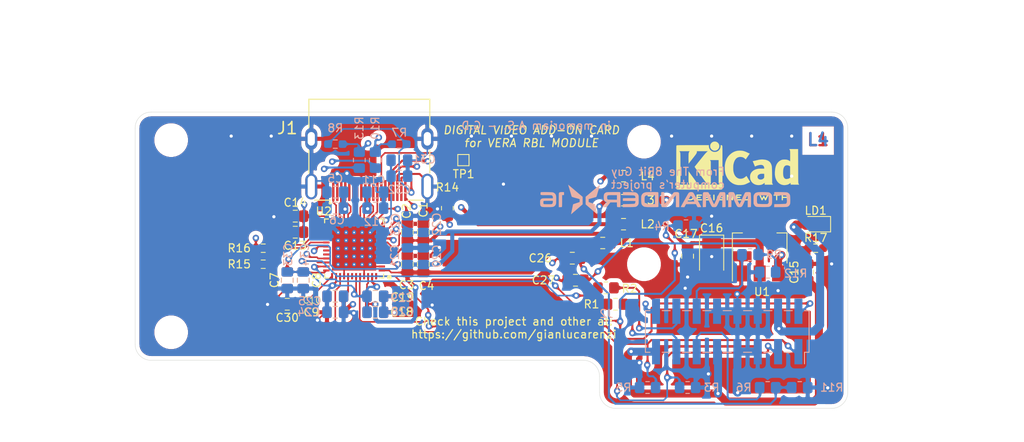
<source format=kicad_pcb>
(kicad_pcb (version 20171130) (host pcbnew 5.1.9+dfsg1-1+deb11u1)
  (title_block (date 2025-10-24) (rev 1.1) (company RetroBitLab) (comment 1 "Gianluca Renzi"))
  (layers (0 F.Cu signal) (1 In1.Cu mixed) (2 In2.Cu power) (31 B.Cu signal) (34 B.Paste user) (35 F.Paste user) (36 B.SilkS user) (37 F.SilkS user) (38 B.Mask user) (39 F.Mask user) (44 Edge.Cuts user))
  (net 0 "")
  (net 1 GND)
  (net 2 1V8)
  (net 3 /AVDD18_ADC_0)
  (net 4 /AVDD18_0)
  (net 5 /DVDD33_0)
  (net 6 5V)
  (net 7 /AVDD33_0)
  (net 8 "Net-(C26-Pad1)")
  (net 9 "Net-(C26-Pad2)")
  (net 10 "Net-(C27-Pad2)")
  (net 11 "Net-(C27-Pad1)")
  (net 12 "Net-(C30-Pad1)")
  (net 13 /HDMI_TX2+)
  (net 14 /HDMI_TX2-)
  (net 15 /HDMI_TX1+)
  (net 16 /HDMI_TX1-)
  (net 17 /HDMI_TX0+)
  (net 18 /HDMI_TX0-)
  (net 19 /HDMI_TXC+)
  (net 20 /HDMI_TXC-)
  (net 21 "Net-(J1-Pad13)")
  (net 22 "Net-(J1-Pad14)")
  (net 23 /DDC_SCL)
  (net 24 /DDC_SDA)
  (net 25 "Net-(J1-Pad19)")
  (net 26 VGAGREEN)
  (net 27 VGARED)
  (net 28 3V3)
  (net 29 VGABLUE)
  (net 30 AUDIOR)
  (net 31 AUDIOL)
  (net 32 VGAVSYNC)
  (net 33 VGAHSYNC)
  (net 34 "Net-(R1-Pad1)")
  (net 35 "Net-(R2-Pad1)")
  (net 36 "Net-(R10-Pad2)")
  (net 37 "Net-(R13-Pad2)")
  (net 38 "Net-(R14-Pad1)")
  (net 39 "Net-(R15-Pad2)")
  (net 40 "Net-(R16-Pad2)")
  (net 41 "Net-(U2-Pad42)")
  (net 42 "Net-(U2-Pad32)")
  (net 43 "Net-(U2-Pad31)")
  (net 44 "Net-(U2-Pad26)")
  (net 45 "Net-(U2-Pad25)")
  (net 46 "Net-(U2-Pad4)")
  (net 47 "Net-(U2-Pad3)")
  (net 48 "Net-(LD1-Pad1)")
  (module Capacitor_SMD:C_0805_2012Metric_Pad1.18x1.45mm_HandSolder (layer F.Cu) (at 142.5 91.4 90)
    (fp_text reference C1 (at 2.8 0 90) (layer F.SilkS))
    (fp_text value 22uF)
    (pad 2 smd roundrect (at 1.0375 0 90) (size 1.175 1.45) (layers F.Cu F.Paste F.Mask) (roundrect_rratio 0.2127659574468085) (net 1 GND))
    (pad 1 smd roundrect (at -1.0375 0 90) (size 1.175 1.45) (layers F.Cu F.Paste F.Mask) (roundrect_rratio 0.2127659574468085) (net 2 1V8))
  )
  (module Capacitor_SMD:C_0805_2012Metric_Pad1.18x1.45mm_HandSolder (layer F.Cu) (at 140.5 91.4 90)
    (fp_text reference C2 (at 2.64 -0.09 90) (layer F.SilkS))
    (fp_text value 100nF)
    (pad 2 smd roundrect (at 1.0375 0 90) (size 1.175 1.45) (layers F.Cu F.Paste F.Mask) (roundrect_rratio 0.2127659574468085) (net 1 GND))
    (pad 1 smd roundrect (at -1.0375 0 90) (size 1.175 1.45) (layers F.Cu F.Paste F.Mask) (roundrect_rratio 0.2127659574468085) (net 2 1V8))
  )
  (module Capacitor_SMD:C_0805_2012Metric_Pad1.18x1.45mm_HandSolder (layer F.Cu) (at 140.5 95.4 90)
    (fp_text reference C3 (at -2.6 -0.1 180) (layer F.SilkS))
    (fp_text value 22uF)
    (pad 2 smd roundrect (at 1.0375 0 90) (size 1.175 1.45) (layers F.Cu F.Paste F.Mask) (roundrect_rratio 0.2127659574468085) (net 1 GND))
    (pad 1 smd roundrect (at -1.0375 0 90) (size 1.175 1.45) (layers F.Cu F.Paste F.Mask) (roundrect_rratio 0.2127659574468085) (net 3 /AVDD18_ADC_0))
  )
  (module Capacitor_SMD:C_0805_2012Metric_Pad1.18x1.45mm_HandSolder (layer F.Cu) (at 142.5 95.4 90)
    (fp_text reference C4 (at -2.7 0.4 180) (layer F.SilkS))
    (fp_text value 100nF)
    (pad 2 smd roundrect (at 1.0375 0 90) (size 1.175 1.45) (layers F.Cu F.Paste F.Mask) (roundrect_rratio 0.2127659574468085) (net 1 GND))
    (pad 1 smd roundrect (at -1.0375 0 90) (size 1.175 1.45) (layers F.Cu F.Paste F.Mask) (roundrect_rratio 0.2127659574468085) (net 3 /AVDD18_ADC_0))
  )
  (module Capacitor_SMD:C_0805_2012Metric_Pad1.18x1.45mm_HandSolder (layer B.Cu) (at 131.5 86.4 180)
    (fp_text reference C5 (at 0 1.68) (layer B.SilkS) (effects (justify mirror)))
    (fp_text value 22uF)
    (pad 2 smd roundrect (at 1.0375 0 180) (size 1.175 1.45) (layers B.Cu B.Paste B.Mask) (roundrect_rratio 0.2127659574468085) (net 1 GND))
    (pad 1 smd roundrect (at -1.0375 0 180) (size 1.175 1.45) (layers B.Cu B.Paste B.Mask) (roundrect_rratio 0.2127659574468085) (net 4 /AVDD18_0))
  )
  (module Capacitor_SMD:C_0805_2012Metric_Pad1.18x1.45mm_HandSolder (layer B.Cu) (at 131.5 88.4 180)
    (fp_text reference C6 (at -0.2 -1.5) (layer B.SilkS) (effects (justify mirror)))
    (fp_text value 100nF)
    (pad 2 smd roundrect (at 1.0375 0 180) (size 1.175 1.45) (layers B.Cu B.Paste B.Mask) (roundrect_rratio 0.2127659574468085) (net 1 GND))
    (pad 1 smd roundrect (at -1.0375 0 180) (size 1.175 1.45) (layers B.Cu B.Paste B.Mask) (roundrect_rratio 0.2127659574468085) (net 4 /AVDD18_0))
  )
  (module Capacitor_SMD:C_0805_2012Metric_Pad1.18x1.45mm_HandSolder (layer F.Cu) (at 125.5 97.4 270)
    (fp_text reference C7 (at 0 1.6 90) (layer F.SilkS))
    (fp_text value 22uF)
    (pad 2 smd roundrect (at 1.0375 0 270) (size 1.175 1.45) (layers F.Cu F.Paste F.Mask) (roundrect_rratio 0.2127659574468085) (net 1 GND))
    (pad 1 smd roundrect (at -1.0375 0 270) (size 1.175 1.45) (layers F.Cu F.Paste F.Mask) (roundrect_rratio 0.2127659574468085) (net 5 /DVDD33_0))
  )
  (module Capacitor_SMD:C_0805_2012Metric_Pad1.18x1.45mm_HandSolder (layer F.Cu) (at 127.5 97.4 270)
    (fp_text reference C8 (at 0 -1.68 90) (layer F.SilkS))
    (fp_text value 100nF)
    (pad 2 smd roundrect (at 1.0375 0 270) (size 1.175 1.45) (layers F.Cu F.Paste F.Mask) (roundrect_rratio 0.2127659574468085) (net 1 GND))
    (pad 1 smd roundrect (at -1.0375 0 270) (size 1.175 1.45) (layers F.Cu F.Paste F.Mask) (roundrect_rratio 0.2127659574468085) (net 5 /DVDD33_0))
  )
  (module Capacitor_SMD:C_0805_2012Metric_Pad1.18x1.45mm_HandSolder (layer F.Cu) (at 131.5 101.4 180)
    (fp_text reference C9 (at 3 0) (layer F.SilkS))
    (fp_text value 22uF)
    (pad 2 smd roundrect (at 1.0375 0 180) (size 1.175 1.45) (layers F.Cu F.Paste F.Mask) (roundrect_rratio 0.2127659574468085) (net 1 GND))
    (pad 1 smd roundrect (at -1.0375 0 180) (size 1.175 1.45) (layers F.Cu F.Paste F.Mask) (roundrect_rratio 0.2127659574468085) (net 3 /AVDD18_ADC_0))
  )
  (module Capacitor_SMD:C_0805_2012Metric_Pad1.18x1.45mm_HandSolder (layer F.Cu) (at 131.5 99.4 180)
    (fp_text reference C10 (at 2.9 -0.5) (layer F.SilkS) (effects (font (size 0.8 0.8) (thickness 0.1))))
    (fp_text value 100nF)
    (pad 2 smd roundrect (at 1.0375 0 180) (size 1.175 1.45) (layers F.Cu F.Paste F.Mask) (roundrect_rratio 0.2127659574468085) (net 1 GND))
    (pad 1 smd roundrect (at -1.0375 0 180) (size 1.175 1.45) (layers F.Cu F.Paste F.Mask) (roundrect_rratio 0.2127659574468085) (net 3 /AVDD18_ADC_0))
  )
  (module Capacitor_SMD:C_0805_2012Metric_Pad1.18x1.45mm_HandSolder (layer B.Cu) (at 136.5 86.4)
    (fp_text reference C11 (at -0.2 -1.5) (layer B.SilkS) (effects (justify mirror)))
    (fp_text value 22uF)
    (pad 2 smd roundrect (at 1.0375 0) (size 1.175 1.45) (layers B.Cu B.Paste B.Mask) (roundrect_rratio 0.2127659574468085) (net 1 GND))
    (pad 1 smd roundrect (at -1.0375 0) (size 1.175 1.45) (layers B.Cu B.Paste B.Mask) (roundrect_rratio 0.2127659574468085) (net 4 /AVDD18_0))
  )
  (module Capacitor_SMD:C_0805_2012Metric_Pad1.18x1.45mm_HandSolder (layer B.Cu) (at 136.5 88.4)
    (fp_text reference C12 (at 0 1.68) (layer B.SilkS) (effects (justify mirror)))
    (fp_text value 100nF)
    (pad 2 smd roundrect (at 1.0375 0) (size 1.175 1.45) (layers B.Cu B.Paste B.Mask) (roundrect_rratio 0.2127659574468085) (net 1 GND))
    (pad 1 smd roundrect (at -1.0375 0) (size 1.175 1.45) (layers B.Cu B.Paste B.Mask) (roundrect_rratio 0.2127659574468085) (net 4 /AVDD18_0))
  )
  (module Capacitor_SMD:C_0805_2012Metric_Pad1.18x1.45mm_HandSolder (layer F.Cu) (at 126.5 91.4 180)
    (fp_text reference C13 (at 0 -1.68) (layer F.SilkS))
    (fp_text value 22uF)
    (pad 2 smd roundrect (at 1.0375 0 180) (size 1.175 1.45) (layers F.Cu F.Paste F.Mask) (roundrect_rratio 0.2127659574468085) (net 1 GND))
    (pad 1 smd roundrect (at -1.0375 0 180) (size 1.175 1.45) (layers F.Cu F.Paste F.Mask) (roundrect_rratio 0.2127659574468085) (net 5 /DVDD33_0))
  )
  (module Capacitor_SMD:C_0805_2012Metric_Pad1.18x1.45mm_HandSolder (layer F.Cu) (at 126.5 89.4 180)
    (fp_text reference C14 (at 0 1.7) (layer F.SilkS))
    (fp_text value 100nF)
    (pad 2 smd roundrect (at 1.0375 0 180) (size 1.175 1.45) (layers F.Cu F.Paste F.Mask) (roundrect_rratio 0.2127659574468085) (net 1 GND))
    (pad 1 smd roundrect (at -1.0375 0 180) (size 1.175 1.45) (layers F.Cu F.Paste F.Mask) (roundrect_rratio 0.2127659574468085) (net 5 /DVDD33_0))
  )
  (module Capacitor_SMD:C_0805_2012Metric_Pad1.18x1.45mm_HandSolder (layer F.Cu) (at 190.5 96.4 90)
    (fp_text reference C15 (at 0 -1.68 90) (layer F.SilkS))
    (fp_text value 100nF)
    (pad 2 smd roundrect (at 1.0375 0 90) (size 1.175 1.45) (layers F.Cu F.Paste F.Mask) (roundrect_rratio 0.2127659574468085) (net 1 GND))
    (pad 1 smd roundrect (at -1.0375 0 90) (size 1.175 1.45) (layers F.Cu F.Paste F.Mask) (roundrect_rratio 0.2127659574468085) (net 6 5V))
  )
  (module Capacitor_Tantalum_SMD:CP_EIA-3528-12_Kemet-T_Pad1.50x2.35mm_HandSolder (layer F.Cu) (at 178.5 94.4 270)
    (fp_text reference C16 (at -3.5 0 180) (layer F.SilkS))
    (fp_text value 10uF-20V)
    (pad 2 smd roundrect (at 1.625 0 270) (size 1.5 2.35) (layers F.Cu F.Paste F.Mask) (roundrect_rratio 0.1666666666666667) (net 1 GND))
    (pad 1 smd roundrect (at -1.625 0 270) (size 1.5 2.35) (layers F.Cu F.Paste F.Mask) (roundrect_rratio 0.1666666666666667) (net 2 1V8))
  )
  (module Capacitor_SMD:C_0805_2012Metric_Pad1.18x1.45mm_HandSolder (layer F.Cu) (at 175.5 94.4 270)
    (fp_text reference C17 (at -2.8 0.2 180) (layer F.SilkS))
    (fp_text value 100nF)
    (pad 2 smd roundrect (at 1.0375 0 270) (size 1.175 1.45) (layers F.Cu F.Paste F.Mask) (roundrect_rratio 0.2127659574468085) (net 1 GND))
    (pad 1 smd roundrect (at -1.0375 0 270) (size 1.175 1.45) (layers F.Cu F.Paste F.Mask) (roundrect_rratio 0.2127659574468085) (net 2 1V8))
  )
  (module Capacitor_SMD:C_0805_2012Metric_Pad1.18x1.45mm_HandSolder (layer F.Cu) (at 136.5 101.4)
    (fp_text reference C18 (at 3.3 0) (layer F.SilkS))
    (fp_text value 22uF)
    (pad 2 smd roundrect (at 1.0375 0) (size 1.175 1.45) (layers F.Cu F.Paste F.Mask) (roundrect_rratio 0.2127659574468085) (net 1 GND))
    (pad 1 smd roundrect (at -1.0375 0) (size 1.175 1.45) (layers F.Cu F.Paste F.Mask) (roundrect_rratio 0.2127659574468085) (net 3 /AVDD18_ADC_0))
  )
  (module Capacitor_SMD:C_0805_2012Metric_Pad1.18x1.45mm_HandSolder (layer F.Cu) (at 136.5 99.4)
    (fp_text reference C19 (at 3.4 0.1) (layer F.SilkS))
    (fp_text value 100nF)
    (pad 2 smd roundrect (at 1.0375 0) (size 1.175 1.45) (layers F.Cu F.Paste F.Mask) (roundrect_rratio 0.2127659574468085) (net 1 GND))
    (pad 1 smd roundrect (at -1.0375 0) (size 1.175 1.45) (layers F.Cu F.Paste F.Mask) (roundrect_rratio 0.2127659574468085) (net 3 /AVDD18_ADC_0))
  )
  (module Capacitor_SMD:C_0805_2012Metric_Pad1.18x1.45mm_HandSolder (layer B.Cu) (at 142.5 94.4 90)
    (fp_text reference C20 (at 0 1.68 90) (layer B.SilkS) (effects (justify mirror)))
    (fp_text value 22uF)
    (pad 2 smd roundrect (at 1.0375 0 90) (size 1.175 1.45) (layers B.Cu B.Paste B.Mask) (roundrect_rratio 0.2127659574468085) (net 1 GND))
    (pad 1 smd roundrect (at -1.0375 0 90) (size 1.175 1.45) (layers B.Cu B.Paste B.Mask) (roundrect_rratio 0.2127659574468085) (net 5 /DVDD33_0))
  )
  (module Capacitor_SMD:C_0805_2012Metric_Pad1.18x1.45mm_HandSolder (layer B.Cu) (at 140.5 94.4 90)
    (fp_text reference C21 (at 0.01 -1.56 90) (layer B.SilkS) (effects (justify mirror)))
    (fp_text value 100nF)
    (pad 2 smd roundrect (at 1.0375 0 90) (size 1.175 1.45) (layers B.Cu B.Paste B.Mask) (roundrect_rratio 0.2127659574468085) (net 1 GND))
    (pad 1 smd roundrect (at -1.0375 0 90) (size 1.175 1.45) (layers B.Cu B.Paste B.Mask) (roundrect_rratio 0.2127659574468085) (net 5 /DVDD33_0))
  )
  (module Capacitor_SMD:C_0805_2012Metric_Pad1.18x1.45mm_HandSolder (layer B.Cu) (at 142.5 90.4 90)
    (fp_text reference C22 (at 0 1.68 90) (layer B.SilkS) (effects (justify mirror)))
    (fp_text value 22uF)
    (pad 2 smd roundrect (at 1.0375 0 90) (size 1.175 1.45) (layers B.Cu B.Paste B.Mask) (roundrect_rratio 0.2127659574468085) (net 1 GND))
    (pad 1 smd roundrect (at -1.0375 0 90) (size 1.175 1.45) (layers B.Cu B.Paste B.Mask) (roundrect_rratio 0.2127659574468085) (net 5 /DVDD33_0))
  )
  (module Capacitor_SMD:C_0805_2012Metric_Pad1.18x1.45mm_HandSolder (layer B.Cu) (at 140.5 90.4 90)
    (fp_text reference C23 (at -0.05 -1.49 90) (layer B.SilkS) (effects (justify mirror)))
    (fp_text value 100nF)
    (pad 2 smd roundrect (at 1.0375 0 90) (size 1.175 1.45) (layers B.Cu B.Paste B.Mask) (roundrect_rratio 0.2127659574468085) (net 1 GND))
    (pad 1 smd roundrect (at -1.0375 0 90) (size 1.175 1.45) (layers B.Cu B.Paste B.Mask) (roundrect_rratio 0.2127659574468085) (net 5 /DVDD33_0))
  )
  (module Capacitor_SMD:C_0805_2012Metric_Pad1.18x1.45mm_HandSolder (layer B.Cu) (at 131.5 101.4)
    (fp_text reference C24 (at -3.3 0 180) (layer B.SilkS) (effects (justify mirror)))
    (fp_text value 22uF)
    (pad 2 smd roundrect (at 1.0375 0) (size 1.175 1.45) (layers B.Cu B.Paste B.Mask) (roundrect_rratio 0.2127659574468085) (net 1 GND))
    (pad 1 smd roundrect (at -1.0375 0) (size 1.175 1.45) (layers B.Cu B.Paste B.Mask) (roundrect_rratio 0.2127659574468085) (net 7 /AVDD33_0))
  )
  (module Capacitor_SMD:C_0805_2012Metric_Pad1.18x1.45mm_HandSolder (layer B.Cu) (at 131.5 99.4)
    (fp_text reference C25 (at -3.2 0.6) (layer B.SilkS) (effects (justify mirror)))
    (fp_text value 100nF)
    (pad 2 smd roundrect (at 1.0375 0) (size 1.175 1.45) (layers B.Cu B.Paste B.Mask) (roundrect_rratio 0.2127659574468085) (net 1 GND))
    (pad 1 smd roundrect (at -1.0375 0) (size 1.175 1.45) (layers B.Cu B.Paste B.Mask) (roundrect_rratio 0.2127659574468085) (net 7 /AVDD33_0))
  )
  (module Capacitor_SMD:C_0805_2012Metric_Pad1.18x1.45mm_HandSolder (layer F.Cu) (at 161.1 94.65)
    (fp_text reference C26 (at -4 0) (layer F.SilkS))
    (fp_text value 470nF)
    (pad 2 smd roundrect (at 1.0375 0) (size 1.175 1.45) (layers F.Cu F.Paste F.Mask) (roundrect_rratio 0.2127659574468085) (net 9 "Net-(C26-Pad2)"))
    (pad 1 smd roundrect (at -1.0375 0) (size 1.175 1.45) (layers F.Cu F.Paste F.Mask) (roundrect_rratio 0.2127659574468085) (net 8 "Net-(C26-Pad1)"))
  )
  (module Capacitor_SMD:C_0805_2012Metric_Pad1.18x1.45mm_HandSolder (layer F.Cu) (at 161.5 97.4)
    (fp_text reference C27 (at -4 0) (layer F.SilkS))
    (fp_text value 470nF)
    (pad 2 smd roundrect (at 1.0375 0) (size 1.175 1.45) (layers F.Cu F.Paste F.Mask) (roundrect_rratio 0.2127659574468085) (net 10 "Net-(C27-Pad2)"))
    (pad 1 smd roundrect (at -1.0375 0) (size 1.175 1.45) (layers F.Cu F.Paste F.Mask) (roundrect_rratio 0.2127659574468085) (net 11 "Net-(C27-Pad1)"))
  )
  (module Capacitor_SMD:C_0805_2012Metric_Pad1.18x1.45mm_HandSolder (layer B.Cu) (at 136.5 101.4)
    (fp_text reference C28 (at 3.4 -0.1) (layer B.SilkS) (effects (justify mirror)))
    (fp_text value 22uF)
    (pad 2 smd roundrect (at 1.0375 0) (size 1.175 1.45) (layers B.Cu B.Paste B.Mask) (roundrect_rratio 0.2127659574468085) (net 1 GND))
    (pad 1 smd roundrect (at -1.0375 0) (size 1.175 1.45) (layers B.Cu B.Paste B.Mask) (roundrect_rratio 0.2127659574468085) (net 7 /AVDD33_0))
  )
  (module Capacitor_SMD:C_0805_2012Metric_Pad1.18x1.45mm_HandSolder (layer B.Cu) (at 136.5 99.4)
    (fp_text reference C29 (at 3.3 0.2) (layer B.SilkS) (effects (justify mirror)))
    (fp_text value 100nF)
    (pad 2 smd roundrect (at 1.0375 0) (size 1.175 1.45) (layers B.Cu B.Paste B.Mask) (roundrect_rratio 0.2127659574468085) (net 1 GND))
    (pad 1 smd roundrect (at -1.0375 0) (size 1.175 1.45) (layers B.Cu B.Paste B.Mask) (roundrect_rratio 0.2127659574468085) (net 7 /AVDD33_0))
  )
  (module Capacitor_SMD:C_0805_2012Metric_Pad1.18x1.45mm_HandSolder (layer F.Cu) (at 125.5 100.4 180)
    (fp_text reference C30 (at 0 -1.68) (layer F.SilkS))
    (fp_text value 100nF)
    (pad 2 smd roundrect (at 1.0375 0 180) (size 1.175 1.45) (layers F.Cu F.Paste F.Mask) (roundrect_rratio 0.2127659574468085) (net 1 GND))
    (pad 1 smd roundrect (at -1.0375 0 180) (size 1.175 1.45) (layers F.Cu F.Paste F.Mask) (roundrect_rratio 0.2127659574468085) (net 12 "Net-(C30-Pad1)"))
  )
  (module Capacitor_SMD:C_0805_2012Metric_Pad1.18x1.45mm_HandSolder (layer B.Cu) (at 139.5 82.4)
    (fp_text reference C31 (at 3.1 -0.1) (layer B.SilkS) (effects (justify mirror)))
    (fp_text value 22uF)
    (pad 2 smd roundrect (at 1.0375 0) (size 1.175 1.45) (layers B.Cu B.Paste B.Mask) (roundrect_rratio 0.2127659574468085) (net 1 GND))
    (pad 1 smd roundrect (at -1.0375 0) (size 1.175 1.45) (layers B.Cu B.Paste B.Mask) (roundrect_rratio 0.2127659574468085) (net 7 /AVDD33_0))
  )
  (module Capacitor_SMD:C_0805_2012Metric_Pad1.18x1.45mm_HandSolder (layer B.Cu) (at 139.5 84.4)
    (fp_text reference C32 (at 0 1.68) (layer B.SilkS) (effects (justify mirror)))
    (fp_text value 100nF)
    (pad 2 smd roundrect (at 1.0375 0) (size 1.175 1.45) (layers B.Cu B.Paste B.Mask) (roundrect_rratio 0.2127659574468085) (net 1 GND))
    (pad 1 smd roundrect (at -1.0375 0) (size 1.175 1.45) (layers B.Cu B.Paste B.Mask) (roundrect_rratio 0.2127659574468085) (net 7 /AVDD33_0))
  )
  (module Capacitor_SMD:C_0805_2012Metric_Pad1.18x1.45mm_HandSolder (layer B.Cu) (at 125.5 97.4 270)
    (fp_text reference C33 (at -3.2 -0.1 90) (layer B.SilkS) (effects (justify mirror)))
    (fp_text value 22uF)
    (pad 2 smd roundrect (at 1.0375 0 270) (size 1.175 1.45) (layers B.Cu B.Paste B.Mask) (roundrect_rratio 0.2127659574468085) (net 1 GND))
    (pad 1 smd roundrect (at -1.0375 0 270) (size 1.175 1.45) (layers B.Cu B.Paste B.Mask) (roundrect_rratio 0.2127659574468085) (net 7 /AVDD33_0))
  )
  (module Capacitor_SMD:C_0805_2012Metric_Pad1.18x1.45mm_HandSolder (layer B.Cu) (at 127.5 97.4 270)
    (fp_text reference C34 (at -3.2 -0.2 90) (layer B.SilkS) (effects (justify mirror)))
    (fp_text value 100nF)
    (pad 2 smd roundrect (at 1.0375 0 270) (size 1.175 1.45) (layers B.Cu B.Paste B.Mask) (roundrect_rratio 0.2127659574468085) (net 1 GND))
    (pad 1 smd roundrect (at -1.0375 0 270) (size 1.175 1.45) (layers B.Cu B.Paste B.Mask) (roundrect_rratio 0.2127659574468085) (net 7 /AVDD33_0))
  )
  (module MountingHole:MountingHole_3.2mm_M3 (layer F.Cu) (at 111 79.9)
    (fp_text reference H1 hide)
    (fp_text value MountingHole)
    (pad 1 np_thru_hole circle (at 0 0) (size 3.2 3.2) (drill 3.2) (layers *.Cu *.Mask))
  )
  (module RetroBitLab:CONN_HDMI-A (layer F.Cu) (at 143 85.7 180)
    (fp_text reference J1 (at 17.5 7.3) (layer F.SilkS) (effects (font (size 1.5 1.5) (thickness 0.2))))
    (fp_text value CONN_HDMI_A)
    (pad SH thru_hole oval (at 0 5.96 180) (size 1.5 2.7) (drill oval 0.9 1.7) (layers *.Cu *.Mask) (net 1 GND))
    (pad SH thru_hole oval (at 14.5 5.96 180) (size 1.5 2.7) (drill oval 0.9 1.7) (layers *.Cu *.Mask) (net 1 GND))
    (pad SH thru_hole oval (at 0 0 180) (size 1.5 3.2) (drill oval 0.9 2.7) (layers *.Cu *.Mask) (net 1 GND))
    (pad SH thru_hole oval (at 14.5 0 180) (size 1.5 3.2) (drill oval 0.9 2.7) (layers *.Cu *.Mask) (net 1 GND))
    (pad 19 smd rect (at 2.75 -0.5 180) (size 0.3 2.6) (layers F.Cu F.Paste F.Mask) (net 25 "Net-(J1-Pad19)"))
    (pad 18 smd rect (at 3.25 -0.5 180) (size 0.3 2.6) (layers F.Cu F.Paste F.Mask) (net 6 5V))
    (pad 17 smd rect (at 3.75 -0.5 180) (size 0.3 2.6) (layers F.Cu F.Paste F.Mask) (net 1 GND))
    (pad 16 smd rect (at 4.25 -0.5 180) (size 0.3 2.6) (layers F.Cu F.Paste F.Mask) (net 24 /DDC_SDA))
    (pad 15 smd rect (at 4.75 -0.5 180) (size 0.3 2.6) (layers F.Cu F.Paste F.Mask) (net 23 /DDC_SCL))
    (pad 14 smd rect (at 5.25 -0.5 180) (size 0.3 2.6) (layers F.Cu F.Paste F.Mask) (net 22 "Net-(J1-Pad14)"))
    (pad 13 smd rect (at 5.75 -0.5 180) (size 0.3 2.6) (layers F.Cu F.Paste F.Mask) (net 21 "Net-(J1-Pad13)"))
    (pad 12 smd rect (at 6.25 -0.5 180) (size 0.3 2.6) (layers F.Cu F.Paste F.Mask) (net 20 /HDMI_TXC-))
    (pad 11 smd rect (at 6.75 -0.5 180) (size 0.3 2.6) (layers F.Cu F.Paste F.Mask) (net 1 GND))
    (pad 10 smd rect (at 7.25 -0.5 180) (size 0.3 2.6) (layers F.Cu F.Paste F.Mask) (net 19 /HDMI_TXC+))
    (pad 9 smd rect (at 7.75 -0.5 180) (size 0.3 2.6) (layers F.Cu F.Paste F.Mask) (net 18 /HDMI_TX0-))
    (pad 8 smd rect (at 8.25 -0.5 180) (size 0.3 2.6) (layers F.Cu F.Paste F.Mask) (net 1 GND))
    (pad 7 smd rect (at 8.75 -0.5 180) (size 0.3 2.6) (layers F.Cu F.Paste F.Mask) (net 17 /HDMI_TX0+))
    (pad 6 smd rect (at 9.25 -0.5 180) (size 0.3 2.6) (layers F.Cu F.Paste F.Mask) (net 16 /HDMI_TX1-))
    (pad 5 smd rect (at 9.75 -0.5 180) (size 0.3 2.6) (layers F.Cu F.Paste F.Mask) (net 1 GND))
    (pad 4 smd rect (at 10.25 -0.5 180) (size 0.3 2.6) (layers F.Cu F.Paste F.Mask) (net 15 /HDMI_TX1+))
    (pad 3 smd rect (at 10.75 -0.5 180) (size 0.3 2.6) (layers F.Cu F.Paste F.Mask) (net 14 /HDMI_TX2-))
    (pad 2 smd rect (at 11.25 -0.5 180) (size 0.3 2.6) (layers F.Cu F.Paste F.Mask) (net 1 GND))
    (pad 1 smd rect (at 11.75 -0.5 180) (size 0.3 2.6) (layers F.Cu F.Paste F.Mask) (net 13 /HDMI_TX2+))
  )
  (module Inductor_SMD:L_0805_2012Metric_Pad1.15x1.40mm_HandSolder (layer F.Cu) (at 164.9 92.75 180)
    (fp_text reference L1 (at -3 0) (layer F.SilkS))
    (fp_text value FB080590R100MHZ850mA)
    (pad 2 smd roundrect (at 1.025 0 180) (size 1.15 1.4) (layers F.Cu F.Paste F.Mask) (roundrect_rratio 0.2173904347826087) (net 3 /AVDD18_ADC_0))
    (pad 1 smd roundrect (at -1.025 0 180) (size 1.15 1.4) (layers F.Cu F.Paste F.Mask) (roundrect_rratio 0.2173904347826087) (net 2 1V8))
  )
  (module Inductor_SMD:L_0805_2012Metric_Pad1.15x1.40mm_HandSolder (layer F.Cu) (at 167.5 90.4 180)
    (fp_text reference L2 (at -3 0) (layer F.SilkS))
    (fp_text value FB080590R100MHZ850mA)
    (pad 2 smd roundrect (at 1.025 0 180) (size 1.15 1.4) (layers F.Cu F.Paste F.Mask) (roundrect_rratio 0.2173904347826087) (net 4 /AVDD18_0))
    (pad 1 smd roundrect (at -1.025 0 180) (size 1.15 1.4) (layers F.Cu F.Paste F.Mask) (roundrect_rratio 0.2173904347826087) (net 2 1V8))
  )
  (module Inductor_SMD:L_0805_2012Metric_Pad1.15x1.40mm_HandSolder (layer F.Cu) (at 167.5 87.4 180)
    (fp_text reference L3 (at -3 0) (layer F.SilkS))
    (fp_text value FB080590R100MHZ850mA)
    (pad 2 smd roundrect (at 1.025 0 180) (size 1.15 1.4) (layers F.Cu F.Paste F.Mask) (roundrect_rratio 0.2173904347826087) (net 5 /DVDD33_0))
    (pad 1 smd roundrect (at -1.025 0 180) (size 1.15 1.4) (layers F.Cu F.Paste F.Mask) (roundrect_rratio 0.2173904347826087) (net 28 3V3))
  )
  (module Inductor_SMD:L_0805_2012Metric_Pad1.15x1.40mm_HandSolder (layer F.Cu) (at 167.5 84.4 180)
    (fp_text reference L4 (at -3 0) (layer F.SilkS))
    (fp_text value FB080590R100MHZ850mA)
    (pad 2 smd roundrect (at 1.025 0 180) (size 1.15 1.4) (layers F.Cu F.Paste F.Mask) (roundrect_rratio 0.2173904347826087) (net 7 /AVDD33_0))
    (pad 1 smd roundrect (at -1.025 0 180) (size 1.15 1.4) (layers F.Cu F.Paste F.Mask) (roundrect_rratio 0.2173904347826087) (net 28 3V3))
  )
  (module Resistor_SMD:R_0805_2012Metric_Pad1.20x1.40mm_HandSolder (layer F.Cu) (at 166.5 100.4)
    (fp_text reference R1 (at -3 0) (layer F.SilkS))
    (fp_text value 100R)
    (pad 2 smd roundrect (at 1 0) (size 1.2 1.4) (layers F.Cu F.Paste F.Mask) (roundrect_rratio 0.2083325) (net 33 VGAHSYNC))
    (pad 1 smd roundrect (at -1 0) (size 1.2 1.4) (layers F.Cu F.Paste F.Mask) (roundrect_rratio 0.2083325) (net 34 "Net-(R1-Pad1)"))
  )
  (module Resistor_SMD:R_0805_2012Metric_Pad1.20x1.40mm_HandSolder (layer F.Cu) (at 165.3 98.35)
    (fp_text reference R2 (at 2.95 0.1) (layer F.SilkS))
    (fp_text value 100R)
    (pad 2 smd roundrect (at 1 0) (size 1.2 1.4) (layers F.Cu F.Paste F.Mask) (roundrect_rratio 0.2083325) (net 32 VGAVSYNC))
    (pad 1 smd roundrect (at -1 0) (size 1.2 1.4) (layers F.Cu F.Paste F.Mask) (roundrect_rratio 0.2083325) (net 35 "Net-(R2-Pad1)"))
  )
  (module Resistor_SMD:R_0805_2012Metric_Pad1.20x1.40mm_HandSolder (layer B.Cu) (at 175.5 110.8 180)
    (fp_text reference R3 (at -3 0) (layer B.SilkS) (effects (justify mirror)))
    (fp_text value 75R)
    (pad 2 smd roundrect (at 1 0 180) (size 1.2 1.4) (layers B.Cu B.Paste B.Mask) (roundrect_rratio 0.2083325) (net 29 VGABLUE))
    (pad 1 smd roundrect (at -1 0 180) (size 1.2 1.4) (layers B.Cu B.Paste B.Mask) (roundrect_rratio 0.2083325) (net 1 GND))
  )
  (module Resistor_SMD:R_0805_2012Metric_Pad1.20x1.40mm_HandSolder (layer B.Cu) (at 175.3 90.6 180)
    (fp_text reference R4 (at 3 -0.05) (layer B.SilkS) (effects (justify mirror)))
    (fp_text value 75R)
    (pad 2 smd roundrect (at 1 0 180) (size 1.2 1.4) (layers B.Cu B.Paste B.Mask) (roundrect_rratio 0.2083325) (net 26 VGAGREEN))
    (pad 1 smd roundrect (at -1 0 180) (size 1.2 1.4) (layers B.Cu B.Paste B.Mask) (roundrect_rratio 0.2083325) (net 1 GND))
  )
  (module Resistor_SMD:R_0805_2012Metric_Pad1.20x1.40mm_HandSolder (layer B.Cu) (at 170.5 110.8)
    (fp_text reference R5 (at -3 0) (layer B.SilkS) (effects (justify mirror)))
    (fp_text value 75R)
    (pad 2 smd roundrect (at 1 0) (size 1.2 1.4) (layers B.Cu B.Paste B.Mask) (roundrect_rratio 0.2083325) (net 27 VGARED))
    (pad 1 smd roundrect (at -1 0) (size 1.2 1.4) (layers B.Cu B.Paste B.Mask) (roundrect_rratio 0.2083325) (net 1 GND))
  )
  (module Resistor_SMD:R_0805_2012Metric_Pad1.20x1.40mm_HandSolder (layer B.Cu) (at 185.5 110.8)
    (fp_text reference R6 (at -3 0) (layer B.SilkS) (effects (justify mirror)))
    (fp_text value 10K)
    (pad 2 smd roundrect (at 1 0) (size 1.2 1.4) (layers B.Cu B.Paste B.Mask) (roundrect_rratio 0.2083325) (net 9 "Net-(C26-Pad2)"))
    (pad 1 smd roundrect (at -1 0) (size 1.2 1.4) (layers B.Cu B.Paste B.Mask) (roundrect_rratio 0.2083325) (net 31 AUDIOL))
  )
  (module Resistor_SMD:R_0603_1608Metric_Pad0.98x0.95mm_HandSolder (layer B.Cu) (at 139.5 80.4 180)
    (fp_text reference R7 (at 0 1.43) (layer B.SilkS) (effects (justify mirror)))
    (fp_text value 2K7)
    (pad 2 smd roundrect (at 0.9125 0 180) (size 0.975 0.95) (layers B.Cu B.Paste B.Mask) (net 23 /DDC_SCL))
    (pad 1 smd roundrect (at -0.9125 0 180) (size 0.975 0.95) (layers B.Cu B.Paste B.Mask) (net 6 5V))
  )
  (module Resistor_SMD:R_0603_1608Metric_Pad0.98x0.95mm_HandSolder (layer B.Cu) (at 131.5 80.4)
    (fp_text reference R8 (at 0 -2) (layer B.SilkS) (effects (justify mirror)))
    (fp_text value 2K7)
    (pad 2 smd roundrect (at 0.9125 0) (size 0.975 0.95) (layers B.Cu B.Paste B.Mask) (net 24 /DDC_SDA))
    (pad 1 smd roundrect (at -0.9125 0) (size 0.975 0.95) (layers B.Cu B.Paste B.Mask) (net 6 5V))
  )
  (module Resistor_SMD:R_0805_2012Metric_Pad1.20x1.40mm_HandSolder (layer B.Cu) (at 183.3 94.2)
    (fp_text reference R9 (at 3 0) (layer B.SilkS) (effects (justify mirror)))
    (fp_text value 10K)
    (pad 2 smd roundrect (at 1 0) (size 1.2 1.4) (layers B.Cu B.Paste B.Mask) (roundrect_rratio 0.2083325) (net 10 "Net-(C27-Pad2)"))
    (pad 1 smd roundrect (at -1 0) (size 1.2 1.4) (layers B.Cu B.Paste B.Mask) (roundrect_rratio 0.2083325) (net 30 AUDIOR))
  )
  (module Resistor_SMD:R_0805_2012Metric_Pad1.20x1.40mm_HandSolder (layer B.Cu) (at 136.5 82.4 270)
    (fp_text reference R10 (at -4 0 270) (layer B.SilkS) (effects (justify mirror)))
    (fp_text value 100R)
    (pad 2 smd roundrect (at 1 0 270) (size 1.2 1.4) (layers B.Cu B.Paste B.Mask) (roundrect_rratio 0.2083325) (net 36 "Net-(R10-Pad2)"))
    (pad 1 smd roundrect (at -1 0 270) (size 1.2 1.4) (layers B.Cu B.Paste B.Mask) (roundrect_rratio 0.2083325) (net 23 /DDC_SCL))
  )
  (module Resistor_SMD:R_0805_2012Metric_Pad1.20x1.40mm_HandSolder (layer B.Cu) (at 189.5 110.8 180)
    (fp_text reference R11 (at -4 0) (layer B.SilkS) (effects (justify mirror)))
    (fp_text value 10K)
    (pad 2 smd roundrect (at 1 0 180) (size 1.2 1.4) (layers B.Cu B.Paste B.Mask) (roundrect_rratio 0.2083325) (net 9 "Net-(C26-Pad2)"))
    (pad 1 smd roundrect (at -1 0 180) (size 1.2 1.4) (layers B.Cu B.Paste B.Mask) (roundrect_rratio 0.2083325) (net 1 GND))
  )
  (module Resistor_SMD:R_0805_2012Metric_Pad1.20x1.40mm_HandSolder (layer B.Cu) (at 185.5 96.4)
    (fp_text reference R12 (at 3.5 0.15) (layer B.SilkS) (effects (justify mirror)))
    (fp_text value 10K)
    (pad 2 smd roundrect (at 1 0) (size 1.2 1.4) (layers B.Cu B.Paste B.Mask) (roundrect_rratio 0.2083325) (net 10 "Net-(C27-Pad2)"))
    (pad 1 smd roundrect (at -1 0) (size 1.2 1.4) (layers B.Cu B.Paste B.Mask) (roundrect_rratio 0.2083325) (net 1 GND))
  )
  (module Resistor_SMD:R_0805_2012Metric_Pad1.20x1.40mm_HandSolder (layer B.Cu) (at 134.5 82.4 270)
    (fp_text reference R13 (at -4 0 90) (layer B.SilkS) (effects (justify mirror)))
    (fp_text value 100R)
    (pad 2 smd roundrect (at 1 0 270) (size 1.2 1.4) (layers B.Cu B.Paste B.Mask) (roundrect_rratio 0.2083325) (net 37 "Net-(R13-Pad2)"))
    (pad 1 smd roundrect (at -1 0 270) (size 1.2 1.4) (layers B.Cu B.Paste B.Mask) (roundrect_rratio 0.2083325) (net 24 /DDC_SDA))
  )
  (module Resistor_SMD:R_0805_2012Metric_Pad1.20x1.40mm_HandSolder (layer F.Cu) (at 145.5 88.4 90)
    (fp_text reference R14 (at 2.6 0 180) (layer F.SilkS))
    (fp_text value 1K)
    (pad 2 smd roundrect (at 1 0 90) (size 1.2 1.4) (layers F.Cu F.Paste F.Mask) (roundrect_rratio 0.2083325) (net 1 GND))
    (pad 1 smd roundrect (at -1 0 90) (size 1.2 1.4) (layers F.Cu F.Paste F.Mask) (roundrect_rratio 0.2083325) (net 38 "Net-(R14-Pad1)"))
  )
  (module Resistor_SMD:R_0603_1608Metric_Pad0.98x0.95mm_HandSolder (layer F.Cu) (at 122.5 95.4)
    (fp_text reference R15 (at -3 0) (layer F.SilkS))
    (fp_text value 2K7)
    (pad 2 smd roundrect (at 0.9125 0) (size 0.975 0.95) (layers F.Cu F.Paste F.Mask) (net 39 "Net-(R15-Pad2)"))
    (pad 1 smd roundrect (at -0.9125 0) (size 0.975 0.95) (layers F.Cu F.Paste F.Mask) (net 28 3V3))
  )
  (module Resistor_SMD:R_0603_1608Metric_Pad0.98x0.95mm_HandSolder (layer F.Cu) (at 122.5 93.4)
    (fp_text reference R16 (at -3 0) (layer F.SilkS))
    (fp_text value 2K7)
    (pad 2 smd roundrect (at 0.9125 0) (size 0.975 0.95) (layers F.Cu F.Paste F.Mask) (net 40 "Net-(R16-Pad2)"))
    (pad 1 smd roundrect (at -0.9125 0) (size 0.975 0.95) (layers F.Cu F.Paste F.Mask) (net 28 3V3))
  )
  (module Package_TO_SOT_SMD:SOT-223-3_TabPin2 (layer F.Cu) (at 184.5 93.4 90)
    (fp_text reference U1 (at -5.45 0.3 180) (layer F.SilkS))
    (fp_text value AMS1117-1.8)
    (pad 1 smd rect (at -3.15 -2.3 90) (size 2 1.5) (layers F.Cu F.Paste F.Mask) (net 1 GND))
    (pad 3 smd rect (at -3.15 2.3 90) (size 2 1.5) (layers F.Cu F.Paste F.Mask) (net 6 5V))
    (pad 2 smd rect (at -3.15 0 90) (size 2 1.5) (layers F.Cu F.Paste F.Mask) (net 2 1V8))
    (pad 2 smd rect (at 3.15 0 90) (size 2 3.8) (layers F.Cu F.Paste F.Mask) (net 2 1V8))
  )
  (module RetroBitLab:MS9288C (layer F.Cu) (at 133.85 93.4329 180)
    (fp_text reference U2 (at 3.8 4.6329) (layer F.SilkS))
    (fp_text value MS9288C)
    (pad 49 thru_hole circle (at 2 2 180) (size 0.5 0.5) (drill 0.2) (layers *.Cu) (net 1 GND))
    (pad 49 thru_hole circle (at 1 2 180) (size 0.5 0.5) (drill 0.2) (layers *.Cu) (net 1 GND))
    (pad 49 thru_hole circle (at 0 2 180) (size 0.5 0.5) (drill 0.2) (layers *.Cu) (net 1 GND))
    (pad 49 thru_hole circle (at -1 2 180) (size 0.5 0.5) (drill 0.2) (layers *.Cu) (net 1 GND))
    (pad 49 thru_hole circle (at -2 2 180) (size 0.5 0.5) (drill 0.2) (layers *.Cu) (net 1 GND))
    (pad 49 thru_hole circle (at 2 1 180) (size 0.5 0.5) (drill 0.2) (layers *.Cu) (net 1 GND))
    (pad 49 thru_hole circle (at 1 1 180) (size 0.5 0.5) (drill 0.2) (layers *.Cu) (net 1 GND))
    (pad 49 thru_hole circle (at 0 1 180) (size 0.5 0.5) (drill 0.2) (layers *.Cu) (net 1 GND))
    (pad 49 thru_hole circle (at -1 1 180) (size 0.5 0.5) (drill 0.2) (layers *.Cu) (net 1 GND))
    (pad 49 thru_hole circle (at -2 1 180) (size 0.5 0.5) (drill 0.2) (layers *.Cu) (net 1 GND))
    (pad 49 thru_hole circle (at 2 0 180) (size 0.5 0.5) (drill 0.2) (layers *.Cu) (net 1 GND))
    (pad 49 thru_hole circle (at 1 0 180) (size 0.5 0.5) (drill 0.2) (layers *.Cu) (net 1 GND))
    (pad 49 thru_hole circle (at 0 0 180) (size 0.5 0.5) (drill 0.2) (layers *.Cu) (net 1 GND))
    (pad 49 thru_hole circle (at -1 0 180) (size 0.5 0.5) (drill 0.2) (layers *.Cu) (net 1 GND))
    (pad 49 thru_hole circle (at -2 0 180) (size 0.5 0.5) (drill 0.2) (layers *.Cu) (net 1 GND))
    (pad 49 thru_hole circle (at 2 -1 180) (size 0.5 0.5) (drill 0.2) (layers *.Cu) (net 1 GND))
    (pad 49 thru_hole circle (at 1 -1 180) (size 0.5 0.5) (drill 0.2) (layers *.Cu) (net 1 GND))
    (pad 49 thru_hole circle (at 0 -1 180) (size 0.5 0.5) (drill 0.2) (layers *.Cu) (net 1 GND))
    (pad 49 thru_hole circle (at -1 -1 180) (size 0.5 0.5) (drill 0.2) (layers *.Cu) (net 1 GND))
    (pad 49 thru_hole circle (at -2 -1 180) (size 0.5 0.5) (drill 0.2) (layers *.Cu) (net 1 GND))
    (pad 49 thru_hole circle (at 2 -2 180) (size 0.5 0.5) (drill 0.2) (layers *.Cu) (net 1 GND))
    (pad 49 thru_hole circle (at 1 -2 180) (size 0.5 0.5) (drill 0.2) (layers *.Cu) (net 1 GND))
    (pad 49 thru_hole circle (at 0 -2 180) (size 0.5 0.5) (drill 0.2) (layers *.Cu) (net 1 GND))
    (pad 49 thru_hole circle (at -1 -2 180) (size 0.5 0.5) (drill 0.2) (layers *.Cu) (net 1 GND))
    (pad 49 thru_hole circle (at -2 -2 180) (size 0.5 0.5) (drill 0.2) (layers *.Cu) (net 1 GND))
    (pad 1 smd rect (at -3.4671 -2.75 270) (size 0.254 0.7874) (layers F.Cu F.Paste F.Mask) (net 3 /AVDD18_ADC_0))
    (pad 2 smd rect (at -3.4671 -2.250001 270) (size 0.254 0.7874) (layers F.Cu F.Paste F.Mask) (net 1 GND))
    (pad 3 smd rect (at -3.4671 -1.749999 270) (size 0.254 0.7874) (layers F.Cu F.Paste F.Mask) (net 47 "Net-(U2-Pad3)"))
    (pad 4 smd rect (at -3.4671 -1.25 270) (size 0.254 0.7874) (layers F.Cu F.Paste F.Mask) (net 46 "Net-(U2-Pad4)"))
    (pad 5 smd rect (at -3.4671 -0.750001 270) (size 0.254 0.7874) (layers F.Cu F.Paste F.Mask) (net 5 /DVDD33_0))
    (pad 6 smd rect (at -3.4671 -0.25 270) (size 0.254 0.7874) (layers F.Cu F.Paste F.Mask) (net 1 GND))
    (pad 7 smd rect (at -3.4671 0.25 270) (size 0.254 0.7874) (layers F.Cu F.Paste F.Mask) (net 2 1V8))
    (pad 8 smd rect (at -3.4671 0.750001 270) (size 0.254 0.7874) (layers F.Cu F.Paste F.Mask) (net 25 "Net-(J1-Pad19)"))
    (pad 9 smd rect (at -3.4671 1.25 270) (size 0.254 0.7874) (layers F.Cu F.Paste F.Mask) (net 37 "Net-(R13-Pad2)"))
    (pad 10 smd rect (at -3.4671 1.749999 270) (size 0.254 0.7874) (layers F.Cu F.Paste F.Mask) (net 36 "Net-(R10-Pad2)"))
    (pad 11 smd rect (at -3.4671 2.250001 270) (size 0.254 0.7874) (layers F.Cu F.Paste F.Mask) (net 5 /DVDD33_0))
    (pad 12 smd rect (at -3.4671 2.75 270) (size 0.254 0.7874) (layers F.Cu F.Paste F.Mask) (net 7 /AVDD33_0))
    (pad 13 smd rect (at -2.75 3.4671 180) (size 0.254 0.7874) (layers F.Cu F.Paste F.Mask) (net 38 "Net-(R14-Pad1)"))
    (pad 14 smd rect (at -2.250001 3.4671 180) (size 0.254 0.7874) (layers F.Cu F.Paste F.Mask) (net 20 /HDMI_TXC-))
    (pad 15 smd rect (at -1.749999 3.4671 180) (size 0.254 0.7874) (layers F.Cu F.Paste F.Mask) (net 19 /HDMI_TXC+))
    (pad 16 smd rect (at -1.25 3.4671 180) (size 0.254 0.7874) (layers F.Cu F.Paste F.Mask) (net 4 /AVDD18_0))
    (pad 17 smd rect (at -0.750001 3.4671 180) (size 0.254 0.7874) (layers F.Cu F.Paste F.Mask) (net 18 /HDMI_TX0-))
    (pad 18 smd rect (at -0.25 3.4671 180) (size 0.254 0.7874) (layers F.Cu F.Paste F.Mask) (net 17 /HDMI_TX0+))
    (pad 19 smd rect (at 0.25 3.4671 180) (size 0.254 0.7874) (layers F.Cu F.Paste F.Mask) (net 16 /HDMI_TX1-))
    (pad 20 smd rect (at 0.750001 3.4671 180) (size 0.254 0.7874) (layers F.Cu F.Paste F.Mask) (net 15 /HDMI_TX1+))
    (pad 21 smd rect (at 1.25 3.4671 180) (size 0.254 0.7874) (layers F.Cu F.Paste F.Mask) (net 4 /AVDD18_0))
    (pad 22 smd rect (at 1.749999 3.4671 180) (size 0.254 0.7874) (layers F.Cu F.Paste F.Mask) (net 14 /HDMI_TX2-))
    (pad 23 smd rect (at 2.250001 3.4671 180) (size 0.254 0.7874) (layers F.Cu F.Paste F.Mask) (net 13 /HDMI_TX2+))
    (pad 24 smd rect (at 2.75 3.4671 180) (size 0.254 0.7874) (layers F.Cu F.Paste F.Mask) (net 5 /DVDD33_0))
    (pad 25 smd rect (at 3.4671 2.75 270) (size 0.254 0.7874) (layers F.Cu F.Paste F.Mask) (net 45 "Net-(U2-Pad25)"))
    (pad 26 smd rect (at 3.4671 2.250001 270) (size 0.254 0.7874) (layers F.Cu F.Paste F.Mask) (net 44 "Net-(U2-Pad26)"))
    (pad 27 smd rect (at 3.4671 1.749999 270) (size 0.254 0.7874) (layers F.Cu F.Paste F.Mask) (net 1 GND))
    (pad 28 smd rect (at 3.4671 1.25 270) (size 0.254 0.7874) (layers F.Cu F.Paste F.Mask) (net 40 "Net-(R16-Pad2)"))
    (pad 29 smd rect (at 3.4671 0.750001 270) (size 0.254 0.7874) (layers F.Cu F.Paste F.Mask) (net 39 "Net-(R15-Pad2)"))
    (pad 30 smd rect (at 3.4671 0.25 270) (size 0.254 0.7874) (layers F.Cu F.Paste F.Mask) (net 8 "Net-(C26-Pad1)"))
    (pad 31 smd rect (at 3.4671 -0.25 270) (size 0.254 0.7874) (layers F.Cu F.Paste F.Mask) (net 43 "Net-(U2-Pad31)"))
    (pad 32 smd rect (at 3.4671 -0.750001 270) (size 0.254 0.7874) (layers F.Cu F.Paste F.Mask) (net 42 "Net-(U2-Pad32)"))
    (pad 33 smd rect (at 3.4671 -1.25 270) (size 0.254 0.7874) (layers F.Cu F.Paste F.Mask) (net 11 "Net-(C27-Pad1)"))
    (pad 34 smd rect (at 3.4671 -1.749999 270) (size 0.254 0.7874) (layers F.Cu F.Paste F.Mask) (net 34 "Net-(R1-Pad1)"))
    (pad 35 smd rect (at 3.4671 -2.250001 270) (size 0.254 0.7874) (layers F.Cu F.Paste F.Mask) (net 35 "Net-(R2-Pad1)"))
    (pad 36 smd rect (at 3.4671 -2.75 270) (size 0.254 0.7874) (layers F.Cu F.Paste F.Mask) (net 5 /DVDD33_0))
    (pad 37 smd rect (at 2.75 -3.4671 180) (size 0.254 0.7874) (layers F.Cu F.Paste F.Mask) (net 12 "Net-(C30-Pad1)"))
    (pad 38 smd rect (at 2.250001 -3.4671 180) (size 0.254 0.7874) (layers F.Cu F.Paste F.Mask) (net 7 /AVDD33_0))
    (pad 39 smd rect (at 1.749999 -3.4671 180) (size 0.254 0.7874) (layers F.Cu F.Paste F.Mask) (net 29 VGABLUE))
    (pad 40 smd rect (at 1.25 -3.4671 180) (size 0.254 0.7874) (layers F.Cu F.Paste F.Mask) (net 1 GND))
    (pad 41 smd rect (at 0.750001 -3.4671 180) (size 0.254 0.7874) (layers F.Cu F.Paste F.Mask) (net 3 /AVDD18_ADC_0))
    (pad 42 smd rect (at 0.25 -3.4671 180) (size 0.254 0.7874) (layers F.Cu F.Paste F.Mask) (net 41 "Net-(U2-Pad42)"))
    (pad 43 smd rect (at -0.25 -3.4671 180) (size 0.254 0.7874) (layers F.Cu F.Paste F.Mask) (net 7 /AVDD33_0))
    (pad 44 smd rect (at -0.750001 -3.4671 180) (size 0.254 0.7874) (layers F.Cu F.Paste F.Mask) (net 26 VGAGREEN))
    (pad 45 smd rect (at -1.25 -3.4671 180) (size 0.254 0.7874) (layers F.Cu F.Paste F.Mask) (net 1 GND))
    (pad 46 smd rect (at -1.749999 -3.4671 180) (size 0.254 0.7874) (layers F.Cu F.Paste F.Mask) (net 3 /AVDD18_ADC_0))
    (pad 47 smd rect (at -2.250001 -3.4671 180) (size 0.254 0.7874) (layers F.Cu F.Paste F.Mask) (net 7 /AVDD33_0))
    (pad 48 smd rect (at -2.75 -3.4671 180) (size 0.254 0.7874) (layers F.Cu F.Paste F.Mask) (net 27 VGARED))
    (pad 49 smd rect (at 0 0 180) (size 5.5118 5.5118) (layers F.Cu F.Paste F.Mask) (net 1 GND))
  )
  (module LED_SMD:LED_0805_2012Metric_Pad1.15x1.40mm_HandSolder (layer F.Cu) (at 191.5 90.4 180)
    (fp_text reference LD1 (at 0 1.7) (layer F.SilkS))
    (fp_text value GREEN)
    (pad 2 smd roundrect (at 1.025 0 180) (size 1.15 1.4) (layers F.Cu F.Paste F.Mask) (roundrect_rratio 0.2173904347826087) (net 28 3V3))
    (pad 1 smd roundrect (at -1.025 0 180) (size 1.15 1.4) (layers F.Cu F.Paste F.Mask) (roundrect_rratio 0.2173904347826087) (net 48 "Net-(LD1-Pad1)"))
  )
  (module Resistor_SMD:R_0603_1608Metric_Pad0.98x0.95mm_HandSolder (layer F.Cu) (at 191.5 93.4 180)
    (fp_text reference R17 (at 0 1.3) (layer F.SilkS))
    (fp_text value 560R)
    (pad 2 smd roundrect (at 0.9125 0 180) (size 0.975 0.95) (layers F.Cu F.Paste F.Mask) (net 1 GND))
    (pad 1 smd roundrect (at -0.9125 0 180) (size 0.975 0.95) (layers F.Cu F.Paste F.Mask) (net 48 "Net-(LD1-Pad1)"))
  )
  (module TestPoint:TestPoint_Pad_1.0x1.0mm (layer F.Cu) (at 147.5 82.4)
    (fp_text reference TP1 (at 0.03 1.74) (layer F.SilkS))
    (fp_text value TestPoint)
    (pad 1 smd rect (at 0 0) (size 1 1) (layers F.Cu F.Mask) (net 21 "Net-(J1-Pad13)"))
  )
  (module Symbol:KiCad-Logo2_6mm_SilkScreen (layer F.Cu) (at 181.75 83.06)
    (fp_text reference LOGO1 hide)
    (fp_text value "KiCAD Logo" hide)
  )
  (module RetroBitLab:x16logo (layer B.Cu) (at 172.7 87.3 180)
    (fp_text reference LOGO2 hide)
    (fp_text value "Commander X16 Project" hide)
  )
  (module MountingHole:MountingHole_3.2mm_M3 (layer F.Cu) (at 111 103.9)
    (fp_text reference H2 hide)
    (fp_text value MountingHole)
    (pad 1 np_thru_hole circle (at 0 0) (size 3.2 3.2) (drill 3.2) (layers *.Cu *.Mask))
  )
  (module MountingHole:MountingHole_3.2mm_M3 (layer F.Cu) (at 170.05 95.4)
    (fp_text reference H3 hide)
    (fp_text value MountingHole)
    (pad 1 np_thru_hole circle (at 0 0) (size 3.2 3.2) (drill 3.2) (layers *.Cu *.Mask))
  )
  (module MountingHole:MountingHole_3.2mm_M3 (layer F.Cu) (at 170.05 80.1)
    (fp_text reference H4 hide)
    (fp_text value MountingHole)
    (pad 1 np_thru_hole circle (at 0 0) (size 3.2 3.2) (drill 3.2) (layers *.Cu *.Mask))
  )
  (module RetroBitLab:PinHeader_BOX_2x08_P2.54mm_Vertical_SMD (layer B.Cu) (at 180.45 103.8 90)
    (fp_text reference J2 (at 2.2 -15.1) (layer B.SilkS) (effects (justify mirror)))
    (fp_text value CONN_SMD_HEADER_BOX_02x08_Odd_Even_2.54mm)
    (pad 16 smd rect (at 2.525 -8.89 90) (size 3.15 1) (layers B.Cu B.Paste B.Mask) (net 28 3V3))
    (pad 15 smd rect (at -2.525 -8.89 90) (size 3.15 1) (layers B.Cu B.Paste B.Mask) (net 6 5V))
    (pad 14 smd rect (at 2.525 -6.35 90) (size 3.15 1) (layers B.Cu B.Paste B.Mask) (net 32 VGAVSYNC))
    (pad 13 smd rect (at -2.525 -6.35 90) (size 3.15 1) (layers B.Cu B.Paste B.Mask) (net 33 VGAHSYNC))
    (pad 12 smd rect (at 2.525 -3.81 90) (size 3.15 1) (layers B.Cu B.Paste B.Mask) (net 30 AUDIOR))
    (pad 11 smd rect (at -2.525 -3.81 90) (size 3.15 1) (layers B.Cu B.Paste B.Mask) (net 31 AUDIOL))
    (pad 10 smd rect (at 2.525 -1.27 90) (size 3.15 1) (layers B.Cu B.Paste B.Mask) (net 1 GND))
    (pad 9 smd rect (at -2.525 -1.27 90) (size 3.15 1) (layers B.Cu B.Paste B.Mask) (net 6 5V))
    (pad 8 smd rect (at 2.525 1.27 90) (size 3.15 1) (layers B.Cu B.Paste B.Mask) (net 1 GND))
    (pad 7 smd rect (at -2.525 1.27 90) (size 3.15 1) (layers B.Cu B.Paste B.Mask) (net 1 GND))
    (pad 6 smd rect (at 2.525 3.81 90) (size 3.15 1) (layers B.Cu B.Paste B.Mask) (net 1 GND))
    (pad 5 smd rect (at -2.525 3.81 90) (size 3.15 1) (layers B.Cu B.Paste B.Mask) (net 1 GND))
    (pad 4 smd rect (at 2.525 6.35 90) (size 3.15 1) (layers B.Cu B.Paste B.Mask) (net 28 3V3))
    (pad 3 smd rect (at -2.525 6.35 90) (size 3.15 1) (layers B.Cu B.Paste B.Mask) (net 29 VGABLUE))
    (pad 2 smd rect (at 2.525 8.89 90) (size 3.15 1) (layers B.Cu B.Paste B.Mask) (net 26 VGAGREEN))
    (pad 1 smd rect (at -2.525 8.89 90) (size 3.15 1) (layers B.Cu B.Paste B.Mask) (net 27 VGARED))
  )
  (gr_text "PCB V1.1" (at 114.65 84.15) (layer F.Cu) (effects (font (size 1.5 1.5) (thickness 0.3))))
  (gr_text "in memoriam A.S. - G.D." (at 156.35 78.1) (layer B.SilkS) (effects (font (size 1 1)) (justify mirror)))
  (gr_text "Check this project and other at:\nhttps://github.com/gianlucarenzi" (at 153.8 103.35) (layer F.SilkS) (effects (font (size 1 1))))
  (gr_text "From The 8Bit Guy\ncomputer's project" (at 173.05 84.65) (layer B.SilkS) (effects (font (size 1 1)) (justify mirror)))
  (gr_text "DIGITAL VIDEO ADD-ON CARD\nfor VERA RBL MODULE" (at 156 79.46) (layer F.SilkS) (effects (font (size 1 1) (thickness 0.15) italic)))
  (gr_text L4 (at 191.81 79.84) (layer B.Cu) (effects (font (size 1.5 1.5) (thickness 0.3))))
  (gr_text L1 (at 191.79 79.85) (layer F.Cu) (effects (font (size 1.5 1.5) (thickness 0.3))))
  (gr_arc (start 166.5 111.4) (end 164.5 111.4) (angle -90) (layer Edge.Cuts) (width 0.05))
  (gr_arc (start 162.5 109.4) (end 164.5 109.4) (angle -90) (layer Edge.Cuts) (width 0.05))
  (gr_arc (start 108.5 105.4) (end 106.5 105.4) (angle -90) (layer Edge.Cuts) (width 0.05))
  (gr_arc (start 193.5 111.4) (end 193.5 113.4) (angle -90) (layer Edge.Cuts) (width 0.05))
  (gr_arc (start 193.5 78.4) (end 195.5 78.4) (angle -90) (layer Edge.Cuts) (width 0.05))
  (gr_arc (start 108.5 78.4) (end 108.5 76.4) (angle -90) (layer Edge.Cuts) (width 0.05))
  (gr_line (start 164.5 109.4) (end 164.5 111.4) (layer Edge.Cuts) (width 0.05))
  (gr_line (start 108.5 107.4) (end 162.5 107.4) (layer Edge.Cuts) (width 0.05))
  (gr_line (start 106.5 78.4) (end 106.5 105.4) (layer Edge.Cuts) (width 0.05))
  (gr_line (start 193.5 76.4) (end 108.5 76.4) (layer Edge.Cuts) (width 0.05))
  (gr_line (start 195.5 111.4) (end 195.5 78.4) (layer Edge.Cuts) (width 0.05))
  (gr_line (start 166.5 113.4) (end 193.5 113.4) (layer Edge.Cuts) (width 0.05))
  (via (at 152.5 85.4) (size 0.8) (drill 0.4) (layers F.Cu B.Cu) (net 1))
  (via (at 169.48 107.7) (size 0.8) (drill 0.4) (layers F.Cu B.Cu) (net 1))
  (segment (start 169.5 107.72) (end 169.48 107.7) (width 0.5) (layer B.Cu) (net 1))
  (segment (start 169.5 109.4) (end 169.5 107.72) (width 0.5) (layer B.Cu) (net 1))
  (segment (start 182.2 96.55) (end 181.02 96.55) (width 0.5) (layer F.Cu) (net 1))
  (segment (start 180.495 96.025) (end 178.5 96.025) (width 0.5) (layer F.Cu) (net 1))
  (segment (start 181.02 96.55) (end 180.495 96.025) (width 0.5) (layer F.Cu) (net 1))
  (segment (start 178.5 96.025) (end 177.315 96.025) (width 0.5) (layer F.Cu) (net 1))
  (segment (start 176.7275 95.4375) (end 175.5 95.4375) (width 0.5) (layer F.Cu) (net 1))
  (segment (start 177.315 96.025) (end 176.7275 95.4375) (width 0.5) (layer F.Cu) (net 1))
  (via (at 178.51 94.45) (size 0.8) (drill 0.4) (layers F.Cu B.Cu) (net 1))
  (segment (start 178.5 94.46) (end 178.51 94.45) (width 0.5) (layer F.Cu) (net 1))
  (segment (start 178.5 96.025) (end 178.5 94.46) (width 0.5) (layer F.Cu) (net 1))
  (segment (start 190.5 93.4875) (end 190.5875 93.4) (width 0.5) (layer F.Cu) (net 1))
  (segment (start 190.5 95.3625) (end 190.5 93.4875) (width 0.5) (layer F.Cu) (net 1))
  (via (at 131.74 84.08) (size 0.8) (drill 0.4) (layers F.Cu B.Cu) (net 1))
  (segment (start 131.75 84.09) (end 131.74 84.08) (width 0.2) (layer F.Cu) (net 1))
  (segment (start 131.75 86.2) (end 131.75 84.09) (width 0.2) (layer F.Cu) (net 1))
  (via (at 132.95 84.05) (size 0.8) (drill 0.4) (layers F.Cu B.Cu) (net 1))
  (segment (start 133.25 84.35) (end 132.95 84.05) (width 0.2) (layer F.Cu) (net 1))
  (segment (start 133.25 86.2) (end 133.25 84.35) (width 0.2) (layer F.Cu) (net 1))
  (segment (start 134.1 84.05) (end 132.95 84.05) (width 0.2) (layer F.Cu) (net 1))
  (segment (start 131.77 84.05) (end 131.74 84.08) (width 0.2) (layer F.Cu) (net 1))
  (segment (start 132.95 84.05) (end 131.77 84.05) (width 0.2) (layer F.Cu) (net 1))
  (segment (start 134.75 84.05) (end 134.1 84.05) (width 0.2) (layer F.Cu) (net 1))
  (segment (start 134.75 86.2) (end 134.75 84.05) (width 0.2) (layer F.Cu) (net 1))
  (segment (start 135.94 84.05) (end 134.1 84.05) (width 0.2) (layer F.Cu) (net 1))
  (segment (start 136.25 84.36) (end 135.94 84.05) (width 0.2) (layer F.Cu) (net 1))
  (segment (start 136.25 86.2) (end 136.25 84.36) (width 0.2) (layer F.Cu) (net 1))
  (segment (start 140.5375 84.4) (end 140.5375 82.4) (width 0.2) (layer B.Cu) (net 1))
  (segment (start 125.4625 89.4) (end 125.4625 91.4) (width 0.2) (layer F.Cu) (net 1))
  (segment (start 132.6 94.6829) (end 133.85 93.4329) (width 0.2) (layer F.Cu) (net 1))
  (segment (start 132.6 96.9) (end 132.6 94.6829) (width 0.2) (layer F.Cu) (net 1))
  (segment (start 135.1 94.6829) (end 133.85 93.4329) (width 0.2) (layer F.Cu) (net 1))
  (segment (start 135.1 96.9) (end 135.1 94.6829) (width 0.2) (layer F.Cu) (net 1))
  (segment (start 136.100001 95.682901) (end 133.85 93.4329) (width 0.2) (layer F.Cu) (net 1))
  (segment (start 137.3171 95.682901) (end 136.100001 95.682901) (width 0.2) (layer F.Cu) (net 1))
  (segment (start 134.1 93.6829) (end 133.85 93.4329) (width 0.2) (layer F.Cu) (net 1))
  (segment (start 137.3171 93.6829) (end 134.1 93.6829) (width 0.2) (layer F.Cu) (net 1))
  (via (at 129.27 102.39) (size 0.8) (drill 0.4) (layers F.Cu B.Cu) (net 1))
  (segment (start 130.26 101.4) (end 129.27 102.39) (width 0.2) (layer F.Cu) (net 1))
  (segment (start 130.4625 101.4) (end 130.26 101.4) (width 0.2) (layer F.Cu) (net 1))
  (via (at 138.87 101.44) (size 0.8) (drill 0.4) (layers F.Cu B.Cu) (net 1))
  (segment (start 138.83 101.4) (end 138.87 101.44) (width 0.2) (layer B.Cu) (net 1))
  (segment (start 137.5375 101.4) (end 138.83 101.4) (width 0.2) (layer B.Cu) (net 1))
  (segment (start 125.5 98.4375) (end 127.5 98.4375) (width 0.2) (layer F.Cu) (net 1))
  (segment (start 132.100001 91.682901) (end 133.85 93.4329) (width 0.2) (layer F.Cu) (net 1))
  (segment (start 130.3829 91.682901) (end 132.100001 91.682901) (width 0.2) (layer F.Cu) (net 1))
  (segment (start 129.2 85) (end 128.5 85.7) (width 0.2) (layer B.Cu) (net 1))
  (segment (start 129.84 85) (end 129.2 85) (width 0.2) (layer B.Cu) (net 1))
  (segment (start 130.4625 85.6225) (end 129.84 85) (width 0.2) (layer B.Cu) (net 1))
  (segment (start 130.4625 86.4) (end 130.4625 85.6225) (width 0.2) (layer B.Cu) (net 1))
  (segment (start 140.5375 82.4) (end 142.22 82.4) (width 0.2) (layer B.Cu) (net 1))
  (segment (start 143 81.62) (end 143 79.74) (width 0.2) (layer B.Cu) (net 1))
  (segment (start 142.22 82.4) (end 143 81.62) (width 0.2) (layer B.Cu) (net 1))
  (via (at 123.83 89.47) (size 0.8) (drill 0.4) (layers F.Cu B.Cu) (net 1))
  (segment (start 123.9 89.4) (end 123.83 89.47) (width 0.2) (layer F.Cu) (net 1))
  (segment (start 125.4625 89.4) (end 123.9 89.4) (width 0.2) (layer F.Cu) (net 1))
  (via (at 123.04 100.42) (size 0.8) (drill 0.4) (layers F.Cu B.Cu) (net 1))
  (segment (start 123.06 100.4) (end 123.04 100.42) (width 0.2) (layer F.Cu) (net 1))
  (segment (start 124.4625 100.4) (end 123.06 100.4) (width 0.2) (layer F.Cu) (net 1))
  (segment (start 127.5 98.4375) (end 125.5 98.4375) (width 0.2) (layer B.Cu) (net 1))
  (segment (start 125.5 98.4375) (end 123.6425 98.4375) (width 0.2) (layer B.Cu) (net 1))
  (segment (start 123.04 99.04) (end 123.04 100.42) (width 0.2) (layer B.Cu) (net 1))
  (segment (start 123.6425 98.4375) (end 123.04 99.04) (width 0.2) (layer B.Cu) (net 1))
  (segment (start 125.5 98.4375) (end 125.3525 98.4375) (width 0.2) (layer F.Cu) (net 1))
  (segment (start 124.4625 99.3275) (end 124.4625 100.4) (width 0.2) (layer F.Cu) (net 1))
  (segment (start 125.3525 98.4375) (end 124.4625 99.3275) (width 0.2) (layer F.Cu) (net 1))
  (segment (start 145.5 87.4) (end 145.5 86.4) (width 0.5) (layer F.Cu) (net 1))
  (segment (start 145.5 86.4) (end 144.8 85.7) (width 0.5) (layer F.Cu) (net 1))
  (segment (start 144.8 85.7) (end 143 85.7) (width 0.5) (layer F.Cu) (net 1))
  (segment (start 139.25 86.2) (end 139.25 84.35) (width 0.25) (layer F.Cu) (net 1))
  (segment (start 139.475011 84.124989) (end 142.024989 84.124989) (width 0.25) (layer F.Cu) (net 1))
  (segment (start 139.25 84.35) (end 139.475011 84.124989) (width 0.25) (layer F.Cu) (net 1))
  (segment (start 143 85.1) (end 143 85.7) (width 0.25) (layer F.Cu) (net 1))
  (segment (start 142.024989 84.124989) (end 143 85.1) (width 0.25) (layer F.Cu) (net 1))
  (segment (start 132.95 85.05) (end 132.95 84.05) (width 0.2) (layer B.Cu) (net 1))
  (segment (start 133.2 85.3) (end 132.95 85.05) (width 0.2) (layer B.Cu) (net 1))
  (segment (start 136.1 85.3) (end 133.2 85.3) (width 0.2) (layer B.Cu) (net 1))
  (segment (start 136.6 85.8) (end 136.1 85.3) (width 0.2) (layer B.Cu) (net 1))
  (segment (start 136.6 86.3) (end 136.6 85.8) (width 0.2) (layer B.Cu) (net 1))
  (segment (start 136.7 86.4) (end 136.6 86.3) (width 0.2) (layer B.Cu) (net 1))
  (segment (start 137.5375 86.4) (end 136.7 86.4) (width 0.2) (layer B.Cu) (net 1))
  (via (at 144.261238 88.49022) (size 0.8) (drill 0.4) (layers F.Cu B.Cu) (net 1))
  (segment (start 137.5375 99.4) (end 137.5375 101.4) (width 0.5) (layer F.Cu) (net 1))
  (segment (start 130.4625 99.4) (end 130.4625 101.4) (width 0.5) (layer F.Cu) (net 1))
  (via (at 133.8 101.5) (size 0.8) (drill 0.4) (layers F.Cu B.Cu) (net 1))
  (segment (start 133.7 101.4) (end 133.8 101.5) (width 0.5) (layer B.Cu) (net 1))
  (segment (start 132.5375 101.4) (end 133.7 101.4) (width 0.5) (layer B.Cu) (net 1))
  (segment (start 138.83 101.4) (end 138.87 101.44) (width 0.5) (layer F.Cu) (net 1))
  (segment (start 137.5375 101.4) (end 138.83 101.4) (width 0.5) (layer F.Cu) (net 1))
  (segment (start 137.5375 99.4) (end 137.5375 101.4) (width 0.5) (layer B.Cu) (net 1))
  (via (at 143.6 100.5) (size 0.8) (drill 0.4) (layers F.Cu B.Cu) (net 1))
  (via (at 118.5 79.4) (size 0.8) (drill 0.4) (layers F.Cu B.Cu) (net 1))
  (via (at 123.5 79.4) (size 0.8) (drill 0.4) (layers F.Cu B.Cu) (net 1))
  (via (at 148.5 79.4) (size 0.8) (drill 0.4) (layers F.Cu B.Cu) (net 1))
  (via (at 153.5 79.4) (size 0.8) (drill 0.4) (layers F.Cu B.Cu) (net 1))
  (via (at 158.5 79.4) (size 0.8) (drill 0.4) (layers F.Cu B.Cu) (net 1))
  (via (at 163.5 79.4) (size 0.8) (drill 0.4) (layers F.Cu B.Cu) (net 1))
  (via (at 173.5 79.4) (size 0.8) (drill 0.4) (layers F.Cu B.Cu) (net 1))
  (via (at 178.5 79.4) (size 0.8) (drill 0.4) (layers F.Cu B.Cu) (net 1))
  (via (at 183.5 79.4) (size 0.8) (drill 0.4) (layers F.Cu B.Cu) (net 1))
  (via (at 188.5 79.4) (size 0.8) (drill 0.4) (layers F.Cu B.Cu) (net 1))
  (via (at 188.5 84.4) (size 0.8) (drill 0.4) (layers F.Cu B.Cu) (net 1))
  (via (at 178.5 89.4) (size 0.8) (drill 0.4) (layers F.Cu B.Cu) (net 1))
  (via (at 144.5 93.300002) (size 0.8) (drill 0.4) (layers F.Cu B.Cu) (net 1))
  (segment (start 142.5 94.3625) (end 143.437502 94.3625) (width 0.5) (layer F.Cu) (net 1))
  (segment (start 143.437502 94.3625) (end 144.5 93.300002) (width 0.5) (layer F.Cu) (net 1))
  (segment (start 144.437502 93.3625) (end 144.5 93.300002) (width 0.2) (layer B.Cu) (net 1))
  (segment (start 140.5 94.3625) (end 142.5 94.3625) (width 0.5) (layer F.Cu) (net 1))
  (segment (start 142.562498 93.300002) (end 142.5 93.3625) (width 0.5) (layer B.Cu) (net 1))
  (segment (start 144.5 93.300002) (end 142.562498 93.300002) (width 0.5) (layer B.Cu) (net 1))
  (segment (start 142.5 93.3625) (end 140.5 93.3625) (width 0.5) (layer B.Cu) (net 1))
  (segment (start 140.5 89.3625) (end 142.5 89.3625) (width 0.5) (layer B.Cu) (net 1))
  (segment (start 143.388958 89.3625) (end 144.261238 88.49022) (width 0.5) (layer B.Cu) (net 1))
  (segment (start 142.5 89.3625) (end 143.388958 89.3625) (width 0.5) (layer B.Cu) (net 1))
  (segment (start 137.5375 88.4) (end 137.5375 86.4) (width 0.5) (layer B.Cu) (net 1))
  (segment (start 130.4625 88.4) (end 130.4625 86.4) (width 0.5) (layer B.Cu) (net 1))
  (segment (start 140.5 90.3625) (end 142.5 90.3625) (width 0.5) (layer F.Cu) (net 1))
  (segment (start 143 89.8625) (end 143 85.7) (width 0.5) (layer F.Cu) (net 1))
  (segment (start 142.5 90.3625) (end 143 89.8625) (width 0.5) (layer F.Cu) (net 1))
  (via (at 175.2 98.4) (size 0.8) (drill 0.4) (layers F.Cu B.Cu) (net 1))
  (segment (start 179.18 101.275) (end 181.72 101.275) (width 1) (layer B.Cu) (net 1))
  (segment (start 181.72 101.275) (end 184.26 101.275) (width 1) (layer B.Cu) (net 1))
  (via (at 193.4875 95.3625) (size 0.8) (drill 0.4) (layers F.Cu B.Cu) (net 1))
  (segment (start 190.5 95.3625) (end 193.4875 95.3625) (width 0.5) (layer F.Cu) (net 1))
  (segment (start 181.72 106.325) (end 184.26 106.325) (width 1) (layer B.Cu) (net 1))
  (via (at 181.75 111.45) (size 0.8) (drill 0.4) (layers F.Cu B.Cu) (net 1))
  (segment (start 181.72 111.42) (end 181.75 111.45) (width 1) (layer B.Cu) (net 1))
  (segment (start 181.72 106.325) (end 181.72 111.42) (width 1) (layer B.Cu) (net 1))
  (via (at 193.000011 110.839404) (size 0.8) (drill 0.4) (layers F.Cu B.Cu) (net 1))
  (via (at 178.1 109.1) (size 0.8) (drill 0.4) (layers F.Cu B.Cu) (net 1))
  (segment (start 177.8 109.4) (end 178.1 109.1) (width 0.5) (layer B.Cu) (net 1))
  (segment (start 177.8 109.4) (end 177 109.4) (width 0.5) (layer B.Cu) (net 1))
  (segment (start 176.5 109.9) (end 176.5 110.8) (width 0.5) (layer B.Cu) (net 1))
  (segment (start 177 109.4) (end 176.5 109.9) (width 0.5) (layer B.Cu) (net 1))
  (segment (start 169.5 109.4) (end 169.5 110.8) (width 0.5) (layer B.Cu) (net 1))
  (via (at 175.5 97) (size 0.8) (drill 0.4) (layers F.Cu B.Cu) (net 1))
  (segment (start 175.5 95.4375) (end 175.5 97) (width 0.5) (layer F.Cu) (net 1))
  (segment (start 176.3 90.6) (end 176.6 90.6) (width 0.25) (layer B.Cu) (net 1))
  (segment (start 177.8 89.4) (end 178.5 89.4) (width 0.25) (layer B.Cu) (net 1))
  (segment (start 176.6 90.6) (end 177.8 89.4) (width 0.25) (layer B.Cu) (net 1))
  (segment (start 192.960607 110.8) (end 193.000011 110.839404) (width 0.5) (layer B.Cu) (net 1))
  (segment (start 190.5 110.8) (end 192.960607 110.8) (width 0.5) (layer B.Cu) (net 1))
  (via (at 186.8 98.7) (size 0.8) (drill 0.4) (layers F.Cu B.Cu) (net 1))
  (segment (start 184.5 98.3) (end 184.9 98.7) (width 0.25) (layer B.Cu) (net 1))
  (segment (start 184.9 98.7) (end 186.8 98.7) (width 0.25) (layer B.Cu) (net 1))
  (segment (start 184.5 96.4) (end 184.5 98.3) (width 0.25) (layer B.Cu) (net 1))
  (via (at 181.694064 99.12501) (size 0.8) (drill 0.4) (layers F.Cu B.Cu) (net 1))
  (segment (start 181.72 101.275) (end 181.72 99.150946) (width 0.25) (layer B.Cu) (net 1))
  (segment (start 181.72 99.150946) (end 181.694064 99.12501) (width 0.25) (layer B.Cu) (net 1))
  (segment (start 175.5 93.3625) (end 175.5 93.28) (width 0.5) (layer F.Cu) (net 2))
  (segment (start 176.005 92.775) (end 178.5 92.775) (width 0.5) (layer F.Cu) (net 2))
  (segment (start 175.5 93.28) (end 176.005 92.775) (width 0.5) (layer F.Cu) (net 2))
  (segment (start 184.5 96.55) (end 184.5 90.25) (width 1) (layer F.Cu) (net 2))
  (segment (start 178.505 92.77) (end 178.5 92.775) (width 1) (layer F.Cu) (net 2))
  (segment (start 184.5 92.77) (end 178.505 92.77) (width 1) (layer F.Cu) (net 2))
  (segment (start 184.5 90.25) (end 184.5 92.77) (width 1) (layer F.Cu) (net 2))
  (segment (start 140.5 92.4375) (end 142.5 92.4375) (width 0.25) (layer F.Cu) (net 2))
  (segment (start 139.78682 93.44999) (end 140.25001 93.44999) (width 0.25) (layer F.Cu) (net 2))
  (segment (start 140.5 93.2) (end 140.5 92.4375) (width 0.25) (layer F.Cu) (net 2))
  (segment (start 140.25001 93.44999) (end 140.5 93.2) (width 0.25) (layer F.Cu) (net 2))
  (segment (start 139.33681 93.9) (end 139.78682 93.44999) (width 0.25) (layer F.Cu) (net 2))
  (segment (start 138.0358 93.676045) (end 138.259755 93.9) (width 0.25) (layer F.Cu) (net 2))
  (segment (start 138.0358 93.2959) (end 138.0358 93.676045) (width 0.25) (layer F.Cu) (net 2))
  (segment (start 137.922801 93.182901) (end 138.0358 93.2959) (width 0.25) (layer F.Cu) (net 2))
  (segment (start 138.259755 93.9) (end 139.33681 93.9) (width 0.25) (layer F.Cu) (net 2))
  (segment (start 137.3171 93.1829) (end 137.922801 93.182901) (width 0.25) (layer F.Cu) (net 2))
  (segment (start 175.5 93.3625) (end 175.5 93.3) (width 0.5) (layer F.Cu) (net 2))
  (segment (start 172.6 90.4) (end 168.525 90.4) (width 0.5) (layer F.Cu) (net 2))
  (segment (start 175.5 93.3) (end 172.6 90.4) (width 0.5) (layer F.Cu) (net 2))
  (segment (start 168.525 90.4) (end 168.525 91.525) (width 0.5) (layer F.Cu) (net 2))
  (segment (start 167.3 92.75) (end 165.925 92.75) (width 0.5) (layer F.Cu) (net 2))
  (segment (start 168.525 91.525) (end 167.3 92.75) (width 0.5) (layer F.Cu) (net 2))
  (segment (start 143.449999 92.4375) (end 142.5 92.4375) (width 0.5) (layer F.Cu) (net 2))
  (segment (start 144.287509 91.59999) (end 143.449999 92.4375) (width 0.5) (layer F.Cu) (net 2))
  (segment (start 164.77499 91.59999) (end 144.287509 91.59999) (width 0.5) (layer F.Cu) (net 2))
  (segment (start 165.925 92.75) (end 164.77499 91.59999) (width 0.5) (layer F.Cu) (net 2))
  (segment (start 140.5 96.4375) (end 138.4875 96.4375) (width 0.2) (layer F.Cu) (net 3))
  (segment (start 138.2329 96.1829) (end 137.3171 96.1829) (width 0.2) (layer F.Cu) (net 3))
  (segment (start 138.4875 96.4375) (end 138.2329 96.1829) (width 0.2) (layer F.Cu) (net 3))
  (segment (start 135.4625 99.4) (end 135.4625 97.8975) (width 0.2) (layer F.Cu) (net 3))
  (segment (start 135.599999 97.760001) (end 135.599999 96.9) (width 0.2) (layer F.Cu) (net 3))
  (segment (start 135.4625 97.8975) (end 135.599999 97.760001) (width 0.2) (layer F.Cu) (net 3))
  (segment (start 133.099999 98.837501) (end 132.5375 99.4) (width 0.2) (layer F.Cu) (net 3))
  (segment (start 133.099999 96.9) (end 133.099999 98.837501) (width 0.2) (layer F.Cu) (net 3))
  (segment (start 132.5375 99.4) (end 132.5375 101.4) (width 0.5) (layer F.Cu) (net 3))
  (segment (start 140.5 96.4375) (end 142.5 96.4375) (width 0.5) (layer F.Cu) (net 3))
  (via (at 133.7 100.4) (size 0.8) (drill 0.4) (layers F.Cu B.Cu) (net 3))
  (segment (start 133.5375 100.4) (end 133.7 100.4) (width 0.5) (layer F.Cu) (net 3))
  (segment (start 132.5375 101.4) (end 133.5375 100.4) (width 0.5) (layer F.Cu) (net 3))
  (segment (start 135.4625 100.3625) (end 135.4625 101.4) (width 0.5) (layer F.Cu) (net 3))
  (segment (start 135.4625 99.4) (end 135.4625 100.3625) (width 0.5) (layer F.Cu) (net 3))
  (via (at 136.5 100.4) (size 0.8) (drill 0.4) (layers F.Cu B.Cu) (net 3))
  (segment (start 136.457999 100.357999) (end 136.5 100.4) (width 0.2) (layer F.Cu) (net 3))
  (segment (start 135.467001 100.357999) (end 136.457999 100.357999) (width 0.2) (layer F.Cu) (net 3))
  (segment (start 135.4625 100.3625) (end 135.467001 100.357999) (width 0.2) (layer F.Cu) (net 3))
  (segment (start 140.5 96.4375) (end 140.5 97.31) (width 0.5) (layer F.Cu) (net 3))
  (via (at 141.5 98.31) (size 0.8) (drill 0.4) (layers F.Cu B.Cu) (net 3))
  (segment (start 136.672196 102.42501) (end 136.5 102.252814) (width 0.5) (layer B.Cu) (net 3))
  (segment (start 136.5 102.252814) (end 136.5 100.4) (width 0.5) (layer B.Cu) (net 3))
  (segment (start 140.5 97.31) (end 141.5 98.31) (width 0.5) (layer F.Cu) (net 3))
  (segment (start 141.5 102.1) (end 141.5 98.31) (width 0.5) (layer B.Cu) (net 3))
  (segment (start 141.02499 102.57501) (end 141.5 102.1) (width 0.5) (layer B.Cu) (net 3))
  (segment (start 136.822196 102.57501) (end 141.02499 102.57501) (width 0.5) (layer B.Cu) (net 3))
  (segment (start 136.5 102.252814) (end 136.822196 102.57501) (width 0.5) (layer B.Cu) (net 3))
  (segment (start 155.954496 96.4375) (end 142.5 96.4375) (width 0.5) (layer F.Cu) (net 3))
  (segment (start 159.641996 92.75) (end 155.954496 96.4375) (width 0.5) (layer F.Cu) (net 3))
  (segment (start 163.875 92.75) (end 159.641996 92.75) (width 0.5) (layer F.Cu) (net 3))
  (segment (start 135.1 88.909964) (end 135.536232 88.473732) (width 0.2) (layer F.Cu) (net 4))
  (segment (start 135.1 89.9658) (end 135.1 88.909964) (width 0.2) (layer F.Cu) (net 4))
  (via (at 135.536232 88.473732) (size 0.8) (drill 0.4) (layers F.Cu B.Cu) (net 4))
  (segment (start 132.6 88.639953) (end 132.72001 88.519943) (width 0.2) (layer F.Cu) (net 4))
  (segment (start 132.6 89.9658) (end 132.6 88.639953) (width 0.2) (layer F.Cu) (net 4))
  (via (at 132.72001 88.519943) (size 0.8) (drill 0.4) (layers F.Cu B.Cu) (net 4))
  (segment (start 166.475 90.4) (end 149.33 90.4) (width 0.5) (layer F.Cu) (net 4))
  (segment (start 149.33 90.4) (end 147.22 88.29) (width 0.5) (layer F.Cu) (net 4))
  (via (at 147.22 88.29) (size 0.8) (drill 0.4) (layers F.Cu B.Cu) (net 4))
  (segment (start 135.4625 86.4) (end 135.4625 88.4) (width 0.2) (layer B.Cu) (net 4))
  (segment (start 132.5375 88.337433) (end 132.72001 88.519943) (width 0.5) (layer B.Cu) (net 4))
  (segment (start 132.5375 86.4) (end 132.5375 88.337433) (width 0.5) (layer B.Cu) (net 4))
  (segment (start 132.657443 88.519943) (end 132.5375 88.4) (width 0.5) (layer B.Cu) (net 4))
  (segment (start 132.72001 88.519943) (end 132.657443 88.519943) (width 0.5) (layer B.Cu) (net 4))
  (segment (start 142.5 91.4375) (end 140.5 91.4375) (width 0.2) (layer B.Cu) (net 5))
  (segment (start 127.5375 89.4) (end 130.1 89.4) (width 0.2) (layer F.Cu) (net 5))
  (segment (start 130.6658 89.9658) (end 131.1 89.9658) (width 0.2) (layer F.Cu) (net 5))
  (segment (start 130.1 89.4) (end 130.6658 89.9658) (width 0.2) (layer F.Cu) (net 5))
  (segment (start 127.5375 89.4) (end 127.5375 91.4) (width 0.2) (layer F.Cu) (net 5))
  (segment (start 125.5 96.3625) (end 127.5 96.3625) (width 0.2) (layer F.Cu) (net 5))
  (segment (start 127.586918 96.449418) (end 130.116382 96.449418) (width 0.2) (layer F.Cu) (net 5))
  (segment (start 127.5 96.3625) (end 127.586918 96.449418) (width 0.2) (layer F.Cu) (net 5))
  (segment (start 130.116382 96.449418) (end 130.3829 96.1829) (width 0.2) (layer F.Cu) (net 5))
  (via (at 139.31 95.4) (size 0.8) (drill 0.4) (layers F.Cu B.Cu) (net 5))
  (segment (start 140.4625 95.4) (end 140.5 95.4375) (width 0.2) (layer B.Cu) (net 5))
  (segment (start 139.31 95.4) (end 140.4625 95.4) (width 0.2) (layer B.Cu) (net 5))
  (via (at 144.01 95.32) (size 0.8) (drill 0.4) (layers F.Cu B.Cu) (net 5))
  (segment (start 164.49 88.13) (end 164.49 88.19) (width 0.2) (layer F.Cu) (net 5))
  (via (at 164.49 88.19) (size 0.8) (drill 0.4) (layers F.Cu B.Cu) (net 5))
  (segment (start 145.43 91.35) (end 145.47 91.31) (width 0.2) (layer B.Cu) (net 5))
  (via (at 125.661783 94.777189) (size 0.8) (drill 0.4) (layers F.Cu B.Cu) (net 5))
  (segment (start 125.5 94.938972) (end 125.661783 94.777189) (width 0.2) (layer F.Cu) (net 5))
  (segment (start 125.5 96.3625) (end 125.5 94.938972) (width 0.2) (layer F.Cu) (net 5))
  (segment (start 125.661783 94.777189) (end 127.61 92.828972) (width 0.2) (layer B.Cu) (net 5))
  (via (at 127.61 87.94) (size 0.8) (drill 0.4) (layers F.Cu B.Cu) (net 5))
  (segment (start 127.61 92.828972) (end 127.61 87.94) (width 0.2) (layer B.Cu) (net 5))
  (segment (start 127.61 89.3275) (end 127.5375 89.4) (width 0.2) (layer F.Cu) (net 5))
  (segment (start 127.61 87.94) (end 127.61 89.3275) (width 0.2) (layer F.Cu) (net 5))
  (segment (start 139.31 95.85) (end 139.31 95.4) (width 0.2) (layer B.Cu) (net 5))
  (segment (start 139.177099 95.982901) (end 139.31 95.85) (width 0.2) (layer B.Cu) (net 5))
  (segment (start 131.412901 95.982901) (end 139.177099 95.982901) (width 0.2) (layer B.Cu) (net 5))
  (segment (start 130.86 95.43) (end 131.412901 95.982901) (width 0.2) (layer B.Cu) (net 5))
  (segment (start 130.86 93.32) (end 130.86 95.43) (width 0.2) (layer B.Cu) (net 5))
  (segment (start 130.59 93.05) (end 130.86 93.32) (width 0.2) (layer B.Cu) (net 5))
  (segment (start 127.388972 93.05) (end 130.59 93.05) (width 0.2) (layer B.Cu) (net 5))
  (segment (start 125.661783 94.777189) (end 127.388972 93.05) (width 0.2) (layer B.Cu) (net 5))
  (segment (start 142.771351 91.708851) (end 142.5 91.4375) (width 0.2) (layer B.Cu) (net 5))
  (segment (start 138.7 95.4) (end 139.31 95.4) (width 0.2) (layer F.Cu) (net 5))
  (segment (start 138.5 95.2) (end 138.7 95.4) (width 0.2) (layer F.Cu) (net 5))
  (segment (start 138.5 94.911798) (end 138.5 95.2) (width 0.2) (layer F.Cu) (net 5))
  (segment (start 137.771103 94.182901) (end 138.5 94.911798) (width 0.2) (layer F.Cu) (net 5))
  (segment (start 137.3171 94.182901) (end 137.771103 94.182901) (width 0.2) (layer F.Cu) (net 5))
  (segment (start 140.5 91.09239) (end 139.12537 89.71776) (width 0.2) (layer B.Cu) (net 5))
  (segment (start 140.5 91.4375) (end 140.5 91.09239) (width 0.2) (layer B.Cu) (net 5))
  (segment (start 139.12537 89.968329) (end 139.12537 89.71776) (width 0.2) (layer F.Cu) (net 5))
  (segment (start 137.9108 91.182899) (end 139.12537 89.968329) (width 0.2) (layer F.Cu) (net 5))
  (segment (start 137.3171 91.182899) (end 137.9108 91.182899) (width 0.2) (layer F.Cu) (net 5))
  (via (at 139.12537 89.71776) (size 0.8) (drill 0.4) (layers F.Cu B.Cu) (net 5))
  (segment (start 165.28 87.4) (end 164.49 88.19) (width 0.5) (layer F.Cu) (net 5))
  (segment (start 166.475 87.4) (end 165.28 87.4) (width 0.5) (layer F.Cu) (net 5))
  (segment (start 164.49 90.31) (end 163.49 91.31) (width 0.5) (layer B.Cu) (net 5))
  (segment (start 164.49 88.19) (end 164.49 90.31) (width 0.5) (layer B.Cu) (net 5))
  (segment (start 145.229999 91.550001) (end 145.47 91.31) (width 0.5) (layer B.Cu) (net 5))
  (segment (start 144.191999 91.550001) (end 145.229999 91.550001) (width 0.5) (layer B.Cu) (net 5))
  (segment (start 144.079498 91.4375) (end 144.191999 91.550001) (width 0.5) (layer B.Cu) (net 5))
  (segment (start 142.5 91.4375) (end 144.079498 91.4375) (width 0.5) (layer B.Cu) (net 5))
  (segment (start 140.5 95.4375) (end 142.5 95.4375) (width 0.5) (layer B.Cu) (net 5))
  (segment (start 143.8925 95.4375) (end 144.01 95.32) (width 0.5) (layer B.Cu) (net 5))
  (segment (start 142.5 95.4375) (end 143.8925 95.4375) (width 0.5) (layer B.Cu) (net 5))
  (segment (start 146.11 93.785685) (end 146.11 91.31) (width 0.5) (layer B.Cu) (net 5))
  (segment (start 144.01 95.32) (end 144.575685 95.32) (width 0.5) (layer B.Cu) (net 5))
  (segment (start 144.575685 95.32) (end 146.11 93.785685) (width 0.5) (layer B.Cu) (net 5))
  (segment (start 146.11 91.31) (end 145.47 91.31) (width 0.5) (layer B.Cu) (net 5))
  (segment (start 163.49 91.31) (end 146.11 91.31) (width 0.5) (layer B.Cu) (net 5))
  (segment (start 186.8 96.55) (end 187.77 96.55) (width 1) (layer F.Cu) (net 6))
  (segment (start 188.6575 97.4375) (end 190.5 97.4375) (width 1) (layer F.Cu) (net 6))
  (segment (start 187.77 96.55) (end 188.6575 97.4375) (width 1) (layer F.Cu) (net 6))
  (via (at 141.000002 86.45) (size 0.8) (drill 0.4) (layers F.Cu B.Cu) (net 6))
  (segment (start 140.997166 86.45) (end 141.000002 86.45) (width 0.2) (layer B.Cu) (net 6))
  (segment (start 139.47499 84.927824) (end 140.997166 86.45) (width 0.2) (layer B.Cu) (net 6))
  (segment (start 139.47499 81.33751) (end 139.47499 84.927824) (width 0.2) (layer B.Cu) (net 6))
  (segment (start 140.4125 80.4) (end 139.47499 81.33751) (width 0.2) (layer B.Cu) (net 6))
  (segment (start 141.000002 84.700002) (end 141.000002 86.45) (width 0.25) (layer F.Cu) (net 6))
  (segment (start 140.874999 84.574999) (end 141.000002 84.700002) (width 0.25) (layer F.Cu) (net 6))
  (segment (start 139.825001 84.574999) (end 140.874999 84.574999) (width 0.25) (layer F.Cu) (net 6))
  (segment (start 139.75 84.65) (end 139.825001 84.574999) (width 0.25) (layer F.Cu) (net 6))
  (segment (start 139.75 86.2) (end 139.75 84.65) (width 0.25) (layer F.Cu) (net 6))
  (segment (start 132.487506 78.499994) (end 130.5875 80.4) (width 0.2) (layer B.Cu) (net 6))
  (segment (start 138.512494 78.499994) (end 132.487506 78.499994) (width 0.2) (layer B.Cu) (net 6))
  (segment (start 140.4125 80.4) (end 138.512494 78.499994) (width 0.2) (layer B.Cu) (net 6))
  (via (at 168.45 106.3) (size 0.8) (drill 0.4) (layers F.Cu B.Cu) (net 6))
  (segment (start 168.475 106.325) (end 168.45 106.3) (width 1) (layer B.Cu) (net 6))
  (segment (start 171.56 106.325) (end 168.475 106.325) (width 1) (layer B.Cu) (net 6))
  (via (at 179.3 111.55) (size 0.8) (drill 0.4) (layers F.Cu B.Cu) (net 6))
  (segment (start 179.3 106.445) (end 179.18 106.325) (width 1) (layer B.Cu) (net 6))
  (segment (start 179.3 111.55) (end 179.3 106.445) (width 1) (layer B.Cu) (net 6))
  (segment (start 168.9 111.55) (end 179.3 111.55) (width 1) (layer F.Cu) (net 6))
  (segment (start 168.050001 110.700001) (end 168.9 111.55) (width 1) (layer F.Cu) (net 6))
  (segment (start 168.050001 106.699999) (end 168.050001 110.700001) (width 1) (layer F.Cu) (net 6))
  (segment (start 168.45 106.3) (end 168.050001 106.699999) (width 1) (layer F.Cu) (net 6))
  (segment (start 180.300001 112.550001) (end 179.3 111.55) (width 1) (layer F.Cu) (net 6))
  (segment (start 191.299999 112.550001) (end 180.300001 112.550001) (width 1) (layer F.Cu) (net 6))
  (segment (start 191.900001 111.949999) (end 191.299999 112.550001) (width 1) (layer F.Cu) (net 6))
  (segment (start 191.900001 98.837501) (end 191.900001 111.949999) (width 1) (layer F.Cu) (net 6))
  (segment (start 190.5 97.4375) (end 191.900001 98.837501) (width 1) (layer F.Cu) (net 6))
  (segment (start 186.8 96.55) (end 186.8 94.660365) (width 1) (layer F.Cu) (net 6))
  (via (at 187.22501 94.235355) (size 0.8) (drill 0.4) (layers F.Cu B.Cu) (net 6))
  (segment (start 186.8 94.660365) (end 187.22501 94.235355) (width 1) (layer F.Cu) (net 6))
  (segment (start 138.4625 84.4) (end 138.4625 82.4) (width 0.2) (layer B.Cu) (net 7))
  (via (at 133.85 99.16) (size 0.8) (drill 0.4) (layers F.Cu B.Cu) (net 7))
  (segment (start 134.09 99.4) (end 133.85 99.16) (width 0.2) (layer B.Cu) (net 7))
  (segment (start 135.4625 99.4) (end 134.09 99.4) (width 0.2) (layer B.Cu) (net 7))
  (segment (start 134.1 98.91) (end 134.1 96.9) (width 0.2) (layer F.Cu) (net 7))
  (segment (start 133.85 99.16) (end 134.1 98.91) (width 0.2) (layer F.Cu) (net 7))
  (segment (start 135.4625 101.4) (end 135.4625 99.4) (width 0.2) (layer B.Cu) (net 7))
  (segment (start 125.5 96.3625) (end 127.5 96.3625) (width 0.2) (layer B.Cu) (net 7))
  (via (at 164.62 85.05) (size 0.8) (drill 0.4) (layers F.Cu B.Cu) (net 7))
  (segment (start 166.475 84.4) (end 165.27 84.4) (width 0.5) (layer F.Cu) (net 7))
  (segment (start 165.27 84.4) (end 164.62 85.05) (width 0.5) (layer F.Cu) (net 7))
  (via (at 136.7 98.23) (size 0.8) (drill 0.4) (layers F.Cu B.Cu) (net 7))
  (segment (start 136.100001 97.630001) (end 136.7 98.23) (width 0.25) (layer F.Cu) (net 7))
  (segment (start 136.100001 96.9) (end 136.100001 97.630001) (width 0.25) (layer F.Cu) (net 7))
  (segment (start 136.7 98.23) (end 135.74 98.23) (width 0.25) (layer B.Cu) (net 7))
  (segment (start 135.4625 98.5075) (end 135.4625 99.4) (width 0.25) (layer B.Cu) (net 7))
  (segment (start 135.74 98.23) (end 135.4625 98.5075) (width 0.25) (layer B.Cu) (net 7))
  (via (at 137.831557 89.9) (size 0.8) (drill 0.4) (layers F.Cu B.Cu) (net 7))
  (segment (start 138.4625 84.4) (end 138.4625 89.269057) (width 0.2) (layer B.Cu) (net 7))
  (segment (start 138.4625 89.269057) (end 137.831557 89.9) (width 0.2) (layer B.Cu) (net 7))
  (segment (start 137.8 89.9) (end 137.831557 89.9) (width 0.2) (layer F.Cu) (net 7))
  (segment (start 137.3171 90.3829) (end 137.8 89.9) (width 0.2) (layer F.Cu) (net 7))
  (segment (start 137.3171 90.6829) (end 137.3171 90.3829) (width 0.2) (layer F.Cu) (net 7))
  (segment (start 130.4625 101.4) (end 130.4625 99.4) (width 0.5) (layer B.Cu) (net 7))
  (segment (start 128.2525 96.3625) (end 129.957604 98.067604) (width 0.2) (layer B.Cu) (net 7))
  (segment (start 129.957604 98.067604) (end 131.142432 98.067604) (width 0.2) (layer B.Cu) (net 7))
  (segment (start 127.5 96.3625) (end 128.2525 96.3625) (width 0.2) (layer B.Cu) (net 7))
  (segment (start 131.599999 96.9) (end 131.599999 97.610037) (width 0.2) (layer F.Cu) (net 7))
  (segment (start 133.85 99.16) (end 133.85 98.42) (width 0.2) (layer B.Cu) (net 7))
  (segment (start 130.4625 98.747536) (end 131.142432 98.067604) (width 0.2) (layer B.Cu) (net 7))
  (segment (start 130.4625 99.4) (end 130.4625 98.747536) (width 0.2) (layer B.Cu) (net 7))
  (segment (start 133.497604 98.067604) (end 131.142432 98.067604) (width 0.2) (layer B.Cu) (net 7))
  (via (at 131.142432 98.067604) (size 0.8) (drill 0.4) (layers F.Cu B.Cu) (net 7))
  (segment (start 131.599999 97.610037) (end 131.142432 98.067604) (width 0.2) (layer F.Cu) (net 7))
  (segment (start 133.85 98.42) (end 133.497604 98.067604) (width 0.2) (layer B.Cu) (net 7))
  (segment (start 130.3829 93.1829) (end 129.41711 93.1829) (width 0.2) (layer F.Cu) (net 8))
  (via (at 128.85 93.75001) (size 0.8) (drill 0.4) (layers F.Cu B.Cu) (net 8))
  (segment (start 129.41711 93.1829) (end 128.85 93.75001) (width 0.2) (layer F.Cu) (net 8))
  (via (at 158.6 95.25) (size 0.8) (drill 0.4) (layers F.Cu B.Cu) (net 8))
  (segment (start 158.65 95.25) (end 158.6 95.25) (width 0.2) (layer F.Cu) (net 8))
  (segment (start 159.25 94.65) (end 158.65 95.25) (width 0.2) (layer F.Cu) (net 8))
  (segment (start 160.0625 94.65) (end 159.25 94.65) (width 0.2) (layer F.Cu) (net 8))
  (segment (start 162.54 94.4025) (end 162.5375 94.4) (width 0.25) (layer F.Cu) (net 9))
  (via (at 162.54 96) (size 0.8) (drill 0.4) (layers F.Cu B.Cu) (net 9))
  (segment (start 162.54 96) (end 162.54 95.99) (width 0.25) (layer F.Cu) (net 9))
  (segment (start 162.1375 95.5875) (end 162.1375 94.65) (width 0.25) (layer F.Cu) (net 9))
  (segment (start 162.54 95.99) (end 162.1375 95.5875) (width 0.25) (layer F.Cu) (net 9))
  (segment (start 188.5 110.8) (end 186.5 110.8) (width 0.25) (layer B.Cu) (net 9))
  (segment (start 185.874989 112.825011) (end 186.5 112.2) (width 0.25) (layer B.Cu) (net 9))
  (segment (start 166.475011 112.825011) (end 185.874989 112.825011) (width 0.25) (layer B.Cu) (net 9))
  (segment (start 165.67 112.02) (end 166.475011 112.825011) (width 0.25) (layer B.Cu) (net 9))
  (segment (start 186.5 112.2) (end 186.5 110.8) (width 0.25) (layer B.Cu) (net 9))
  (segment (start 165.67 99.13) (end 165.67 112.02) (width 0.25) (layer B.Cu) (net 9))
  (segment (start 162.54 96) (end 165.67 99.13) (width 0.25) (layer B.Cu) (net 9))
  (segment (start 163.2 97.4) (end 164.3 96.3) (width 0.25) (layer F.Cu) (net 10))
  (segment (start 162.575 97.4) (end 163.2 97.4) (width 0.25) (layer F.Cu) (net 10))
  (via (at 164.3 96.3) (size 0.8) (drill 0.4) (layers F.Cu B.Cu) (net 10))
  (segment (start 184.3 93.1) (end 184.3 94.2) (width 0.25) (layer B.Cu) (net 10))
  (segment (start 184 92.8) (end 184.3 93.1) (width 0.25) (layer B.Cu) (net 10))
  (segment (start 167.8 92.8) (end 184 92.8) (width 0.25) (layer B.Cu) (net 10))
  (segment (start 164.3 96.3) (end 167.8 92.8) (width 0.25) (layer B.Cu) (net 10))
  (segment (start 185.9 94.2) (end 186.5 94.8) (width 0.25) (layer B.Cu) (net 10))
  (segment (start 186.5 94.8) (end 186.5 96.4) (width 0.25) (layer B.Cu) (net 10))
  (segment (start 184.3 94.2) (end 185.9 94.2) (width 0.25) (layer B.Cu) (net 10))
  (segment (start 130.3829 94.6829) (end 129.364284 94.6829) (width 0.2) (layer F.Cu) (net 11))
  (via (at 127.922283 94.123325) (size 0.8) (drill 0.4) (layers F.Cu B.Cu) (net 11))
  (segment (start 128.322282 94.523324) (end 127.922283 94.123325) (width 0.2) (layer F.Cu) (net 11))
  (segment (start 129.364284 94.6829) (end 129.204708 94.523324) (width 0.2) (layer F.Cu) (net 11))
  (segment (start 129.204708 94.523324) (end 128.322282 94.523324) (width 0.2) (layer F.Cu) (net 11))
  (via (at 159.123217 97.094121) (size 0.8) (drill 0.4) (layers F.Cu B.Cu) (net 11))
  (segment (start 159.429096 97.4) (end 159.123217 97.094121) (width 0.2) (layer F.Cu) (net 11))
  (segment (start 160.5 97.4) (end 159.429096 97.4) (width 0.2) (layer F.Cu) (net 11))
  (segment (start 131.1 96.9) (end 127.6 100.4) (width 0.2) (layer F.Cu) (net 12))
  (segment (start 127.6 100.4) (end 127.125 100.4) (width 0.2) (layer F.Cu) (net 12))
  (segment (start 127.125 100.4) (end 126.5375 100.4) (width 0.2) (layer F.Cu) (net 12))
  (segment (start 131.25 87.690002) (end 131.25 86.2) (width 0.2) (layer F.Cu) (net 13))
  (segment (start 131.599999 88.040001) (end 131.25 87.690002) (width 0.2) (layer F.Cu) (net 13))
  (segment (start 131.599999 89.9658) (end 131.599999 88.040001) (width 0.2) (layer F.Cu) (net 13))
  (segment (start 132.200001 86.249999) (end 132.25 86.2) (width 0.2) (layer F.Cu) (net 14))
  (segment (start 132.200001 87.740001) (end 132.200001 86.249999) (width 0.2) (layer F.Cu) (net 14))
  (segment (start 132.140001 87.800001) (end 132.200001 87.740001) (width 0.2) (layer F.Cu) (net 14))
  (segment (start 132.02 87.800001) (end 132.140001 87.800001) (width 0.2) (layer F.Cu) (net 14))
  (segment (start 132.02 89.196002) (end 132.02 87.800001) (width 0.2) (layer F.Cu) (net 14))
  (segment (start 132.100001 89.276003) (end 132.02 89.196002) (width 0.2) (layer F.Cu) (net 14))
  (segment (start 132.100001 89.9658) (end 132.100001 89.276003) (width 0.2) (layer F.Cu) (net 14))
  (segment (start 132.839998 87.789998) (end 132.75 87.7) (width 0.2) (layer F.Cu) (net 15))
  (segment (start 133.006002 87.789998) (end 132.839998 87.789998) (width 0.2) (layer F.Cu) (net 15))
  (segment (start 133.420012 88.204008) (end 133.006002 87.789998) (width 0.2) (layer F.Cu) (net 15))
  (segment (start 133.099999 89.175958) (end 133.420012 88.855945) (width 0.2) (layer F.Cu) (net 15))
  (segment (start 133.099999 89.9658) (end 133.099999 89.175958) (width 0.2) (layer F.Cu) (net 15))
  (segment (start 133.420012 88.855945) (end 133.420012 88.204008) (width 0.2) (layer F.Cu) (net 15))
  (segment (start 132.75 87.7) (end 132.75 86.2) (width 0.2) (layer F.Cu) (net 15))
  (segment (start 133.6 89.9658) (end 133.6 89.241646) (width 0.2) (layer F.Cu) (net 16))
  (segment (start 133.75 87.7) (end 133.75 86.2) (width 0.2) (layer F.Cu) (net 16))
  (segment (start 133.6 89.241646) (end 133.820012 89.021634) (width 0.2) (layer F.Cu) (net 16))
  (segment (start 133.820012 87.770012) (end 133.75 87.7) (width 0.2) (layer F.Cu) (net 16))
  (segment (start 133.820012 89.021634) (end 133.820012 87.770012) (width 0.2) (layer F.Cu) (net 16))
  (segment (start 134.1 89.307346) (end 134.220023 89.187323) (width 0.2) (layer F.Cu) (net 17))
  (segment (start 134.220023 86.229977) (end 134.25 86.2) (width 0.2) (layer F.Cu) (net 17))
  (segment (start 134.1 89.9658) (end 134.1 89.307346) (width 0.2) (layer F.Cu) (net 17))
  (segment (start 134.220023 89.187323) (end 134.220023 86.229977) (width 0.2) (layer F.Cu) (net 17))
  (segment (start 134.620034 88.329966) (end 135.25 87.7) (width 0.2) (layer F.Cu) (net 18))
  (segment (start 134.620034 89.945767) (end 134.620034 88.329966) (width 0.2) (layer F.Cu) (net 18))
  (segment (start 135.25 87.7) (end 135.25 86.2) (width 0.2) (layer F.Cu) (net 18))
  (segment (start 134.600001 89.9658) (end 134.620034 89.945767) (width 0.2) (layer F.Cu) (net 18))
  (segment (start 135.75 87.68) (end 135.75 86.2) (width 0.2) (layer F.Cu) (net 19))
  (segment (start 135.599999 89.9658) (end 135.599999 89.445969) (width 0.2) (layer F.Cu) (net 19))
  (segment (start 136.236234 88.166234) (end 135.75 87.68) (width 0.2) (layer F.Cu) (net 19))
  (segment (start 135.599999 89.445969) (end 136.236234 88.809734) (width 0.2) (layer F.Cu) (net 19))
  (segment (start 136.236234 88.809734) (end 136.236234 88.166234) (width 0.2) (layer F.Cu) (net 19))
  (segment (start 136.100001 89.511667) (end 136.75 88.861668) (width 0.2) (layer F.Cu) (net 20))
  (segment (start 136.100001 89.9658) (end 136.100001 89.511667) (width 0.2) (layer F.Cu) (net 20))
  (segment (start 136.75 88.861668) (end 136.75 86.2) (width 0.2) (layer F.Cu) (net 20))
  (segment (start 147.5 81.9) (end 147.5 82.4) (width 0.2) (layer F.Cu) (net 21))
  (segment (start 147.1 81.5) (end 147.5 81.9) (width 0.2) (layer F.Cu) (net 21))
  (segment (start 137.7 81.5) (end 147.1 81.5) (width 0.2) (layer F.Cu) (net 21))
  (segment (start 137.25 81.95) (end 137.7 81.5) (width 0.2) (layer F.Cu) (net 21))
  (segment (start 137.25 86.2) (end 137.25 81.95) (width 0.2) (layer F.Cu) (net 21))
  (segment (start 138.5875 80.4) (end 137.19 80.4) (width 0.2) (layer B.Cu) (net 23))
  (segment (start 136.5 81.09) (end 136.5 81.4) (width 0.2) (layer B.Cu) (net 23))
  (segment (start 137.19 80.4) (end 136.5 81.09) (width 0.2) (layer B.Cu) (net 23))
  (via (at 143.064975 82.544975) (size 0.8) (drill 0.4) (layers F.Cu B.Cu) (net 23))
  (segment (start 142.994999 82.474999) (end 143.064975 82.544975) (width 0.25) (layer F.Cu) (net 23))
  (segment (start 139.852181 82.474999) (end 142.994999 82.474999) (width 0.25) (layer F.Cu) (net 23))
  (segment (start 138.25 84.07718) (end 139.852181 82.474999) (width 0.25) (layer F.Cu) (net 23))
  (segment (start 138.25 86.2) (end 138.25 84.07718) (width 0.25) (layer F.Cu) (net 23))
  (segment (start 136.5 81.4) (end 136.5 80.019322) (width 0.25) (layer B.Cu) (net 23))
  (via (at 136.944332 79.57499) (size 0.8) (drill 0.4) (layers F.Cu B.Cu) (net 23))
  (segment (start 136.5 80.019322) (end 136.944332 79.57499) (width 0.25) (layer B.Cu) (net 23))
  (segment (start 132.4125 80.4) (end 134.26 80.4) (width 0.2) (layer B.Cu) (net 24))
  (segment (start 134.5 80.64) (end 134.5 81.4) (width 0.2) (layer B.Cu) (net 24))
  (segment (start 134.26 80.4) (end 134.5 80.64) (width 0.2) (layer B.Cu) (net 24))
  (via (at 141.7 83.2) (size 0.8) (drill 0.4) (layers F.Cu B.Cu) (net 24))
  (segment (start 139.76359 83.2) (end 141.7 83.2) (width 0.25) (layer F.Cu) (net 24))
  (segment (start 138.75 84.21359) (end 139.76359 83.2) (width 0.25) (layer F.Cu) (net 24))
  (segment (start 138.75 86.2) (end 138.75 84.21359) (width 0.25) (layer F.Cu) (net 24))
  (segment (start 134.5 81.4) (end 135.6 80.3) (width 0.25) (layer B.Cu) (net 24))
  (via (at 135.6 80.3) (size 0.8) (drill 0.4) (layers F.Cu B.Cu) (net 24))
  (via (at 144.6 90.7) (size 0.8) (drill 0.4) (layers F.Cu B.Cu) (net 25))
  (segment (start 140.25 87.078188) (end 141.365438 88.193626) (width 0.2) (layer F.Cu) (net 25))
  (segment (start 140.25 86.2) (end 140.25 87.078188) (width 0.2) (layer F.Cu) (net 25))
  (via (at 141.365438 88.193626) (size 0.8) (drill 0.4) (layers F.Cu B.Cu) (net 25))
  (segment (start 138.023855 92.682899) (end 138.740956 93.4) (width 0.2) (layer F.Cu) (net 25))
  (segment (start 139.04998 93.4) (end 139.47499 92.97499) (width 0.2) (layer F.Cu) (net 25))
  (segment (start 137.3171 92.682899) (end 138.023855 92.682899) (width 0.2) (layer F.Cu) (net 25))
  (segment (start 138.740956 93.4) (end 139.04998 93.4) (width 0.2) (layer F.Cu) (net 25))
  (segment (start 139.47499 92.79501) (end 139.47499 92.97499) (width 0.2) (layer F.Cu) (net 25))
  (segment (start 144.2 90.7) (end 144.6 90.7) (width 0.2) (layer F.Cu) (net 25))
  (segment (start 143.5 91.4) (end 144.2 90.7) (width 0.2) (layer F.Cu) (net 25))
  (segment (start 139.8 91.4) (end 143.5 91.4) (width 0.2) (layer F.Cu) (net 25))
  (segment (start 139.47499 91.72501) (end 139.8 91.4) (width 0.2) (layer F.Cu) (net 25))
  (segment (start 139.47499 92.97499) (end 139.47499 91.72501) (width 0.2) (layer F.Cu) (net 25))
  (via (at 167.08 102.54001) (size 0.8) (drill 0.4) (layers F.Cu B.Cu) (net 26))
  (segment (start 189.825 101.275) (end 190.8 100.3) (width 0.25) (layer B.Cu) (net 26))
  (via (at 190.8 100.3) (size 0.8) (drill 0.4) (layers F.Cu B.Cu) (net 26))
  (segment (start 189.34 101.275) (end 189.825 101.275) (width 0.25) (layer B.Cu) (net 26))
  (segment (start 174.75 100.3) (end 190.8 100.3) (width 0.25) (layer F.Cu) (net 26))
  (segment (start 171.6 100.3) (end 174.75 100.3) (width 0.25) (layer F.Cu) (net 26))
  (segment (start 171 100.9) (end 171.6 100.3) (width 0.25) (layer F.Cu) (net 26))
  (segment (start 171 103.75) (end 171 100.9) (width 0.25) (layer F.Cu) (net 26))
  (segment (start 170.024999 104.725001) (end 171 103.75) (width 0.25) (layer F.Cu) (net 26))
  (segment (start 167.525001 104.725001) (end 170.024999 104.725001) (width 0.25) (layer F.Cu) (net 26))
  (segment (start 167.08 104.28) (end 167.525001 104.725001) (width 0.25) (layer F.Cu) (net 26))
  (segment (start 167.08 102.54001) (end 167.08 104.28) (width 0.25) (layer F.Cu) (net 26))
  (segment (start 166.514315 102.54001) (end 167.08 102.54001) (width 0.2) (layer F.Cu) (net 26))
  (segment (start 166.424294 102.449989) (end 166.514315 102.54001) (width 0.2) (layer F.Cu) (net 26))
  (segment (start 142.863999 102.449989) (end 166.424294 102.449989) (width 0.2) (layer F.Cu) (net 26))
  (segment (start 134.85 102.6) (end 142.713988 102.6) (width 0.2) (layer F.Cu) (net 26))
  (segment (start 142.713988 102.6) (end 142.863999 102.449989) (width 0.2) (layer F.Cu) (net 26))
  (segment (start 134.55 102.3) (end 134.85 102.6) (width 0.2) (layer F.Cu) (net 26))
  (segment (start 134.55 97.543701) (end 134.55 102.3) (width 0.2) (layer F.Cu) (net 26))
  (segment (start 134.600001 97.4937) (end 134.55 97.543701) (width 0.2) (layer F.Cu) (net 26))
  (segment (start 134.600001 96.9) (end 134.600001 97.4937) (width 0.2) (layer F.Cu) (net 26))
  (via (at 173.9 94) (size 0.8) (drill 0.4) (layers F.Cu B.Cu) (net 26))
  (segment (start 173.9 94) (end 173.9 92.9) (width 0.25) (layer F.Cu) (net 26))
  (via (at 172.798959 91.801041) (size 0.8) (drill 0.4) (layers F.Cu B.Cu) (net 26))
  (segment (start 172.801041 91.801041) (end 172.798959 91.801041) (width 0.25) (layer F.Cu) (net 26))
  (segment (start 173.9 92.9) (end 172.801041 91.801041) (width 0.25) (layer F.Cu) (net 26))
  (segment (start 172.798959 91.801041) (end 172.798959 90.901041) (width 0.25) (layer B.Cu) (net 26))
  (segment (start 173.1 90.6) (end 174.3 90.6) (width 0.25) (layer B.Cu) (net 26))
  (segment (start 172.798959 90.901041) (end 173.1 90.6) (width 0.25) (layer B.Cu) (net 26))
  (segment (start 173.9 97.4) (end 173.9 94) (width 0.25) (layer B.Cu) (net 26))
  (segment (start 167.8 99.1) (end 172.2 99.1) (width 0.25) (layer B.Cu) (net 26))
  (segment (start 172.2 99.1) (end 173.9 97.4) (width 0.25) (layer B.Cu) (net 26))
  (segment (start 167.08 99.82) (end 167.8 99.1) (width 0.25) (layer B.Cu) (net 26))
  (segment (start 167.08 102.54001) (end 167.08 99.82) (width 0.25) (layer B.Cu) (net 26))
  (via (at 188.05 105.6) (size 0.8) (drill 0.4) (layers F.Cu B.Cu) (net 27))
  (segment (start 188.775 106.325) (end 188.05 105.6) (width 0.25) (layer B.Cu) (net 27))
  (segment (start 189.34 106.325) (end 188.775 106.325) (width 0.25) (layer B.Cu) (net 27))
  (segment (start 170.975001 104.874999) (end 170.5 105.35) (width 0.25) (layer F.Cu) (net 27))
  (segment (start 187.324999 104.874999) (end 170.975001 104.874999) (width 0.25) (layer F.Cu) (net 27))
  (segment (start 188.05 105.6) (end 187.324999 104.874999) (width 0.25) (layer F.Cu) (net 27))
  (via (at 143.2 103.14999) (size 0.8) (drill 0.4) (layers F.Cu B.Cu) (net 27))
  (segment (start 170.5 105.35) (end 167.51359 105.35) (width 0.25) (layer F.Cu) (net 27))
  (segment (start 143.2 101.849979) (end 143.1 101.749979) (width 0.25) (layer B.Cu) (net 27))
  (segment (start 143.1 101.03) (end 143.1 101.749979) (width 0.2) (layer F.Cu) (net 27))
  (segment (start 138.97 96.9) (end 143.1 101.03) (width 0.2) (layer F.Cu) (net 27))
  (segment (start 136.6 96.9) (end 138.97 96.9) (width 0.2) (layer F.Cu) (net 27))
  (via (at 143.1 101.749979) (size 0.8) (drill 0.4) (layers F.Cu B.Cu) (net 27))
  (segment (start 143.2 103.14999) (end 143.2 101.849979) (width 0.25) (layer B.Cu) (net 27))
  (segment (start 165.31358 103.14999) (end 143.2 103.14999) (width 0.25) (layer F.Cu) (net 27))
  (segment (start 167.51359 105.35) (end 165.31358 103.14999) (width 0.25) (layer F.Cu) (net 27))
  (segment (start 170.5 105.35) (end 170.5 107.944648) (width 0.25) (layer F.Cu) (net 27))
  (segment (start 170.5 107.944648) (end 170.459998 107.98465) (width 0.25) (layer F.Cu) (net 27))
  (via (at 170.459998 107.98465) (size 0.8) (drill 0.4) (layers F.Cu B.Cu) (net 27))
  (segment (start 170.7 109.4) (end 171.2 109.4) (width 0.25) (layer B.Cu) (net 27))
  (segment (start 170.5 109.2) (end 170.7 109.4) (width 0.25) (layer B.Cu) (net 27))
  (segment (start 170.5 108.024652) (end 170.5 109.2) (width 0.25) (layer B.Cu) (net 27))
  (segment (start 170.459998 107.98465) (end 170.5 108.024652) (width 0.25) (layer B.Cu) (net 27))
  (segment (start 171.2 109.4) (end 171.5 109.7) (width 0.25) (layer B.Cu) (net 27))
  (segment (start 171.5 109.7) (end 171.5 110.8) (width 0.25) (layer B.Cu) (net 27))
  (via (at 188.75 90.76) (size 0.8) (drill 0.4) (layers F.Cu B.Cu) (net 28))
  (segment (start 190.435 90.44) (end 190.475 90.4) (width 1) (layer F.Cu) (net 28))
  (segment (start 189.07 90.44) (end 190.435 90.44) (width 1) (layer F.Cu) (net 28))
  (segment (start 188.75 90.76) (end 189.07 90.44) (width 1) (layer F.Cu) (net 28))
  (segment (start 168.525 87.4) (end 168.525 84.4) (width 1) (layer F.Cu) (net 28))
  (via (at 172.85 87.36) (size 0.8) (drill 0.4) (layers F.Cu B.Cu) (net 28))
  (segment (start 172.81 87.4) (end 172.85 87.36) (width 1) (layer F.Cu) (net 28))
  (segment (start 168.525 87.4) (end 172.81 87.4) (width 1) (layer F.Cu) (net 28))
  (segment (start 121.5875 93.4) (end 121.5875 95.4) (width 0.2) (layer F.Cu) (net 28))
  (via (at 121.58 92.12) (size 0.8) (drill 0.4) (layers F.Cu B.Cu) (net 28))
  (segment (start 121.5875 92.1275) (end 121.58 92.12) (width 0.2) (layer F.Cu) (net 28))
  (segment (start 121.5875 93.4) (end 121.5875 92.1275) (width 0.2) (layer F.Cu) (net 28))
  (via (at 186.9 103.45) (size 0.8) (drill 0.4) (layers F.Cu B.Cu) (net 28))
  (segment (start 186.8 103.35) (end 186.9 103.45) (width 1) (layer B.Cu) (net 28))
  (segment (start 186.8 101.275) (end 186.8 103.35) (width 1) (layer B.Cu) (net 28))
  (segment (start 191.25 103.8) (end 187.25 103.8) (width 1) (layer B.Cu) (net 28))
  (segment (start 192.05 103) (end 191.25 103.8) (width 1) (layer B.Cu) (net 28))
  (segment (start 187.25 103.8) (end 186.9 103.45) (width 1) (layer B.Cu) (net 28))
  (segment (start 192.05 94.06) (end 192.05 103) (width 1) (layer B.Cu) (net 28))
  (segment (start 188.75 90.76) (end 192.05 94.06) (width 1) (layer B.Cu) (net 28))
  (via (at 170.25 100.35) (size 0.8) (drill 0.4) (layers F.Cu B.Cu) (net 28))
  (segment (start 170.25 101) (end 170.25 100.35) (width 0.5) (layer B.Cu) (net 28))
  (segment (start 170.525 101.275) (end 170.25 101) (width 0.5) (layer B.Cu) (net 28))
  (segment (start 171.56 101.275) (end 170.525 101.275) (width 0.5) (layer B.Cu) (net 28))
  (via (at 185.55 105.6) (size 0.8) (drill 0.4) (layers F.Cu B.Cu) (net 29))
  (segment (start 186.275 106.325) (end 185.55 105.6) (width 0.25) (layer B.Cu) (net 29))
  (segment (start 186.8 106.325) (end 186.275 106.325) (width 0.25) (layer B.Cu) (net 29))
  (via (at 172.95 109.55) (size 0.8) (drill 0.4) (layers F.Cu B.Cu) (net 29))
  (segment (start 173.5 106.45) (end 172.95 107) (width 0.25) (layer F.Cu) (net 29))
  (segment (start 185.35 106.45) (end 173.5 106.45) (width 0.25) (layer F.Cu) (net 29))
  (segment (start 185.55 106.25) (end 185.35 106.45) (width 0.25) (layer F.Cu) (net 29))
  (segment (start 172.95 107) (end 172.95 109.55) (width 0.25) (layer F.Cu) (net 29))
  (segment (start 185.55 105.6) (end 185.55 106.25) (width 0.25) (layer F.Cu) (net 29))
  (via (at 166.7 111.25) (size 0.8) (drill 0.4) (layers F.Cu B.Cu) (net 29))
  (segment (start 166.7 105.4) (end 166.7 111.25) (width 0.2) (layer F.Cu) (net 29))
  (segment (start 132.05 103.85) (end 165.15 103.85) (width 0.2) (layer F.Cu) (net 29))
  (segment (start 131.5 103.3) (end 132.05 103.85) (width 0.2) (layer F.Cu) (net 29))
  (segment (start 165.15 103.85) (end 166.7 105.4) (width 0.2) (layer F.Cu) (net 29))
  (segment (start 132.100001 96.9) (end 132.100001 98.099999) (width 0.2) (layer F.Cu) (net 29))
  (segment (start 131.5 98.7) (end 131.5 103.3) (width 0.2) (layer F.Cu) (net 29))
  (segment (start 132.100001 98.099999) (end 131.5 98.7) (width 0.2) (layer F.Cu) (net 29))
  (segment (start 174.5 109.85) (end 174.5 110.8) (width 0.25) (layer B.Cu) (net 29))
  (segment (start 174.2 109.55) (end 174.5 109.85) (width 0.25) (layer B.Cu) (net 29))
  (segment (start 172.95 109.55) (end 174.2 109.55) (width 0.25) (layer B.Cu) (net 29))
  (segment (start 172.95 110.8) (end 172.95 109.55) (width 0.2) (layer B.Cu) (net 29))
  (segment (start 172.95 111.95) (end 172.95 110.8) (width 0.2) (layer B.Cu) (net 29))
  (segment (start 172.5 112.4) (end 172.95 111.95) (width 0.2) (layer B.Cu) (net 29))
  (segment (start 167.125 112.4) (end 172.5 112.4) (width 0.2) (layer B.Cu) (net 29))
  (segment (start 166.7 111.975) (end 167.125 112.4) (width 0.2) (layer B.Cu) (net 29))
  (segment (start 166.7 111.25) (end 166.7 111.975) (width 0.2) (layer B.Cu) (net 29))
  (segment (start 182.3 98) (end 182.3 94.2) (width 0.25) (layer B.Cu) (net 30))
  (segment (start 177 98.4) (end 181.9 98.4) (width 0.25) (layer B.Cu) (net 30))
  (segment (start 181.9 98.4) (end 182.3 98) (width 0.25) (layer B.Cu) (net 30))
  (segment (start 176.64 98.76) (end 177 98.4) (width 0.25) (layer B.Cu) (net 30))
  (segment (start 176.64 101.275) (end 176.64 98.76) (width 0.25) (layer B.Cu) (net 30))
  (segment (start 177.15 103.95) (end 176.64 104.46) (width 0.25) (layer B.Cu) (net 31))
  (segment (start 179.75 103.95) (end 177.15 103.95) (width 0.25) (layer B.Cu) (net 31))
  (segment (start 180.5 112) (end 180.5 104.7) (width 0.25) (layer B.Cu) (net 31))
  (segment (start 176.64 104.46) (end 176.64 106.325) (width 0.25) (layer B.Cu) (net 31))
  (segment (start 180.5 104.7) (end 179.75 103.95) (width 0.25) (layer B.Cu) (net 31))
  (segment (start 180.775009 112.275009) (end 180.5 112) (width 0.25) (layer B.Cu) (net 31))
  (segment (start 184.5 111.9) (end 184.124991 112.275009) (width 0.25) (layer B.Cu) (net 31))
  (segment (start 184.124991 112.275009) (end 180.775009 112.275009) (width 0.25) (layer B.Cu) (net 31))
  (segment (start 184.5 111.9) (end 184.5 110.8) (width 0.25) (layer B.Cu) (net 31))
  (segment (start 174.1 101.275) (end 174.1 102.9) (width 0.25) (layer B.Cu) (net 32))
  (via (at 169.45 103.4) (size 0.8) (drill 0.4) (layers F.Cu B.Cu) (net 32))
  (segment (start 173.6 103.4) (end 169.45 103.4) (width 0.25) (layer B.Cu) (net 32))
  (segment (start 174.1 102.9) (end 173.6 103.4) (width 0.25) (layer B.Cu) (net 32))
  (segment (start 169 98.35) (end 166.3 98.35) (width 0.25) (layer F.Cu) (net 32))
  (segment (start 169.45 98.8) (end 169 98.35) (width 0.25) (layer F.Cu) (net 32))
  (segment (start 169.45 103.4) (end 169.45 98.8) (width 0.25) (layer F.Cu) (net 32))
  (via (at 168.6 104) (size 0.8) (drill 0.4) (layers F.Cu B.Cu) (net 33))
  (segment (start 168.6 101.5) (end 168.6 104) (width 0.25) (layer F.Cu) (net 33))
  (segment (start 167.5 100.4) (end 168.6 101.5) (width 0.25) (layer F.Cu) (net 33))
  (segment (start 174.1 104.65) (end 174.1 106.325) (width 0.25) (layer B.Cu) (net 33))
  (segment (start 173.6 104.15) (end 174.1 104.65) (width 0.25) (layer B.Cu) (net 33))
  (segment (start 168.75 104.15) (end 173.6 104.15) (width 0.25) (layer B.Cu) (net 33))
  (segment (start 168.6 104) (end 168.75 104.15) (width 0.25) (layer B.Cu) (net 33))
  (segment (start 129.298584 95.182899) (end 129.125685 95.01) (width 0.2) (layer F.Cu) (net 34))
  (segment (start 130.3829 95.182899) (end 129.298584 95.182899) (width 0.2) (layer F.Cu) (net 34))
  (segment (start 129.125685 95.01) (end 127.32 95.01) (width 0.2) (layer F.Cu) (net 34))
  (via (at 127.32 95.01) (size 0.8) (drill 0.4) (layers F.Cu B.Cu) (net 34))
  (segment (start 127.32 95.01) (end 129.82239 95.01) (width 0.2) (layer B.Cu) (net 34))
  (via (at 158.984418 98.084453) (size 0.8) (drill 0.4) (layers F.Cu B.Cu) (net 34))
  (segment (start 131.717147 96.904757) (end 157.804722 96.904757) (width 0.2) (layer B.Cu) (net 34))
  (segment (start 157.804722 96.904757) (end 158.984418 98.084453) (width 0.2) (layer B.Cu) (net 34))
  (segment (start 161.299965 100.4) (end 158.984418 98.084453) (width 0.2) (layer F.Cu) (net 34))
  (segment (start 129.82239 95.01) (end 131.717147 96.904757) (width 0.2) (layer B.Cu) (net 34))
  (segment (start 165.5 100.4) (end 161.299965 100.4) (width 0.2) (layer F.Cu) (net 34))
  (via (at 161.58 99.32) (size 0.8) (drill 0.4) (layers F.Cu B.Cu) (net 35))
  (via (at 128.869452 95.749417) (size 0.8) (drill 0.4) (layers F.Cu B.Cu) (net 35))
  (segment (start 128.935968 95.682901) (end 128.869452 95.749417) (width 0.2) (layer F.Cu) (net 35))
  (segment (start 130.3829 95.682901) (end 128.935968 95.682901) (width 0.2) (layer F.Cu) (net 35))
  (segment (start 130.409255 97.28922) (end 128.869452 95.749417) (width 0.2) (layer B.Cu) (net 35))
  (segment (start 161.58 99.32) (end 159.23 99.32) (width 0.2) (layer B.Cu) (net 35))
  (segment (start 131.54316 97.28922) (end 130.409255 97.28922) (width 0.2) (layer B.Cu) (net 35))
  (segment (start 131.78394 97.53) (end 131.54316 97.28922) (width 0.2) (layer B.Cu) (net 35))
  (segment (start 159.23 99.32) (end 157.44 97.53) (width 0.2) (layer B.Cu) (net 35))
  (segment (start 157.44 97.53) (end 131.78394 97.53) (width 0.2) (layer B.Cu) (net 35))
  (segment (start 163.33 99.32) (end 161.58 99.32) (width 0.25) (layer F.Cu) (net 35))
  (segment (start 164.3 98.35) (end 163.33 99.32) (width 0.25) (layer F.Cu) (net 35))
  (via (at 131.106139 82.586186) (size 0.8) (drill 0.4) (layers F.Cu B.Cu) (net 36))
  (segment (start 131.217335 82.47499) (end 131.106139 82.586186) (width 0.25) (layer B.Cu) (net 36))
  (segment (start 135.57499 82.47499) (end 131.217335 82.47499) (width 0.25) (layer B.Cu) (net 36))
  (segment (start 136.5 83.4) (end 135.57499 82.47499) (width 0.25) (layer B.Cu) (net 36))
  (via (at 139.1 91) (size 0.8) (drill 0.4) (layers F.Cu B.Cu) (net 36))
  (segment (start 138.417099 91.682901) (end 137.3171 91.682901) (width 0.25) (layer F.Cu) (net 36))
  (segment (start 139.1 91) (end 138.417099 91.682901) (width 0.25) (layer F.Cu) (net 36))
  (segment (start 130.275001 83.324999) (end 130.1 83.5) (width 0.25) (layer B.Cu) (net 37))
  (segment (start 134.424999 83.324999) (end 130.275001 83.324999) (width 0.25) (layer B.Cu) (net 37))
  (segment (start 134.5 83.4) (end 134.424999 83.324999) (width 0.25) (layer B.Cu) (net 37))
  (via (at 130.1 83.5) (size 0.8) (drill 0.4) (layers F.Cu B.Cu) (net 37))
  (via (at 138.77499 92.4) (size 0.8) (drill 0.4) (layers F.Cu B.Cu) (net 37))
  (segment (start 138.55789 92.1829) (end 137.3171 92.1829) (width 0.25) (layer F.Cu) (net 37))
  (segment (start 138.77499 92.4) (end 138.55789 92.1829) (width 0.25) (layer F.Cu) (net 37))
  (segment (start 138.1058 88.46) (end 138.57 88.46) (width 0.2) (layer F.Cu) (net 38))
  (segment (start 136.6 89.9658) (end 138.1058 88.46) (width 0.2) (layer F.Cu) (net 38))
  (via (at 139.3 88.5) (size 0.8) (drill 0.4) (layers F.Cu B.Cu) (net 38))
  (segment (start 139.26 88.46) (end 139.3 88.5) (width 0.2) (layer F.Cu) (net 38))
  (segment (start 138.57 88.46) (end 139.26 88.46) (width 0.2) (layer F.Cu) (net 38))
  (via (at 145.8 90.45999) (size 0.8) (drill 0.4) (layers F.Cu B.Cu) (net 38))
  (segment (start 145.5 90.15999) (end 145.8 90.45999) (width 0.2) (layer F.Cu) (net 38))
  (segment (start 145.5 89.4) (end 145.5 90.15999) (width 0.2) (layer F.Cu) (net 38))
  (segment (start 127.708792 93.38474) (end 125.42776 93.38474) (width 0.2) (layer F.Cu) (net 39))
  (segment (start 128.410633 92.682899) (end 127.708792 93.38474) (width 0.2) (layer F.Cu) (net 39))
  (segment (start 130.3829 92.682899) (end 128.410633 92.682899) (width 0.2) (layer F.Cu) (net 39))
  (segment (start 125.42776 93.38474) (end 123.4125 95.4) (width 0.2) (layer F.Cu) (net 39))
  (segment (start 128.344934 92.1829) (end 127.543105 92.984729) (width 0.2) (layer F.Cu) (net 40))
  (segment (start 127.543105 92.984729) (end 123.827771 92.984729) (width 0.2) (layer F.Cu) (net 40))
  (segment (start 130.3829 92.1829) (end 128.344934 92.1829) (width 0.2) (layer F.Cu) (net 40))
  (segment (start 123.827771 92.984729) (end 123.4125 93.4) (width 0.2) (layer F.Cu) (net 40))
  (segment (start 192.525 93.2875) (end 192.4125 93.4) (width 0.25) (layer F.Cu) (net 48))
  (segment (start 192.525 90.4) (end 192.525 93.2875) (width 0.25) (layer F.Cu) (net 48))
  (zone (net 1) (net_name GND) (layer F.Cu) (connect_pads (clearance 0.508)) (min_thickness 0.254) (fill yes (arc_segments 32) (thermal_gap 0.508) (thermal_bridge_width 0.508))
    (polygon (pts (xy 197.5 117.6) (xy 104.8 117.2) (xy 104.8 75.4) (xy 197.5 75.4)))
  )
  (zone (net 1) (net_name GND) (layer B.Cu) (connect_pads (clearance 0.508)) (min_thickness 0.254) (fill yes (arc_segments 32) (thermal_gap 0.508) (thermal_bridge_width 0.508))
    (polygon (pts (xy 197.5 117.5) (xy 104.8 117.3) (xy 104.8 75.4) (xy 197.5 75.4)))
  )
  (zone (net 2) (net_name 1V8) (layer F.Cu) (priority 16962) (connect_pads yes (clearance 0.2)) (min_thickness 0.0254) (fill yes (arc_segments 32) (thermal_gap 0.508) (thermal_bridge_width 0.508))
    (polygon (pts (xy 177.01 93.025) (xy 177.180231 93.030706) (xy 177.323243 93.047177) (xy 177.444751 93.073443) (xy 177.550466 93.108533) (xy 177.646104 93.151475) (xy 177.737376 93.201299) (xy 177.829996 93.257035) (xy 177.929679 93.31771) (xy 178.042136 93.382356) (xy 178.173083 93.45) (xy 178.875 92.775) (xy 178.173083 92.1) (xy 178.042136 92.167643) (xy 177.929679 92.232289) (xy 177.829996 92.292964) (xy 177.737376 92.3487) (xy 177.646104 92.398524) (xy 177.550466 92.441466) (xy 177.444751 92.476556) (xy 177.323243 92.502822) (xy 177.180231 92.519293) (xy 177.01 92.525)))
  )
  (zone (net 2) (net_name 1V8) (layer F.Cu) (priority 16962) (connect_pads yes (clearance 0.2)) (min_thickness 0.0254) (fill yes (arc_segments 32) (thermal_gap 0.508) (thermal_bridge_width 0.508))
    (polygon (pts (xy 176.408322 92.525) (xy 176.278928 92.532) (xy 176.170322 92.551) (xy 176.077922 92.578999) (xy 175.997146 92.613) (xy 175.923411 92.65) (xy 175.852137 92.687) (xy 175.778741 92.721) (xy 175.69864 92.749) (xy 175.607254 92.768) (xy 175.5 92.775) (xy 175.313797 93.589694) (xy 176.071278 93.499603) (xy 176.086488 93.429512) (xy 176.099931 93.360484) (xy 176.11381 93.294004) (xy 176.130328 93.231562) (xy 176.151692 93.174645) (xy 176.180104 93.12474) (xy 176.217768 93.083335) (xy 176.26689 93.051918) (xy 176.329673 93.031977) (xy 176.408322 93.025)))
  )
  (zone (net 2) (net_name 1V8) (layer F.Cu) (priority 16962) (connect_pads yes (clearance 0.2)) (min_thickness 0.0254) (fill yes (arc_segments 32) (thermal_gap 0.508) (thermal_bridge_width 0.508))
    (polygon (pts (xy 184 95.06) (xy 183.999944 95.225468) (xy 183.999026 95.371218) (xy 183.996113 95.500548) (xy 183.990078 95.616756) (xy 183.979789 95.723138) (xy 183.964117 95.822993) (xy 183.941932 95.919617) (xy 183.912104 96.016308) (xy 183.873503 96.116364) (xy 183.825 96.223083) (xy 184.5 96.925) (xy 185.175 96.223083) (xy 185.126496 96.116364) (xy 185.087895 96.016308) (xy 185.058067 95.919617) (xy 185.035882 95.822993) (xy 185.02021 95.723138) (xy 185.009921 95.616756) (xy 185.003886 95.500548) (xy 185.000973 95.371218) (xy 185.000055 95.225468) (xy 185 95.06)))
  )
  (zone (net 2) (net_name 1V8) (layer F.Cu) (priority 16962) (connect_pads yes (clearance 0.2)) (min_thickness 0.0254) (fill yes (arc_segments 32) (thermal_gap 0.508) (thermal_bridge_width 0.508))
    (polygon (pts (xy 185 92.24) (xy 185.003645 92.017104) (xy 185.014739 91.825718) (xy 185.033517 91.65965) (xy 185.060217 91.512706) (xy 185.095075 91.378694) (xy 185.138326 91.251422) (xy 185.190208 91.124698) (xy 185.250957 90.99233) (xy 185.320808 90.848124) (xy 185.4 90.685889) (xy 184.5 89.75) (xy 183.6 90.685889) (xy 183.679191 90.848124) (xy 183.749042 90.99233) (xy 183.809791 91.124698) (xy 183.861673 91.251422) (xy 183.904924 91.378694) (xy 183.939782 91.512706) (xy 183.966482 91.65965) (xy 183.98526 91.825718) (xy 183.996354 92.017104) (xy 184 92.24)))
  )
  (zone (net 2) (net_name 1V8) (layer F.Cu) (priority 16962) (connect_pads yes (clearance 0.2)) (min_thickness 0.0254) (fill yes (arc_segments 32) (thermal_gap 0.508) (thermal_bridge_width 0.508))
    (polygon (pts (xy 179.995 92.27) (xy 179.828278 92.269993) (xy 179.681446 92.26921) (xy 179.551166 92.266509) (xy 179.434103 92.260745) (xy 179.326918 92.250775) (xy 179.226275 92.235456) (xy 179.128836 92.213644) (xy 179.031265 92.184197) (xy 178.930225 92.145971) (xy 178.822379 92.097822) (xy 178.125009 92.777516) (xy 178.83144 93.44779) (xy 178.937932 93.398571) (xy 179.037862 93.359389) (xy 179.134512 93.329099) (xy 179.231166 93.306558) (xy 179.331105 93.290622) (xy 179.437614 93.280149) (xy 179.553975 93.273993) (xy 179.683471 93.271012) (xy 179.829385 93.270062) (xy 179.995 93.27)))
  )
  (zone (net 2) (net_name 1V8) (layer F.Cu) (priority 16962) (connect_pads yes (clearance 0.2)) (min_thickness 0.0254) (fill yes (arc_segments 32) (thermal_gap 0.508) (thermal_bridge_width 0.508))
    (polygon (pts (xy 185 92.24) (xy 185.003645 92.017104) (xy 185.014739 91.825718) (xy 185.033517 91.65965) (xy 185.060217 91.512706) (xy 185.095075 91.378694) (xy 185.138326 91.251422) (xy 185.190208 91.124698) (xy 185.250957 90.99233) (xy 185.320808 90.848124) (xy 185.4 90.685889) (xy 184.5 89.75) (xy 183.6 90.685889) (xy 183.679191 90.848124) (xy 183.749042 90.99233) (xy 183.809791 91.124698) (xy 183.861673 91.251422) (xy 183.904924 91.378694) (xy 183.939782 91.512706) (xy 183.966482 91.65965) (xy 183.98526 91.825718) (xy 183.996354 92.017104) (xy 184 92.24)))
  )
  (zone (net 2) (net_name 1V8) (layer F.Cu) (priority 16962) (connect_pads yes (clearance 0.2)) (min_thickness 0.0254) (fill yes (arc_segments 32) (thermal_gap 0.508) (thermal_bridge_width 0.508))
    (polygon (pts (xy 141.3325 92.5625) (xy 141.468562 92.568684) (xy 141.581087 92.586282) (xy 141.675157 92.613864) (xy 141.755855 92.649998) (xy 141.828266 92.693252) (xy 141.897472 92.742197) (xy 141.968556 92.7954) (xy 142.046603 92.851431) (xy 142.136694 92.908857) (xy 142.243915 92.96625) (xy 142.79375 92.4375) (xy 142.243915 91.90875) (xy 142.136694 91.966142) (xy 142.046603 92.023568) (xy 141.968556 92.079599) (xy 141.897472 92.132802) (xy 141.828266 92.181747) (xy 141.755855 92.225001) (xy 141.675157 92.261135) (xy 141.581087 92.288717) (xy 141.468562 92.306315) (xy 141.3325 92.3125)))
  )
  (zone (net 2) (net_name 1V8) (layer F.Cu) (priority 16962) (connect_pads yes (clearance 0.2)) (min_thickness 0.0254) (fill yes (arc_segments 32) (thermal_gap 0.508) (thermal_bridge_width 0.508))
    (polygon (pts (xy 141.6675 92.3125) (xy 141.531437 92.306315) (xy 141.418912 92.288717) (xy 141.324842 92.261135) (xy 141.244144 92.225001) (xy 141.171733 92.181747) (xy 141.102527 92.132802) (xy 141.031443 92.079599) (xy 140.953396 92.023568) (xy 140.863305 91.966142) (xy 140.756085 91.90875) (xy 140.20625 92.4375) (xy 140.756085 92.96625) (xy 140.863305 92.908857) (xy 140.953396 92.851431) (xy 141.031443 92.7954) (xy 141.102527 92.742197) (xy 141.171733 92.693252) (xy 141.244144 92.649998) (xy 141.324842 92.613864) (xy 141.418912 92.586282) (xy 141.531437 92.568684) (xy 141.6675 92.5625)))
  )
  (zone (net 2) (net_name 1V8) (layer F.Cu) (priority 16962) (connect_pads yes (clearance 0.2)) (min_thickness 0.0254) (fill yes (arc_segments 32) (thermal_gap 0.508) (thermal_bridge_width 0.508))
    (polygon (pts (xy 140.18855 93.57499) (xy 140.266616 93.55959) (xy 140.31581 93.517791) (xy 140.343048 93.456192) (xy 140.355249 93.381393) (xy 140.359328 93.299995) (xy 140.362203 93.218596) (xy 140.370791 93.143797) (xy 140.392008 93.082198) (xy 140.432772 93.040399) (xy 140.5 93.025) (xy 140.5 92.14375) (xy 139.97125 92.693585) (xy 140.017221 92.775007) (xy 140.074686 92.859981) (xy 140.137316 92.94565) (xy 140.198779 93.02916) (xy 140.252745 93.107656) (xy 140.292883 93.178282) (xy 140.312864 93.238184) (xy 140.306355 93.284506) (xy 140.267027 93.314393) (xy 140.18855 93.32499)))
  )
  (zone (net 2) (net_name 1V8) (layer F.Cu) (priority 16962) (connect_pads yes (clearance 0.2)) (min_thickness 0.0254) (fill yes (arc_segments 32) (thermal_gap 0.508) (thermal_bridge_width 0.508))
    (polygon (pts (xy 169.67 90.15) (xy 169.540871 90.147031) (xy 169.430944 90.138255) (xy 169.336326 90.123869) (xy 169.253123 90.104067) (xy 169.177443 90.079046) (xy 169.105394 90.049001) (xy 169.033081 90.014128) (xy 168.956612 89.974623) (xy 168.872095 89.930682) (xy 168.775636 89.8825) (xy 168.2375 90.4) (xy 168.775636 90.9175) (xy 168.872095 90.869317) (xy 168.956612 90.825376) (xy 169.033081 90.785871) (xy 169.105394 90.750998) (xy 169.177443 90.720953) (xy 169.253123 90.695932) (xy 169.336326 90.67613) (xy 169.430944 90.661744) (xy 169.540871 90.652968) (xy 169.67 90.65)))
  )
  (zone (net 2) (net_name 1V8) (layer F.Cu) (priority 16962) (connect_pads yes (clearance 0.2)) (min_thickness 0.0254) (fill yes (arc_segments 32) (thermal_gap 0.508) (thermal_bridge_width 0.508))
    (polygon (pts (xy 174.518891 92.672444) (xy 174.6083 92.76642) (xy 174.67957 92.851263) (xy 174.735497 92.929577) (xy 174.778879 93.003965) (xy 174.812509 93.077029) (xy 174.839185 93.151372) (xy 174.861703 93.229599) (xy 174.882858 93.314312) (xy 174.905447 93.408114) (xy 174.932266 93.513609) (xy 175.691734 93.585046) (xy 175.733434 92.823367) (xy 175.626957 92.778978) (xy 175.532544 92.741895) (xy 175.447369 92.708872) (xy 175.368606 92.676665) (xy 175.293429 92.64203) (xy 175.219013 92.601723) (xy 175.142533 92.5525) (xy 175.061161 92.491116) (xy 174.972074 92.414328) (xy 174.872444 92.318891)))
  )
  (zone (net 2) (net_name 1V8) (layer F.Cu) (priority 16962) (connect_pads yes (clearance 0.2)) (min_thickness 0.0254) (fill yes (arc_segments 32) (thermal_gap 0.508) (thermal_bridge_width 0.508))
    (polygon (pts (xy 168.680563 91.722989) (xy 168.761757 91.623163) (xy 168.809123 91.525228) (xy 168.830672 91.429157) (xy 168.834414 91.334923) (xy 168.828362 91.242499) (xy 168.820527 91.151858) (xy 168.81892 91.062973) (xy 168.831553 90.975817) (xy 168.866438 90.890364) (xy 168.931586 90.806586) (xy 168.525 90.1125) (xy 168.0075 90.650636) (xy 168.058244 90.734051) (xy 168.121612 90.810571) (xy 168.191305 90.881819) (xy 168.261021 90.949421) (xy 168.324461 91.015001) (xy 168.375325 91.080184) (xy 168.407312 91.146594) (xy 168.414122 91.215856) (xy 168.389455 91.289596) (xy 168.327011 91.369437)))
  )
  (zone (net 2) (net_name 1V8) (layer F.Cu) (priority 16962) (connect_pads yes (clearance 0.2)) (min_thickness 0.0254) (fill yes (arc_segments 32) (thermal_gap 0.508) (thermal_bridge_width 0.508))
    (polygon (pts (xy 167.07 92.5) (xy 166.940871 92.497031) (xy 166.830944 92.488255) (xy 166.736326 92.473869) (xy 166.653123 92.454067) (xy 166.577443 92.429046) (xy 166.505394 92.399001) (xy 166.433081 92.364128) (xy 166.356612 92.324623) (xy 166.272095 92.280682) (xy 166.175636 92.2325) (xy 165.6375 92.75) (xy 166.175636 93.2675) (xy 166.272095 93.219317) (xy 166.356612 93.175376) (xy 166.433081 93.135871) (xy 166.505394 93.100998) (xy 166.577443 93.070953) (xy 166.653123 93.045932) (xy 166.736326 93.02613) (xy 166.830944 93.011744) (xy 166.940871 93.002968) (xy 167.07 93)))
  )
  (zone (net 2) (net_name 1V8) (layer F.Cu) (priority 16962) (connect_pads yes (clearance 0.2)) (min_thickness 0.0254) (fill yes (arc_segments 32) (thermal_gap 0.508) (thermal_bridge_width 0.508))
    (polygon (pts (xy 143.43409 92.099856) (xy 143.361655 92.158448) (xy 143.293075 92.187789) (xy 143.227291 92.192374) (xy 143.163243 92.176695) (xy 143.099872 92.145247) (xy 143.036118 92.102523) (xy 142.970921 92.053018) (xy 142.903223 92.001225) (xy 142.831964 91.951637) (xy 142.756085 91.90875) (xy 142.20625 92.4375) (xy 142.915425 92.852925) (xy 142.998763 92.782821) (xy 143.081148 92.736362) (xy 143.16326 92.707192) (xy 143.245781 92.688959) (xy 143.329392 92.675308) (xy 143.414774 92.659885) (xy 143.502609 92.636338) (xy 143.593578 92.598312) (xy 143.688362 92.539453) (xy 143.787643 92.453409)))
  )
  (zone (net 2) (net_name 1V8) (layer F.Cu) (priority 16962) (connect_pads yes (clearance 0.2)) (min_thickness 0.0254) (fill yes (arc_segments 32) (thermal_gap 0.508) (thermal_bridge_width 0.508))
    (polygon (pts (xy 164.938587 92.117141) (xy 165.027795 92.210547) (xy 165.099319 92.294482) (xy 165.156052 92.37156) (xy 165.200883 92.444394) (xy 165.236704 92.5156) (xy 165.266406 92.587792) (xy 165.292881 92.663584) (xy 165.319018 92.745589) (xy 165.347709 92.836423) (xy 165.381846 92.9387) (xy 166.128293 92.953293) (xy 166.1137 92.206846) (xy 166.011423 92.172709) (xy 165.920589 92.144018) (xy 165.838584 92.117881) (xy 165.762792 92.091406) (xy 165.6906 92.061704) (xy 165.619394 92.025883) (xy 165.54656 91.981052) (xy 165.469482 91.924319) (xy 165.385547 91.852795) (xy 165.292141 91.763587)))
  )
  (zone (net 3) (net_name /AVDD18_ADC_0) (layer F.Cu) (priority 16962) (connect_pads yes (clearance 0.2)) (min_thickness 0.0254) (fill yes (arc_segments 32) (thermal_gap 0.508) (thermal_bridge_width 0.508))
    (polygon (pts (xy 139.3325 96.5375) (xy 139.469634 96.544292) (xy 139.582406 96.563555) (xy 139.676118 96.59362) (xy 139.756073 96.632817) (xy 139.827576 96.679475) (xy 139.895929 96.731926) (xy 139.966436 96.788498) (xy 140.044401 96.847523) (xy 140.135126 96.90733) (xy 140.243915 96.96625) (xy 140.79375 96.4375) (xy 140.243915 95.90875) (xy 140.135126 95.967669) (xy 140.044401 96.027476) (xy 139.966436 96.086501) (xy 139.895929 96.143073) (xy 139.827576 96.195524) (xy 139.756073 96.242182) (xy 139.676118 96.281379) (xy 139.582406 96.311444) (xy 139.469634 96.330707) (xy 139.3325 96.3375)))
  )
  (zone (net 3) (net_name /AVDD18_ADC_0) (layer F.Cu) (priority 16962) (connect_pads yes (clearance 0.2)) (min_thickness 0.0254) (fill yes (arc_segments 32) (thermal_gap 0.508) (thermal_bridge_width 0.508))
    (polygon (pts (xy 137.5641 96.0829) (xy 137.536621 96.083098) (xy 137.511668 96.083542) (xy 137.488987 96.084003) (xy 137.468323 96.084255) (xy 137.449421 96.084068) (xy 137.432029 96.083216) (xy 137.41589 96.081471) (xy 137.400752 96.078605) (xy 137.386359 96.07439) (xy 137.372458 96.0686) (xy 137.2536 96.1829) (xy 137.372458 96.2972) (xy 137.386359 96.291409) (xy 137.400752 96.287194) (xy 137.41589 96.284328) (xy 137.432029 96.282583) (xy 137.449421 96.281731) (xy 137.468323 96.281544) (xy 137.488987 96.281796) (xy 137.511668 96.282257) (xy 137.536621 96.282701) (xy 137.5641 96.2829)))
  )
  (zone (net 3) (net_name /AVDD18_ADC_0) (layer F.Cu) (priority 16962) (connect_pads yes (clearance 0.2)) (min_thickness 0.0254) (fill yes (arc_segments 32) (thermal_gap 0.508) (thermal_bridge_width 0.508))
    (polygon (pts (xy 135.3625 98.2325) (xy 135.355707 98.369634) (xy 135.336444 98.482406) (xy 135.306379 98.576118) (xy 135.267182 98.656073) (xy 135.220524 98.727576) (xy 135.168073 98.795929) (xy 135.111501 98.866436) (xy 135.052476 98.944401) (xy 134.992669 99.035126) (xy 134.93375 99.143915) (xy 135.4625 99.69375) (xy 135.99125 99.143915) (xy 135.93233 99.035126) (xy 135.872523 98.944401) (xy 135.813498 98.866436) (xy 135.756926 98.795929) (xy 135.704475 98.727576) (xy 135.657817 98.656073) (xy 135.61862 98.576118) (xy 135.588555 98.482406) (xy 135.569292 98.369634) (xy 135.5625 98.2325)))
  )
  (zone (net 3) (net_name /AVDD18_ADC_0) (layer F.Cu) (priority 16962) (connect_pads yes (clearance 0.2)) (min_thickness 0.0254) (fill yes (arc_segments 32) (thermal_gap 0.508) (thermal_bridge_width 0.508))
    (polygon (pts (xy 135.699999 97.147) (xy 135.6998 97.119521) (xy 135.699356 97.094568) (xy 135.698895 97.071887) (xy 135.698643 97.051223) (xy 135.69883 97.032321) (xy 135.699682 97.014929) (xy 135.701427 96.99879) (xy 135.704293 96.983652) (xy 135.708508 96.969259) (xy 135.714299 96.955358) (xy 135.599999 96.8365) (xy 135.485699 96.955358) (xy 135.491489 96.969259) (xy 135.495704 96.983652) (xy 135.49857 96.99879) (xy 135.500315 97.014929) (xy 135.501167 97.032321) (xy 135.501354 97.051223) (xy 135.501102 97.071887) (xy 135.500641 97.094568) (xy 135.500197 97.119521) (xy 135.499999 97.147)))
  )
  (zone (net 3) (net_name /AVDD18_ADC_0) (layer F.Cu) (priority 16962) (connect_pads yes (clearance 0.2)) (min_thickness 0.0254) (fill yes (arc_segments 32) (thermal_gap 0.508) (thermal_bridge_width 0.508))
    (polygon (pts (xy 132.999999 98.455495) (xy 132.9902 98.556056) (xy 132.962247 98.631815) (xy 132.918304 98.686939) (xy 132.860533 98.725595) (xy 132.791098 98.751949) (xy 132.712163 98.770169) (xy 132.625892 98.784421) (xy 132.534448 98.798871) (xy 132.439995 98.817688) (xy 132.344697 98.845038) (xy 132.329788 99.607712) (xy 133.124999 99.4) (xy 133.127099 99.285099) (xy 133.132799 99.187258) (xy 133.141198 99.101782) (xy 133.151399 99.023979) (xy 133.162499 98.949157) (xy 133.173599 98.872621) (xy 133.183799 98.78968) (xy 133.192199 98.695641) (xy 133.197899 98.58581) (xy 133.199999 98.455495)))
  )
  (zone (net 3) (net_name /AVDD18_ADC_0) (layer F.Cu) (priority 16962) (connect_pads yes (clearance 0.2)) (min_thickness 0.0254) (fill yes (arc_segments 32) (thermal_gap 0.508) (thermal_bridge_width 0.508))
    (polygon (pts (xy 133.199999 97.147) (xy 133.1998 97.119521) (xy 133.199356 97.094568) (xy 133.198895 97.071887) (xy 133.198643 97.051223) (xy 133.19883 97.032321) (xy 133.199682 97.014929) (xy 133.201427 96.99879) (xy 133.204293 96.983652) (xy 133.208508 96.969259) (xy 133.214299 96.955358) (xy 133.099999 96.8365) (xy 132.985699 96.955358) (xy 132.991489 96.969259) (xy 132.995704 96.983652) (xy 132.99857 96.99879) (xy 133.000315 97.014929) (xy 133.001167 97.032321) (xy 133.001354 97.051223) (xy 133.001102 97.071887) (xy 133.000641 97.094568) (xy 133.000197 97.119521) (xy 132.999999 97.147)))
  )
  (zone (net 3) (net_name /AVDD18_ADC_0) (layer F.Cu) (priority 16962) (connect_pads yes (clearance 0.2)) (min_thickness 0.0254) (fill yes (arc_segments 32) (thermal_gap 0.508) (thermal_bridge_width 0.508))
    (polygon (pts (xy 132.2875 100.2325) (xy 132.284327 100.364255) (xy 132.274979 100.476274) (xy 132.259715 100.572572) (xy 132.238789 100.657166) (xy 132.21246 100.734074) (xy 132.180984 100.807313) (xy 132.144618 100.8809) (xy 132.103619 100.958851) (xy 132.058244 101.045183) (xy 132.00875 101.143915) (xy 132.5375 101.69375) (xy 133.06625 101.143915) (xy 133.016755 101.045183) (xy 132.97138 100.958851) (xy 132.930381 100.8809) (xy 132.894015 100.807313) (xy 132.862539 100.734074) (xy 132.83621 100.657166) (xy 132.815284 100.572572) (xy 132.80002 100.476274) (xy 132.790672 100.364255) (xy 132.7875 100.2325)))
  )
  (zone (net 3) (net_name /AVDD18_ADC_0) (layer F.Cu) (priority 16962) (connect_pads yes (clearance 0.2)) (min_thickness 0.0254) (fill yes (arc_segments 32) (thermal_gap 0.508) (thermal_bridge_width 0.508))
    (polygon (pts (xy 132.7875 100.5675) (xy 132.790672 100.435744) (xy 132.80002 100.323725) (xy 132.815284 100.227427) (xy 132.83621 100.142833) (xy 132.862539 100.065925) (xy 132.894015 99.992686) (xy 132.930381 99.919099) (xy 132.97138 99.841148) (xy 133.016755 99.754816) (xy 133.06625 99.656085) (xy 132.5375 99.10625) (xy 132.00875 99.656085) (xy 132.058244 99.754816) (xy 132.103619 99.841148) (xy 132.144618 99.919099) (xy 132.180984 99.992686) (xy 132.21246 100.065925) (xy 132.238789 100.142833) (xy 132.259715 100.227427) (xy 132.274979 100.323725) (xy 132.284327 100.435744) (xy 132.2875 100.5675)))
  )
  (zone (net 3) (net_name /AVDD18_ADC_0) (layer F.Cu) (priority 16962) (connect_pads yes (clearance 0.2)) (min_thickness 0.0254) (fill yes (arc_segments 32) (thermal_gap 0.508) (thermal_bridge_width 0.508))
    (polygon (pts (xy 141.6675 96.1875) (xy 141.535744 96.184327) (xy 141.423725 96.174979) (xy 141.327427 96.159715) (xy 141.242833 96.138789) (xy 141.165925 96.11246) (xy 141.092686 96.080984) (xy 141.019099 96.044618) (xy 140.941148 96.003619) (xy 140.854816 95.958244) (xy 140.756085 95.90875) (xy 140.20625 96.4375) (xy 140.756085 96.96625) (xy 140.854816 96.916755) (xy 140.941148 96.87138) (xy 141.019099 96.830381) (xy 141.092686 96.794015) (xy 141.165925 96.762539) (xy 141.242833 96.73621) (xy 141.327427 96.715284) (xy 141.423725 96.70002) (xy 141.535744 96.690672) (xy 141.6675 96.6875)))
  )
  (zone (net 3) (net_name /AVDD18_ADC_0) (layer F.Cu) (priority 16962) (connect_pads yes (clearance 0.2)) (min_thickness 0.0254) (fill yes (arc_segments 32) (thermal_gap 0.508) (thermal_bridge_width 0.508))
    (polygon (pts (xy 141.3325 96.6875) (xy 141.464255 96.690672) (xy 141.576274 96.70002) (xy 141.672572 96.715284) (xy 141.757166 96.73621) (xy 141.834074 96.762539) (xy 141.907313 96.794015) (xy 141.9809 96.830381) (xy 142.058851 96.87138) (xy 142.145183 96.916755) (xy 142.243915 96.96625) (xy 142.79375 96.4375) (xy 142.243915 95.90875) (xy 142.145183 95.958244) (xy 142.058851 96.003619) (xy 141.9809 96.044618) (xy 141.907313 96.080984) (xy 141.834074 96.11246) (xy 141.757166 96.138789) (xy 141.672572 96.159715) (xy 141.576274 96.174979) (xy 141.464255 96.184327) (xy 141.3325 96.1875)))
  )
  (zone (net 3) (net_name /AVDD18_ADC_0) (layer F.Cu) (priority 16962) (connect_pads yes (clearance 0.2)) (min_thickness 0.0254) (fill yes (arc_segments 32) (thermal_gap 0.508) (thermal_bridge_width 0.508))
    (polygon (pts (xy 133.240516 101.050537) (xy 133.294864 100.997427) (xy 133.344379 100.952084) (xy 133.390322 100.913928) (xy 133.433952 100.882383) (xy 133.476529 100.856872) (xy 133.519312 100.836817) (xy 133.563561 100.82164) (xy 133.610535 100.810764) (xy 133.661495 100.803613) (xy 133.7177 100.799608) (xy 133.875966 100.304943) (xy 133.375493 100.166131) (xy 133.331118 100.226256) (xy 133.289782 100.27926) (xy 133.249972 100.327226) (xy 133.210175 100.37224) (xy 133.168879 100.416383) (xy 133.124571 100.46174) (xy 133.075738 100.510395) (xy 133.020867 100.564431) (xy 132.958446 100.625933) (xy 132.886963 100.696984)))
  )
  (zone (net 3) (net_name /AVDD18_ADC_0) (layer F.Cu) (priority 16962) (connect_pads yes (clearance 0.2)) (min_thickness 0.0254) (fill yes (arc_segments 32) (thermal_gap 0.508) (thermal_bridge_width 0.508))
    (polygon (pts (xy 133.186269 100.397678) (xy 133.09086 100.488599) (xy 133.005042 100.561198) (xy 132.926155 100.618497) (xy 132.851541 100.663518) (xy 132.778541 100.699283) (xy 132.704497 100.728813) (xy 132.626749 100.755132) (xy 132.542639 100.781261) (xy 132.449508 100.810222) (xy 132.344697 100.845038) (xy 132.329788 101.607712) (xy 133.092462 101.592803) (xy 133.127277 101.487991) (xy 133.156238 101.39486) (xy 133.182367 101.31075) (xy 133.208686 101.233002) (xy 133.238216 101.158958) (xy 133.273981 101.085958) (xy 133.319002 101.011344) (xy 133.376301 100.932457) (xy 133.4489 100.846639) (xy 133.539822 100.751231)))
  )
  (zone (net 3) (net_name /AVDD18_ADC_0) (layer F.Cu) (priority 16962) (connect_pads yes (clearance 0.2)) (min_thickness 0.0254) (fill yes (arc_segments 32) (thermal_gap 0.508) (thermal_bridge_width 0.508))
    (polygon (pts (xy 135.2125 100.3725) (xy 135.210213 100.471269) (xy 135.203425 100.559099) (xy 135.192245 100.637403) (xy 135.176782 100.707594) (xy 135.157146 100.771085) (xy 135.133445 100.829288) (xy 135.105788 100.883618) (xy 135.074285 100.935486) (xy 135.039044 100.986306) (xy 135.000176 101.037492) (xy 135.4625 101.69375) (xy 135.924824 101.037492) (xy 135.885955 100.986306) (xy 135.850714 100.935486) (xy 135.819211 100.883618) (xy 135.791554 100.829288) (xy 135.767853 100.771085) (xy 135.748217 100.707594) (xy 135.732754 100.637403) (xy 135.721574 100.559099) (xy 135.714786 100.471269) (xy 135.7125 100.3725)))
  )
  (zone (net 3) (net_name /AVDD18_ADC_0) (layer F.Cu) (priority 16962) (connect_pads yes (clearance 0.2)) (min_thickness 0.0254) (fill yes (arc_segments 32) (thermal_gap 0.508) (thermal_bridge_width 0.508))
    (polygon (pts (xy 135.7125 100.3525) (xy 135.714647 100.270055) (xy 135.720921 100.195277) (xy 135.731068 100.127589) (xy 135.744834 100.066414) (xy 135.761966 100.011173) (xy 135.78221 99.96129) (xy 135.805312 99.916188) (xy 135.831021 99.875289) (xy 135.85908 99.838017) (xy 135.889239 99.803794) (xy 135.4625 99.10625) (xy 135.035761 99.803794) (xy 135.065919 99.838017) (xy 135.093978 99.875289) (xy 135.119687 99.916188) (xy 135.142789 99.96129) (xy 135.163033 100.011173) (xy 135.180165 100.066414) (xy 135.193931 100.127589) (xy 135.204078 100.195277) (xy 135.210352 100.270055) (xy 135.2125 100.3525)))
  )
  (zone (net 3) (net_name /AVDD18_ADC_0) (layer F.Cu) (priority 16962) (connect_pads yes (clearance 0.2)) (min_thickness 0.0254) (fill yes (arc_segments 32) (thermal_gap 0.508) (thermal_bridge_width 0.508))
    (polygon (pts (xy 135.697999 100.457999) (xy 135.787618 100.461854) (xy 135.86208 100.472959) (xy 135.924527 100.490624) (xy 135.978102 100.514158) (xy 136.025946 100.54287) (xy 136.071201 100.576069) (xy 136.11701 100.613066) (xy 136.166514 100.653169) (xy 136.222857 100.695688) (xy 136.289179 100.739932) (xy 136.698917 100.420782) (xy 136.363998 100.023831) (xy 136.284971 100.055663) (xy 136.218146 100.088125) (xy 136.159983 100.120281) (xy 136.106942 100.151192) (xy 136.055482 100.17992) (xy 136.002063 100.205527) (xy 135.943146 100.227077) (xy 135.87519 100.24363) (xy 135.794654 100.25425) (xy 135.697999 100.257999)))
  )
  (zone (net 3) (net_name /AVDD18_ADC_0) (layer F.Cu) (priority 16962) (connect_pads yes (clearance 0.2)) (min_thickness 0.0254) (fill yes (arc_segments 32) (thermal_gap 0.508) (thermal_bridge_width 0.508))
    (polygon (pts (xy 140.892444 97.34889) (xy 140.835502 97.279753) (xy 140.804182 97.213748) (xy 140.794754 97.150001) (xy 140.803494 97.087637) (xy 140.826674 97.025783) (xy 140.860567 96.963566) (xy 140.901448 96.900111) (xy 140.94559 96.834545) (xy 140.989266 96.765994) (xy 141.02875 96.693585) (xy 140.5 96.14375) (xy 140.084575 96.852925) (xy 140.156458 96.935874) (xy 140.20715 97.016601) (xy 140.242392 97.096106) (xy 140.267927 97.175389) (xy 140.289498 97.25545) (xy 140.312848 97.33729) (xy 140.34372 97.421909) (xy 140.387855 97.510308) (xy 140.450998 97.603486) (xy 140.53889 97.702444)))
  )
  (zone (net 3) (net_name /AVDD18_ADC_0) (layer B.Cu) (priority 16962) (connect_pads yes (clearance 0.2)) (min_thickness 0.0254) (fill yes (arc_segments 32) (thermal_gap 0.508) (thermal_bridge_width 0.508))
    (polygon (pts (xy 136.75 101.19) (xy 136.750381 101.102348) (xy 136.751844 101.025709) (xy 136.754868 100.958126) (xy 136.759933 100.897645) (xy 136.767517 100.842308) (xy 136.778099 100.790161) (xy 136.79216 100.739248) (xy 136.810177 100.687613) (xy 136.832631 100.6333) (xy 136.86 100.574355) (xy 136.5 100.2) (xy 136.14 100.574355) (xy 136.167368 100.6333) (xy 136.189822 100.687613) (xy 136.207839 100.739248) (xy 136.2219 100.790161) (xy 136.232482 100.842308) (xy 136.240066 100.897645) (xy 136.245131 100.958126) (xy 136.248155 101.025709) (xy 136.249618 101.102348) (xy 136.25 101.19)))
  )
  (zone (net 3) (net_name /AVDD18_ADC_0) (layer F.Cu) (priority 16962) (connect_pads yes (clearance 0.2)) (min_thickness 0.0254) (fill yes (arc_segments 32) (thermal_gap 0.508) (thermal_bridge_width 0.508))
    (polygon (pts (xy 140.76461 97.928163) (xy 140.826319 97.990411) (xy 140.879476 98.045637) (xy 140.925125 98.095564) (xy 140.964311 98.141912) (xy 140.998077 98.186403) (xy 141.027468 98.23076) (xy 141.053527 98.276703) (xy 141.077298 98.325955) (xy 141.099825 98.380236) (xy 141.122154 98.44127) (xy 141.641421 98.451421) (xy 141.63127 97.932154) (xy 141.570236 97.909825) (xy 141.515955 97.887298) (xy 141.466703 97.863527) (xy 141.42076 97.837468) (xy 141.376403 97.808077) (xy 141.331912 97.774311) (xy 141.285564 97.735125) (xy 141.235637 97.689476) (xy 141.180411 97.636319) (xy 141.118163 97.57461)))
  )
  (zone (net 3) (net_name /AVDD18_ADC_0) (layer B.Cu) (priority 16962) (connect_pads yes (clearance 0.2)) (min_thickness 0.0254) (fill yes (arc_segments 32) (thermal_gap 0.508) (thermal_bridge_width 0.508))
    (polygon (pts (xy 141.75 99.1) (xy 141.750381 99.012348) (xy 141.751844 98.935709) (xy 141.754868 98.868126) (xy 141.759933 98.807645) (xy 141.767517 98.752308) (xy 141.778099 98.700161) (xy 141.79216 98.649248) (xy 141.810177 98.597613) (xy 141.832631 98.5433) (xy 141.86 98.484355) (xy 141.5 98.11) (xy 141.14 98.484355) (xy 141.167368 98.5433) (xy 141.189822 98.597613) (xy 141.207839 98.649248) (xy 141.2219 98.700161) (xy 141.232482 98.752308) (xy 141.240066 98.807645) (xy 141.245131 98.868126) (xy 141.248155 98.935709) (xy 141.249618 99.012348) (xy 141.25 99.1)))
  )
  (zone (net 3) (net_name /AVDD18_ADC_0) (layer F.Cu) (priority 16962) (connect_pads yes (clearance 0.2)) (min_thickness 0.0254) (fill yes (arc_segments 32) (thermal_gap 0.508) (thermal_bridge_width 0.508))
    (polygon (pts (xy 143.6675 96.1875) (xy 143.535744 96.184327) (xy 143.423725 96.174979) (xy 143.327427 96.159715) (xy 143.242833 96.138789) (xy 143.165925 96.11246) (xy 143.092686 96.080984) (xy 143.019099 96.044618) (xy 142.941148 96.003619) (xy 142.854816 95.958244) (xy 142.756085 95.90875) (xy 142.20625 96.4375) (xy 142.756085 96.96625) (xy 142.854816 96.916755) (xy 142.941148 96.87138) (xy 143.019099 96.830381) (xy 143.092686 96.794015) (xy 143.165925 96.762539) (xy 143.242833 96.73621) (xy 143.327427 96.715284) (xy 143.423725 96.70002) (xy 143.535744 96.690672) (xy 143.6675 96.6875)))
  )
  (zone (net 3) (net_name /AVDD18_ADC_0) (layer F.Cu) (priority 16962) (connect_pads yes (clearance 0.2)) (min_thickness 0.0254) (fill yes (arc_segments 32) (thermal_gap 0.508) (thermal_bridge_width 0.508))
    (polygon (pts (xy 162.73 93) (xy 162.859128 93.002968) (xy 162.969055 93.011744) (xy 163.063673 93.02613) (xy 163.146876 93.045932) (xy 163.222556 93.070953) (xy 163.294605 93.100998) (xy 163.366918 93.135871) (xy 163.443387 93.175376) (xy 163.527904 93.219317) (xy 163.624364 93.2675) (xy 164.1625 92.75) (xy 163.624364 92.2325) (xy 163.527904 92.280682) (xy 163.443387 92.324623) (xy 163.366918 92.364128) (xy 163.294605 92.399001) (xy 163.222556 92.429046) (xy 163.146876 92.454067) (xy 163.063673 92.473869) (xy 162.969055 92.488255) (xy 162.859128 92.497031) (xy 162.73 92.5)))
  )
  (zone (net 4) (net_name /AVDD18_0) (layer F.Cu) (priority 16962) (connect_pads yes (clearance 0.2)) (min_thickness 0.0254) (fill yes (arc_segments 32) (thermal_gap 0.508) (thermal_bridge_width 0.508))
    (polygon (pts (xy 135.2 89.093038) (xy 135.207274 89.024367) (xy 135.227943 88.974083) (xy 135.260273 88.939003) (xy 135.30253 88.91594) (xy 135.352983 88.90171) (xy 135.409896 88.893127) (xy 135.471538 88.887008) (xy 135.536175 88.880166) (xy 135.602074 88.869418) (xy 135.667502 88.851578) (xy 135.677653 88.332311) (xy 135.136233 88.473732) (xy 135.132418 88.549283) (xy 135.122064 88.613218) (xy 135.106806 88.668757) (xy 135.088278 88.719121) (xy 135.068116 88.767531) (xy 135.047954 88.81721) (xy 135.029426 88.871379) (xy 135.014168 88.933259) (xy 135.003814 89.006071) (xy 135 89.093038)))
  )
  (zone (net 4) (net_name /AVDD18_0) (layer F.Cu) (priority 16962) (connect_pads yes (clearance 0.2)) (min_thickness 0.0254) (fill yes (arc_segments 32) (thermal_gap 0.508) (thermal_bridge_width 0.508))
    (polygon (pts (xy 135 89.7188) (xy 135.000198 89.746278) (xy 135.000642 89.771231) (xy 135.001103 89.793912) (xy 135.001355 89.814576) (xy 135.001168 89.833478) (xy 135.000316 89.85087) (xy 134.998571 89.867009) (xy 134.995705 89.882147) (xy 134.99149 89.89654) (xy 134.9857 89.910442) (xy 135.1 90.0293) (xy 135.2143 89.910442) (xy 135.208509 89.89654) (xy 135.204294 89.882147) (xy 135.201428 89.867009) (xy 135.199683 89.85087) (xy 135.198831 89.833478) (xy 135.198644 89.814576) (xy 135.198896 89.793912) (xy 135.199357 89.771231) (xy 135.199801 89.746278) (xy 135.2 89.7188)))
  )
  (zone (net 4) (net_name /AVDD18_0) (layer F.Cu) (priority 16962) (connect_pads yes (clearance 0.2)) (min_thickness 0.0254) (fill yes (arc_segments 32) (thermal_gap 0.508) (thermal_bridge_width 0.508))
    (polygon (pts (xy 132.7 89.309953) (xy 132.703938 89.227172) (xy 132.715394 89.158447) (xy 132.733826 89.101093) (xy 132.758694 89.052424) (xy 132.789459 89.009757) (xy 132.825579 88.970405) (xy 132.866514 88.931685) (xy 132.911725 88.890911) (xy 132.96067 88.845399) (xy 133.01281 88.792464) (xy 132.77883 88.328789) (xy 132.324653 88.580711) (xy 132.341561 88.669065) (xy 132.361849 88.743906) (xy 132.384302 88.809016) (xy 132.407705 88.868175) (xy 132.430842 88.925166) (xy 132.452498 88.98377) (xy 132.471457 89.047769) (xy 132.486503 89.120945) (xy 132.496423 89.207079) (xy 132.5 89.309953)))
  )
  (zone (net 4) (net_name /AVDD18_0) (layer F.Cu) (priority 16962) (connect_pads yes (clearance 0.2)) (min_thickness 0.0254) (fill yes (arc_segments 32) (thermal_gap 0.508) (thermal_bridge_width 0.508))
    (polygon (pts (xy 132.5 89.7188) (xy 132.500198 89.746278) (xy 132.500642 89.771231) (xy 132.501103 89.793912) (xy 132.501355 89.814576) (xy 132.501168 89.833478) (xy 132.500316 89.85087) (xy 132.498571 89.867009) (xy 132.495705 89.882147) (xy 132.49149 89.89654) (xy 132.4857 89.910442) (xy 132.6 90.0293) (xy 132.7143 89.910442) (xy 132.708509 89.89654) (xy 132.704294 89.882147) (xy 132.701428 89.867009) (xy 132.699683 89.85087) (xy 132.698831 89.833478) (xy 132.698644 89.814576) (xy 132.698896 89.793912) (xy 132.699357 89.771231) (xy 132.699801 89.746278) (xy 132.7 89.7188)))
  )
  (zone (net 4) (net_name /AVDD18_0) (layer F.Cu) (priority 16962) (connect_pads yes (clearance 0.2)) (min_thickness 0.0254) (fill yes (arc_segments 32) (thermal_gap 0.508) (thermal_bridge_width 0.508))
    (polygon (pts (xy 165.33 90.65) (xy 165.459128 90.652968) (xy 165.569055 90.661744) (xy 165.663673 90.67613) (xy 165.746876 90.695932) (xy 165.822556 90.720953) (xy 165.894605 90.750998) (xy 165.966918 90.785871) (xy 166.043387 90.825376) (xy 166.127904 90.869317) (xy 166.224364 90.9175) (xy 166.7625 90.4) (xy 166.224364 89.8825) (xy 166.127904 89.930682) (xy 166.043387 89.974623) (xy 165.966918 90.014128) (xy 165.894605 90.049001) (xy 165.822556 90.079046) (xy 165.746876 90.104067) (xy 165.663673 90.123869) (xy 165.569055 90.138255) (xy 165.459128 90.147031) (xy 165.33 90.15)))
  )
  (zone (net 4) (net_name /AVDD18_0) (layer F.Cu) (priority 16962) (connect_pads yes (clearance 0.2)) (min_thickness 0.0254) (fill yes (arc_segments 32) (thermal_gap 0.508) (thermal_bridge_width 0.508))
    (polygon (pts (xy 147.95539 88.671837) (xy 147.89368 88.609588) (xy 147.840523 88.554362) (xy 147.794874 88.504435) (xy 147.755688 88.458087) (xy 147.721922 88.413596) (xy 147.692531 88.369239) (xy 147.666472 88.323296) (xy 147.642701 88.274044) (xy 147.620174 88.219763) (xy 147.597846 88.15873) (xy 147.078579 88.148579) (xy 147.08873 88.667846) (xy 147.149763 88.690174) (xy 147.204044 88.712701) (xy 147.253296 88.736472) (xy 147.299239 88.762531) (xy 147.343596 88.791922) (xy 147.388087 88.825688) (xy 147.434435 88.864874) (xy 147.484362 88.910523) (xy 147.539588 88.96368) (xy 147.601837 89.02539)))
  )
  (zone (net 4) (net_name /AVDD18_0) (layer B.Cu) (priority 16962) (connect_pads yes (clearance 0.2)) (min_thickness 0.0254) (fill yes (arc_segments 32) (thermal_gap 0.508) (thermal_bridge_width 0.508))
    (polygon (pts (xy 135.3625 87.68) (xy 135.358773 87.778696) (xy 135.348307 87.861044) (xy 135.33217 87.930687) (xy 135.311433 87.991271) (xy 135.287165 88.046439) (xy 135.260435 88.099837) (xy 135.232313 88.155109) (xy 135.203869 88.2159) (xy 135.176171 88.285855) (xy 135.150291 88.368619) (xy 135.573044 88.670314) (xy 135.857988 88.236092) (xy 135.810319 88.175683) (xy 135.765003 88.124196) (xy 135.722668 88.078684) (xy 135.683941 88.036202) (xy 135.649449 87.993805) (xy 135.619821 87.948548) (xy 135.595685 87.897483) (xy 135.577667 87.837668) (xy 135.566396 87.766155) (xy 135.5625 87.68)))
  )
  (zone (net 4) (net_name /AVDD18_0) (layer B.Cu) (priority 16962) (connect_pads yes (clearance 0.2)) (min_thickness 0.0254) (fill yes (arc_segments 32) (thermal_gap 0.508) (thermal_bridge_width 0.508))
    (polygon (pts (xy 135.5625 87.5675) (xy 135.569292 87.430365) (xy 135.588555 87.317593) (xy 135.61862 87.223881) (xy 135.657817 87.143926) (xy 135.704475 87.072423) (xy 135.756926 87.00407) (xy 135.813498 86.933563) (xy 135.872523 86.855598) (xy 135.93233 86.764873) (xy 135.99125 86.656085) (xy 135.4625 86.10625) (xy 134.93375 86.656085) (xy 134.992669 86.764873) (xy 135.052476 86.855598) (xy 135.111501 86.933563) (xy 135.168073 87.00407) (xy 135.220524 87.072423) (xy 135.267182 87.143926) (xy 135.306379 87.223881) (xy 135.336444 87.317593) (xy 135.355707 87.430365) (xy 135.3625 87.5675)))
  )
  (zone (net 4) (net_name /AVDD18_0) (layer B.Cu) (priority 16962) (connect_pads yes (clearance 0.2)) (min_thickness 0.0254) (fill yes (arc_segments 32) (thermal_gap 0.508) (thermal_bridge_width 0.508))
    (polygon (pts (xy 135.3625 87.2325) (xy 135.355707 87.369634) (xy 135.336444 87.482406) (xy 135.306379 87.576118) (xy 135.267182 87.656073) (xy 135.220524 87.727576) (xy 135.168073 87.795929) (xy 135.111501 87.866436) (xy 135.052476 87.944401) (xy 134.992669 88.035126) (xy 134.93375 88.143915) (xy 135.4625 88.69375) (xy 135.99125 88.143915) (xy 135.93233 88.035126) (xy 135.872523 87.944401) (xy 135.813498 87.866436) (xy 135.756926 87.795929) (xy 135.704475 87.727576) (xy 135.657817 87.656073) (xy 135.61862 87.576118) (xy 135.588555 87.482406) (xy 135.569292 87.369634) (xy 135.5625 87.2325)))
  )
  (zone (net 4) (net_name /AVDD18_0) (layer B.Cu) (priority 16962) (connect_pads yes (clearance 0.2)) (min_thickness 0.0254) (fill yes (arc_segments 32) (thermal_gap 0.508) (thermal_bridge_width 0.508))
    (polygon (pts (xy 132.2875 87.757433) (xy 132.28841 87.863956) (xy 132.290881 87.956404) (xy 132.294522 88.037531) (xy 132.298943 88.110094) (xy 132.303755 88.176848) (xy 132.308566 88.240549) (xy 132.312987 88.303953) (xy 132.316628 88.369816) (xy 132.319099 88.440894) (xy 132.32001 88.519943) (xy 132.809947 88.69858) (xy 132.963151 88.202324) (xy 132.924392 88.170419) (xy 132.891407 88.138077) (xy 132.863796 88.104414) (xy 132.841161 88.068545) (xy 132.823102 88.029584) (xy 132.809222 87.986647) (xy 132.79912 87.938848) (xy 132.792398 87.885303) (xy 132.788658 87.825126) (xy 132.7875 87.757433)))
  )
  (zone (net 4) (net_name /AVDD18_0) (layer B.Cu) (priority 16962) (connect_pads yes (clearance 0.2)) (min_thickness 0.0254) (fill yes (arc_segments 32) (thermal_gap 0.508) (thermal_bridge_width 0.508))
    (polygon (pts (xy 132.7875 87.5675) (xy 132.790672 87.435744) (xy 132.80002 87.323725) (xy 132.815284 87.227427) (xy 132.83621 87.142833) (xy 132.862539 87.065925) (xy 132.894015 86.992686) (xy 132.930381 86.919099) (xy 132.97138 86.841148) (xy 133.016755 86.754816) (xy 133.06625 86.656085) (xy 132.5375 86.10625) (xy 132.00875 86.656085) (xy 132.058244 86.754816) (xy 132.103619 86.841148) (xy 132.144618 86.919099) (xy 132.180984 86.992686) (xy 132.21246 87.065925) (xy 132.238789 87.142833) (xy 132.259715 87.227427) (xy 132.274979 87.323725) (xy 132.284327 87.435744) (xy 132.2875 87.5675)))
  )
  (zone (net 4) (net_name /AVDD18_0) (layer B.Cu) (priority 16962) (connect_pads yes (clearance 0.2)) (min_thickness 0.0254) (fill yes (arc_segments 32) (thermal_gap 0.508) (thermal_bridge_width 0.508))
    (polygon (pts (xy 132.2875 87.219933) (xy 132.284385 87.35338) (xy 132.275187 87.466893) (xy 132.260124 87.564526) (xy 132.239413 87.650333) (xy 132.213272 87.72837) (xy 132.181919 87.802691) (xy 132.145573 87.877351) (xy 132.10445 87.956405) (xy 132.05877 88.043908) (xy 132.00875 88.143915) (xy 132.5375 88.69375) (xy 133.06625 88.143915) (xy 133.016229 88.043908) (xy 132.970549 87.956405) (xy 132.929426 87.877351) (xy 132.89308 87.802691) (xy 132.861727 87.72837) (xy 132.835586 87.650333) (xy 132.814875 87.564526) (xy 132.799812 87.466893) (xy 132.790614 87.35338) (xy 132.7875 87.219933)))
  )
  (zone (net 5) (net_name /DVDD33_0) (layer B.Cu) (priority 16962) (connect_pads yes (clearance 0.2)) (min_thickness 0.0254) (fill yes (arc_segments 32) (thermal_gap 0.508) (thermal_bridge_width 0.508))
    (polygon (pts (xy 141.3325 91.5375) (xy 141.469634 91.544292) (xy 141.582406 91.563555) (xy 141.676118 91.59362) (xy 141.756073 91.632817) (xy 141.827576 91.679475) (xy 141.895929 91.731926) (xy 141.966436 91.788498) (xy 142.044401 91.847523) (xy 142.135126 91.90733) (xy 142.243915 91.96625) (xy 142.79375 91.4375) (xy 142.243915 90.90875) (xy 142.135126 90.967669) (xy 142.044401 91.027476) (xy 141.966436 91.086501) (xy 141.895929 91.143073) (xy 141.827576 91.195524) (xy 141.756073 91.242182) (xy 141.676118 91.281379) (xy 141.582406 91.311444) (xy 141.469634 91.330707) (xy 141.3325 91.3375)))
  )
  (zone (net 5) (net_name /DVDD33_0) (layer B.Cu) (priority 16962) (connect_pads yes (clearance 0.2)) (min_thickness 0.0254) (fill yes (arc_segments 32) (thermal_gap 0.508) (thermal_bridge_width 0.508))
    (polygon (pts (xy 141.6675 91.3375) (xy 141.530365 91.330707) (xy 141.417593 91.311444) (xy 141.323881 91.281379) (xy 141.243926 91.242182) (xy 141.172423 91.195524) (xy 141.10407 91.143073) (xy 141.033563 91.086501) (xy 140.955598 91.027476) (xy 140.864873 90.967669) (xy 140.756085 90.90875) (xy 140.20625 91.4375) (xy 140.756085 91.96625) (xy 140.864873 91.90733) (xy 140.955598 91.847523) (xy 141.033563 91.788498) (xy 141.10407 91.731926) (xy 141.172423 91.679475) (xy 141.243926 91.632817) (xy 141.323881 91.59362) (xy 141.417593 91.563555) (xy 141.530365 91.544292) (xy 141.6675 91.5375)))
  )
  (zone (net 5) (net_name /DVDD33_0) (layer F.Cu) (priority 16962) (connect_pads yes (clearance 0.2)) (min_thickness 0.0254) (fill yes (arc_segments 32) (thermal_gap 0.508) (thermal_bridge_width 0.508))
    (polygon (pts (xy 128.705 89.3) (xy 128.567865 89.293207) (xy 128.455093 89.273944) (xy 128.361381 89.243879) (xy 128.281426 89.204682) (xy 128.209923 89.158024) (xy 128.14157 89.105573) (xy 128.071063 89.049001) (xy 127.993098 88.989976) (xy 127.902373 88.930169) (xy 127.793585 88.87125) (xy 127.24375 89.4) (xy 127.793585 89.92875) (xy 127.902373 89.86983) (xy 127.993098 89.810023) (xy 128.071063 89.750998) (xy 128.14157 89.694426) (xy 128.209923 89.641975) (xy 128.281426 89.595317) (xy 128.361381 89.55612) (xy 128.455093 89.526055) (xy 128.567865 89.506792) (xy 128.705 89.5)))
  )
  (zone (net 5) (net_name /DVDD33_0) (layer F.Cu) (priority 16962) (connect_pads yes (clearance 0.2)) (min_thickness 0.0254) (fill yes (arc_segments 32) (thermal_gap 0.508) (thermal_bridge_width 0.508))
    (polygon (pts (xy 130.853 90.0658) (xy 130.880478 90.065601) (xy 130.905431 90.065157) (xy 130.928112 90.064696) (xy 130.948776 90.064444) (xy 130.967678 90.064631) (xy 130.98507 90.065483) (xy 131.001209 90.067228) (xy 131.016347 90.070094) (xy 131.03074 90.074309) (xy 131.044642 90.0801) (xy 131.1635 89.9658) (xy 131.044642 89.8515) (xy 131.03074 89.85729) (xy 131.016347 89.861505) (xy 131.001209 89.864371) (xy 130.98507 89.866116) (xy 130.967678 89.866968) (xy 130.948776 89.867155) (xy 130.928112 89.866903) (xy 130.905431 89.866442) (xy 130.880478 89.865998) (xy 130.853 89.8658)))
  )
  (zone (net 5) (net_name /DVDD33_0) (layer F.Cu) (priority 16962) (connect_pads yes (clearance 0.2)) (min_thickness 0.0254) (fill yes (arc_segments 32) (thermal_gap 0.508) (thermal_bridge_width 0.508))
    (polygon (pts (xy 127.4375 90.2325) (xy 127.430707 90.369634) (xy 127.411444 90.482406) (xy 127.381379 90.576118) (xy 127.342182 90.656073) (xy 127.295524 90.727576) (xy 127.243073 90.795929) (xy 127.186501 90.866436) (xy 127.127476 90.944401) (xy 127.067669 91.035126) (xy 127.00875 91.143915) (xy 127.5375 91.69375) (xy 128.06625 91.143915) (xy 128.00733 91.035126) (xy 127.947523 90.944401) (xy 127.888498 90.866436) (xy 127.831926 90.795929) (xy 127.779475 90.727576) (xy 127.732817 90.656073) (xy 127.69362 90.576118) (xy 127.663555 90.482406) (xy 127.644292 90.369634) (xy 127.6375 90.2325)))
  )
  (zone (net 5) (net_name /DVDD33_0) (layer F.Cu) (priority 16962) (connect_pads yes (clearance 0.2)) (min_thickness 0.0254) (fill yes (arc_segments 32) (thermal_gap 0.508) (thermal_bridge_width 0.508))
    (polygon (pts (xy 127.6375 90.5675) (xy 127.644292 90.430365) (xy 127.663555 90.317593) (xy 127.69362 90.223881) (xy 127.732817 90.143926) (xy 127.779475 90.072423) (xy 127.831926 90.00407) (xy 127.888498 89.933563) (xy 127.947523 89.855598) (xy 128.00733 89.764873) (xy 128.06625 89.656085) (xy 127.5375 89.10625) (xy 127.00875 89.656085) (xy 127.067669 89.764873) (xy 127.127476 89.855598) (xy 127.186501 89.933563) (xy 127.243073 90.00407) (xy 127.295524 90.072423) (xy 127.342182 90.143926) (xy 127.381379 90.223881) (xy 127.411444 90.317593) (xy 127.430707 90.430365) (xy 127.4375 90.5675)))
  )
  (zone (net 5) (net_name /DVDD33_0) (layer F.Cu) (priority 16962) (connect_pads yes (clearance 0.2)) (min_thickness 0.0254) (fill yes (arc_segments 32) (thermal_gap 0.508) (thermal_bridge_width 0.508))
    (polygon (pts (xy 126.6675 96.2625) (xy 126.530365 96.255707) (xy 126.417593 96.236444) (xy 126.323881 96.206379) (xy 126.243926 96.167182) (xy 126.172423 96.120524) (xy 126.10407 96.068073) (xy 126.033563 96.011501) (xy 125.955598 95.952476) (xy 125.864873 95.892669) (xy 125.756085 95.83375) (xy 125.20625 96.3625) (xy 125.756085 96.89125) (xy 125.864873 96.83233) (xy 125.955598 96.772523) (xy 126.033563 96.713498) (xy 126.10407 96.656926) (xy 126.172423 96.604475) (xy 126.243926 96.557817) (xy 126.323881 96.51862) (xy 126.417593 96.488555) (xy 126.530365 96.469292) (xy 126.6675 96.4625)))
  )
  (zone (net 5) (net_name /DVDD33_0) (layer F.Cu) (priority 16962) (connect_pads yes (clearance 0.2)) (min_thickness 0.0254) (fill yes (arc_segments 32) (thermal_gap 0.508) (thermal_bridge_width 0.508))
    (polygon (pts (xy 126.3325 96.4625) (xy 126.469634 96.469292) (xy 126.582406 96.488555) (xy 126.676118 96.51862) (xy 126.756073 96.557817) (xy 126.827576 96.604475) (xy 126.895929 96.656926) (xy 126.966436 96.713498) (xy 127.044401 96.772523) (xy 127.135126 96.83233) (xy 127.243915 96.89125) (xy 127.79375 96.3625) (xy 127.243915 95.83375) (xy 127.135126 95.892669) (xy 127.044401 95.952476) (xy 126.966436 96.011501) (xy 126.895929 96.068073) (xy 126.827576 96.120524) (xy 126.756073 96.167182) (xy 126.676118 96.206379) (xy 126.582406 96.236444) (xy 126.469634 96.255707) (xy 126.3325 96.2625)))
  )
  (zone (net 5) (net_name /DVDD33_0) (layer F.Cu) (priority 16962) (connect_pads yes (clearance 0.2)) (min_thickness 0.0254) (fill yes (arc_segments 32) (thermal_gap 0.508) (thermal_bridge_width 0.508))
    (polygon (pts (xy 128.674418 96.349418) (xy 128.542803 96.342653) (xy 128.434765 96.323265) (xy 128.3454 96.292615) (xy 128.269805 96.252063) (xy 128.203076 96.202968) (xy 128.140308 96.146691) (xy 128.076598 96.084593) (xy 128.007043 96.018033) (xy 127.926738 95.948372) (xy 127.830781 95.87697) (xy 127.20942 96.319468) (xy 127.675863 96.92306) (xy 127.798133 96.878494) (xy 127.900316 96.830309) (xy 127.988075 96.780461) (xy 128.067077 96.730909) (xy 128.142987 96.68361) (xy 128.221468 96.64052) (xy 128.308187 96.603599) (xy 128.408808 96.574803) (xy 128.528996 96.55609) (xy 128.674418 96.549418)))
  )
  (zone (net 5) (net_name /DVDD33_0) (layer F.Cu) (priority 16962) (connect_pads yes (clearance 0.2)) (min_thickness 0.0254) (fill yes (arc_segments 32) (thermal_gap 0.508) (thermal_bridge_width 0.508))
    (polygon (pts (xy 130.278957 96.428265) (xy 130.298246 96.408694) (xy 130.315576 96.390736) (xy 130.331288 96.374372) (xy 130.345722 96.359582) (xy 130.359219 96.346349) (xy 130.37212 96.334653) (xy 130.384765 96.324475) (xy 130.397496 96.315798) (xy 130.410653 96.3086) (xy 130.424578 96.302866) (xy 130.427801 96.137999) (xy 130.262934 96.141222) (xy 130.257199 96.155146) (xy 130.250001 96.168303) (xy 130.241324 96.181034) (xy 130.231146 96.193679) (xy 130.21945 96.20658) (xy 130.206217 96.220077) (xy 130.191427 96.234511) (xy 130.175063 96.250223) (xy 130.157105 96.267553) (xy 130.137535 96.286843)))
  )
  (zone (net 5) (net_name /DVDD33_0) (layer B.Cu) (priority 16962) (connect_pads yes (clearance 0.2)) (min_thickness 0.0254) (fill yes (arc_segments 32) (thermal_gap 0.508) (thermal_bridge_width 0.508))
    (polygon (pts (xy 140.1 95.3) (xy 140.008601 95.296128) (xy 139.932681 95.285078) (xy 139.868921 95.267697) (xy 139.814004 95.244834) (xy 139.76461 95.217336) (xy 139.717421 95.186051) (xy 139.66912 95.151827) (xy 139.616387 95.115512) (xy 139.555905 95.077954) (xy 139.484355 95.04) (xy 139.11 95.4) (xy 139.484355 95.76) (xy 139.555905 95.722045) (xy 139.616387 95.684487) (xy 139.66912 95.648172) (xy 139.717421 95.613948) (xy 139.76461 95.582663) (xy 139.814004 95.555165) (xy 139.868921 95.532302) (xy 139.932681 95.514921) (xy 140.008601 95.503871) (xy 140.1 95.5)))
  )
  (zone (net 5) (net_name /DVDD33_0) (layer B.Cu) (priority 16962) (connect_pads yes (clearance 0.2)) (min_thickness 0.0254) (fill yes (arc_segments 32) (thermal_gap 0.508) (thermal_bridge_width 0.508))
    (polygon (pts (xy 139.325 95.5) (xy 139.460187 95.506763) (xy 139.571286 95.526043) (xy 139.663444 95.556322) (xy 139.741811 95.596084) (xy 139.811535 95.643812) (xy 139.877767 95.69799) (xy 139.945656 95.7571) (xy 140.020351 95.819627) (xy 140.107 95.884053) (xy 140.210754 95.948863) (xy 140.793153 95.456211) (xy 140.278117 94.893512) (xy 140.162895 94.94671) (xy 140.066717 95.001868) (xy 139.984102 95.057204) (xy 139.909566 95.110937) (xy 139.837627 95.161288) (xy 139.762802 95.206477) (xy 139.67961 95.244723) (xy 139.582567 95.274245) (xy 139.466191 95.293264) (xy 139.325 95.3)))
  )
  (zone (net 5) (net_name /DVDD33_0) (layer F.Cu) (priority 16962) (connect_pads yes (clearance 0.2)) (min_thickness 0.0254) (fill yes (arc_segments 32) (thermal_gap 0.508) (thermal_bridge_width 0.508))
    (polygon (pts (xy 125.6 95.548972) (xy 125.603977 95.471123) (xy 125.615576 95.406529) (xy 125.634291 95.352803) (xy 125.659621 95.307561) (xy 125.691061 95.268419) (xy 125.728109 95.232989) (xy 125.770261 95.198889) (xy 125.817015 95.163731) (xy 125.867866 95.125133) (xy 125.922313 95.080708) (xy 125.741585 94.5938) (xy 125.262113 94.793419) (xy 125.269255 94.885013) (xy 125.281638 94.962826) (xy 125.297851 95.030689) (xy 125.316482 95.092434) (xy 125.33612 95.151891) (xy 125.355352 95.212893) (xy 125.372768 95.279271) (xy 125.386956 95.354856) (xy 125.396503 95.443479) (xy 125.4 95.548972)))
  )
  (zone (net 5) (net_name /DVDD33_0) (layer F.Cu) (priority 16962) (connect_pads yes (clearance 0.2)) (min_thickness 0.0254) (fill yes (arc_segments 32) (thermal_gap 0.508) (thermal_bridge_width 0.508))
    (polygon (pts (xy 125.4 95.195) (xy 125.393207 95.332134) (xy 125.373944 95.444906) (xy 125.343879 95.538618) (xy 125.304682 95.618573) (xy 125.258024 95.690076) (xy 125.205573 95.758429) (xy 125.149001 95.828936) (xy 125.089976 95.906901) (xy 125.030169 95.997626) (xy 124.97125 96.106415) (xy 125.5 96.65625) (xy 126.02875 96.106415) (xy 125.96983 95.997626) (xy 125.910023 95.906901) (xy 125.850998 95.828936) (xy 125.794426 95.758429) (xy 125.741975 95.690076) (xy 125.695317 95.618573) (xy 125.65612 95.538618) (xy 125.626055 95.444906) (xy 125.606792 95.332134) (xy 125.6 95.195)))
  )
  (zone (net 5) (net_name /DVDD33_0) (layer B.Cu) (priority 16962) (connect_pads yes (clearance 0.2)) (min_thickness 0.0254) (fill yes (arc_segments 32) (thermal_gap 0.508) (thermal_bridge_width 0.508))
    (polygon (pts (xy 126.149686 94.147865) (xy 126.082319 94.209755) (xy 126.020822 94.255625) (xy 125.963448 94.28842) (xy 125.908449 94.311086) (xy 125.854078 94.326569) (xy 125.798589 94.337814) (xy 125.740235 94.347768) (xy 125.677269 94.359377) (xy 125.607944 94.375587) (xy 125.530513 94.399343) (xy 125.520362 94.91861) (xy 126.039629 94.908459) (xy 126.063384 94.831027) (xy 126.079594 94.761702) (xy 126.091203 94.698736) (xy 126.101157 94.640382) (xy 126.112402 94.584893) (xy 126.127885 94.530522) (xy 126.150551 94.475523) (xy 126.183346 94.418149) (xy 126.229216 94.356652) (xy 126.291107 94.289286)))
  )
  (zone (net 5) (net_name /DVDD33_0) (layer B.Cu) (priority 16962) (connect_pads yes (clearance 0.2)) (min_thickness 0.0254) (fill yes (arc_segments 32) (thermal_gap 0.508) (thermal_bridge_width 0.508))
    (polygon (pts (xy 127.71 88.73) (xy 127.713871 88.638601) (xy 127.724921 88.562681) (xy 127.742302 88.498921) (xy 127.765165 88.444004) (xy 127.792663 88.39461) (xy 127.823948 88.347421) (xy 127.858172 88.29912) (xy 127.894487 88.246387) (xy 127.932045 88.185905) (xy 127.97 88.114355) (xy 127.61 87.74) (xy 127.25 88.114355) (xy 127.287954 88.185905) (xy 127.325512 88.246387) (xy 127.361827 88.29912) (xy 127.396051 88.347421) (xy 127.427336 88.39461) (xy 127.454834 88.444004) (xy 127.477697 88.498921) (xy 127.495078 88.562681) (xy 127.506128 88.638601) (xy 127.51 88.73)))
  )
  (zone (net 5) (net_name /DVDD33_0) (layer F.Cu) (priority 16962) (connect_pads yes (clearance 0.2)) (min_thickness 0.0254) (fill yes (arc_segments 32) (thermal_gap 0.508) (thermal_bridge_width 0.508))
    (polygon (pts (xy 127.71 88.73) (xy 127.713871 88.638601) (xy 127.724921 88.562681) (xy 127.742302 88.498921) (xy 127.765165 88.444004) (xy 127.792663 88.39461) (xy 127.823948 88.347421) (xy 127.858172 88.29912) (xy 127.894487 88.246387) (xy 127.932045 88.185905) (xy 127.97 88.114355) (xy 127.61 87.74) (xy 127.25 88.114355) (xy 127.287954 88.185905) (xy 127.325512 88.246387) (xy 127.361827 88.29912) (xy 127.396051 88.347421) (xy 127.427336 88.39461) (xy 127.454834 88.444004) (xy 127.477697 88.498921) (xy 127.495078 88.562681) (xy 127.506128 88.638601) (xy 127.51 88.73)))
  )
  (zone (net 5) (net_name /DVDD33_0) (layer F.Cu) (priority 16962) (connect_pads yes (clearance 0.2)) (min_thickness 0.0254) (fill yes (arc_segments 32) (thermal_gap 0.508) (thermal_bridge_width 0.508))
    (polygon (pts (xy 127.51 88.22) (xy 127.503249 88.353376) (xy 127.483925 88.462942) (xy 127.453421 88.553691) (xy 127.413128 88.630617) (xy 127.364438 88.698715) (xy 127.308744 88.76298) (xy 127.247438 88.828405) (xy 127.181911 88.899986) (xy 127.113557 88.982716) (xy 127.043768 89.081591) (xy 127.501823 89.691575) (xy 128.093438 89.210031) (xy 128.046017 89.089287) (xy 127.99559 88.988381) (xy 127.94404 88.901684) (xy 127.893251 88.82357) (xy 127.845107 88.748411) (xy 127.801492 88.67058) (xy 127.76429 88.584451) (xy 127.735385 88.484395) (xy 127.71666 88.364787) (xy 127.71 88.22)))
  )
  (zone (net 5) (net_name /DVDD33_0) (layer B.Cu) (priority 16962) (connect_pads yes (clearance 0.2)) (min_thickness 0.0254) (fill yes (arc_segments 32) (thermal_gap 0.508) (thermal_bridge_width 0.508))
    (polygon (pts (xy 139.01505 96.082901) (xy 139.068182 96.074979) (xy 139.107191 96.053479) (xy 139.135403 96.021794) (xy 139.156145 95.983319) (xy 139.172742 95.94145) (xy 139.188522 95.899581) (xy 139.206811 95.861106) (xy 139.230936 95.829421) (xy 139.264223 95.807921) (xy 139.31 95.8) (xy 139.31 95.2) (xy 138.95 95.574355) (xy 138.970551 95.612877) (xy 138.994772 95.653667) (xy 139.020115 95.695234) (xy 139.044035 95.736089) (xy 139.063984 95.774744) (xy 139.077416 95.80971) (xy 139.081786 95.839497) (xy 139.074545 95.862618) (xy 139.053149 95.877582) (xy 139.01505 95.882901)))
  )
  (zone (net 5) (net_name /DVDD33_0) (layer B.Cu) (priority 16962) (connect_pads yes (clearance 0.2)) (min_thickness 0.0254) (fill yes (arc_segments 32) (thermal_gap 0.508) (thermal_bridge_width 0.508))
    (polygon (pts (xy 126.149686 94.147865) (xy 126.082319 94.209755) (xy 126.020822 94.255625) (xy 125.963448 94.28842) (xy 125.908449 94.311086) (xy 125.854078 94.326569) (xy 125.798589 94.337814) (xy 125.740235 94.347768) (xy 125.677269 94.359377) (xy 125.607944 94.375587) (xy 125.530513 94.399343) (xy 125.520362 94.91861) (xy 126.039629 94.908459) (xy 126.063384 94.831027) (xy 126.079594 94.761702) (xy 126.091203 94.698736) (xy 126.101157 94.640382) (xy 126.112402 94.584893) (xy 126.127885 94.530522) (xy 126.150551 94.475523) (xy 126.183346 94.418149) (xy 126.229216 94.356652) (xy 126.291107 94.289286)))
  )
  (zone (net 5) (net_name /DVDD33_0) (layer F.Cu) (priority 16962) (connect_pads yes (clearance 0.2)) (min_thickness 0.0254) (fill yes (arc_segments 32) (thermal_gap 0.508) (thermal_bridge_width 0.508))
    (polygon (pts (xy 138.49494 95.336361) (xy 138.559148 95.395368) (xy 138.617828 95.439933) (xy 138.672138 95.47344) (xy 138.723234 95.499276) (xy 138.772275 95.520828) (xy 138.820418 95.541481) (xy 138.86882 95.564623) (xy 138.918639 95.593639) (xy 138.971032 95.631917) (xy 139.027158 95.682842) (xy 139.51 95.4) (xy 139.135645 95.04) (xy 139.077112 95.073323) (xy 139.023172 95.111774) (xy 138.97282 95.151945) (xy 138.92505 95.190426) (xy 138.878858 95.223809) (xy 138.833236 95.248684) (xy 138.787181 95.261644) (xy 138.739687 95.259279) (xy 138.689749 95.23818) (xy 138.636361 95.19494)))
  )
  (zone (net 5) (net_name /DVDD33_0) (layer F.Cu) (priority 16962) (connect_pads yes (clearance 0.2)) (min_thickness 0.0254) (fill yes (arc_segments 32) (thermal_gap 0.508) (thermal_bridge_width 0.508))
    (polygon (pts (xy 137.5641 94.082901) (xy 137.536621 94.083099) (xy 137.511668 94.083543) (xy 137.488987 94.084004) (xy 137.468323 94.084256) (xy 137.449421 94.084069) (xy 137.432029 94.083217) (xy 137.41589 94.081472) (xy 137.400752 94.078606) (xy 137.386359 94.074391) (xy 137.372458 94.068601) (xy 137.2536 94.182901) (xy 137.372458 94.297201) (xy 137.386359 94.29141) (xy 137.400752 94.287195) (xy 137.41589 94.284329) (xy 137.432029 94.282584) (xy 137.449421 94.281732) (xy 137.468323 94.281545) (xy 137.488987 94.281797) (xy 137.511668 94.282258) (xy 137.536621 94.282702) (xy 137.5641 94.282901)))
  )
  (zone (net 5) (net_name /DVDD33_0) (layer B.Cu) (priority 16962) (connect_pads yes (clearance 0.2)) (min_thickness 0.0254) (fill yes (arc_segments 32) (thermal_gap 0.508) (thermal_bridge_width 0.508))
    (polygon (pts (xy 139.754694 90.205663) (xy 139.692803 90.138296) (xy 139.646933 90.076799) (xy 139.614138 90.019425) (xy 139.591472 89.964426) (xy 139.575989 89.910055) (xy 139.564744 89.854566) (xy 139.55479 89.796212) (xy 139.543181 89.733246) (xy 139.526971 89.663921) (xy 139.503216 89.58649) (xy 138.983949 89.576339) (xy 138.9941 90.095606) (xy 139.071531 90.119361) (xy 139.140856 90.135571) (xy 139.203822 90.14718) (xy 139.262176 90.157134) (xy 139.317665 90.168379) (xy 139.372036 90.183862) (xy 139.427035 90.206528) (xy 139.484409 90.239323) (xy 139.545906 90.285193) (xy 139.613273 90.347084)))
  )
  (zone (net 5) (net_name /DVDD33_0) (layer B.Cu) (priority 16962) (connect_pads yes (clearance 0.2)) (min_thickness 0.0254) (fill yes (arc_segments 32) (thermal_gap 0.508) (thermal_bridge_width 0.508))
    (polygon (pts (xy 139.801733 90.535544) (xy 139.879517 90.622946) (xy 139.933158 90.704444) (xy 139.966169 90.782058) (xy 139.982064 90.857808) (xy 139.984356 90.933715) (xy 139.976558 91.011797) (xy 139.962183 91.094075) (xy 139.944746 91.18257) (xy 139.927759 91.2793) (xy 139.914737 91.386286) (xy 140.604508 91.71203) (xy 140.903046 91.010055) (xy 140.798386 90.920087) (xy 140.701806 90.852585) (xy 140.611 90.801489) (xy 140.523658 90.760739) (xy 140.437475 90.724274) (xy 140.350141 90.686035) (xy 140.25935 90.63996) (xy 140.162793 90.57999) (xy 140.058163 90.500064) (xy 139.943154 90.394123)))
  )
  (zone (net 5) (net_name /DVDD33_0) (layer F.Cu) (priority 16962) (connect_pads yes (clearance 0.2)) (min_thickness 0.0254) (fill yes (arc_segments 32) (thermal_gap 0.508) (thermal_bridge_width 0.508))
    (polygon (pts (xy 138.778888 90.456232) (xy 138.856766 90.383198) (xy 138.926829 90.326289) (xy 138.990758 90.28175) (xy 139.050234 90.245827) (xy 139.106942 90.214767) (xy 139.162561 90.184815) (xy 139.218775 90.152218) (xy 139.277265 90.11322) (xy 139.339714 90.064069) (xy 139.407804 90.00101) (xy 139.191277 89.528932) (xy 138.728022 89.763743) (xy 138.737577 89.832257) (xy 138.748241 89.89441) (xy 138.758047 89.95147) (xy 138.765028 90.004705) (xy 138.767218 90.055383) (xy 138.76265 90.104772) (xy 138.749358 90.154141) (xy 138.725374 90.204758) (xy 138.688732 90.257892) (xy 138.637467 90.314811)))
  )
  (zone (net 5) (net_name /DVDD33_0) (layer F.Cu) (priority 16962) (connect_pads yes (clearance 0.2)) (min_thickness 0.0254) (fill yes (arc_segments 32) (thermal_gap 0.508) (thermal_bridge_width 0.508))
    (polygon (pts (xy 137.5641 91.082899) (xy 137.536621 91.083097) (xy 137.511668 91.083541) (xy 137.488987 91.084002) (xy 137.468323 91.084254) (xy 137.449421 91.084067) (xy 137.432029 91.083215) (xy 137.41589 91.08147) (xy 137.400752 91.078604) (xy 137.386359 91.074389) (xy 137.372458 91.068599) (xy 137.2536 91.182899) (xy 137.372458 91.297199) (xy 137.386359 91.291408) (xy 137.400752 91.287193) (xy 137.41589 91.284327) (xy 137.432029 91.282582) (xy 137.449421 91.28173) (xy 137.468323 91.281543) (xy 137.488987 91.281795) (xy 137.511668 91.282256) (xy 137.536621 91.2827) (xy 137.5641 91.282899)))
  )
  (zone (net 5) (net_name /DVDD33_0) (layer F.Cu) (priority 16962) (connect_pads yes (clearance 0.2)) (min_thickness 0.0254) (fill yes (arc_segments 32) (thermal_gap 0.508) (thermal_bridge_width 0.508))
    (polygon (pts (xy 164.871837 87.45461) (xy 164.809588 87.516319) (xy 164.754362 87.569476) (xy 164.704435 87.615125) (xy 164.658087 87.654311) (xy 164.613596 87.688077) (xy 164.569239 87.717468) (xy 164.523296 87.743527) (xy 164.474044 87.767298) (xy 164.419763 87.789825) (xy 164.35873 87.812154) (xy 164.348579 88.331421) (xy 164.867846 88.32127) (xy 164.890174 88.260236) (xy 164.912701 88.205955) (xy 164.936472 88.156703) (xy 164.962531 88.11076) (xy 164.991922 88.066403) (xy 165.025688 88.021912) (xy 165.064874 87.975564) (xy 165.110523 87.925637) (xy 165.16368 87.870411) (xy 165.22539 87.808163)))
  )
  (zone (net 5) (net_name /DVDD33_0) (layer F.Cu) (priority 16962) (connect_pads yes (clearance 0.2)) (min_thickness 0.0254) (fill yes (arc_segments 32) (thermal_gap 0.508) (thermal_bridge_width 0.508))
    (polygon (pts (xy 165.33 87.65) (xy 165.459128 87.652968) (xy 165.569055 87.661744) (xy 165.663673 87.67613) (xy 165.746876 87.695932) (xy 165.822556 87.720953) (xy 165.894605 87.750998) (xy 165.966918 87.785871) (xy 166.043387 87.825376) (xy 166.127904 87.869317) (xy 166.224364 87.9175) (xy 166.7625 87.4) (xy 166.224364 86.8825) (xy 166.127904 86.930682) (xy 166.043387 86.974623) (xy 165.966918 87.014128) (xy 165.894605 87.049001) (xy 165.822556 87.079046) (xy 165.746876 87.104067) (xy 165.663673 87.123869) (xy 165.569055 87.138255) (xy 165.459128 87.147031) (xy 165.33 87.15)))
  )
  (zone (net 5) (net_name /DVDD33_0) (layer B.Cu) (priority 16962) (connect_pads yes (clearance 0.2)) (min_thickness 0.0254) (fill yes (arc_segments 32) (thermal_gap 0.508) (thermal_bridge_width 0.508))
    (polygon (pts (xy 164.74 88.98) (xy 164.740381 88.892348) (xy 164.741844 88.815709) (xy 164.744868 88.748126) (xy 164.749933 88.687645) (xy 164.757517 88.632308) (xy 164.768099 88.580161) (xy 164.78216 88.529248) (xy 164.800177 88.477613) (xy 164.822631 88.4233) (xy 164.85 88.364355) (xy 164.49 87.99) (xy 164.13 88.364355) (xy 164.157368 88.4233) (xy 164.179822 88.477613) (xy 164.197839 88.529248) (xy 164.2119 88.580161) (xy 164.222482 88.632308) (xy 164.230066 88.687645) (xy 164.235131 88.748126) (xy 164.238155 88.815709) (xy 164.239618 88.892348) (xy 164.24 88.98)))
  )
  (zone (net 5) (net_name /DVDD33_0) (layer B.Cu) (priority 16962) (connect_pads yes (clearance 0.2)) (min_thickness 0.0254) (fill yes (arc_segments 32) (thermal_gap 0.508) (thermal_bridge_width 0.508))
    (polygon (pts (xy 143.6675 91.1875) (xy 143.535744 91.184327) (xy 143.423725 91.174979) (xy 143.327427 91.159715) (xy 143.242833 91.138789) (xy 143.165925 91.11246) (xy 143.092686 91.080984) (xy 143.019099 91.044618) (xy 142.941148 91.003619) (xy 142.854816 90.958244) (xy 142.756085 90.90875) (xy 142.20625 91.4375) (xy 142.756085 91.96625) (xy 142.854816 91.916755) (xy 142.941148 91.87138) (xy 143.019099 91.830381) (xy 143.092686 91.794015) (xy 143.165925 91.762539) (xy 143.242833 91.73621) (xy 143.327427 91.715284) (xy 143.423725 91.70002) (xy 143.535744 91.690672) (xy 143.6675 91.6875)))
  )
  (zone (net 5) (net_name /DVDD33_0) (layer B.Cu) (priority 16962) (connect_pads yes (clearance 0.2)) (min_thickness 0.0254) (fill yes (arc_segments 32) (thermal_gap 0.508) (thermal_bridge_width 0.508))
    (polygon (pts (xy 141.3325 95.6875) (xy 141.464255 95.690672) (xy 141.576274 95.70002) (xy 141.672572 95.715284) (xy 141.757166 95.73621) (xy 141.834074 95.762539) (xy 141.907313 95.794015) (xy 141.9809 95.830381) (xy 142.058851 95.87138) (xy 142.145183 95.916755) (xy 142.243915 95.96625) (xy 142.79375 95.4375) (xy 142.243915 94.90875) (xy 142.145183 94.958244) (xy 142.058851 95.003619) (xy 141.9809 95.044618) (xy 141.907313 95.080984) (xy 141.834074 95.11246) (xy 141.757166 95.138789) (xy 141.672572 95.159715) (xy 141.576274 95.174979) (xy 141.464255 95.184327) (xy 141.3325 95.1875)))
  )
  (zone (net 5) (net_name /DVDD33_0) (layer B.Cu) (priority 16962) (connect_pads yes (clearance 0.2)) (min_thickness 0.0254) (fill yes (arc_segments 32) (thermal_gap 0.508) (thermal_bridge_width 0.508))
    (polygon (pts (xy 141.6675 95.1875) (xy 141.535744 95.184327) (xy 141.423725 95.174979) (xy 141.327427 95.159715) (xy 141.242833 95.138789) (xy 141.165925 95.11246) (xy 141.092686 95.080984) (xy 141.019099 95.044618) (xy 140.941148 95.003619) (xy 140.854816 94.958244) (xy 140.756085 94.90875) (xy 140.20625 95.4375) (xy 140.756085 95.96625) (xy 140.854816 95.916755) (xy 140.941148 95.87138) (xy 141.019099 95.830381) (xy 141.092686 95.794015) (xy 141.165925 95.762539) (xy 141.242833 95.73621) (xy 141.327427 95.715284) (xy 141.423725 95.70002) (xy 141.535744 95.690672) (xy 141.6675 95.6875)))
  )
  (zone (net 5) (net_name /DVDD33_0) (layer B.Cu) (priority 16962) (connect_pads yes (clearance 0.2)) (min_thickness 0.0254) (fill yes (arc_segments 32) (thermal_gap 0.508) (thermal_bridge_width 0.508))
    (polygon (pts (xy 143.2225 95.6875) (xy 143.323872 95.687152) (xy 143.412003 95.686386) (xy 143.489455 95.685619) (xy 143.558787 95.685264) (xy 143.622558 95.685739) (xy 143.683329 95.687459) (xy 143.74366 95.69084) (xy 143.80611 95.696297) (xy 143.873241 95.704246) (xy 143.947611 95.715104) (xy 144.201394 95.261965) (xy 143.738682 95.026085) (xy 143.696122 95.06329) (xy 143.655005 95.094523) (xy 143.614036 95.120269) (xy 143.571918 95.141011) (xy 143.527354 95.157233) (xy 143.47905 95.16942) (xy 143.425709 95.178056) (xy 143.366034 95.183625) (xy 143.298729 95.186612) (xy 143.2225 95.1875)))
  )
  (zone (net 5) (net_name /DVDD33_0) (layer B.Cu) (priority 16962) (connect_pads yes (clearance 0.2)) (min_thickness 0.0254) (fill yes (arc_segments 32) (thermal_gap 0.508) (thermal_bridge_width 0.508))
    (polygon (pts (xy 143.6675 95.1875) (xy 143.535744 95.184327) (xy 143.423725 95.174979) (xy 143.327427 95.159715) (xy 143.242833 95.138789) (xy 143.165925 95.11246) (xy 143.092686 95.080984) (xy 143.019099 95.044618) (xy 142.941148 95.003619) (xy 142.854816 94.958244) (xy 142.756085 94.90875) (xy 142.20625 95.4375) (xy 142.756085 95.96625) (xy 142.854816 95.916755) (xy 142.941148 95.87138) (xy 143.019099 95.830381) (xy 143.092686 95.794015) (xy 143.165925 95.762539) (xy 143.242833 95.73621) (xy 143.327427 95.715284) (xy 143.423725 95.70002) (xy 143.535744 95.690672) (xy 143.6675 95.6875)))
  )
  (zone (net 5) (net_name /DVDD33_0) (layer B.Cu) (priority 16962) (connect_pads yes (clearance 0.2)) (min_thickness 0.0254) (fill yes (arc_segments 32) (thermal_gap 0.508) (thermal_bridge_width 0.508))
    (polygon (pts (xy 144.564595 94.977538) (xy 144.524637 95.011391) (xy 144.48543 95.033232) (xy 144.446855 95.044596) (xy 144.408789 95.047023) (xy 144.371112 95.042049) (xy 144.333705 95.031213) (xy 144.296446 95.016052) (xy 144.259215 94.998104) (xy 144.221891 94.978907) (xy 144.184355 94.96) (xy 143.81 95.32) (xy 144.292842 95.602842) (xy 144.346797 95.558785) (xy 144.402613 95.52984) (xy 144.460305 95.511746) (xy 144.519891 95.500243) (xy 144.581388 95.491071) (xy 144.644814 95.479971) (xy 144.710186 95.462683) (xy 144.77752 95.434946) (xy 144.846835 95.392502) (xy 144.918147 95.33109)))
  )
  (zone (net 6) (net_name 5V) (layer F.Cu) (priority 16962) (connect_pads yes (clearance 0.2)) (min_thickness 0.0254) (fill yes (arc_segments 32) (thermal_gap 0.508) (thermal_bridge_width 0.508))
    (polygon (pts (xy 188.498319 96.571213) (xy 188.363275 96.453429) (xy 188.232174 96.369178) (xy 188.105058 96.311104) (xy 187.981969 96.271852) (xy 187.862948 96.244065) (xy 187.748038 96.220389) (xy 187.637279 96.193466) (xy 187.530713 96.155943) (xy 187.428383 96.100463) (xy 187.33033 96.01967) (xy 186.425 96.55) (xy 187.126917 97.225) (xy 187.190167 97.195424) (xy 187.253995 97.168883) (xy 187.31845 97.147147) (xy 187.383578 97.131987) (xy 187.44943 97.125175) (xy 187.516051 97.128481) (xy 187.583492 97.143677) (xy 187.651801 97.172535) (xy 187.721025 97.216825) (xy 187.791213 97.278319)))
  )
  (zone (net 6) (net_name 5V) (layer F.Cu) (priority 16962) (connect_pads yes (clearance 0.2)) (min_thickness 0.0254) (fill yes (arc_segments 32) (thermal_gap 0.508) (thermal_bridge_width 0.508))
    (polygon (pts (xy 189.3325 97.9375) (xy 189.465171 97.936541) (xy 189.589422 97.934221) (xy 189.70495 97.931368) (xy 189.811451 97.928813) (xy 189.908622 97.927387) (xy 189.996161 97.92792) (xy 190.073762 97.931243) (xy 190.141124 97.938185) (xy 190.197942 97.949577) (xy 190.243915 97.96625) (xy 190.79375 97.4375) (xy 190.243915 96.90875) (xy 190.197942 96.925422) (xy 190.141124 96.936814) (xy 190.073762 96.943756) (xy 189.996161 96.947079) (xy 189.908622 96.947612) (xy 189.811451 96.946186) (xy 189.70495 96.943631) (xy 189.589422 96.940778) (xy 189.465171 96.938458) (xy 189.3325 96.9375)))
  )
  (zone (net 6) (net_name 5V) (layer B.Cu) (priority 16962) (connect_pads yes (clearance 0.2)) (min_thickness 0.0254) (fill yes (arc_segments 32) (thermal_gap 0.508) (thermal_bridge_width 0.508))
    (polygon (pts (xy 140.367842 85.962097) (xy 140.430048 86.029763) (xy 140.476213 86.091508) (xy 140.509292 86.149089) (xy 140.532243 86.204263) (xy 140.548022 86.258789) (xy 140.559586 86.314423) (xy 140.569892 86.372923) (xy 140.581897 86.436048) (xy 140.598558 86.505555) (xy 140.622832 86.583201) (xy 141.142144 86.590696) (xy 141.129337 86.071487) (xy 141.05171 86.048075) (xy 140.982229 86.032117) (xy 140.91914 86.020677) (xy 140.86069 86.010822) (xy 140.805127 85.999618) (xy 140.750698 85.984131) (xy 140.69565 85.961427) (xy 140.638229 85.928573) (xy 140.576685 85.882633) (xy 140.509263 85.820676)))
  )
  (zone (net 6) (net_name 5V) (layer B.Cu) (priority 16962) (connect_pads yes (clearance 0.2)) (min_thickness 0.0254) (fill yes (arc_segments 32) (thermal_gap 0.508) (thermal_bridge_width 0.508))
    (polygon (pts (xy 139.814995 81.138926) (xy 139.896461 81.06456) (xy 139.970988 81.010237) (xy 140.040666 80.972221) (xy 140.107589 80.946772) (xy 140.173847 80.930153) (xy 140.241533 80.918627) (xy 140.312737 80.908455) (xy 140.389553 80.895901) (xy 140.474071 80.877225) (xy 140.568383 80.848692) (xy 140.580437 80.232063) (xy 139.963808 80.244117) (xy 139.935274 80.338428) (xy 139.916598 80.422946) (xy 139.904044 80.499762) (xy 139.893872 80.570966) (xy 139.882346 80.638652) (xy 139.865727 80.70491) (xy 139.840278 80.771833) (xy 139.802262 80.841511) (xy 139.747939 80.916038) (xy 139.673574 80.997505)))
  )
  (zone (net 6) (net_name 5V) (layer F.Cu) (priority 16962) (connect_pads yes (clearance 0.2)) (min_thickness 0.0254) (fill yes (arc_segments 32) (thermal_gap 0.508) (thermal_bridge_width 0.508))
    (polygon (pts (xy 140.875002 85.66) (xy 140.871735 85.750461) (xy 140.862343 85.826222) (xy 140.847437 85.890389) (xy 140.827627 85.946064) (xy 140.803525 85.996352) (xy 140.77574 86.044359) (xy 140.744885 86.093187) (xy 140.711569 86.145941) (xy 140.676405 86.205725) (xy 140.640002 86.275645) (xy 141.000002 86.65) (xy 141.360002 86.275645) (xy 141.323598 86.205725) (xy 141.288434 86.145941) (xy 141.255118 86.093187) (xy 141.224263 86.044359) (xy 141.196478 85.996352) (xy 141.172376 85.946064) (xy 141.152566 85.890389) (xy 141.13766 85.826222) (xy 141.128268 85.750461) (xy 141.125002 85.66)))
  )
  (zone (net 6) (net_name 5V) (layer F.Cu) (priority 16962) (connect_pads yes (clearance 0.2)) (min_thickness 0.0254) (fill yes (arc_segments 32) (thermal_gap 0.508) (thermal_bridge_width 0.508))
    (polygon (pts (xy 139.625 85.91) (xy 139.625249 85.942514) (xy 139.625841 85.972644) (xy 139.626544 86.000445) (xy 139.627125 86.025974) (xy 139.62735 86.049289) (xy 139.626987 86.070445) (xy 139.625804 86.089499) (xy 139.623566 86.106508) (xy 139.620043 86.121528) (xy 139.615 86.134617) (xy 139.75 86.275) (xy 139.885 86.134617) (xy 139.879956 86.121528) (xy 139.876433 86.106508) (xy 139.874195 86.089499) (xy 139.873012 86.070445) (xy 139.872649 86.049289) (xy 139.872874 86.025974) (xy 139.873455 86.000445) (xy 139.874158 85.972644) (xy 139.87475 85.942514) (xy 139.875 85.91)))
  )
  (zone (net 6) (net_name 5V) (layer B.Cu) (priority 16962) (connect_pads yes (clearance 0.2)) (min_thickness 0.0254) (fill yes (arc_segments 32) (thermal_gap 0.508) (thermal_bridge_width 0.508))
    (polygon (pts (xy 131.185005 79.661074) (xy 131.103538 79.735439) (xy 131.029011 79.789762) (xy 130.959333 79.827778) (xy 130.89241 79.853227) (xy 130.826152 79.869846) (xy 130.758466 79.881372) (xy 130.687262 79.891544) (xy 130.610446 79.904098) (xy 130.525928 79.922774) (xy 130.431617 79.951308) (xy 130.419563 80.567937) (xy 131.036192 80.555883) (xy 131.064725 80.461571) (xy 131.083401 80.377053) (xy 131.095955 80.300237) (xy 131.106127 80.229033) (xy 131.117653 80.161347) (xy 131.134272 80.095089) (xy 131.159721 80.028166) (xy 131.197737 79.958488) (xy 131.25206 79.883961) (xy 131.326426 79.802495)))
  )
  (zone (net 6) (net_name 5V) (layer B.Cu) (priority 16962) (connect_pads yes (clearance 0.2)) (min_thickness 0.0254) (fill yes (arc_segments 32) (thermal_gap 0.508) (thermal_bridge_width 0.508))
    (polygon (pts (xy 139.673574 79.802495) (xy 139.747939 79.883961) (xy 139.802262 79.958488) (xy 139.840278 80.028166) (xy 139.865727 80.095089) (xy 139.882346 80.161347) (xy 139.893872 80.229033) (xy 139.904044 80.300237) (xy 139.916598 80.377053) (xy 139.935274 80.461571) (xy 139.963808 80.555883) (xy 140.580437 80.567937) (xy 140.568383 79.951308) (xy 140.474071 79.922774) (xy 140.389553 79.904098) (xy 140.312737 79.891544) (xy 140.241533 79.881372) (xy 140.173847 79.869846) (xy 140.107589 79.853227) (xy 140.040666 79.827778) (xy 139.970988 79.789762) (xy 139.896461 79.735439) (xy 139.814995 79.661074)))
  )
  (zone (net 6) (net_name 5V) (layer F.Cu) (priority 16962) (connect_pads yes (clearance 0.2)) (min_thickness 0.0254) (fill yes (arc_segments 32) (thermal_gap 0.508) (thermal_bridge_width 0.508))
    (polygon (pts (xy 191.679099 97.909492) (xy 191.584608 97.816356) (xy 191.495109 97.730139) (xy 191.411401 97.650466) (xy 191.334287 97.576965) (xy 191.264569 97.509263) (xy 191.203047 97.446987) (xy 191.150524 97.389766) (xy 191.107801 97.337225) (xy 191.075679 97.288993) (xy 191.054962 97.244697) (xy 190.292288 97.229788) (xy 190.307197 97.992462) (xy 190.351493 98.013179) (xy 190.399725 98.045301) (xy 190.452266 98.088024) (xy 190.509487 98.140547) (xy 190.571763 98.202069) (xy 190.639465 98.271787) (xy 190.712966 98.348901) (xy 190.792639 98.432609) (xy 190.878856 98.522108) (xy 190.971992 98.616599)))
  )
  (zone (net 6) (net_name 5V) (layer F.Cu) (priority 16962) (connect_pads yes (clearance 0.2)) (min_thickness 0.0254) (fill yes (arc_segments 32) (thermal_gap 0.508) (thermal_bridge_width 0.508))
    (polygon (pts (xy 186.3 95.06) (xy 186.299944 95.225468) (xy 186.299026 95.371218) (xy 186.296113 95.500548) (xy 186.290078 95.616756) (xy 186.279789 95.723138) (xy 186.264117 95.822993) (xy 186.241932 95.919617) (xy 186.212104 96.016308) (xy 186.173503 96.116364) (xy 186.125 96.223083) (xy 186.8 96.925) (xy 187.475 96.223083) (xy 187.426496 96.116364) (xy 187.387895 96.016308) (xy 187.358067 95.919617) (xy 187.335882 95.822993) (xy 187.32021 95.723138) (xy 187.309921 95.616756) (xy 187.303886 95.500548) (xy 187.300973 95.371218) (xy 187.300055 95.225468) (xy 187.3 95.06)))
  )
  (zone (net 7) (net_name /AVDD33_0) (layer B.Cu) (priority 16962) (connect_pads yes (clearance 0.2)) (min_thickness 0.0254) (fill yes (arc_segments 32) (thermal_gap 0.508) (thermal_bridge_width 0.508))
    (polygon (pts (xy 138.5625 83.5675) (xy 138.569292 83.430365) (xy 138.588555 83.317593) (xy 138.61862 83.223881) (xy 138.657817 83.143926) (xy 138.704475 83.072423) (xy 138.756926 83.00407) (xy 138.813498 82.933563) (xy 138.872523 82.855598) (xy 138.93233 82.764873) (xy 138.99125 82.656085) (xy 138.4625 82.10625) (xy 137.93375 82.656085) (xy 137.992669 82.764873) (xy 138.052476 82.855598) (xy 138.111501 82.933563) (xy 138.168073 83.00407) (xy 138.220524 83.072423) (xy 138.267182 83.143926) (xy 138.306379 83.223881) (xy 138.336444 83.317593) (xy 138.355707 83.430365) (xy 138.3625 83.5675)))
  )
  (zone (net 7) (net_name /AVDD33_0) (layer B.Cu) (priority 16962) (connect_pads yes (clearance 0.2)) (min_thickness 0.0254) (fill yes (arc_segments 32) (thermal_gap 0.508) (thermal_bridge_width 0.508))
    (polygon (pts (xy 138.3625 83.2325) (xy 138.355707 83.369634) (xy 138.336444 83.482406) (xy 138.306379 83.576118) (xy 138.267182 83.656073) (xy 138.220524 83.727576) (xy 138.168073 83.795929) (xy 138.111501 83.866436) (xy 138.052476 83.944401) (xy 137.992669 84.035126) (xy 137.93375 84.143915) (xy 138.4625 84.69375) (xy 138.99125 84.143915) (xy 138.93233 84.035126) (xy 138.872523 83.944401) (xy 138.813498 83.866436) (xy 138.756926 83.795929) (xy 138.704475 83.727576) (xy 138.657817 83.656073) (xy 138.61862 83.576118) (xy 138.588555 83.482406) (xy 138.569292 83.369634) (xy 138.5625 83.2325)))
  )
  (zone (net 7) (net_name /AVDD33_0) (layer B.Cu) (priority 16962) (connect_pads yes (clearance 0.2)) (min_thickness 0.0254) (fill yes (arc_segments 32) (thermal_gap 0.508) (thermal_bridge_width 0.508))
    (polygon (pts (xy 134.57 99.3) (xy 134.503201 99.296011) (xy 134.447824 99.284383) (xy 134.402114 99.265616) (xy 134.364316 99.240213) (xy 134.332678 99.208679) (xy 134.305445 99.171514) (xy 134.280863 99.129222) (xy 134.257178 99.082307) (xy 134.232636 99.031269) (xy 134.205484 98.976614) (xy 133.69 99.04) (xy 133.85 99.56) (xy 133.936485 99.55832) (xy 134.010423 99.55376) (xy 134.075313 99.547039) (xy 134.134651 99.53888) (xy 134.191937 99.53) (xy 134.250668 99.52112) (xy 134.314342 99.51296) (xy 134.386456 99.50624) (xy 134.470509 99.50168) (xy 134.57 99.5)))
  )
  (zone (net 7) (net_name /AVDD33_0) (layer B.Cu) (priority 16962) (connect_pads yes (clearance 0.2)) (min_thickness 0.0254) (fill yes (arc_segments 32) (thermal_gap 0.508) (thermal_bridge_width 0.508))
    (polygon (pts (xy 134.295 99.5) (xy 134.432134 99.506792) (xy 134.544906 99.526055) (xy 134.638618 99.55612) (xy 134.718573 99.595317) (xy 134.790076 99.641975) (xy 134.858429 99.694426) (xy 134.928936 99.750998) (xy 135.006901 99.810023) (xy 135.097626 99.86983) (xy 135.206415 99.92875) (xy 135.75625 99.4) (xy 135.206415 98.87125) (xy 135.097626 98.930169) (xy 135.006901 98.989976) (xy 134.928936 99.049001) (xy 134.858429 99.105573) (xy 134.790076 99.158024) (xy 134.718573 99.204682) (xy 134.638618 99.243879) (xy 134.544906 99.273944) (xy 134.432134 99.293207) (xy 134.295 99.3)))
  )
  (zone (net 7) (net_name /AVDD33_0) (layer F.Cu) (priority 16962) (connect_pads yes (clearance 0.2)) (min_thickness 0.0254) (fill yes (arc_segments 32) (thermal_gap 0.508) (thermal_bridge_width 0.508))
    (polygon (pts (xy 134 98.44) (xy 133.995972 98.506721) (xy 133.984229 98.562048) (xy 133.965281 98.6077) (xy 133.939635 98.645398) (xy 133.907803 98.676865) (xy 133.870292 98.703822) (xy 133.827612 98.72799) (xy 133.780273 98.751089) (xy 133.728783 98.774843) (xy 133.673653 98.800972) (xy 133.726872 99.317604) (xy 134.25 99.16) (xy 134.2486 99.073584) (xy 134.2448 98.999666) (xy 134.239199 98.93476) (xy 134.2324 98.875381) (xy 134.225 98.818043) (xy 134.2176 98.759262) (xy 134.210799 98.695552) (xy 134.2052 98.623428) (xy 134.2014 98.539406) (xy 134.2 98.44)))
  )
  (zone (net 7) (net_name /AVDD33_0) (layer F.Cu) (priority 16962) (connect_pads yes (clearance 0.2)) (min_thickness 0.0254) (fill yes (arc_segments 32) (thermal_gap 0.508) (thermal_bridge_width 0.508))
    (polygon (pts (xy 134.2 97.147) (xy 134.199801 97.119521) (xy 134.199357 97.094568) (xy 134.198896 97.071887) (xy 134.198644 97.051223) (xy 134.198831 97.032321) (xy 134.199683 97.014929) (xy 134.201428 96.99879) (xy 134.204294 96.983652) (xy 134.208509 96.969259) (xy 134.2143 96.955358) (xy 134.1 96.8365) (xy 133.9857 96.955358) (xy 133.99149 96.969259) (xy 133.995705 96.983652) (xy 133.998571 96.99879) (xy 134.000316 97.014929) (xy 134.001168 97.032321) (xy 134.001355 97.051223) (xy 134.001103 97.071887) (xy 134.000642 97.094568) (xy 134.000198 97.119521) (xy 134 97.147)))
  )
  (zone (net 7) (net_name /AVDD33_0) (layer B.Cu) (priority 16962) (connect_pads yes (clearance 0.2)) (min_thickness 0.0254) (fill yes (arc_segments 32) (thermal_gap 0.508) (thermal_bridge_width 0.508))
    (polygon (pts (xy 135.3625 100.2325) (xy 135.355707 100.369634) (xy 135.336444 100.482406) (xy 135.306379 100.576118) (xy 135.267182 100.656073) (xy 135.220524 100.727576) (xy 135.168073 100.795929) (xy 135.111501 100.866436) (xy 135.052476 100.944401) (xy 134.992669 101.035126) (xy 134.93375 101.143915) (xy 135.4625 101.69375) (xy 135.99125 101.143915) (xy 135.93233 101.035126) (xy 135.872523 100.944401) (xy 135.813498 100.866436) (xy 135.756926 100.795929) (xy 135.704475 100.727576) (xy 135.657817 100.656073) (xy 135.61862 100.576118) (xy 135.588555 100.482406) (xy 135.569292 100.369634) (xy 135.5625 100.2325)))
  )
  (zone (net 7) (net_name /AVDD33_0) (layer B.Cu) (priority 16962) (connect_pads yes (clearance 0.2)) (min_thickness 0.0254) (fill yes (arc_segments 32) (thermal_gap 0.508) (thermal_bridge_width 0.508))
    (polygon (pts (xy 135.5625 100.5675) (xy 135.569292 100.430365) (xy 135.588555 100.317593) (xy 135.61862 100.223881) (xy 135.657817 100.143926) (xy 135.704475 100.072423) (xy 135.756926 100.00407) (xy 135.813498 99.933563) (xy 135.872523 99.855598) (xy 135.93233 99.764873) (xy 135.99125 99.656085) (xy 135.4625 99.10625) (xy 134.93375 99.656085) (xy 134.992669 99.764873) (xy 135.052476 99.855598) (xy 135.111501 99.933563) (xy 135.168073 100.00407) (xy 135.220524 100.072423) (xy 135.267182 100.143926) (xy 135.306379 100.223881) (xy 135.336444 100.317593) (xy 135.355707 100.430365) (xy 135.3625 100.5675)))
  )
  (zone (net 7) (net_name /AVDD33_0) (layer B.Cu) (priority 16962) (connect_pads yes (clearance 0.2)) (min_thickness 0.0254) (fill yes (arc_segments 32) (thermal_gap 0.508) (thermal_bridge_width 0.508))
    (polygon (pts (xy 126.6675 96.2625) (xy 126.530365 96.255707) (xy 126.417593 96.236444) (xy 126.323881 96.206379) (xy 126.243926 96.167182) (xy 126.172423 96.120524) (xy 126.10407 96.068073) (xy 126.033563 96.011501) (xy 125.955598 95.952476) (xy 125.864873 95.892669) (xy 125.756085 95.83375) (xy 125.20625 96.3625) (xy 125.756085 96.89125) (xy 125.864873 96.83233) (xy 125.955598 96.772523) (xy 126.033563 96.713498) (xy 126.10407 96.656926) (xy 126.172423 96.604475) (xy 126.243926 96.557817) (xy 126.323881 96.51862) (xy 126.417593 96.488555) (xy 126.530365 96.469292) (xy 126.6675 96.4625)))
  )
  (zone (net 7) (net_name /AVDD33_0) (layer B.Cu) (priority 16962) (connect_pads yes (clearance 0.2)) (min_thickness 0.0254) (fill yes (arc_segments 32) (thermal_gap 0.508) (thermal_bridge_width 0.508))
    (polygon (pts (xy 126.3325 96.4625) (xy 126.469634 96.469292) (xy 126.582406 96.488555) (xy 126.676118 96.51862) (xy 126.756073 96.557817) (xy 126.827576 96.604475) (xy 126.895929 96.656926) (xy 126.966436 96.713498) (xy 127.044401 96.772523) (xy 127.135126 96.83233) (xy 127.243915 96.89125) (xy 127.79375 96.3625) (xy 127.243915 95.83375) (xy 127.135126 95.892669) (xy 127.044401 95.952476) (xy 126.966436 96.011501) (xy 126.895929 96.068073) (xy 126.827576 96.120524) (xy 126.756073 96.167182) (xy 126.676118 96.206379) (xy 126.582406 96.236444) (xy 126.469634 96.255707) (xy 126.3325 96.2625)))
  )
  (zone (net 7) (net_name /AVDD33_0) (layer F.Cu) (priority 16962) (connect_pads yes (clearance 0.2)) (min_thickness 0.0254) (fill yes (arc_segments 32) (thermal_gap 0.508) (thermal_bridge_width 0.508))
    (polygon (pts (xy 165.33 84.65) (xy 165.459128 84.652968) (xy 165.569055 84.661744) (xy 165.663673 84.67613) (xy 165.746876 84.695932) (xy 165.822556 84.720953) (xy 165.894605 84.750998) (xy 165.966918 84.785871) (xy 166.043387 84.825376) (xy 166.127904 84.869317) (xy 166.224364 84.9175) (xy 166.7625 84.4) (xy 166.224364 83.8825) (xy 166.127904 83.930682) (xy 166.043387 83.974623) (xy 165.966918 84.014128) (xy 165.894605 84.049001) (xy 165.822556 84.079046) (xy 165.746876 84.104067) (xy 165.663673 84.123869) (xy 165.569055 84.138255) (xy 165.459128 84.147031) (xy 165.33 84.15)))
  )
  (zone (net 7) (net_name /AVDD33_0) (layer F.Cu) (priority 16962) (connect_pads yes (clearance 0.2)) (min_thickness 0.0254) (fill yes (arc_segments 32) (thermal_gap 0.508) (thermal_bridge_width 0.508))
    (polygon (pts (xy 165.001837 84.31461) (xy 164.939588 84.376319) (xy 164.884362 84.429476) (xy 164.834435 84.475125) (xy 164.788087 84.514311) (xy 164.743596 84.548077) (xy 164.699239 84.577468) (xy 164.653296 84.603527) (xy 164.604044 84.627298) (xy 164.549763 84.649825) (xy 164.48873 84.672154) (xy 164.478579 85.191421) (xy 164.997846 85.18127) (xy 165.020174 85.120236) (xy 165.042701 85.065955) (xy 165.066472 85.016703) (xy 165.092531 84.97076) (xy 165.121922 84.926403) (xy 165.155688 84.881912) (xy 165.194874 84.835564) (xy 165.240523 84.785637) (xy 165.29368 84.730411) (xy 165.35539 84.668163)))
  )
  (zone (net 7) (net_name /AVDD33_0) (layer F.Cu) (priority 16962) (connect_pads yes (clearance 0.2)) (min_thickness 0.0254) (fill yes (arc_segments 32) (thermal_gap 0.508) (thermal_bridge_width 0.508))
    (polygon (pts (xy 136.052998 97.759775) (xy 136.114653 97.82605) (xy 136.161584 97.886262) (xy 136.196416 97.942175) (xy 136.221777 97.99555) (xy 136.240293 98.048153) (xy 136.254592 98.101745) (xy 136.2673 98.158089) (xy 136.281046 98.218949) (xy 136.298454 98.286088) (xy 136.322154 98.36127) (xy 136.841421 98.371421) (xy 136.83127 97.852154) (xy 136.756088 97.828454) (xy 136.688949 97.811046) (xy 136.628089 97.7973) (xy 136.571745 97.784592) (xy 136.518153 97.770293) (xy 136.46555 97.751777) (xy 136.412175 97.726416) (xy 136.356262 97.691584) (xy 136.29605 97.644653) (xy 136.229775 97.582998)))
  )
  (zone (net 7) (net_name /AVDD33_0) (layer B.Cu) (priority 16962) (connect_pads yes (clearance 0.2)) (min_thickness 0.0254) (fill yes (arc_segments 32) (thermal_gap 0.508) (thermal_bridge_width 0.508))
    (polygon (pts (xy 135.91 98.355) (xy 136.000461 98.358266) (xy 136.076222 98.367658) (xy 136.140389 98.382564) (xy 136.196064 98.402374) (xy 136.246352 98.426476) (xy 136.294359 98.454261) (xy 136.343187 98.485116) (xy 136.395941 98.518432) (xy 136.455725 98.553596) (xy 136.525645 98.59) (xy 136.9 98.23) (xy 136.525645 97.87) (xy 136.455725 97.906403) (xy 136.395941 97.941567) (xy 136.343187 97.974883) (xy 136.294359 98.005738) (xy 136.246352 98.033523) (xy 136.196064 98.057625) (xy 136.140389 98.077435) (xy 136.076222 98.092341) (xy 136.000461 98.101733) (xy 135.91 98.105)))
  )
  (zone (net 7) (net_name /AVDD33_0) (layer B.Cu) (priority 16962) (connect_pads yes (clearance 0.2)) (min_thickness 0.0254) (fill yes (arc_segments 32) (thermal_gap 0.508) (thermal_bridge_width 0.508))
    (polygon (pts (xy 135.575637 98.217587) (xy 135.488573 98.311326) (xy 135.421804 98.396215) (xy 135.37057 98.474153) (xy 135.330112 98.547037) (xy 135.295668 98.616768) (xy 135.262479 98.685244) (xy 135.225786 98.754363) (xy 135.180827 98.826026) (xy 135.122843 98.90213) (xy 135.047075 98.984575) (xy 135.4625 99.69375) (xy 135.99125 99.143915) (xy 135.940682 99.05534) (xy 135.882235 98.973991) (xy 135.821087 98.898292) (xy 135.762417 98.82667) (xy 135.711403 98.757549) (xy 135.673223 98.689356) (xy 135.653055 98.620515) (xy 135.656079 98.549452) (xy 135.687472 98.474593) (xy 135.752413 98.394363)))
  )
  (zone (net 7) (net_name /AVDD33_0) (layer B.Cu) (priority 16962) (connect_pads yes (clearance 0.2)) (min_thickness 0.0254) (fill yes (arc_segments 32) (thermal_gap 0.508) (thermal_bridge_width 0.508))
    (polygon (pts (xy 138.5625 85.5675) (xy 138.569292 85.430365) (xy 138.588555 85.317593) (xy 138.61862 85.223881) (xy 138.657817 85.143926) (xy 138.704475 85.072423) (xy 138.756926 85.00407) (xy 138.813498 84.933563) (xy 138.872523 84.855598) (xy 138.93233 84.764873) (xy 138.99125 84.656085) (xy 138.4625 84.10625) (xy 137.93375 84.656085) (xy 137.992669 84.764873) (xy 138.052476 84.855598) (xy 138.111501 84.933563) (xy 138.168073 85.00407) (xy 138.220524 85.072423) (xy 138.267182 85.143926) (xy 138.306379 85.223881) (xy 138.336444 85.317593) (xy 138.355707 85.430365) (xy 138.3625 85.5675)))
  )
  (zone (net 7) (net_name /AVDD33_0) (layer B.Cu) (priority 16962) (connect_pads yes (clearance 0.2)) (min_thickness 0.0254) (fill yes (arc_segments 32) (thermal_gap 0.508) (thermal_bridge_width 0.508))
    (polygon (pts (xy 138.31946 89.270676) (xy 138.252093 89.332566) (xy 138.190596 89.378436) (xy 138.133222 89.411231) (xy 138.078223 89.433897) (xy 138.023852 89.44938) (xy 137.968363 89.460625) (xy 137.910009 89.470579) (xy 137.847043 89.482188) (xy 137.777718 89.498398) (xy 137.700287 89.522154) (xy 137.690136 90.041421) (xy 138.209403 90.03127) (xy 138.233158 89.953838) (xy 138.249368 89.884513) (xy 138.260977 89.821547) (xy 138.270931 89.763193) (xy 138.282176 89.707704) (xy 138.297659 89.653333) (xy 138.320325 89.598334) (xy 138.35312 89.54096) (xy 138.39899 89.479463) (xy 138.460881 89.412097)))
  )
  (zone (net 7) (net_name /AVDD33_0) (layer F.Cu) (priority 16962) (connect_pads yes (clearance 0.2)) (min_thickness 0.0254) (fill yes (arc_segments 32) (thermal_gap 0.508) (thermal_bridge_width 0.508))
    (polygon (pts (xy 137.4171 90.479976) (xy 137.425492 90.408288) (xy 137.44927 90.358576) (xy 137.486336 90.326944) (xy 137.534594 90.309497) (xy 137.591945 90.302338) (xy 137.656293 90.301573) (xy 137.72554 90.303306) (xy 137.797588 90.303641) (xy 137.87034 90.298682) (xy 137.9417 90.284536) (xy 137.980593 89.766628) (xy 137.431557 89.9) (xy 137.425552 89.973004) (xy 137.409253 90.03353) (xy 137.385234 90.085007) (xy 137.356068 90.130864) (xy 137.324328 90.174529) (xy 137.292588 90.21943) (xy 137.263422 90.268997) (xy 137.239403 90.326657) (xy 137.223104 90.395841) (xy 137.2171 90.479976)))
  )
  (zone (net 7) (net_name /AVDD33_0) (layer F.Cu) (priority 16962) (connect_pads yes (clearance 0.2)) (min_thickness 0.0254) (fill yes (arc_segments 32) (thermal_gap 0.508) (thermal_bridge_width 0.508))
    (polygon (pts (xy 137.2171 90.4359) (xy 137.217298 90.463378) (xy 137.217742 90.488331) (xy 137.218203 90.511012) (xy 137.218455 90.531676) (xy 137.218268 90.550578) (xy 137.217416 90.56797) (xy 137.215671 90.584109) (xy 137.212805 90.599247) (xy 137.20859 90.61364) (xy 137.2028 90.627542) (xy 137.3171 90.7464) (xy 137.4314 90.627542) (xy 137.425609 90.61364) (xy 137.421394 90.599247) (xy 137.418528 90.584109) (xy 137.416783 90.56797) (xy 137.415931 90.550578) (xy 137.415744 90.531676) (xy 137.415996 90.511012) (xy 137.416457 90.488331) (xy 137.416901 90.463378) (xy 137.4171 90.4359)))
  )
  (zone (net 7) (net_name /AVDD33_0) (layer B.Cu) (priority 16962) (connect_pads yes (clearance 0.2)) (min_thickness 0.0254) (fill yes (arc_segments 32) (thermal_gap 0.508) (thermal_bridge_width 0.508))
    (polygon (pts (xy 130.2125 100.2325) (xy 130.209327 100.364255) (xy 130.199979 100.476274) (xy 130.184715 100.572572) (xy 130.163789 100.657166) (xy 130.13746 100.734074) (xy 130.105984 100.807313) (xy 130.069618 100.8809) (xy 130.028619 100.958851) (xy 129.983244 101.045183) (xy 129.93375 101.143915) (xy 130.4625 101.69375) (xy 130.99125 101.143915) (xy 130.941755 101.045183) (xy 130.89638 100.958851) (xy 130.855381 100.8809) (xy 130.819015 100.807313) (xy 130.787539 100.734074) (xy 130.76121 100.657166) (xy 130.740284 100.572572) (xy 130.72502 100.476274) (xy 130.715672 100.364255) (xy 130.7125 100.2325)))
  )
  (zone (net 7) (net_name /AVDD33_0) (layer B.Cu) (priority 16962) (connect_pads yes (clearance 0.2)) (min_thickness 0.0254) (fill yes (arc_segments 32) (thermal_gap 0.508) (thermal_bridge_width 0.508))
    (polygon (pts (xy 130.7125 100.5675) (xy 130.715672 100.435744) (xy 130.72502 100.323725) (xy 130.740284 100.227427) (xy 130.76121 100.142833) (xy 130.787539 100.065925) (xy 130.819015 99.992686) (xy 130.855381 99.919099) (xy 130.89638 99.841148) (xy 130.941755 99.754816) (xy 130.99125 99.656085) (xy 130.4625 99.10625) (xy 129.93375 99.656085) (xy 129.983244 99.754816) (xy 130.028619 99.841148) (xy 130.069618 99.919099) (xy 130.105984 99.992686) (xy 130.13746 100.065925) (xy 130.163789 100.142833) (xy 130.184715 100.227427) (xy 130.199979 100.323725) (xy 130.209327 100.435744) (xy 130.2125 100.5675)))
  )
  (zone (net 7) (net_name /AVDD33_0) (layer B.Cu) (priority 16962) (connect_pads yes (clearance 0.2)) (min_thickness 0.0254) (fill yes (arc_segments 32) (thermal_gap 0.508) (thermal_bridge_width 0.508))
    (polygon (pts (xy 130.352432 98.167604) (xy 130.44383 98.171475) (xy 130.51975 98.182525) (xy 130.58351 98.199906) (xy 130.638427 98.222769) (xy 130.687821 98.250267) (xy 130.73501 98.281552) (xy 130.783311 98.315776) (xy 130.836044 98.352091) (xy 130.896526 98.389649) (xy 130.968077 98.427604) (xy 131.342432 98.067604) (xy 130.968077 97.707604) (xy 130.896526 97.745558) (xy 130.836044 97.783116) (xy 130.783311 97.819431) (xy 130.73501 97.853655) (xy 130.687821 97.88494) (xy 130.638427 97.912438) (xy 130.58351 97.935301) (xy 130.51975 97.952682) (xy 130.44383 97.963732) (xy 130.352432 97.967604)))
  )
  (zone (net 7) (net_name /AVDD33_0) (layer B.Cu) (priority 16962) (connect_pads yes (clearance 0.2)) (min_thickness 0.0254) (fill yes (arc_segments 32) (thermal_gap 0.508) (thermal_bridge_width 0.508))
    (polygon (pts (xy 128.623731 96.592309) (xy 128.529625 96.499969) (xy 128.448587 96.423724) (xy 128.377655 96.359857) (xy 128.313869 96.304648) (xy 128.254268 96.254382) (xy 128.195892 96.205341) (xy 128.135781 96.153807) (xy 128.070972 96.096063) (xy 127.998507 96.028391) (xy 127.915425 95.947075) (xy 127.20625 96.3625) (xy 127.756085 96.89125) (xy 127.840791 96.845133) (xy 127.919324 96.794949) (xy 127.992991 96.744754) (xy 128.063101 96.698603) (xy 128.130961 96.660552) (xy 128.197879 96.634656) (xy 128.265165 96.62497) (xy 128.334127 96.63555) (xy 128.406072 96.670452) (xy 128.482309 96.733731)))
  )
  (zone (net 7) (net_name /AVDD33_0) (layer F.Cu) (priority 16962) (connect_pads yes (clearance 0.2)) (min_thickness 0.0254) (fill yes (arc_segments 32) (thermal_gap 0.508) (thermal_bridge_width 0.508))
    (polygon (pts (xy 131.699999 97.147) (xy 131.6998 97.119521) (xy 131.699356 97.094568) (xy 131.698895 97.071887) (xy 131.698643 97.051223) (xy 131.69883 97.032321) (xy 131.699682 97.014929) (xy 131.701427 96.99879) (xy 131.704293 96.983652) (xy 131.708508 96.969259) (xy 131.714299 96.955358) (xy 131.599999 96.8365) (xy 131.485699 96.955358) (xy 131.491489 96.969259) (xy 131.495704 96.983652) (xy 131.49857 96.99879) (xy 131.500315 97.014929) (xy 131.501167 97.032321) (xy 131.501354 97.051223) (xy 131.501102 97.071887) (xy 131.500641 97.094568) (xy 131.500197 97.119521) (xy 131.499999 97.147)))
  )
  (zone (net 7) (net_name /AVDD33_0) (layer B.Cu) (priority 16962) (connect_pads yes (clearance 0.2)) (min_thickness 0.0254) (fill yes (arc_segments 32) (thermal_gap 0.508) (thermal_bridge_width 0.508))
    (polygon (pts (xy 133.736863 98.448284) (xy 133.783771 98.507908) (xy 133.802196 98.562314) (xy 133.796853 98.612967) (xy 133.772456 98.661334) (xy 133.733721 98.708882) (xy 133.685362 98.757076) (xy 133.632096 98.807383) (xy 133.578636 98.861269) (xy 133.529699 98.920201) (xy 133.49 98.985645) (xy 133.85 99.36) (xy 134.132842 98.877158) (xy 134.085174 98.82065) (xy 134.054081 98.765561) (xy 134.035198 98.711315) (xy 134.02416 98.657336) (xy 134.016603 98.60305) (xy 134.008163 98.547881) (xy 133.994475 98.491253) (xy 133.971175 98.432591) (xy 133.9339 98.371319) (xy 133.878284 98.306863)))
  )
  (zone (net 7) (net_name /AVDD33_0) (layer B.Cu) (priority 16962) (connect_pads yes (clearance 0.2)) (min_thickness 0.0254) (fill yes (arc_segments 32) (thermal_gap 0.508) (thermal_bridge_width 0.508))
    (polygon (pts (xy 130.654529 98.696928) (xy 130.721895 98.635037) (xy 130.783392 98.589167) (xy 130.840766 98.556372) (xy 130.895765 98.533706) (xy 130.950136 98.518223) (xy 131.005625 98.506978) (xy 131.063979 98.497024) (xy 131.126945 98.485415) (xy 131.19627 98.469205) (xy 131.273702 98.44545) (xy 131.283853 97.926183) (xy 130.764586 97.936334) (xy 130.74083 98.013765) (xy 130.72462 98.08309) (xy 130.713011 98.146056) (xy 130.703057 98.20441) (xy 130.691812 98.259899) (xy 130.676329 98.31427) (xy 130.653663 98.369269) (xy 130.620868 98.426643) (xy 130.574998 98.48814) (xy 130.513108 98.555507)))
  )
  (zone (net 7) (net_name /AVDD33_0) (layer B.Cu) (priority 16962) (connect_pads yes (clearance 0.2)) (min_thickness 0.0254) (fill yes (arc_segments 32) (thermal_gap 0.508) (thermal_bridge_width 0.508))
    (polygon (pts (xy 130.763045 98.305569) (xy 130.666507 98.401071) (xy 130.584074 98.480695) (xy 130.512535 98.548094) (xy 130.448678 98.606924) (xy 130.389293 98.660838) (xy 130.33117 98.71349) (xy 130.271097 98.768536) (xy 130.205864 98.829629) (xy 130.13226 98.900424) (xy 130.047075 98.984575) (xy 130.4625 99.69375) (xy 130.99125 99.143915) (xy 130.949403 99.063563) (xy 130.906694 98.988538) (xy 130.866209 98.917732) (xy 130.831036 98.850034) (xy 130.804263 98.784334) (xy 130.788977 98.719525) (xy 130.788267 98.654495) (xy 130.80522 98.588136) (xy 130.842924 98.519337) (xy 130.904467 98.446991)))
  )
  (zone (net 7) (net_name /AVDD33_0) (layer B.Cu) (priority 16962) (connect_pads yes (clearance 0.2)) (min_thickness 0.0254) (fill yes (arc_segments 32) (thermal_gap 0.508) (thermal_bridge_width 0.508))
    (polygon (pts (xy 131.932432 97.967604) (xy 131.841033 97.963732) (xy 131.765113 97.952682) (xy 131.701353 97.935301) (xy 131.646436 97.912438) (xy 131.597042 97.88494) (xy 131.549853 97.853655) (xy 131.501552 97.819431) (xy 131.448819 97.783116) (xy 131.388337 97.745558) (xy 131.316787 97.707604) (xy 130.942432 98.067604) (xy 131.316787 98.427604) (xy 131.388337 98.389649) (xy 131.448819 98.352091) (xy 131.501552 98.315776) (xy 131.549853 98.281552) (xy 131.597042 98.250267) (xy 131.646436 98.222769) (xy 131.701353 98.199906) (xy 131.765113 98.182525) (xy 131.841033 98.171475) (xy 131.932432 98.167604)))
  )
  (zone (net 7) (net_name /AVDD33_0) (layer F.Cu) (priority 16962) (connect_pads yes (clearance 0.2)) (min_thickness 0.0254) (fill yes (arc_segments 32) (thermal_gap 0.508) (thermal_bridge_width 0.508))
    (polygon (pts (xy 131.499999 97.457135) (xy 131.492294 97.527345) (xy 131.470433 97.577878) (xy 131.436292 97.612201) (xy 131.391748 97.63378) (xy 131.338679 97.646082) (xy 131.278963 97.652572) (xy 131.214475 97.656719) (xy 131.147094 97.661987) (xy 131.078697 97.671845) (xy 131.011162 97.689758) (xy 131.001011 98.209025) (xy 131.542431 98.067604) (xy 131.546842 97.992633) (xy 131.558818 97.929467) (xy 131.576465 97.874839) (xy 131.597894 97.825482) (xy 131.621215 97.778131) (xy 131.644535 97.729519) (xy 131.665964 97.67638) (xy 131.683611 97.615447) (xy 131.695587 97.543454) (xy 131.699999 97.457135)))
  )
  (zone (net 8) (net_name "Net-(C26-Pad1)") (layer F.Cu) (priority 16962) (connect_pads yes (clearance 0.2)) (min_thickness 0.0254) (fill yes (arc_segments 32) (thermal_gap 0.508) (thermal_bridge_width 0.508))
    (polygon (pts (xy 130.1359 93.2829) (xy 130.163378 93.282701) (xy 130.188331 93.282257) (xy 130.211012 93.281796) (xy 130.231676 93.281544) (xy 130.250578 93.281731) (xy 130.26797 93.282583) (xy 130.284109 93.284328) (xy 130.299247 93.287194) (xy 130.31364 93.291409) (xy 130.327542 93.2972) (xy 130.4464 93.1829) (xy 130.327542 93.0686) (xy 130.31364 93.07439) (xy 130.299247 93.078605) (xy 130.284109 93.081471) (xy 130.26797 93.083216) (xy 130.250578 93.084068) (xy 130.231676 93.084255) (xy 130.211012 93.084003) (xy 130.188331 93.083542) (xy 130.163378 93.083098) (xy 130.1359 93.0829)))
  )
  (zone (net 8) (net_name "Net-(C26-Pad1)") (layer F.Cu) (priority 16962) (connect_pads yes (clearance 0.2)) (min_thickness 0.0254) (fill yes (arc_segments 32) (thermal_gap 0.508) (thermal_bridge_width 0.508))
    (polygon (pts (xy 129.337903 93.120686) (xy 129.270536 93.182576) (xy 129.209039 93.228446) (xy 129.151665 93.261241) (xy 129.096666 93.283907) (xy 129.042295 93.29939) (xy 128.986806 93.310635) (xy 128.928452 93.320589) (xy 128.865486 93.332198) (xy 128.796161 93.348408) (xy 128.71873 93.372164) (xy 128.708579 93.891431) (xy 129.227846 93.88128) (xy 129.251601 93.803848) (xy 129.267811 93.734523) (xy 129.27942 93.671557) (xy 129.289374 93.613203) (xy 129.300619 93.557714) (xy 129.316102 93.503343) (xy 129.338768 93.448344) (xy 129.371563 93.39097) (xy 129.417433 93.329473) (xy 129.479324 93.262107)))
  )
  (zone (net 8) (net_name "Net-(C26-Pad1)") (layer F.Cu) (priority 16962) (connect_pads yes (clearance 0.2)) (min_thickness 0.0254) (fill yes (arc_segments 32) (thermal_gap 0.508) (thermal_bridge_width 0.508))
    (polygon (pts (xy 159.123761 94.634818) (xy 159.05699 94.696159) (xy 158.995931 94.741592) (xy 158.938825 94.773865) (xy 158.883914 94.795726) (xy 158.829439 94.809924) (xy 158.773641 94.819208) (xy 158.714763 94.826326) (xy 158.651045 94.834028) (xy 158.58073 94.845062) (xy 158.502058 94.862177) (xy 158.446826 95.378598) (xy 158.965011 95.413605) (xy 158.997033 95.334787) (xy 159.020265 95.264254) (xy 159.037837 95.200154) (xy 159.052877 95.140639) (xy 159.068515 95.083858) (xy 159.087879 95.027963) (xy 159.114099 94.971103) (xy 159.150303 94.911428) (xy 159.199621 94.84709) (xy 159.265182 94.776239)))
  )
  (zone (net 8) (net_name "Net-(C26-Pad1)") (layer F.Cu) (priority 16962) (connect_pads yes (clearance 0.2)) (min_thickness 0.0254) (fill yes (arc_segments 32) (thermal_gap 0.508) (thermal_bridge_width 0.508))
    (polygon (pts (xy 159.062617 94.978804) (xy 159.141384 94.914245) (xy 159.215275 94.880859) (xy 159.285753 94.874001) (xy 159.354282 94.889029) (xy 159.422322 94.921299) (xy 159.491339 94.966167) (xy 159.562793 95.018989) (xy 159.638149 95.075123) (xy 159.718868 95.129924) (xy 159.806415 95.17875) (xy 160.35625 94.65) (xy 159.647075 94.234575) (xy 159.564463 94.31374) (xy 159.490946 94.377904) (xy 159.423948 94.431117) (xy 159.360895 94.477433) (xy 159.299211 94.520903) (xy 159.236321 94.565578) (xy 159.169649 94.615512) (xy 159.096621 94.674756) (xy 159.014662 94.747362) (xy 158.921196 94.837383)))
  )
  (zone (net 9) (net_name "Net-(C26-Pad2)") (layer F.Cu) (priority 16962) (connect_pads yes (clearance 0.2)) (min_thickness 0.0254) (fill yes (arc_segments 32) (thermal_gap 0.508) (thermal_bridge_width 0.508))
    (polygon (pts (xy 162.395593 95.668817) (xy 162.329481 95.586512) (xy 162.29908 95.510136) (xy 162.298763 95.437968) (xy 162.322904 95.368287) (xy 162.365874 95.299373) (xy 162.422049 95.229506) (xy 162.4858 95.156963) (xy 162.551502 95.080026) (xy 162.613527 94.996974) (xy 162.66625 94.906085) (xy 162.1375 94.35625) (xy 161.722075 95.065425) (xy 161.796521 95.147807) (xy 161.85196 95.224787) (xy 161.893456 95.298026) (xy 161.926071 95.369187) (xy 161.954869 95.439932) (xy 161.984913 95.511923) (xy 162.021266 95.586822) (xy 162.068993 95.666292) (xy 162.133155 95.751995) (xy 162.218817 95.845593)))
  )
  (zone (net 9) (net_name "Net-(C26-Pad2)") (layer F.Cu) (priority 16962) (connect_pads yes (clearance 0.2)) (min_thickness 0.0254) (fill yes (arc_segments 32) (thermal_gap 0.508) (thermal_bridge_width 0.508))
    (polygon (pts (xy 162.0125 95.356721) (xy 162.01607 95.446846) (xy 162.02576 95.522634) (xy 162.040039 95.587313) (xy 162.05738 95.644108) (xy 162.07625 95.696245) (xy 162.09512 95.746952) (xy 162.11246 95.799454) (xy 162.12674 95.856979) (xy 162.13643 95.922752) (xy 162.14 96) (xy 162.67888 96.143916) (xy 162.677977 95.624551) (xy 162.618169 95.606021) (xy 162.55864 95.592447) (xy 162.500807 95.581283) (xy 162.446086 95.569983) (xy 162.395895 95.556) (xy 162.351652 95.536788) (xy 162.314774 95.5098) (xy 162.286677 95.47249) (xy 162.26878 95.422313) (xy 162.2625 95.356721)))
  )
  (zone (net 9) (net_name "Net-(C26-Pad2)") (layer B.Cu) (priority 16962) (connect_pads yes (clearance 0.2)) (min_thickness 0.0254) (fill yes (arc_segments 32) (thermal_gap 0.508) (thermal_bridge_width 0.508))
    (polygon (pts (xy 187.69 110.675) (xy 187.551233 110.668608) (xy 187.436561 110.65043) (xy 187.340773 110.621959) (xy 187.258662 110.584691) (xy 187.185019 110.540118) (xy 187.114636 110.489736) (xy 187.042305 110.435039) (xy 186.962816 110.377521) (xy 186.870961 110.318676) (xy 186.761533 110.26) (xy 186.2 110.8) (xy 186.761533 111.34) (xy 186.870961 111.281323) (xy 186.962816 111.222478) (xy 187.042305 111.16496) (xy 187.114636 111.110263) (xy 187.185019 111.059881) (xy 187.258662 111.015308) (xy 187.340773 110.97804) (xy 187.436561 110.949569) (xy 187.551233 110.931391) (xy 187.69 110.925)))
  )
  (zone (net 9) (net_name "Net-(C26-Pad2)") (layer B.Cu) (priority 16962) (connect_pads yes (clearance 0.2)) (min_thickness 0.0254) (fill yes (arc_segments 32) (thermal_gap 0.508) (thermal_bridge_width 0.508))
    (polygon (pts (xy 187.31 110.925) (xy 187.448766 110.931391) (xy 187.563438 110.949569) (xy 187.659226 110.97804) (xy 187.741337 111.015308) (xy 187.81498 111.059881) (xy 187.885363 111.110263) (xy 187.957694 111.16496) (xy 188.037183 111.222478) (xy 188.129038 111.281323) (xy 188.238467 111.34) (xy 188.8 110.8) (xy 188.238467 110.26) (xy 188.129038 110.318676) (xy 188.037183 110.377521) (xy 187.957694 110.435039) (xy 187.885363 110.489736) (xy 187.81498 110.540118) (xy 187.741337 110.584691) (xy 187.659226 110.621959) (xy 187.563438 110.65043) (xy 187.448766 110.668608) (xy 187.31 110.675)))
  )
  (zone (net 9) (net_name "Net-(C26-Pad2)") (layer B.Cu) (priority 16962) (connect_pads yes (clearance 0.2)) (min_thickness 0.0254) (fill yes (arc_segments 32) (thermal_gap 0.508) (thermal_bridge_width 0.508))
    (polygon (pts (xy 186.625 111.99) (xy 186.631391 111.851233) (xy 186.649569 111.736561) (xy 186.67804 111.640773) (xy 186.715308 111.558662) (xy 186.759881 111.485019) (xy 186.810263 111.414636) (xy 186.86496 111.342305) (xy 186.922478 111.262816) (xy 186.981323 111.170961) (xy 187.04 111.061533) (xy 186.5 110.5) (xy 185.96 111.061533) (xy 186.018676 111.170961) (xy 186.077521 111.262816) (xy 186.135039 111.342305) (xy 186.189736 111.414636) (xy 186.240118 111.485019) (xy 186.284691 111.558662) (xy 186.321959 111.640773) (xy 186.35043 111.736561) (xy 186.368608 111.851233) (xy 186.375 111.99)))
  )
  (zone (net 9) (net_name "Net-(C26-Pad2)") (layer B.Cu) (priority 16962) (connect_pads yes (clearance 0.2)) (min_thickness 0.0254) (fill yes (arc_segments 32) (thermal_gap 0.508) (thermal_bridge_width 0.508))
    (polygon (pts (xy 163.187002 96.470225) (xy 163.125346 96.403949) (xy 163.078415 96.343737) (xy 163.043583 96.287824) (xy 163.018222 96.234449) (xy 162.999706 96.181846) (xy 162.985407 96.128254) (xy 162.972699 96.07191) (xy 162.958953 96.01105) (xy 162.941545 95.943911) (xy 162.917846 95.86873) (xy 162.398579 95.858579) (xy 162.40873 96.377846) (xy 162.483911 96.401545) (xy 162.55105 96.418953) (xy 162.61191 96.432699) (xy 162.668254 96.445407) (xy 162.721846 96.459706) (xy 162.774449 96.478222) (xy 162.827824 96.503583) (xy 162.883737 96.538415) (xy 162.943949 96.585346) (xy 163.010225 96.647002)))
  )
  (zone (net 10) (net_name "Net-(C27-Pad2)") (layer F.Cu) (priority 16962) (connect_pads yes (clearance 0.2)) (min_thickness 0.0254) (fill yes (arc_segments 32) (thermal_gap 0.508) (thermal_bridge_width 0.508))
    (polygon (pts (xy 163.829775 96.947002) (xy 163.89605 96.885346) (xy 163.956262 96.838415) (xy 164.012175 96.803583) (xy 164.06555 96.778222) (xy 164.118153 96.759706) (xy 164.171745 96.745407) (xy 164.228089 96.732699) (xy 164.288949 96.718953) (xy 164.356088 96.701545) (xy 164.43127 96.677846) (xy 164.441421 96.158579) (xy 163.922154 96.16873) (xy 163.898454 96.243911) (xy 163.881046 96.31105) (xy 163.8673 96.37191) (xy 163.854592 96.428254) (xy 163.840293 96.481846) (xy 163.821777 96.534449) (xy 163.796416 96.587824) (xy 163.761584 96.643737) (xy 163.714653 96.703949) (xy 163.652998 96.770225)))
  )
  (zone (net 10) (net_name "Net-(C27-Pad2)") (layer F.Cu) (priority 16962) (connect_pads yes (clearance 0.2)) (min_thickness 0.0254) (fill yes (arc_segments 32) (thermal_gap 0.508) (thermal_bridge_width 0.508))
    (polygon (pts (xy 163.474003 96.94922) (xy 163.403375 97.009394) (xy 163.336086 97.046601) (xy 163.271098 97.063788) (xy 163.207376 97.063905) (xy 163.143883 97.0499) (xy 163.079582 97.024722) (xy 163.013439 96.991319) (xy 162.944415 96.95264) (xy 162.871476 96.911634) (xy 162.793585 96.87125) (xy 162.24375 97.4) (xy 162.952925 97.815425) (xy 163.036673 97.731912) (xy 163.10847 97.660756) (xy 163.171633 97.598537) (xy 163.22948 97.541835) (xy 163.285331 97.487232) (xy 163.342503 97.431307) (xy 163.404316 97.37064) (xy 163.474087 97.301813) (xy 163.555135 97.221405) (xy 163.65078 97.125997)))
  )
  (zone (net 10) (net_name "Net-(C27-Pad2)") (layer B.Cu) (priority 16962) (connect_pads yes (clearance 0.2)) (min_thickness 0.0254) (fill yes (arc_segments 32) (thermal_gap 0.508) (thermal_bridge_width 0.508))
    (polygon (pts (xy 184.140901 93.117677) (xy 184.212628 93.208793) (xy 184.240676 93.291735) (xy 184.232274 93.368813) (xy 184.19465 93.442342) (xy 184.135032 93.514633) (xy 184.060646 93.587999) (xy 183.978723 93.664752) (xy 183.896488 93.747207) (xy 183.821171 93.837674) (xy 183.76 93.938467) (xy 184.3 94.5) (xy 184.724264 93.775736) (xy 184.652043 93.691524) (xy 184.603352 93.610286) (xy 184.571997 93.530967) (xy 184.551784 93.452513) (xy 184.536521 93.373869) (xy 184.520014 93.293981) (xy 184.496069 93.211795) (xy 184.458494 93.126256) (xy 184.401094 93.036309) (xy 184.317677 92.940901)))
  )
  (zone (net 10) (net_name "Net-(C27-Pad2)") (layer B.Cu) (priority 16962) (connect_pads yes (clearance 0.2)) (min_thickness 0.0254) (fill yes (arc_segments 32) (thermal_gap 0.508) (thermal_bridge_width 0.508))
    (polygon (pts (xy 164.770225 95.652998) (xy 164.703949 95.714653) (xy 164.643737 95.761584) (xy 164.587824 95.796416) (xy 164.534449 95.821777) (xy 164.481846 95.840293) (xy 164.428254 95.854592) (xy 164.37191 95.8673) (xy 164.31105 95.881046) (xy 164.243911 95.898454) (xy 164.16873 95.922154) (xy 164.158579 96.441421) (xy 164.677846 96.43127) (xy 164.701545 96.356088) (xy 164.718953 96.288949) (xy 164.732699 96.228089) (xy 164.745407 96.171745) (xy 164.759706 96.118153) (xy 164.778222 96.06555) (xy 164.803583 96.012175) (xy 164.838415 95.956262) (xy 164.885346 95.89605) (xy 164.947002 95.829775)))
  )
  (zone (net 10) (net_name "Net-(C27-Pad2)") (layer B.Cu) (priority 16962) (connect_pads yes (clearance 0.2)) (min_thickness 0.0254) (fill yes (arc_segments 32) (thermal_gap 0.508) (thermal_bridge_width 0.508))
    (polygon (pts (xy 186.375 95.21) (xy 186.368608 95.348766) (xy 186.35043 95.463438) (xy 186.321959 95.559226) (xy 186.284691 95.641337) (xy 186.240118 95.71498) (xy 186.189736 95.785363) (xy 186.135039 95.857694) (xy 186.077521 95.937183) (xy 186.018676 96.029038) (xy 185.96 96.138467) (xy 186.5 96.7) (xy 187.04 96.138467) (xy 186.981323 96.029038) (xy 186.922478 95.937183) (xy 186.86496 95.857694) (xy 186.810263 95.785363) (xy 186.759881 95.71498) (xy 186.715308 95.641337) (xy 186.67804 95.559226) (xy 186.649569 95.463438) (xy 186.631391 95.348766) (xy 186.625 95.21)))
  )
  (zone (net 10) (net_name "Net-(C27-Pad2)") (layer B.Cu) (priority 16962) (connect_pads yes (clearance 0.2)) (min_thickness 0.0254) (fill yes (arc_segments 32) (thermal_gap 0.508) (thermal_bridge_width 0.508))
    (polygon (pts (xy 185.49 94.075) (xy 185.351233 94.068608) (xy 185.236561 94.05043) (xy 185.140773 94.021959) (xy 185.058662 93.984691) (xy 184.985019 93.940118) (xy 184.914636 93.889736) (xy 184.842305 93.835039) (xy 184.762816 93.777521) (xy 184.670961 93.718676) (xy 184.561533 93.66) (xy 184 94.2) (xy 184.561533 94.74) (xy 184.670961 94.681323) (xy 184.762816 94.622478) (xy 184.842305 94.56496) (xy 184.914636 94.510263) (xy 184.985019 94.459881) (xy 185.058662 94.415308) (xy 185.140773 94.37804) (xy 185.236561 94.349569) (xy 185.351233 94.331391) (xy 185.49 94.325)))
  )
  (zone (net 11) (net_name "Net-(C27-Pad1)") (layer F.Cu) (priority 16962) (connect_pads yes (clearance 0.2)) (min_thickness 0.0254) (fill yes (arc_segments 32) (thermal_gap 0.508) (thermal_bridge_width 0.508))
    (polygon (pts (xy 130.1359 94.7829) (xy 130.163378 94.782701) (xy 130.188331 94.782257) (xy 130.211012 94.781796) (xy 130.231676 94.781544) (xy 130.250578 94.781731) (xy 130.26797 94.782583) (xy 130.284109 94.784328) (xy 130.299247 94.787194) (xy 130.31364 94.791409) (xy 130.327542 94.7972) (xy 130.4464 94.6829) (xy 130.327542 94.5686) (xy 130.31364 94.57439) (xy 130.299247 94.578605) (xy 130.284109 94.581471) (xy 130.26797 94.583216) (xy 130.250578 94.584068) (xy 130.231676 94.584255) (xy 130.211012 94.584003) (xy 130.188331 94.583542) (xy 130.163378 94.583098) (xy 130.1359 94.5829)))
  )
  (zone (net 11) (net_name "Net-(C27-Pad1)") (layer F.Cu) (priority 16962) (connect_pads yes (clearance 0.2)) (min_thickness 0.0254) (fill yes (arc_segments 32) (thermal_gap 0.508) (thermal_bridge_width 0.508))
    (polygon (pts (xy 128.556597 94.423324) (xy 128.490377 94.416793) (xy 128.440435 94.398189) (xy 128.404046 94.368988) (xy 128.378489 94.330669) (xy 128.36104 94.28471) (xy 128.348977 94.232589) (xy 128.339577 94.175785) (xy 128.330117 94.115776) (xy 128.317875 94.05404) (xy 128.300129 93.992055) (xy 127.780862 93.981904) (xy 127.922283 94.523324) (xy 127.998992 94.526124) (xy 128.064281 94.533724) (xy 128.121326 94.544923) (xy 128.173302 94.558524) (xy 128.223386 94.573324) (xy 128.274754 94.588124) (xy 128.330583 94.601724) (xy 128.394049 94.612924) (xy 128.468328 94.620524) (xy 128.556597 94.623324)))
  )
  (zone (net 11) (net_name "Net-(C27-Pad1)") (layer F.Cu) (priority 16962) (connect_pads yes (clearance 0.2)) (min_thickness 0.0254) (fill yes (arc_segments 32) (thermal_gap 0.508) (thermal_bridge_width 0.508))
    (polygon (pts (xy 159.796517 97.3) (xy 159.735498 97.295514) (xy 159.685838 97.282552) (xy 159.6459 97.261857) (xy 159.614047 97.234171) (xy 159.588642 97.200237) (xy 159.568049 97.160799) (xy 159.550631 97.116598) (xy 159.534752 97.068378) (xy 159.518775 97.016881) (xy 159.501063 96.962851) (xy 158.981796 96.9527) (xy 159.123217 97.49412) (xy 159.20388 97.494284) (xy 159.272961 97.494731) (xy 159.333692 97.49539) (xy 159.389305 97.496189) (xy 159.443033 97.49706) (xy 159.498107 97.49793) (xy 159.557761 97.498729) (xy 159.625225 97.499388) (xy 159.703733 97.499835) (xy 159.796517 97.5)))
  )
  (zone (net 11) (net_name "Net-(C27-Pad1)") (layer F.Cu) (priority 16962) (connect_pads yes (clearance 0.2)) (min_thickness 0.0254) (fill yes (arc_segments 32) (thermal_gap 0.508) (thermal_bridge_width 0.508))
    (polygon (pts (xy 159.283011 97.395336) (xy 159.371995 97.474689) (xy 159.454823 97.531375) (xy 159.532755 97.570782) (xy 159.607052 97.598298) (xy 159.678974 97.619312) (xy 159.749782 97.639211) (xy 159.820735 97.663384) (xy 159.893095 97.697218) (xy 159.968121 97.746102) (xy 160.047075 97.815425) (xy 160.75625 97.4) (xy 160.206415 96.87125) (xy 160.109103 96.930825) (xy 160.022329 97.004675) (xy 159.943732 97.085671) (xy 159.870956 97.166684) (xy 159.801641 97.240585) (xy 159.733428 97.300246) (xy 159.663959 97.338538) (xy 159.590876 97.348333) (xy 159.51182 97.322501) (xy 159.424432 97.253915)))
  )
  (zone (net 12) (net_name "Net-(C30-Pad1)") (layer F.Cu) (priority 16962) (connect_pads yes (clearance 0.2)) (min_thickness 0.0254) (fill yes (arc_segments 32) (thermal_gap 0.508) (thermal_bridge_width 0.508))
    (polygon (pts (xy 130.996057 97.145365) (xy 131.015346 97.125794) (xy 131.032676 97.107836) (xy 131.048388 97.091472) (xy 131.062822 97.076682) (xy 131.076319 97.063449) (xy 131.08922 97.051753) (xy 131.101865 97.041575) (xy 131.114596 97.032898) (xy 131.127753 97.0257) (xy 131.141678 97.019966) (xy 131.144901 96.855099) (xy 130.980034 96.858322) (xy 130.974299 96.872246) (xy 130.967101 96.885403) (xy 130.958424 96.898134) (xy 130.948246 96.910779) (xy 130.93655 96.92368) (xy 130.923317 96.937177) (xy 130.908527 96.951611) (xy 130.892163 96.967323) (xy 130.874205 96.984653) (xy 130.854635 97.003943)))
  )
  (zone (net 13) (net_name /HDMI_TX2+) (layer F.Cu) (priority 16962) (connect_pads yes (clearance 0.2)) (min_thickness 0.0254) (fill yes (arc_segments 32) (thermal_gap 0.508) (thermal_bridge_width 0.508))
    (polygon (pts (xy 131.35 86.49) (xy 131.350043 86.458023) (xy 131.35031 86.429867) (xy 131.351005 86.40489) (xy 131.352331 86.382455) (xy 131.354494 86.36192) (xy 131.357697 86.342647) (xy 131.362145 86.323997) (xy 131.368042 86.305328) (xy 131.375592 86.286004) (xy 131.385 86.265383) (xy 131.25 86.125) (xy 131.115 86.265383) (xy 131.124407 86.286004) (xy 131.131957 86.305328) (xy 131.137854 86.323997) (xy 131.142302 86.342647) (xy 131.145505 86.36192) (xy 131.147668 86.382455) (xy 131.148994 86.40489) (xy 131.149689 86.429867) (xy 131.149956 86.458023) (xy 131.15 86.49)))
  )
  (zone (net 13) (net_name /HDMI_TX2+) (layer F.Cu) (priority 16962) (connect_pads yes (clearance 0.2)) (min_thickness 0.0254) (fill yes (arc_segments 32) (thermal_gap 0.508) (thermal_bridge_width 0.508))
    (polygon (pts (xy 131.499999 89.7188) (xy 131.500197 89.746278) (xy 131.500641 89.771231) (xy 131.501102 89.793912) (xy 131.501354 89.814576) (xy 131.501167 89.833478) (xy 131.500315 89.85087) (xy 131.49857 89.867009) (xy 131.495704 89.882147) (xy 131.491489 89.89654) (xy 131.485699 89.910442) (xy 131.599999 90.0293) (xy 131.714299 89.910442) (xy 131.708508 89.89654) (xy 131.704293 89.882147) (xy 131.701427 89.867009) (xy 131.699682 89.85087) (xy 131.69883 89.833478) (xy 131.698643 89.814576) (xy 131.698895 89.793912) (xy 131.699356 89.771231) (xy 131.6998 89.746278) (xy 131.699999 89.7188)))
  )
  (zone (net 14) (net_name /HDMI_TX2-) (layer F.Cu) (priority 16962) (connect_pads yes (clearance 0.2)) (min_thickness 0.0254) (fill yes (arc_segments 32) (thermal_gap 0.508) (thermal_bridge_width 0.508))
    (polygon (pts (xy 132.300001 86.499999) (xy 132.300265 86.471178) (xy 132.301195 86.445506) (xy 132.302998 86.422577) (xy 132.30588 86.401984) (xy 132.310048 86.383321) (xy 132.315708 86.366181) (xy 132.323066 86.350157) (xy 132.332329 86.334843) (xy 132.343703 86.319832) (xy 132.357396 86.304718) (xy 132.273716 86.128849) (xy 132.101252 86.219338) (xy 132.104294 86.247078) (xy 132.105984 86.272461) (xy 132.106566 86.296396) (xy 132.106282 86.319797) (xy 132.105375 86.343573) (xy 132.104088 86.368637) (xy 132.102664 86.3959) (xy 132.101346 86.426274) (xy 132.100377 86.460669) (xy 132.100001 86.499999)))
  )
  (zone (net 14) (net_name /HDMI_TX2-) (layer F.Cu) (priority 16962) (connect_pads yes (clearance 0.2)) (min_thickness 0.0254) (fill yes (arc_segments 32) (thermal_gap 0.508) (thermal_bridge_width 0.508))
    (polygon (pts (xy 132.000001 89.7188) (xy 132.000199 89.746278) (xy 132.000643 89.771231) (xy 132.001104 89.793912) (xy 132.001356 89.814576) (xy 132.001169 89.833478) (xy 132.000317 89.85087) (xy 131.998572 89.867009) (xy 131.995706 89.882147) (xy 131.991491 89.89654) (xy 131.985701 89.910442) (xy 132.100001 90.0293) (xy 132.214301 89.910442) (xy 132.20851 89.89654) (xy 132.204295 89.882147) (xy 132.201429 89.867009) (xy 132.199684 89.85087) (xy 132.198832 89.833478) (xy 132.198645 89.814576) (xy 132.198897 89.793912) (xy 132.199358 89.771231) (xy 132.199802 89.746278) (xy 132.200001 89.7188)))
  )
  (zone (net 15) (net_name /HDMI_TX1+) (layer F.Cu) (priority 16962) (connect_pads yes (clearance 0.2)) (min_thickness 0.0254) (fill yes (arc_segments 32) (thermal_gap 0.508) (thermal_bridge_width 0.508))
    (polygon (pts (xy 132.999999 89.7188) (xy 133.000197 89.746278) (xy 133.000641 89.771231) (xy 133.001102 89.793912) (xy 133.001354 89.814576) (xy 133.001167 89.833478) (xy 133.000315 89.85087) (xy 132.99857 89.867009) (xy 132.995704 89.882147) (xy 132.991489 89.89654) (xy 132.985699 89.910442) (xy 133.099999 90.0293) (xy 133.214299 89.910442) (xy 133.208508 89.89654) (xy 133.204293 89.882147) (xy 133.201427 89.867009) (xy 133.199682 89.85087) (xy 133.19883 89.833478) (xy 133.198643 89.814576) (xy 133.198895 89.793912) (xy 133.199356 89.771231) (xy 133.1998 89.746278) (xy 133.199999 89.7188)))
  )
  (zone (net 15) (net_name /HDMI_TX1+) (layer F.Cu) (priority 16962) (connect_pads yes (clearance 0.2)) (min_thickness 0.0254) (fill yes (arc_segments 32) (thermal_gap 0.508) (thermal_bridge_width 0.508))
    (polygon (pts (xy 132.85 86.49) (xy 132.850043 86.458023) (xy 132.85031 86.429867) (xy 132.851005 86.40489) (xy 132.852331 86.382455) (xy 132.854494 86.36192) (xy 132.857697 86.342647) (xy 132.862145 86.323997) (xy 132.868042 86.305328) (xy 132.875592 86.286004) (xy 132.885 86.265383) (xy 132.75 86.125) (xy 132.615 86.265383) (xy 132.624407 86.286004) (xy 132.631957 86.305328) (xy 132.637854 86.323997) (xy 132.642302 86.342647) (xy 132.645505 86.36192) (xy 132.647668 86.382455) (xy 132.648994 86.40489) (xy 132.649689 86.429867) (xy 132.649956 86.458023) (xy 132.65 86.49)))
  )
  (zone (net 16) (net_name /HDMI_TX1-) (layer F.Cu) (priority 16962) (connect_pads yes (clearance 0.2)) (min_thickness 0.0254) (fill yes (arc_segments 32) (thermal_gap 0.508) (thermal_bridge_width 0.508))
    (polygon (pts (xy 133.5 89.7188) (xy 133.500198 89.746278) (xy 133.500642 89.771231) (xy 133.501103 89.793912) (xy 133.501355 89.814576) (xy 133.501168 89.833478) (xy 133.500316 89.85087) (xy 133.498571 89.867009) (xy 133.495705 89.882147) (xy 133.49149 89.89654) (xy 133.4857 89.910442) (xy 133.6 90.0293) (xy 133.7143 89.910442) (xy 133.708509 89.89654) (xy 133.704294 89.882147) (xy 133.701428 89.867009) (xy 133.699683 89.85087) (xy 133.698831 89.833478) (xy 133.698644 89.814576) (xy 133.698896 89.793912) (xy 133.699357 89.771231) (xy 133.699801 89.746278) (xy 133.7 89.7188)))
  )
  (zone (net 16) (net_name /HDMI_TX1-) (layer F.Cu) (priority 16962) (connect_pads yes (clearance 0.2)) (min_thickness 0.0254) (fill yes (arc_segments 32) (thermal_gap 0.508) (thermal_bridge_width 0.508))
    (polygon (pts (xy 133.85 86.49) (xy 133.850043 86.458023) (xy 133.85031 86.429867) (xy 133.851005 86.40489) (xy 133.852331 86.382455) (xy 133.854494 86.36192) (xy 133.857697 86.342647) (xy 133.862145 86.323997) (xy 133.868042 86.305328) (xy 133.875592 86.286004) (xy 133.885 86.265383) (xy 133.75 86.125) (xy 133.615 86.265383) (xy 133.624407 86.286004) (xy 133.631957 86.305328) (xy 133.637854 86.323997) (xy 133.642302 86.342647) (xy 133.645505 86.36192) (xy 133.647668 86.382455) (xy 133.648994 86.40489) (xy 133.649689 86.429867) (xy 133.649956 86.458023) (xy 133.65 86.49)))
  )
  (zone (net 17) (net_name /HDMI_TX0+) (layer F.Cu) (priority 16962) (connect_pads yes (clearance 0.2)) (min_thickness 0.0254) (fill yes (arc_segments 32) (thermal_gap 0.508) (thermal_bridge_width 0.508))
    (polygon (pts (xy 134 89.7188) (xy 134.000198 89.746278) (xy 134.000642 89.771231) (xy 134.001103 89.793912) (xy 134.001355 89.814576) (xy 134.001168 89.833478) (xy 134.000316 89.85087) (xy 133.998571 89.867009) (xy 133.995705 89.882147) (xy 133.99149 89.89654) (xy 133.9857 89.910442) (xy 134.1 90.0293) (xy 134.2143 89.910442) (xy 134.208509 89.89654) (xy 134.204294 89.882147) (xy 134.201428 89.867009) (xy 134.199683 89.85087) (xy 134.198831 89.833478) (xy 134.198644 89.814576) (xy 134.198896 89.793912) (xy 134.199357 89.771231) (xy 134.199801 89.746278) (xy 134.2 89.7188)))
  )
  (zone (net 17) (net_name /HDMI_TX0+) (layer F.Cu) (priority 16962) (connect_pads yes (clearance 0.2)) (min_thickness 0.0254) (fill yes (arc_segments 32) (thermal_gap 0.508) (thermal_bridge_width 0.508))
    (polygon (pts (xy 134.320023 86.499977) (xy 134.320182 86.469589) (xy 134.320809 86.442647) (xy 134.322129 86.418644) (xy 134.324364 86.397077) (xy 134.32774 86.377441) (xy 134.33248 86.359232) (xy 134.338809 86.341945) (xy 134.34695 86.325076) (xy 134.357127 86.308121) (xy 134.369566 86.290575) (xy 134.2647 86.126455) (xy 134.104804 86.237655) (xy 134.11084 86.263084) (xy 134.115252 86.286508) (xy 134.118272 86.308744) (xy 134.120134 86.330611) (xy 134.121071 86.352931) (xy 134.121314 86.376521) (xy 134.121099 86.402201) (xy 134.120656 86.430791) (xy 134.12022 86.463109) (xy 134.120023 86.499977)))
  )
  (zone (net 18) (net_name /HDMI_TX0-) (layer F.Cu) (priority 16962) (connect_pads yes (clearance 0.2)) (min_thickness 0.0254) (fill yes (arc_segments 32) (thermal_gap 0.508) (thermal_bridge_width 0.508))
    (polygon (pts (xy 134.520034 89.708767) (xy 134.520103 89.735511) (xy 134.520171 89.75991) (xy 134.520028 89.782156) (xy 134.519463 89.80244) (xy 134.518267 89.820953) (xy 134.51623 89.837889) (xy 134.51314 89.853438) (xy 134.508789 89.867792) (xy 134.502967 89.881143) (xy 134.495463 89.893684) (xy 134.590333 90.028559) (xy 134.721397 89.928492) (xy 134.717205 89.91179) (xy 134.714691 89.894829) (xy 134.713564 89.877267) (xy 134.713532 89.858761) (xy 134.714305 89.838971) (xy 134.71559 89.817553) (xy 134.717097 89.794165) (xy 134.718534 89.768466) (xy 134.71961 89.740114) (xy 134.720034 89.708767)))
  )
  (zone (net 18) (net_name /HDMI_TX0-) (layer F.Cu) (priority 16962) (connect_pads yes (clearance 0.2)) (min_thickness 0.0254) (fill yes (arc_segments 32) (thermal_gap 0.508) (thermal_bridge_width 0.508))
    (polygon (pts (xy 135.35 86.49) (xy 135.350043 86.458023) (xy 135.35031 86.429867) (xy 135.351005 86.40489) (xy 135.352331 86.382455) (xy 135.354494 86.36192) (xy 135.357697 86.342647) (xy 135.362145 86.323997) (xy 135.368042 86.305328) (xy 135.375592 86.286004) (xy 135.385 86.265383) (xy 135.25 86.125) (xy 135.115 86.265383) (xy 135.124407 86.286004) (xy 135.131957 86.305328) (xy 135.137854 86.323997) (xy 135.142302 86.342647) (xy 135.145505 86.36192) (xy 135.147668 86.382455) (xy 135.148994 86.40489) (xy 135.149689 86.429867) (xy 135.149956 86.458023) (xy 135.15 86.49)))
  )
  (zone (net 19) (net_name /HDMI_TXC+) (layer F.Cu) (priority 16962) (connect_pads yes (clearance 0.2)) (min_thickness 0.0254) (fill yes (arc_segments 32) (thermal_gap 0.508) (thermal_bridge_width 0.508))
    (polygon (pts (xy 135.85 86.49) (xy 135.850043 86.458023) (xy 135.85031 86.429867) (xy 135.851005 86.40489) (xy 135.852331 86.382455) (xy 135.854494 86.36192) (xy 135.857697 86.342647) (xy 135.862145 86.323997) (xy 135.868042 86.305328) (xy 135.875592 86.286004) (xy 135.885 86.265383) (xy 135.75 86.125) (xy 135.615 86.265383) (xy 135.624407 86.286004) (xy 135.631957 86.305328) (xy 135.637854 86.323997) (xy 135.642302 86.342647) (xy 135.645505 86.36192) (xy 135.647668 86.382455) (xy 135.648994 86.40489) (xy 135.649689 86.429867) (xy 135.649956 86.458023) (xy 135.65 86.49)))
  )
  (zone (net 19) (net_name /HDMI_TXC+) (layer F.Cu) (priority 16962) (connect_pads yes (clearance 0.2)) (min_thickness 0.0254) (fill yes (arc_segments 32) (thermal_gap 0.508) (thermal_bridge_width 0.508))
    (polygon (pts (xy 135.499999 89.7188) (xy 135.500197 89.746278) (xy 135.500641 89.771231) (xy 135.501102 89.793912) (xy 135.501354 89.814576) (xy 135.501167 89.833478) (xy 135.500315 89.85087) (xy 135.49857 89.867009) (xy 135.495704 89.882147) (xy 135.491489 89.89654) (xy 135.485699 89.910442) (xy 135.599999 90.0293) (xy 135.714299 89.910442) (xy 135.708508 89.89654) (xy 135.704293 89.882147) (xy 135.701427 89.867009) (xy 135.699682 89.85087) (xy 135.69883 89.833478) (xy 135.698643 89.814576) (xy 135.698895 89.793912) (xy 135.699356 89.771231) (xy 135.6998 89.746278) (xy 135.699999 89.7188)))
  )
  (zone (net 20) (net_name /HDMI_TXC-) (layer F.Cu) (priority 16962) (connect_pads yes (clearance 0.2)) (min_thickness 0.0254) (fill yes (arc_segments 32) (thermal_gap 0.508) (thermal_bridge_width 0.508))
    (polygon (pts (xy 136.000001 89.7188) (xy 136.000199 89.746278) (xy 136.000643 89.771231) (xy 136.001104 89.793912) (xy 136.001356 89.814576) (xy 136.001169 89.833478) (xy 136.000317 89.85087) (xy 135.998572 89.867009) (xy 135.995706 89.882147) (xy 135.991491 89.89654) (xy 135.985701 89.910442) (xy 136.100001 90.0293) (xy 136.214301 89.910442) (xy 136.20851 89.89654) (xy 136.204295 89.882147) (xy 136.201429 89.867009) (xy 136.199684 89.85087) (xy 136.198832 89.833478) (xy 136.198645 89.814576) (xy 136.198897 89.793912) (xy 136.199358 89.771231) (xy 136.199802 89.746278) (xy 136.200001 89.7188)))
  )
  (zone (net 20) (net_name /HDMI_TXC-) (layer F.Cu) (priority 16962) (connect_pads yes (clearance 0.2)) (min_thickness 0.0254) (fill yes (arc_segments 32) (thermal_gap 0.508) (thermal_bridge_width 0.508))
    (polygon (pts (xy 136.85 86.49) (xy 136.850043 86.458023) (xy 136.85031 86.429867) (xy 136.851005 86.40489) (xy 136.852331 86.382455) (xy 136.854494 86.36192) (xy 136.857697 86.342647) (xy 136.862145 86.323997) (xy 136.868042 86.305328) (xy 136.875592 86.286004) (xy 136.885 86.265383) (xy 136.75 86.125) (xy 136.615 86.265383) (xy 136.624407 86.286004) (xy 136.631957 86.305328) (xy 136.637854 86.323997) (xy 136.642302 86.342647) (xy 136.645505 86.36192) (xy 136.647668 86.382455) (xy 136.648994 86.40489) (xy 136.649689 86.429867) (xy 136.649956 86.458023) (xy 136.65 86.49)))
  )
  (zone (net 21) (net_name "Net-(J1-Pad13)") (layer F.Cu) (priority 16962) (connect_pads yes (clearance 0.2)) (min_thickness 0.0254) (fill yes (arc_segments 32) (thermal_gap 0.508) (thermal_bridge_width 0.508))
    (polygon (pts (xy 137.15 85.91) (xy 137.149956 85.941976) (xy 137.149689 85.970132) (xy 137.148994 85.995109) (xy 137.147668 86.017544) (xy 137.145505 86.038079) (xy 137.142302 86.057352) (xy 137.137854 86.076002) (xy 137.131957 86.094671) (xy 137.124407 86.113995) (xy 137.115 86.134617) (xy 137.25 86.275) (xy 137.385 86.134617) (xy 137.375592 86.113995) (xy 137.368042 86.094671) (xy 137.362145 86.076002) (xy 137.357697 86.057352) (xy 137.354494 86.038079) (xy 137.352331 86.017544) (xy 137.351005 85.995109) (xy 137.35031 85.970132) (xy 137.350043 85.941976) (xy 137.35 85.91)))
  )
  (zone (net 23) (net_name /DDC_SCL) (layer B.Cu) (priority 16962) (connect_pads yes (clearance 0.2)) (min_thickness 0.0254) (fill yes (arc_segments 32) (thermal_gap 0.508) (thermal_bridge_width 0.508))
    (polygon (pts (xy 137.6425 80.5) (xy 137.75269 80.50502) (xy 137.8438 80.519307) (xy 137.919952 80.541696) (xy 137.985269 80.571022) (xy 138.043871 80.606123) (xy 138.099883 80.645833) (xy 138.157424 80.68899) (xy 138.220618 80.73443) (xy 138.293587 80.780987) (xy 138.380453 80.8275) (xy 138.825 80.4) (xy 138.380453 79.9725) (xy 138.293587 80.019012) (xy 138.220618 80.065569) (xy 138.157424 80.111009) (xy 138.099883 80.154166) (xy 138.043871 80.193876) (xy 137.985269 80.228977) (xy 137.919952 80.258303) (xy 137.8438 80.280692) (xy 137.75269 80.294979) (xy 137.6425 80.3)))
  )
  (zone (net 23) (net_name /DDC_SCL) (layer B.Cu) (priority 16962) (connect_pads yes (clearance 0.2)) (min_thickness 0.0254) (fill yes (arc_segments 32) (thermal_gap 0.508) (thermal_bridge_width 0.508))
    (polygon (pts (xy 137.093969 80.35461) (xy 136.978204 80.460817) (xy 136.872679 80.540166) (xy 136.775 80.598791) (xy 136.682772 80.642826) (xy 136.593601 80.678406) (xy 136.505095 80.711665) (xy 136.414858 80.748738) (xy 136.320498 80.795759) (xy 136.21962 80.858863) (xy 136.109831 80.944185) (xy 136.379919 81.674918) (xy 137.099538 81.376479) (xy 137.091103 81.265152) (xy 137.077528 81.164744) (xy 137.062576 81.0731) (xy 137.050008 80.988066) (xy 137.043588 80.907488) (xy 137.047077 80.829211) (xy 137.06424 80.751081) (xy 137.098838 80.670944) (xy 137.154633 80.586645) (xy 137.23539 80.496031)))
  )
  (zone (net 23) (net_name /DDC_SCL) (layer F.Cu) (priority 16962) (connect_pads yes (clearance 0.2)) (min_thickness 0.0254) (fill yes (arc_segments 32) (thermal_gap 0.508) (thermal_bridge_width 0.508))
    (polygon (pts (xy 142.264999 82.599999) (xy 142.351171 82.603318) (xy 142.42341 82.612998) (xy 142.484476 82.628623) (xy 142.537133 82.649777) (xy 142.584143 82.676045) (xy 142.628269 82.707012) (xy 142.672274 82.74226) (xy 142.71892 82.781375) (xy 142.770971 82.82394) (xy 142.831188 82.869541) (xy 143.261982 82.579441) (xy 142.955268 82.160314) (xy 142.874129 82.18601) (xy 142.804892 82.212254) (xy 142.744103 82.238281) (xy 142.688309 82.263323) (xy 142.634055 82.286614) (xy 142.577887 82.307389) (xy 142.516351 82.324882) (xy 142.445994 82.338325) (xy 142.363361 82.346952) (xy 142.264999 82.349999)))
  )
  (zone (net 23) (net_name /DDC_SCL) (layer F.Cu) (priority 16962) (connect_pads yes (clearance 0.2)) (min_thickness 0.0254) (fill yes (arc_segments 32) (thermal_gap 0.508) (thermal_bridge_width 0.508))
    (polygon (pts (xy 138.125 85.91) (xy 138.125249 85.942514) (xy 138.125841 85.972644) (xy 138.126544 86.000445) (xy 138.127125 86.025974) (xy 138.12735 86.049289) (xy 138.126987 86.070445) (xy 138.125804 86.089499) (xy 138.123566 86.106508) (xy 138.120043 86.121528) (xy 138.115 86.134617) (xy 138.25 86.275) (xy 138.385 86.134617) (xy 138.379956 86.121528) (xy 138.376433 86.106508) (xy 138.374195 86.089499) (xy 138.373012 86.070445) (xy 138.372649 86.049289) (xy 138.372874 86.025974) (xy 138.373455 86.000445) (xy 138.374158 85.972644) (xy 138.37475 85.942514) (xy 138.375 85.91)))
  )
  (zone (net 23) (net_name /DDC_SCL) (layer B.Cu) (priority 16962) (connect_pads yes (clearance 0.2)) (min_thickness 0.0254) (fill yes (arc_segments 32) (thermal_gap 0.508) (thermal_bridge_width 0.508))
    (polygon (pts (xy 136.375 80.21) (xy 136.368608 80.348766) (xy 136.35043 80.463438) (xy 136.321959 80.559226) (xy 136.284691 80.641337) (xy 136.240118 80.71498) (xy 136.189736 80.785363) (xy 136.135039 80.857694) (xy 136.077521 80.937183) (xy 136.018676 81.029038) (xy 135.96 81.138467) (xy 136.5 81.7) (xy 137.04 81.138467) (xy 136.981323 81.029038) (xy 136.922478 80.937183) (xy 136.86496 80.857694) (xy 136.810263 80.785363) (xy 136.759881 80.71498) (xy 136.715308 80.641337) (xy 136.67804 80.559226) (xy 136.649569 80.463438) (xy 136.631391 80.348766) (xy 136.625 80.21)))
  )
  (zone (net 23) (net_name /DDC_SCL) (layer B.Cu) (priority 16962) (connect_pads yes (clearance 0.2)) (min_thickness 0.0254) (fill yes (arc_segments 32) (thermal_gap 0.508) (thermal_bridge_width 0.508))
    (polygon (pts (xy 136.625 80.190941) (xy 136.632063 80.124281) (xy 136.652115 80.075186) (xy 136.683453 80.04064) (xy 136.724371 80.017626) (xy 136.773164 80.003128) (xy 136.828129 79.994132) (xy 136.887559 79.98762) (xy 136.949752 79.980577) (xy 137.013 79.969988) (xy 137.075602 79.952836) (xy 137.085753 79.433569) (xy 136.544333 79.57499) (xy 136.539591 79.649937) (xy 136.526722 79.713196) (xy 136.507757 79.768036) (xy 136.484727 79.817728) (xy 136.459666 79.865543) (xy 136.434605 79.914752) (xy 136.411575 79.968625) (xy 136.39261 80.030434) (xy 136.379741 80.103449) (xy 136.375 80.190941)))
  )
  (zone (net 24) (net_name /DDC_SDA) (layer B.Cu) (priority 16962) (connect_pads yes (clearance 0.2)) (min_thickness 0.0254) (fill yes (arc_segments 32) (thermal_gap 0.508) (thermal_bridge_width 0.508))
    (polygon (pts (xy 133.3575 80.3) (xy 133.247309 80.294979) (xy 133.156199 80.280692) (xy 133.080047 80.258303) (xy 133.01473 80.228977) (xy 132.956128 80.193876) (xy 132.900116 80.154166) (xy 132.842575 80.111009) (xy 132.779381 80.065569) (xy 132.706412 80.019012) (xy 132.619547 79.9725) (xy 132.175 80.4) (xy 132.619547 80.8275) (xy 132.706412 80.780987) (xy 132.779381 80.73443) (xy 132.842575 80.68899) (xy 132.900116 80.645833) (xy 132.956128 80.606123) (xy 133.01473 80.571022) (xy 133.080047 80.541696) (xy 133.156199 80.519307) (xy 133.247309 80.50502) (xy 133.3575 80.5)))
  )
  (zone (net 24) (net_name /DDC_SDA) (layer B.Cu) (priority 16962) (connect_pads yes (clearance 0.2)) (min_thickness 0.0254) (fill yes (arc_segments 32) (thermal_gap 0.508) (thermal_bridge_width 0.508))
    (polygon (pts (xy 134.159412 80.5) (xy 134.238561 80.510725) (xy 134.279414 80.540972) (xy 134.288073 80.587846) (xy 134.270644 80.648455) (xy 134.233228 80.719904) (xy 134.181931 80.799299) (xy 134.122856 80.883746) (xy 134.062106 80.970353) (xy 134.005786 81.056224) (xy 133.96 81.138467) (xy 134.5 81.7) (xy 134.5 80.8) (xy 134.433946 80.786) (xy 134.3914 80.748) (xy 134.366213 80.691999) (xy 134.352235 80.624) (xy 134.343318 80.55) (xy 134.333311 80.476) (xy 134.316066 80.408) (xy 134.285434 80.352) (xy 134.235266 80.314) (xy 134.159412 80.3)))
  )
  (zone (net 24) (net_name /DDC_SDA) (layer F.Cu) (priority 16962) (connect_pads yes (clearance 0.2)) (min_thickness 0.0254) (fill yes (arc_segments 32) (thermal_gap 0.508) (thermal_bridge_width 0.508))
    (polygon (pts (xy 140.91 83.325) (xy 141.000461 83.328266) (xy 141.076222 83.337658) (xy 141.140389 83.352564) (xy 141.196064 83.372374) (xy 141.246352 83.396476) (xy 141.294359 83.424261) (xy 141.343187 83.455116) (xy 141.395941 83.488432) (xy 141.455725 83.523596) (xy 141.525645 83.56) (xy 141.9 83.2) (xy 141.525645 82.84) (xy 141.455725 82.876403) (xy 141.395941 82.911567) (xy 141.343187 82.944883) (xy 141.294359 82.975738) (xy 141.246352 83.003523) (xy 141.196064 83.027625) (xy 141.140389 83.047435) (xy 141.076222 83.062341) (xy 141.000461 83.071733) (xy 140.91 83.075)))
  )
  (zone (net 24) (net_name /DDC_SDA) (layer F.Cu) (priority 16962) (connect_pads yes (clearance 0.2)) (min_thickness 0.0254) (fill yes (arc_segments 32) (thermal_gap 0.508) (thermal_bridge_width 0.508))
    (polygon (pts (xy 138.625 85.91) (xy 138.625249 85.942514) (xy 138.625841 85.972644) (xy 138.626544 86.000445) (xy 138.627125 86.025974) (xy 138.62735 86.049289) (xy 138.626987 86.070445) (xy 138.625804 86.089499) (xy 138.623566 86.106508) (xy 138.620043 86.121528) (xy 138.615 86.134617) (xy 138.75 86.275) (xy 138.885 86.134617) (xy 138.879956 86.121528) (xy 138.876433 86.106508) (xy 138.874195 86.089499) (xy 138.873012 86.070445) (xy 138.872649 86.049289) (xy 138.872874 86.025974) (xy 138.873455 86.000445) (xy 138.874158 85.972644) (xy 138.87475 85.942514) (xy 138.875 85.91)))
  )
  (zone (net 24) (net_name /DDC_SDA) (layer B.Cu) (priority 16962) (connect_pads yes (clearance 0.2)) (min_thickness 0.0254) (fill yes (arc_segments 32) (thermal_gap 0.508) (thermal_bridge_width 0.508))
    (polygon (pts (xy 135.129775 80.947002) (xy 135.19605 80.885346) (xy 135.256262 80.838415) (xy 135.312175 80.803583) (xy 135.36555 80.778222) (xy 135.418153 80.759706) (xy 135.471745 80.745407) (xy 135.528089 80.732699) (xy 135.588949 80.718953) (xy 135.656088 80.701545) (xy 135.73127 80.677846) (xy 135.741421 80.158579) (xy 135.222154 80.16873) (xy 135.198454 80.243911) (xy 135.181046 80.31105) (xy 135.1673 80.37191) (xy 135.154592 80.428254) (xy 135.140293 80.481846) (xy 135.121777 80.534449) (xy 135.096416 80.587824) (xy 135.061584 80.643737) (xy 135.014653 80.703949) (xy 134.952998 80.770225)))
  )
  (zone (net 24) (net_name /DDC_SDA) (layer B.Cu) (priority 16962) (connect_pads yes (clearance 0.2)) (min_thickness 0.0254) (fill yes (arc_segments 32) (thermal_gap 0.508) (thermal_bridge_width 0.508))
    (polygon (pts (xy 135.253068 80.470155) (xy 135.150426 80.563757) (xy 135.056486 80.631989) (xy 134.968623 80.679589) (xy 134.884209 80.711298) (xy 134.800618 80.731854) (xy 134.715225 80.745996) (xy 134.625402 80.758466) (xy 134.528523 80.774002) (xy 134.421963 80.797343) (xy 134.303095 80.83323) (xy 134.287868 81.612132) (xy 135.06677 81.596905) (xy 135.102656 81.478036) (xy 135.125997 81.371476) (xy 135.141533 81.274597) (xy 135.154003 81.184774) (xy 135.168145 81.099381) (xy 135.188701 81.01579) (xy 135.22041 80.931376) (xy 135.26801 80.843513) (xy 135.336242 80.749573) (xy 135.429845 80.646932)))
  )
  (zone (net 25) (net_name "Net-(J1-Pad19)") (layer F.Cu) (priority 16962) (connect_pads yes (clearance 0.2)) (min_thickness 0.0254) (fill yes (arc_segments 32) (thermal_gap 0.508) (thermal_bridge_width 0.508))
    (polygon (pts (xy 140.736114 87.705723) (xy 140.798004 87.773089) (xy 140.843874 87.834586) (xy 140.876669 87.89196) (xy 140.899335 87.946959) (xy 140.914818 88.00133) (xy 140.926063 88.056819) (xy 140.936017 88.115173) (xy 140.947626 88.178139) (xy 140.963836 88.247464) (xy 140.987592 88.324896) (xy 141.506859 88.335047) (xy 141.496708 87.81578) (xy 141.419276 87.792024) (xy 141.349951 87.775814) (xy 141.286985 87.764205) (xy 141.228631 87.754251) (xy 141.173142 87.743006) (xy 141.118771 87.727523) (xy 141.063772 87.704857) (xy 141.006398 87.672062) (xy 140.944901 87.626192) (xy 140.877535 87.564302)))
  )
  (zone (net 25) (net_name "Net-(J1-Pad19)") (layer F.Cu) (priority 16962) (connect_pads yes (clearance 0.2)) (min_thickness 0.0254) (fill yes (arc_segments 32) (thermal_gap 0.508) (thermal_bridge_width 0.508))
    (polygon (pts (xy 140.35 86.49) (xy 140.350043 86.458023) (xy 140.35031 86.429867) (xy 140.351005 86.40489) (xy 140.352331 86.382455) (xy 140.354494 86.36192) (xy 140.357697 86.342647) (xy 140.362145 86.323997) (xy 140.368042 86.305328) (xy 140.375592 86.286004) (xy 140.385 86.265383) (xy 140.25 86.125) (xy 140.115 86.265383) (xy 140.124407 86.286004) (xy 140.131957 86.305328) (xy 140.137854 86.323997) (xy 140.142302 86.342647) (xy 140.145505 86.36192) (xy 140.147668 86.382455) (xy 140.148994 86.40489) (xy 140.149689 86.429867) (xy 140.149956 86.458023) (xy 140.15 86.49)))
  )
  (zone (net 25) (net_name "Net-(J1-Pad19)") (layer F.Cu) (priority 16962) (connect_pads yes (clearance 0.2)) (min_thickness 0.0254) (fill yes (arc_segments 32) (thermal_gap 0.508) (thermal_bridge_width 0.508))
    (polygon (pts (xy 137.5641 92.582899) (xy 137.536621 92.583097) (xy 137.511668 92.583541) (xy 137.488987 92.584002) (xy 137.468323 92.584254) (xy 137.449421 92.584067) (xy 137.432029 92.583215) (xy 137.41589 92.58147) (xy 137.400752 92.578604) (xy 137.386359 92.574389) (xy 137.372458 92.568599) (xy 137.2536 92.682899) (xy 137.372458 92.797199) (xy 137.386359 92.791408) (xy 137.400752 92.787193) (xy 137.41589 92.784327) (xy 137.432029 92.782582) (xy 137.449421 92.78173) (xy 137.468323 92.781543) (xy 137.488987 92.781795) (xy 137.511668 92.782256) (xy 137.536621 92.7827) (xy 137.5641 92.782899)))
  )
  (zone (net 26) (net_name VGAGREEN) (layer B.Cu) (priority 16962) (connect_pads yes (clearance 0.2)) (min_thickness 0.0254) (fill yes (arc_segments 32) (thermal_gap 0.508) (thermal_bridge_width 0.508))
    (polygon (pts (xy 190.329775 100.947002) (xy 190.39605 100.885346) (xy 190.456262 100.838415) (xy 190.512175 100.803583) (xy 190.56555 100.778222) (xy 190.618153 100.759706) (xy 190.671745 100.745407) (xy 190.728089 100.732699) (xy 190.788949 100.718953) (xy 190.856088 100.701545) (xy 190.93127 100.677846) (xy 190.941421 100.158579) (xy 190.422154 100.16873) (xy 190.398454 100.243911) (xy 190.381046 100.31105) (xy 190.3673 100.37191) (xy 190.354592 100.428254) (xy 190.340293 100.481846) (xy 190.321777 100.534449) (xy 190.296416 100.587824) (xy 190.261584 100.643737) (xy 190.214653 100.703949) (xy 190.152998 100.770225)))
  )
  (zone (net 26) (net_name VGAGREEN) (layer B.Cu) (priority 16962) (connect_pads yes (clearance 0.2)) (min_thickness 0.0254) (fill yes (arc_segments 32) (thermal_gap 0.508) (thermal_bridge_width 0.508))
    (polygon (pts (xy 190.111378 100.811846) (xy 190.05231 100.863818) (xy 189.995968 100.899503) (xy 189.941481 100.920713) (xy 189.88798 100.929264) (xy 189.834593 100.926968) (xy 189.78045 100.915639) (xy 189.724681 100.897091) (xy 189.666416 100.873137) (xy 189.604782 100.845592) (xy 189.538912 100.81627) (xy 189.09022 101.285467) (xy 189.693553 101.628553) (xy 189.766904 101.553931) (xy 189.828524 101.488866) (xy 189.881654 101.430659) (xy 189.929536 101.376613) (xy 189.975411 101.324029) (xy 190.022521 101.27021) (xy 190.074109 101.212457) (xy 190.133416 101.148074) (xy 190.203683 101.074361) (xy 190.288154 100.988622)))
  )
  (zone (net 26) (net_name VGAGREEN) (layer F.Cu) (priority 16962) (connect_pads yes (clearance 0.2)) (min_thickness 0.0254) (fill yes (arc_segments 32) (thermal_gap 0.508) (thermal_bridge_width 0.508))
    (polygon (pts (xy 190.01 100.425) (xy 190.100461 100.428266) (xy 190.176222 100.437658) (xy 190.240389 100.452564) (xy 190.296064 100.472374) (xy 190.346352 100.496476) (xy 190.394359 100.524261) (xy 190.443187 100.555116) (xy 190.495941 100.588432) (xy 190.555725 100.623596) (xy 190.625645 100.66) (xy 191 100.3) (xy 190.625645 99.94) (xy 190.555725 99.976403) (xy 190.495941 100.011567) (xy 190.443187 100.044883) (xy 190.394359 100.075738) (xy 190.346352 100.103523) (xy 190.296064 100.127625) (xy 190.240389 100.147435) (xy 190.176222 100.162341) (xy 190.100461 100.171733) (xy 190.01 100.175)))
  )
  (zone (net 26) (net_name VGAGREEN) (layer F.Cu) (priority 16962) (connect_pads yes (clearance 0.2)) (min_thickness 0.0254) (fill yes (arc_segments 32) (thermal_gap 0.508) (thermal_bridge_width 0.508))
    (polygon (pts (xy 167.205 103.33001) (xy 167.208266 103.239548) (xy 167.217658 103.163787) (xy 167.232564 103.09962) (xy 167.252374 103.043945) (xy 167.276476 102.993657) (xy 167.304261 102.94565) (xy 167.335116 102.896822) (xy 167.368432 102.844068) (xy 167.403596 102.784284) (xy 167.44 102.714365) (xy 167.08 102.34001) (xy 166.72 102.714365) (xy 166.756403 102.784284) (xy 166.791567 102.844068) (xy 166.824883 102.896822) (xy 166.855738 102.94565) (xy 166.883523 102.993657) (xy 166.907625 103.043945) (xy 166.927435 103.09962) (xy 166.942341 103.163787) (xy 166.951733 103.239548) (xy 166.955 103.33001)))
  )
  (zone (net 26) (net_name VGAGREEN) (layer F.Cu) (priority 16962) (connect_pads yes (clearance 0.2)) (min_thickness 0.0254) (fill yes (arc_segments 32) (thermal_gap 0.508) (thermal_bridge_width 0.508))
    (polygon (pts (xy 166.317288 102.549989) (xy 166.409732 102.556298) (xy 166.484289 102.573977) (xy 166.544865 102.601153) (xy 166.595369 102.635954) (xy 166.639706 102.676508) (xy 166.681784 102.72094) (xy 166.72551 102.767379) (xy 166.77479 102.813952) (xy 166.833533 102.858786) (xy 166.905645 102.90001) (xy 167.28 102.54001) (xy 166.905645 102.18001) (xy 166.839399 102.212878) (xy 166.782136 102.242107) (xy 166.731103 102.267738) (xy 166.683551 102.289814) (xy 166.636728 102.308378) (xy 166.587885 102.323471) (xy 166.53427 102.335136) (xy 166.473132 102.343416) (xy 166.401722 102.348352) (xy 166.317288 102.349989)))
  )
  (zone (net 26) (net_name VGAGREEN) (layer F.Cu) (priority 16962) (connect_pads yes (clearance 0.2)) (min_thickness 0.0254) (fill yes (arc_segments 32) (thermal_gap 0.508) (thermal_bridge_width 0.508))
    (polygon (pts (xy 134.700001 97.147) (xy 134.699802 97.119521) (xy 134.699358 97.094568) (xy 134.698897 97.071887) (xy 134.698645 97.051223) (xy 134.698832 97.032321) (xy 134.699684 97.014929) (xy 134.701429 96.99879) (xy 134.704295 96.983652) (xy 134.70851 96.969259) (xy 134.714301 96.955358) (xy 134.600001 96.8365) (xy 134.485701 96.955358) (xy 134.491491 96.969259) (xy 134.495706 96.983652) (xy 134.498572 96.99879) (xy 134.500317 97.014929) (xy 134.501169 97.032321) (xy 134.501356 97.051223) (xy 134.501104 97.071887) (xy 134.500643 97.094568) (xy 134.500199 97.119521) (xy 134.500001 97.147)))
  )
  (zone (net 26) (net_name VGAGREEN) (layer F.Cu) (priority 16962) (connect_pads yes (clearance 0.2)) (min_thickness 0.0254) (fill yes (arc_segments 32) (thermal_gap 0.508) (thermal_bridge_width 0.508))
    (polygon (pts (xy 173.775 93.21) (xy 173.771733 93.300461) (xy 173.762341 93.376222) (xy 173.747435 93.440389) (xy 173.727625 93.496064) (xy 173.703523 93.546352) (xy 173.675738 93.594359) (xy 173.644883 93.643187) (xy 173.611567 93.695941) (xy 173.576403 93.755725) (xy 173.54 93.825645) (xy 173.9 94.2) (xy 174.26 93.825645) (xy 174.223596 93.755725) (xy 174.188432 93.695941) (xy 174.155116 93.643187) (xy 174.124261 93.594359) (xy 174.096476 93.546352) (xy 174.072374 93.496064) (xy 174.052564 93.440389) (xy 174.037658 93.376222) (xy 174.028266 93.300461) (xy 174.025 93.21)))
  )
  (zone (net 26) (net_name VGAGREEN) (layer F.Cu) (priority 16962) (connect_pads yes (clearance 0.2)) (min_thickness 0.0254) (fill yes (arc_segments 32) (thermal_gap 0.508) (thermal_bridge_width 0.508))
    (polygon (pts (xy 173.448043 92.271266) (xy 173.386148 92.204765) (xy 173.338997 92.144369) (xy 173.303952 92.088305) (xy 173.27838 92.034803) (xy 173.259646 91.98209) (xy 173.245114 91.928394) (xy 173.232149 91.871944) (xy 173.218117 91.810968) (xy 173.200381 91.743694) (xy 173.176309 91.668351) (xy 172.657007 91.660153) (xy 172.669111 92.179378) (xy 172.74443 92.20283) (xy 172.811681 92.220058) (xy 172.872631 92.233681) (xy 172.929046 92.246317) (xy 172.982694 92.260585) (xy 173.035342 92.279102) (xy 173.088756 92.304489) (xy 173.144704 92.339362) (xy 173.204951 92.38634) (xy 173.271266 92.448043)))
  )
  (zone (net 26) (net_name VGAGREEN) (layer B.Cu) (priority 16962) (connect_pads yes (clearance 0.2)) (min_thickness 0.0254) (fill yes (arc_segments 32) (thermal_gap 0.508) (thermal_bridge_width 0.508))
    (polygon (pts (xy 172.673959 91.011041) (xy 172.670692 91.101502) (xy 172.6613 91.177263) (xy 172.646394 91.24143) (xy 172.626584 91.297105) (xy 172.602482 91.347393) (xy 172.574697 91.3954) (xy 172.543842 91.444228) (xy 172.510526 91.496982) (xy 172.475362 91.556766) (xy 172.438959 91.626686) (xy 172.798959 92.001041) (xy 173.158959 91.626686) (xy 173.122555 91.556766) (xy 173.087391 91.496982) (xy 173.054075 91.444228) (xy 173.02322 91.3954) (xy 172.995435 91.347393) (xy 172.971333 91.297105) (xy 172.951523 91.24143) (xy 172.936617 91.177263) (xy 172.927225 91.101502) (xy 172.923959 91.011041)))
  )
  (zone (net 26) (net_name VGAGREEN) (layer B.Cu) (priority 16962) (connect_pads yes (clearance 0.2)) (min_thickness 0.0254) (fill yes (arc_segments 32) (thermal_gap 0.508) (thermal_bridge_width 0.508))
    (polygon (pts (xy 173.11 90.725) (xy 173.248766 90.731391) (xy 173.363438 90.749569) (xy 173.459226 90.77804) (xy 173.541337 90.815308) (xy 173.61498 90.859881) (xy 173.685363 90.910263) (xy 173.757694 90.96496) (xy 173.837183 91.022478) (xy 173.929038 91.081323) (xy 174.038467 91.14) (xy 174.6 90.6) (xy 174.038467 90.06) (xy 173.929038 90.118676) (xy 173.837183 90.177521) (xy 173.757694 90.235039) (xy 173.685363 90.289736) (xy 173.61498 90.340118) (xy 173.541337 90.384691) (xy 173.459226 90.421959) (xy 173.363438 90.45043) (xy 173.248766 90.468608) (xy 173.11 90.475)))
  )
  (zone (net 26) (net_name VGAGREEN) (layer B.Cu) (priority 16962) (connect_pads yes (clearance 0.2)) (min_thickness 0.0254) (fill yes (arc_segments 32) (thermal_gap 0.508) (thermal_bridge_width 0.508))
    (polygon (pts (xy 174.025 94.79) (xy 174.028266 94.699538) (xy 174.037658 94.623777) (xy 174.052564 94.55961) (xy 174.072374 94.503935) (xy 174.096476 94.453647) (xy 174.124261 94.40564) (xy 174.155116 94.356812) (xy 174.188432 94.304058) (xy 174.223596 94.244274) (xy 174.26 94.174355) (xy 173.9 93.8) (xy 173.54 94.174355) (xy 173.576403 94.244274) (xy 173.611567 94.304058) (xy 173.644883 94.356812) (xy 173.675738 94.40564) (xy 173.703523 94.453647) (xy 173.727625 94.503935) (xy 173.747435 94.55961) (xy 173.762341 94.623777) (xy 173.771733 94.699538) (xy 173.775 94.79)))
  )
  (zone (net 26) (net_name VGAGREEN) (layer B.Cu) (priority 16962) (connect_pads yes (clearance 0.2)) (min_thickness 0.0254) (fill yes (arc_segments 32) (thermal_gap 0.508) (thermal_bridge_width 0.508))
    (polygon (pts (xy 166.955 101.75001) (xy 166.951733 101.840471) (xy 166.942341 101.916232) (xy 166.927435 101.980399) (xy 166.907625 102.036074) (xy 166.883523 102.086362) (xy 166.855738 102.134369) (xy 166.824883 102.183197) (xy 166.791567 102.235951) (xy 166.756403 102.295735) (xy 166.72 102.365655) (xy 167.08 102.74001) (xy 167.44 102.365655) (xy 167.403596 102.295735) (xy 167.368432 102.235951) (xy 167.335116 102.183197) (xy 167.304261 102.134369) (xy 167.276476 102.086362) (xy 167.252374 102.036074) (xy 167.232564 101.980399) (xy 167.217658 101.916232) (xy 167.208266 101.840471) (xy 167.205 101.75001)))
  )
  (zone (net 27) (net_name VGARED) (layer B.Cu) (priority 16962) (connect_pads yes (clearance 0.2)) (min_thickness 0.0254) (fill yes (arc_segments 32) (thermal_gap 0.508) (thermal_bridge_width 0.508))
    (polygon (pts (xy 188.697002 106.070225) (xy 188.635346 106.003949) (xy 188.588415 105.943737) (xy 188.553583 105.887824) (xy 188.528222 105.834449) (xy 188.509706 105.781846) (xy 188.495407 105.728254) (xy 188.482699 105.67191) (xy 188.468953 105.61105) (xy 188.451545 105.543911) (xy 188.427846 105.46873) (xy 187.908579 105.458579) (xy 187.91873 105.977846) (xy 187.993911 106.001545) (xy 188.06105 106.018953) (xy 188.12191 106.032699) (xy 188.178254 106.045407) (xy 188.231846 106.059706) (xy 188.284449 106.078222) (xy 188.337824 106.103583) (xy 188.393737 106.138415) (xy 188.453949 106.185346) (xy 188.520225 106.247002)))
  )
  (zone (net 27) (net_name VGARED) (layer B.Cu) (priority 16962) (connect_pads yes (clearance 0.2)) (min_thickness 0.0254) (fill yes (arc_segments 32) (thermal_gap 0.508) (thermal_bridge_width 0.508))
    (polygon (pts (xy 188.379021 106.105797) (xy 188.460848 106.186654) (xy 188.530981 106.254151) (xy 188.592046 106.311334) (xy 188.646674 106.361246) (xy 188.697492 106.406933) (xy 188.74713 106.45144) (xy 188.798215 106.49781) (xy 188.853377 106.549089) (xy 188.915245 106.608322) (xy 188.986447 106.678553) (xy 189.59 106.325) (xy 189.122056 105.875) (xy 189.057722 105.908051) (xy 188.997283 105.941183) (xy 188.939921 105.972061) (xy 188.884816 105.998351) (xy 188.831152 106.017718) (xy 188.778109 106.027829) (xy 188.72487 106.026349) (xy 188.670617 106.010944) (xy 188.614532 105.979279) (xy 188.555797 105.929021)))
  )
  (zone (net 27) (net_name VGARED) (layer F.Cu) (priority 16962) (connect_pads yes (clearance 0.2)) (min_thickness 0.0254) (fill yes (arc_segments 32) (thermal_gap 0.508) (thermal_bridge_width 0.508))
    (polygon (pts (xy 187.402998 105.129775) (xy 187.464653 105.19605) (xy 187.511584 105.256262) (xy 187.546416 105.312175) (xy 187.571777 105.36555) (xy 187.590293 105.418153) (xy 187.604592 105.471745) (xy 187.6173 105.528089) (xy 187.631046 105.588949) (xy 187.648454 105.656088) (xy 187.672154 105.73127) (xy 188.191421 105.741421) (xy 188.18127 105.222154) (xy 188.106088 105.198454) (xy 188.038949 105.181046) (xy 187.978089 105.1673) (xy 187.921745 105.154592) (xy 187.868153 105.140293) (xy 187.81555 105.121777) (xy 187.762175 105.096416) (xy 187.706262 105.061584) (xy 187.64605 105.014653) (xy 187.579775 104.952998)))
  )
  (zone (net 27) (net_name VGARED) (layer F.Cu) (priority 16962) (connect_pads yes (clearance 0.2)) (min_thickness 0.0254) (fill yes (arc_segments 32) (thermal_gap 0.508) (thermal_bridge_width 0.508))
    (polygon (pts (xy 142.972706 101.044127) (xy 143.018996 101.102746) (xy 143.037797 101.156451) (xy 143.033618 101.206627) (xy 143.010974 101.254663) (xy 142.974375 101.301945) (xy 142.928335 101.349862) (xy 142.877365 101.399801) (xy 142.825977 101.453149) (xy 142.778685 101.511294) (xy 142.74 101.575624) (xy 143.1 101.949979) (xy 143.382842 101.467137) (xy 143.334739 101.410754) (xy 143.302558 101.356099) (xy 143.282099 101.302519) (xy 143.269158 101.249361) (xy 143.259535 101.195972) (xy 143.249028 101.141699) (xy 143.233435 101.085889) (xy 143.208555 101.027888) (xy 143.170186 100.967045) (xy 143.114127 100.902706)))
  )
  (zone (net 27) (net_name VGARED) (layer F.Cu) (priority 16962) (connect_pads yes (clearance 0.2)) (min_thickness 0.0254) (fill yes (arc_segments 32) (thermal_gap 0.508) (thermal_bridge_width 0.508))
    (polygon (pts (xy 136.847 96.8) (xy 136.819521 96.800198) (xy 136.794568 96.800642) (xy 136.771887 96.801103) (xy 136.751223 96.801355) (xy 136.732321 96.801168) (xy 136.714929 96.800316) (xy 136.69879 96.798571) (xy 136.683652 96.795705) (xy 136.669259 96.79149) (xy 136.655358 96.7857) (xy 136.5365 96.9) (xy 136.655358 97.0143) (xy 136.669259 97.008509) (xy 136.683652 97.004294) (xy 136.69879 97.001428) (xy 136.714929 96.999683) (xy 136.732321 96.998831) (xy 136.751223 96.998644) (xy 136.771887 96.998896) (xy 136.794568 96.999357) (xy 136.819521 96.999801) (xy 136.847 97)))
  )
  (zone (net 27) (net_name VGARED) (layer B.Cu) (priority 16962) (connect_pads yes (clearance 0.2)) (min_thickness 0.0254) (fill yes (arc_segments 32) (thermal_gap 0.508) (thermal_bridge_width 0.508))
    (polygon (pts (xy 143.075 102.35999) (xy 143.071733 102.450451) (xy 143.062341 102.526212) (xy 143.047435 102.590379) (xy 143.027625 102.646054) (xy 143.003523 102.696342) (xy 142.975738 102.744349) (xy 142.944883 102.793177) (xy 142.911567 102.845931) (xy 142.876403 102.905715) (xy 142.84 102.975635) (xy 143.2 103.34999) (xy 143.56 102.975635) (xy 143.523596 102.905715) (xy 143.488432 102.845931) (xy 143.455116 102.793177) (xy 143.424261 102.744349) (xy 143.396476 102.696342) (xy 143.372374 102.646054) (xy 143.352564 102.590379) (xy 143.337658 102.526212) (xy 143.328266 102.450451) (xy 143.325 102.35999)))
  )
  (zone (net 27) (net_name VGARED) (layer B.Cu) (priority 16962) (connect_pads yes (clearance 0.2)) (min_thickness 0.0254) (fill yes (arc_segments 32) (thermal_gap 0.508) (thermal_bridge_width 0.508))
    (polygon (pts (xy 143.325 102.539979) (xy 143.328003 102.439655) (xy 143.336421 102.355287) (xy 143.349365 102.283331) (xy 143.365946 102.220243) (xy 143.385275 102.162479) (xy 143.406462 102.106493) (xy 143.42862 102.048743) (xy 143.450859 101.985682) (xy 143.472289 101.913768) (xy 143.492024 101.829456) (xy 143.050325 101.556247) (xy 142.794587 102.008286) (xy 142.842741 102.062711) (xy 142.887438 102.110032) (xy 142.928298 102.152808) (xy 142.964942 102.193599) (xy 142.996989 102.234963) (xy 143.024061 102.279461) (xy 143.045777 102.329652) (xy 143.061759 102.388096) (xy 143.071626 102.457351) (xy 143.075 102.539979)))
  )
  (zone (net 27) (net_name VGARED) (layer F.Cu) (priority 16962) (connect_pads yes (clearance 0.2)) (min_thickness 0.0254) (fill yes (arc_segments 32) (thermal_gap 0.508) (thermal_bridge_width 0.508))
    (polygon (pts (xy 143.99 103.02499) (xy 143.899538 103.021723) (xy 143.823777 103.012331) (xy 143.75961 102.997425) (xy 143.703935 102.977615) (xy 143.653647 102.953513) (xy 143.60564 102.925728) (xy 143.556812 102.894873) (xy 143.504058 102.861557) (xy 143.444274 102.826393) (xy 143.374355 102.78999) (xy 143 103.14999) (xy 143.374355 103.50999) (xy 143.444274 103.473586) (xy 143.504058 103.438422) (xy 143.556812 103.405106) (xy 143.60564 103.374251) (xy 143.653647 103.346466) (xy 143.703935 103.322364) (xy 143.75961 103.302554) (xy 143.823777 103.287648) (xy 143.899538 103.278256) (xy 143.99 103.27499)))
  )
  (zone (net 27) (net_name VGARED) (layer F.Cu) (priority 16962) (connect_pads yes (clearance 0.2)) (min_thickness 0.0254) (fill yes (arc_segments 32) (thermal_gap 0.508) (thermal_bridge_width 0.508))
    (polygon (pts (xy 170.375 107.184648) (xy 170.371721 107.273071) (xy 170.362206 107.347173) (xy 170.346935 107.409879) (xy 170.326386 107.464112) (xy 170.301039 107.512797) (xy 170.271375 107.558857) (xy 170.237873 107.605217) (xy 170.201012 107.654801) (xy 170.161273 107.710533) (xy 170.119135 107.775337) (xy 170.440097 108.183657) (xy 170.835561 107.846983) (xy 170.80483 107.770068) (xy 170.774417 107.704396) (xy 170.745008 107.646639) (xy 170.717292 107.593473) (xy 170.691954 107.541573) (xy 170.669683 107.487611) (xy 170.651165 107.428264) (xy 170.637086 107.360204) (xy 170.628136 107.280107) (xy 170.625 107.184648)))
  )
  (zone (net 27) (net_name VGARED) (layer B.Cu) (priority 16962) (connect_pads yes (clearance 0.2)) (min_thickness 0.0254) (fill yes (arc_segments 32) (thermal_gap 0.508) (thermal_bridge_width 0.508))
    (polygon (pts (xy 170.625 108.784652) (xy 170.628136 108.689192) (xy 170.637086 108.609095) (xy 170.651165 108.541035) (xy 170.669683 108.481688) (xy 170.691954 108.427726) (xy 170.717292 108.375826) (xy 170.745008 108.32266) (xy 170.774417 108.264903) (xy 170.80483 108.199231) (xy 170.835561 108.122317) (xy 170.440097 107.785643) (xy 170.119135 108.193963) (xy 170.161273 108.258766) (xy 170.201012 108.314498) (xy 170.237873 108.364082) (xy 170.271375 108.410442) (xy 170.301039 108.456502) (xy 170.326386 108.505187) (xy 170.346935 108.55942) (xy 170.362206 108.622126) (xy 170.371721 108.696228) (xy 170.375 108.784652)))
  )
  (zone (net 27) (net_name VGARED) (layer B.Cu) (priority 16962) (connect_pads yes (clearance 0.2)) (min_thickness 0.0254) (fill yes (arc_segments 32) (thermal_gap 0.508) (thermal_bridge_width 0.508))
    (polygon (pts (xy 171.340901 109.717677) (xy 171.412628 109.808793) (xy 171.440676 109.891735) (xy 171.432274 109.968813) (xy 171.39465 110.042342) (xy 171.335032 110.114633) (xy 171.260646 110.187999) (xy 171.178723 110.264752) (xy 171.096488 110.347207) (xy 171.021171 110.437674) (xy 170.96 110.538467) (xy 171.5 111.1) (xy 171.924264 110.375736) (xy 171.852043 110.291524) (xy 171.803352 110.210286) (xy 171.771997 110.130967) (xy 171.751784 110.052513) (xy 171.736521 109.973869) (xy 171.720014 109.893981) (xy 171.696069 109.811795) (xy 171.658494 109.726256) (xy 171.601094 109.636309) (xy 171.517677 109.540901)))
  )
  (zone (net 28) (net_name 3V3) (layer F.Cu) (priority 16962) (connect_pads yes (clearance 0.2)) (min_thickness 0.0254) (fill yes (arc_segments 32) (thermal_gap 0.508) (thermal_bridge_width 0.508))
    (polygon (pts (xy 189.32 90.94) (xy 189.457867 90.938713) (xy 189.588636 90.935397) (xy 189.711316 90.930865) (xy 189.82492 90.925932) (xy 189.928459 90.921412) (xy 190.020943 90.91812) (xy 190.101384 90.91687) (xy 190.168794 90.918477) (xy 190.222183 90.923754) (xy 190.260563 90.933518) (xy 190.761818 90.38022) (xy 190.189353 89.900971) (xy 190.155347 89.914319) (xy 190.106876 89.924397) (xy 190.044951 89.931643) (xy 189.970589 89.936497) (xy 189.884802 89.939399) (xy 189.788605 89.940787) (xy 189.683012 89.941102) (xy 189.569037 89.940782) (xy 189.447695 89.940268) (xy 189.32 89.94)))
  )
  (zone (net 28) (net_name 3V3) (layer F.Cu) (priority 16962) (connect_pads yes (clearance 0.2)) (min_thickness 0.0254) (fill yes (arc_segments 32) (thermal_gap 0.508) (thermal_bridge_width 0.508))
    (polygon (pts (xy 168.025 86.255) (xy 168.025738 86.386192) (xy 168.027547 86.510747) (xy 168.029817 86.627675) (xy 168.031941 86.735984) (xy 168.033308 86.834685) (xy 168.033311 86.922784) (xy 168.031341 86.999293) (xy 168.026788 87.06322) (xy 168.019044 87.113573) (xy 168.0075 87.149364) (xy 168.525 87.6875) (xy 169.0425 87.149364) (xy 169.030955 87.113573) (xy 169.023211 87.06322) (xy 169.018658 86.999293) (xy 169.016688 86.922784) (xy 169.016691 86.834685) (xy 169.018058 86.735984) (xy 169.020182 86.627675) (xy 169.022452 86.510747) (xy 169.024261 86.386192) (xy 169.025 86.255)))
  )
  (zone (net 28) (net_name 3V3) (layer F.Cu) (priority 16962) (connect_pads yes (clearance 0.2)) (min_thickness 0.0254) (fill yes (arc_segments 32) (thermal_gap 0.508) (thermal_bridge_width 0.508))
    (polygon (pts (xy 169.025 85.545) (xy 169.024261 85.413807) (xy 169.022452 85.289252) (xy 169.020182 85.172324) (xy 169.018058 85.064015) (xy 169.016691 84.965314) (xy 169.016688 84.877215) (xy 169.018658 84.800706) (xy 169.023211 84.736779) (xy 169.030955 84.686426) (xy 169.0425 84.650636) (xy 168.525 84.1125) (xy 168.0075 84.650636) (xy 168.019044 84.686426) (xy 168.026788 84.736779) (xy 168.031341 84.800706) (xy 168.033311 84.877215) (xy 168.033308 84.965314) (xy 168.031941 85.064015) (xy 168.029817 85.172324) (xy 168.027547 85.289252) (xy 168.025738 85.413807) (xy 168.025 85.545)))
  )
  (zone (net 28) (net_name 3V3) (layer F.Cu) (priority 16962) (connect_pads yes (clearance 0.2)) (min_thickness 0.0254) (fill yes (arc_segments 32) (thermal_gap 0.508) (thermal_bridge_width 0.508))
    (polygon (pts (xy 169.67 86.9) (xy 169.538807 86.900738) (xy 169.414252 86.902547) (xy 169.297324 86.904817) (xy 169.189015 86.906941) (xy 169.090314 86.908308) (xy 169.002215 86.908311) (xy 168.925706 86.906341) (xy 168.861779 86.901788) (xy 168.811426 86.894044) (xy 168.775636 86.8825) (xy 168.2375 87.4) (xy 168.775636 87.9175) (xy 168.811426 87.905955) (xy 168.861779 87.898211) (xy 168.925706 87.893658) (xy 169.002215 87.891688) (xy 169.090314 87.891691) (xy 169.189015 87.893058) (xy 169.297324 87.895182) (xy 169.414252 87.897452) (xy 169.538807 87.899261) (xy 169.67 87.9)))
  )
  (zone (net 28) (net_name 3V3) (layer F.Cu) (priority 16962) (connect_pads yes (clearance 0.2)) (min_thickness 0.0254) (fill yes (arc_segments 32) (thermal_gap 0.508) (thermal_bridge_width 0.508))
    (polygon (pts (xy 121.4875 94.455) (xy 121.482479 94.56519) (xy 121.468192 94.6563) (xy 121.445803 94.732452) (xy 121.416477 94.797769) (xy 121.381376 94.856371) (xy 121.341666 94.912383) (xy 121.298509 94.969924) (xy 121.253069 95.033118) (xy 121.206512 95.106087) (xy 121.16 95.192953) (xy 121.5875 95.6375) (xy 122.015 95.192953) (xy 121.968487 95.106087) (xy 121.92193 95.033118) (xy 121.87649 94.969924) (xy 121.833333 94.912383) (xy 121.793623 94.856371) (xy 121.758522 94.797769) (xy 121.729196 94.732452) (xy 121.706807 94.6563) (xy 121.69252 94.56519) (xy 121.6875 94.455)))
  )
  (zone (net 28) (net_name 3V3) (layer F.Cu) (priority 16962) (connect_pads yes (clearance 0.2)) (min_thickness 0.0254) (fill yes (arc_segments 32) (thermal_gap 0.508) (thermal_bridge_width 0.508))
    (polygon (pts (xy 121.6875 94.345) (xy 121.69252 94.234809) (xy 121.706807 94.143699) (xy 121.729196 94.067547) (xy 121.758522 94.00223) (xy 121.793623 93.943628) (xy 121.833333 93.887616) (xy 121.87649 93.830075) (xy 121.92193 93.766881) (xy 121.968487 93.693912) (xy 122.015 93.607047) (xy 121.5875 93.1625) (xy 121.16 93.607047) (xy 121.206512 93.693912) (xy 121.253069 93.766881) (xy 121.298509 93.830075) (xy 121.341666 93.887616) (xy 121.381376 93.943628) (xy 121.416477 94.00223) (xy 121.445803 94.067547) (xy 121.468192 94.143699) (xy 121.482479 94.234809) (xy 121.4875 94.345)))
  )
  (zone (net 28) (net_name 3V3) (layer F.Cu) (priority 16962) (connect_pads yes (clearance 0.2)) (min_thickness 0.0254) (fill yes (arc_segments 32) (thermal_gap 0.508) (thermal_bridge_width 0.508))
    (polygon (pts (xy 121.6875 92.9175) (xy 121.691328 92.824477) (xy 121.702249 92.747127) (xy 121.719414 92.682074) (xy 121.741977 92.625944) (xy 121.769088 92.575361) (xy 121.799902 92.526951) (xy 121.83357 92.477338) (xy 121.869245 92.423147) (xy 121.906079 92.361004) (xy 121.943225 92.287533) (xy 121.576228 91.920036) (xy 121.223354 92.301116) (xy 121.262723 92.372282) (xy 121.30135 92.432524) (xy 121.338435 92.485145) (xy 121.373174 92.533446) (xy 121.404768 92.580732) (xy 121.432414 92.630303) (xy 121.455312 92.685463) (xy 121.47266 92.749514) (xy 121.483656 92.825759) (xy 121.4875 92.9175)))
  )
  (zone (net 28) (net_name 3V3) (layer F.Cu) (priority 16962) (connect_pads yes (clearance 0.2)) (min_thickness 0.0254) (fill yes (arc_segments 32) (thermal_gap 0.508) (thermal_bridge_width 0.508))
    (polygon (pts (xy 121.4875 92.455) (xy 121.482479 92.56519) (xy 121.468192 92.6563) (xy 121.445803 92.732452) (xy 121.416477 92.797769) (xy 121.381376 92.856371) (xy 121.341666 92.912383) (xy 121.298509 92.969924) (xy 121.253069 93.033118) (xy 121.206512 93.106087) (xy 121.16 93.192953) (xy 121.5875 93.6375) (xy 122.015 93.192953) (xy 121.968487 93.106087) (xy 121.92193 93.033118) (xy 121.87649 92.969924) (xy 121.833333 92.912383) (xy 121.793623 92.856371) (xy 121.758522 92.797769) (xy 121.729196 92.732452) (xy 121.706807 92.6563) (xy 121.69252 92.56519) (xy 121.6875 92.455)))
  )
  (zone (net 28) (net_name 3V3) (layer B.Cu) (priority 16962) (connect_pads yes (clearance 0.2)) (min_thickness 0.0254) (fill yes (arc_segments 32) (thermal_gap 0.508) (thermal_bridge_width 0.508))
    (polygon (pts (xy 170.532842 100.92929) (xy 170.497808 100.886209) (xy 170.478576 100.84427) (xy 170.472783 100.803262) (xy 170.478066 100.762969) (xy 170.492061 100.723181) (xy 170.512405 100.683684) (xy 170.536734 100.644266) (xy 170.562685 100.604713) (xy 170.587894 100.564814) (xy 170.61 100.524355) (xy 170.25 100.15) (xy 169.967158 100.632842) (xy 170.009648 100.687592) (xy 170.034086 100.745308) (xy 170.045467 100.805731) (xy 170.04879 100.868603) (xy 170.049049 100.933667) (xy 170.051243 101.000666) (xy 170.060367 101.06934) (xy 170.081419 101.139432) (xy 170.119394 101.210685) (xy 170.17929 101.282842)))
  )
  (zone (net 28) (net_name 3V3) (layer B.Cu) (priority 16962) (connect_pads yes (clearance 0.2)) (min_thickness 0.0254) (fill yes (arc_segments 32) (thermal_gap 0.508) (thermal_bridge_width 0.508))
    (polygon (pts (xy 170.57 101.525) (xy 170.680766 101.526845) (xy 170.775858 101.53245) (xy 170.858357 101.541918) (xy 170.931343 101.555352) (xy 170.997898 101.572854) (xy 171.061104 101.594528) (xy 171.124041 101.620476) (xy 171.189792 101.650802) (xy 171.261436 101.685609) (xy 171.342056 101.725) (xy 171.81 101.275) (xy 171.342056 100.825) (xy 171.261436 100.86439) (xy 171.189792 100.899197) (xy 171.124041 100.929523) (xy 171.061104 100.955471) (xy 170.997898 100.977145) (xy 170.931343 100.994647) (xy 170.858357 101.008081) (xy 170.775858 101.017549) (xy 170.680766 101.023154) (xy 170.57 101.025)))
  )
  (zone (net 29) (net_name VGABLUE) (layer B.Cu) (priority 16962) (connect_pads yes (clearance 0.2)) (min_thickness 0.0254) (fill yes (arc_segments 32) (thermal_gap 0.508) (thermal_bridge_width 0.508))
    (polygon (pts (xy 186.197002 106.070225) (xy 186.135346 106.003949) (xy 186.088415 105.943737) (xy 186.053583 105.887824) (xy 186.028222 105.834449) (xy 186.009706 105.781846) (xy 185.995407 105.728254) (xy 185.982699 105.67191) (xy 185.968953 105.61105) (xy 185.951545 105.543911) (xy 185.927846 105.46873) (xy 185.408579 105.458579) (xy 185.41873 105.977846) (xy 185.493911 106.001545) (xy 185.56105 106.018953) (xy 185.62191 106.032699) (xy 185.678254 106.045407) (xy 185.731846 106.059706) (xy 185.784449 106.078222) (xy 185.837824 106.103583) (xy 185.893737 106.138415) (xy 185.953949 106.185346) (xy 186.020225 106.247002)))
  )
  (zone (net 29) (net_name VGABLUE) (layer B.Cu) (priority 16962) (connect_pads yes (clearance 0.2)) (min_thickness 0.0254) (fill yes (arc_segments 32) (thermal_gap 0.508) (thermal_bridge_width 0.508))
    (polygon (pts (xy 185.850736 106.077513) (xy 185.933118 106.160044) (xy 186.002686 106.230017) (xy 186.062345 106.290273) (xy 186.114998 106.343651) (xy 186.163551 106.392992) (xy 186.210906 106.441136) (xy 186.259969 106.490924) (xy 186.313644 106.545196) (xy 186.374835 106.606792) (xy 186.446447 106.678553) (xy 187.05 106.325) (xy 186.582056 105.875) (xy 186.519217 105.9065) (xy 186.460087 105.936783) (xy 186.403891 105.963896) (xy 186.349853 105.985883) (xy 186.297197 106.000791) (xy 186.245148 106.006665) (xy 186.19293 106.00155) (xy 186.139769 105.983494) (xy 186.084888 105.95054) (xy 186.027513 105.900736)))
  )
  (zone (net 29) (net_name VGABLUE) (layer F.Cu) (priority 16962) (connect_pads yes (clearance 0.2)) (min_thickness 0.0254) (fill yes (arc_segments 32) (thermal_gap 0.508) (thermal_bridge_width 0.508))
    (polygon (pts (xy 172.825 108.76) (xy 172.821733 108.850461) (xy 172.812341 108.926222) (xy 172.797435 108.990389) (xy 172.777625 109.046064) (xy 172.753523 109.096352) (xy 172.725738 109.144359) (xy 172.694883 109.193187) (xy 172.661567 109.245941) (xy 172.626403 109.305725) (xy 172.59 109.375645) (xy 172.95 109.75) (xy 173.31 109.375645) (xy 173.273596 109.305725) (xy 173.238432 109.245941) (xy 173.205116 109.193187) (xy 173.174261 109.144359) (xy 173.146476 109.096352) (xy 173.122374 109.046064) (xy 173.102564 108.990389) (xy 173.087658 108.926222) (xy 173.078266 108.850461) (xy 173.075 108.76)))
  )
  (zone (net 29) (net_name VGABLUE) (layer F.Cu) (priority 16962) (connect_pads yes (clearance 0.2)) (min_thickness 0.0254) (fill yes (arc_segments 32) (thermal_gap 0.508) (thermal_bridge_width 0.508))
    (polygon (pts (xy 185.532323 106.444454) (xy 185.590265 106.379201) (xy 185.631579 106.318044) (xy 185.660176 106.260204) (xy 185.679968 106.204903) (xy 185.694866 106.151364) (xy 185.708781 106.098807) (xy 185.725625 106.046454) (xy 185.749309 105.993528) (xy 185.783744 105.93925) (xy 185.832842 105.882842) (xy 185.55 105.4) (xy 185.19 105.774355) (xy 185.223152 105.831825) (xy 185.262092 105.884837) (xy 185.303267 105.934386) (xy 185.343123 105.981463) (xy 185.378105 106.027063) (xy 185.404661 106.072179) (xy 185.419237 106.117805) (xy 185.418278 106.164935) (xy 185.398233 106.21456) (xy 185.355546 106.267677)))
  )
  (zone (net 29) (net_name VGABLUE) (layer F.Cu) (priority 16962) (connect_pads yes (clearance 0.2)) (min_thickness 0.0254) (fill yes (arc_segments 32) (thermal_gap 0.508) (thermal_bridge_width 0.508))
    (polygon (pts (xy 166.6 110.46) (xy 166.596128 110.551398) (xy 166.585078 110.627318) (xy 166.567697 110.691078) (xy 166.544834 110.745995) (xy 166.517336 110.795389) (xy 166.486051 110.842578) (xy 166.451827 110.890879) (xy 166.415512 110.943612) (xy 166.377954 111.004094) (xy 166.34 111.075645) (xy 166.7 111.45) (xy 167.06 111.075645) (xy 167.022045 111.004094) (xy 166.984487 110.943612) (xy 166.948172 110.890879) (xy 166.913948 110.842578) (xy 166.882663 110.795389) (xy 166.855165 110.745995) (xy 166.832302 110.691078) (xy 166.814921 110.627318) (xy 166.803871 110.551398) (xy 166.8 110.46)))
  )
  (zone (net 29) (net_name VGABLUE) (layer F.Cu) (priority 16962) (connect_pads yes (clearance 0.2)) (min_thickness 0.0254) (fill yes (arc_segments 32) (thermal_gap 0.508) (thermal_bridge_width 0.508))
    (polygon (pts (xy 132.200001 97.147) (xy 132.199802 97.119521) (xy 132.199358 97.094568) (xy 132.198897 97.071887) (xy 132.198645 97.051223) (xy 132.198832 97.032321) (xy 132.199684 97.014929) (xy 132.201429 96.99879) (xy 132.204295 96.983652) (xy 132.20851 96.969259) (xy 132.214301 96.955358) (xy 132.100001 96.8365) (xy 131.985701 96.955358) (xy 131.991491 96.969259) (xy 131.995706 96.983652) (xy 131.998572 96.99879) (xy 132.000317 97.014929) (xy 132.001169 97.032321) (xy 132.001356 97.051223) (xy 132.001104 97.071887) (xy 132.000643 97.094568) (xy 132.000199 97.119521) (xy 132.000001 97.147)))
  )
  (zone (net 29) (net_name VGABLUE) (layer B.Cu) (priority 16962) (connect_pads yes (clearance 0.2)) (min_thickness 0.0254) (fill yes (arc_segments 32) (thermal_gap 0.508) (thermal_bridge_width 0.508))
    (polygon (pts (xy 174.234835 109.761612) (xy 174.302172 109.845412) (xy 174.33319 109.923178) (xy 174.333607 109.996662) (xy 174.309142 110.067619) (xy 174.265511 110.137801) (xy 174.208432 110.208962) (xy 174.143624 110.282856) (xy 174.076804 110.361235) (xy 174.01369 110.445854) (xy 173.96 110.538467) (xy 174.5 111.1) (xy 174.924264 110.375736) (xy 174.84816 110.291841) (xy 174.791141 110.213675) (xy 174.748119 110.13949) (xy 174.714009 110.067537) (xy 174.683722 109.99607) (xy 174.652173 109.923339) (xy 174.614274 109.847598) (xy 174.564938 109.767099) (xy 174.49908 109.680094) (xy 174.411612 109.584835)))
  )
  (zone (net 29) (net_name VGABLUE) (layer B.Cu) (priority 16962) (connect_pads yes (clearance 0.2)) (min_thickness 0.0254) (fill yes (arc_segments 32) (thermal_gap 0.508) (thermal_bridge_width 0.508))
    (polygon (pts (xy 173.74 109.425) (xy 173.649538 109.421733) (xy 173.573777 109.412341) (xy 173.50961 109.397435) (xy 173.453935 109.377625) (xy 173.403647 109.353523) (xy 173.35564 109.325738) (xy 173.306812 109.294883) (xy 173.254058 109.261567) (xy 173.194274 109.226403) (xy 173.124355 109.19) (xy 172.75 109.55) (xy 173.124355 109.91) (xy 173.194274 109.873596) (xy 173.254058 109.838432) (xy 173.306812 109.805116) (xy 173.35564 109.774261) (xy 173.403647 109.746476) (xy 173.453935 109.722374) (xy 173.50961 109.702564) (xy 173.573777 109.687658) (xy 173.649538 109.678266) (xy 173.74 109.675)))
  )
  (zone (net 29) (net_name VGABLUE) (layer B.Cu) (priority 16962) (connect_pads yes (clearance 0.2)) (min_thickness 0.0254) (fill yes (arc_segments 32) (thermal_gap 0.508) (thermal_bridge_width 0.508))
    (polygon (pts (xy 173.05 110.34) (xy 173.053871 110.248601) (xy 173.064921 110.172681) (xy 173.082302 110.108921) (xy 173.105165 110.054004) (xy 173.132663 110.00461) (xy 173.163948 109.957421) (xy 173.198172 109.90912) (xy 173.234487 109.856387) (xy 173.272045 109.795905) (xy 173.31 109.724355) (xy 172.95 109.35) (xy 172.59 109.724355) (xy 172.627954 109.795905) (xy 172.665512 109.856387) (xy 172.701827 109.90912) (xy 172.736051 109.957421) (xy 172.767336 110.00461) (xy 172.794834 110.054004) (xy 172.817697 110.108921) (xy 172.835078 110.172681) (xy 172.846128 110.248601) (xy 172.85 110.34)))
  )
  (zone (net 29) (net_name VGABLUE) (layer B.Cu) (priority 16962) (connect_pads yes (clearance 0.2)) (min_thickness 0.0254) (fill yes (arc_segments 32) (thermal_gap 0.508) (thermal_bridge_width 0.508))
    (polygon (pts (xy 166.823743 111.957323) (xy 166.777298 111.898452) (xy 166.758593 111.844572) (xy 166.763065 111.794276) (xy 166.786149 111.746156) (xy 166.823283 111.698806) (xy 166.869905 111.650819) (xy 166.92145 111.600787) (xy 166.973357 111.547304) (xy 167.021061 111.488962) (xy 167.06 111.424355) (xy 166.7 111.05) (xy 166.417158 111.532842) (xy 166.465149 111.589253) (xy 166.497056 111.644016) (xy 166.517121 111.697764) (xy 166.529586 111.751129) (xy 166.538692 111.804744) (xy 166.548683 111.859244) (xy 166.563799 111.91526) (xy 166.588283 111.973427) (xy 166.626377 112.034376) (xy 166.682323 112.098743)))
  )
  (zone (net 30) (net_name AUDIOR) (layer B.Cu) (priority 16962) (connect_pads yes (clearance 0.2)) (min_thickness 0.0254) (fill yes (arc_segments 32) (thermal_gap 0.508) (thermal_bridge_width 0.508))
    (polygon (pts (xy 182.425 95.39) (xy 182.431391 95.251233) (xy 182.449569 95.136561) (xy 182.47804 95.040773) (xy 182.515308 94.958662) (xy 182.559881 94.885019) (xy 182.610263 94.814636) (xy 182.66496 94.742305) (xy 182.722478 94.662816) (xy 182.781323 94.570961) (xy 182.84 94.461533) (xy 182.3 93.9) (xy 181.76 94.461533) (xy 181.818676 94.570961) (xy 181.877521 94.662816) (xy 181.935039 94.742305) (xy 181.989736 94.814636) (xy 182.040118 94.885019) (xy 182.084691 94.958662) (xy 182.121959 95.040773) (xy 182.15043 95.136561) (xy 182.168608 95.251233) (xy 182.175 95.39)))
  )
  (zone (net 30) (net_name AUDIOR) (layer B.Cu) (priority 16962) (connect_pads yes (clearance 0.2)) (min_thickness 0.0254) (fill yes (arc_segments 32) (thermal_gap 0.508) (thermal_bridge_width 0.508))
    (polygon (pts (xy 176.515 100.285) (xy 176.510172 100.399574) (xy 176.496389 100.494764) (xy 176.474704 100.574726) (xy 176.446168 100.643613) (xy 176.411833 100.705581) (xy 176.372752 100.764786) (xy 176.329976 100.82538) (xy 176.284557 100.89152) (xy 176.237548 100.96736) (xy 176.19 101.057056) (xy 176.64 101.525) (xy 177.09 101.057056) (xy 177.042451 100.96736) (xy 176.995442 100.89152) (xy 176.950023 100.82538) (xy 176.907247 100.764786) (xy 176.868166 100.705581) (xy 176.833831 100.643613) (xy 176.805295 100.574726) (xy 176.78361 100.494764) (xy 176.769827 100.399574) (xy 176.765 100.285)))
  )
  (zone (net 31) (net_name AUDIOL) (layer B.Cu) (priority 16962) (connect_pads yes (clearance 0.2)) (min_thickness 0.0254) (fill yes (arc_segments 32) (thermal_gap 0.508) (thermal_bridge_width 0.508))
    (polygon (pts (xy 176.515 105.335) (xy 176.510172 105.449574) (xy 176.496389 105.544764) (xy 176.474704 105.624726) (xy 176.446168 105.693613) (xy 176.411833 105.755581) (xy 176.372752 105.814786) (xy 176.329976 105.87538) (xy 176.284557 105.94152) (xy 176.237548 106.01736) (xy 176.19 106.107056) (xy 176.64 106.575) (xy 177.09 106.107056) (xy 177.042451 106.01736) (xy 176.995442 105.94152) (xy 176.950023 105.87538) (xy 176.907247 105.814786) (xy 176.868166 105.755581) (xy 176.833831 105.693613) (xy 176.805295 105.624726) (xy 176.78361 105.544764) (xy 176.769827 105.449574) (xy 176.765 105.335)))
  )
  (zone (net 31) (net_name AUDIOL) (layer B.Cu) (priority 16962) (connect_pads yes (clearance 0.2)) (min_thickness 0.0254) (fill yes (arc_segments 32) (thermal_gap 0.508) (thermal_bridge_width 0.508))
    (polygon (pts (xy 184.517677 112.059099) (xy 184.601094 111.96369) (xy 184.658494 111.873743) (xy 184.696069 111.788204) (xy 184.720014 111.706018) (xy 184.736521 111.62613) (xy 184.751784 111.547486) (xy 184.771997 111.469032) (xy 184.803352 111.389713) (xy 184.852043 111.308475) (xy 184.924264 111.224264) (xy 184.5 110.5) (xy 183.96 111.061533) (xy 184.021171 111.162325) (xy 184.096488 111.252792) (xy 184.178723 111.335247) (xy 184.260646 111.412) (xy 184.335032 111.485366) (xy 184.39465 111.557657) (xy 184.432274 111.631186) (xy 184.440676 111.708264) (xy 184.412628 111.791206) (xy 184.340901 111.882323)))
  )
  (zone (net 32) (net_name VGAVSYNC) (layer B.Cu) (priority 16962) (connect_pads yes (clearance 0.2)) (min_thickness 0.0254) (fill yes (arc_segments 32) (thermal_gap 0.508) (thermal_bridge_width 0.508))
    (polygon (pts (xy 174.225 102.265) (xy 174.229827 102.150425) (xy 174.24361 102.055235) (xy 174.265295 101.975273) (xy 174.293831 101.906386) (xy 174.328166 101.844418) (xy 174.367247 101.785213) (xy 174.410023 101.724619) (xy 174.455442 101.658479) (xy 174.502451 101.582639) (xy 174.55 101.492944) (xy 174.1 101.025) (xy 173.65 101.492944) (xy 173.697548 101.582639) (xy 173.744557 101.658479) (xy 173.789976 101.724619) (xy 173.832752 101.785213) (xy 173.871833 101.844418) (xy 173.906168 101.906386) (xy 173.934704 101.975273) (xy 173.956389 102.055235) (xy 173.970172 102.150425) (xy 173.975 102.265)))
  )
  (zone (net 32) (net_name VGAVSYNC) (layer B.Cu) (priority 16962) (connect_pads yes (clearance 0.2)) (min_thickness 0.0254) (fill yes (arc_segments 32) (thermal_gap 0.508) (thermal_bridge_width 0.508))
    (polygon (pts (xy 170.24 103.275) (xy 170.149538 103.271733) (xy 170.073777 103.262341) (xy 170.00961 103.247435) (xy 169.953935 103.227625) (xy 169.903647 103.203523) (xy 169.85564 103.175738) (xy 169.806812 103.144883) (xy 169.754058 103.111567) (xy 169.694274 103.076403) (xy 169.624355 103.04) (xy 169.25 103.4) (xy 169.624355 103.76) (xy 169.694274 103.723596) (xy 169.754058 103.688432) (xy 169.806812 103.655116) (xy 169.85564 103.624261) (xy 169.903647 103.596476) (xy 169.953935 103.572374) (xy 170.00961 103.552564) (xy 170.073777 103.537658) (xy 170.149538 103.528266) (xy 170.24 103.525)))
  )
  (zone (net 32) (net_name VGAVSYNC) (layer F.Cu) (priority 16962) (connect_pads yes (clearance 0.2)) (min_thickness 0.0254) (fill yes (arc_segments 32) (thermal_gap 0.508) (thermal_bridge_width 0.508))
    (polygon (pts (xy 167.49 98.225) (xy 167.351233 98.218608) (xy 167.236561 98.20043) (xy 167.140773 98.171959) (xy 167.058662 98.134691) (xy 166.985019 98.090118) (xy 166.914636 98.039736) (xy 166.842305 97.985039) (xy 166.762816 97.927521) (xy 166.670961 97.868676) (xy 166.561533 97.81) (xy 166 98.35) (xy 166.561533 98.89) (xy 166.670961 98.831323) (xy 166.762816 98.772478) (xy 166.842305 98.71496) (xy 166.914636 98.660263) (xy 166.985019 98.609881) (xy 167.058662 98.565308) (xy 167.140773 98.52804) (xy 167.236561 98.499569) (xy 167.351233 98.481391) (xy 167.49 98.475)))
  )
  (zone (net 32) (net_name VGAVSYNC) (layer F.Cu) (priority 16962) (connect_pads yes (clearance 0.2)) (min_thickness 0.0254) (fill yes (arc_segments 32) (thermal_gap 0.508) (thermal_bridge_width 0.508))
    (polygon (pts (xy 169.325 102.61) (xy 169.321733 102.700461) (xy 169.312341 102.776222) (xy 169.297435 102.840389) (xy 169.277625 102.896064) (xy 169.253523 102.946352) (xy 169.225738 102.994359) (xy 169.194883 103.043187) (xy 169.161567 103.095941) (xy 169.126403 103.155725) (xy 169.09 103.225645) (xy 169.45 103.6) (xy 169.81 103.225645) (xy 169.773596 103.155725) (xy 169.738432 103.095941) (xy 169.705116 103.043187) (xy 169.674261 102.994359) (xy 169.646476 102.946352) (xy 169.622374 102.896064) (xy 169.602564 102.840389) (xy 169.587658 102.776222) (xy 169.578266 102.700461) (xy 169.575 102.61)))
  )
  (zone (net 33) (net_name VGAHSYNC) (layer F.Cu) (priority 16962) (connect_pads yes (clearance 0.2)) (min_thickness 0.0254) (fill yes (arc_segments 32) (thermal_gap 0.508) (thermal_bridge_width 0.508))
    (polygon (pts (xy 168.475 103.21) (xy 168.471733 103.300461) (xy 168.462341 103.376222) (xy 168.447435 103.440389) (xy 168.427625 103.496064) (xy 168.403523 103.546352) (xy 168.375738 103.594359) (xy 168.344883 103.643187) (xy 168.311567 103.695941) (xy 168.276403 103.755725) (xy 168.24 103.825645) (xy 168.6 104.2) (xy 168.96 103.825645) (xy 168.923596 103.755725) (xy 168.888432 103.695941) (xy 168.855116 103.643187) (xy 168.824261 103.594359) (xy 168.796476 103.546352) (xy 168.772374 103.496064) (xy 168.752564 103.440389) (xy 168.737658 103.376222) (xy 168.728266 103.300461) (xy 168.725 103.21)))
  )
  (zone (net 33) (net_name VGAHSYNC) (layer F.Cu) (priority 16962) (connect_pads yes (clearance 0.2)) (min_thickness 0.0254) (fill yes (arc_segments 32) (thermal_gap 0.508) (thermal_bridge_width 0.508))
    (polygon (pts (xy 168.429845 101.153068) (xy 168.336242 101.050426) (xy 168.26801 100.956486) (xy 168.22041 100.868623) (xy 168.188701 100.784209) (xy 168.168145 100.700618) (xy 168.154003 100.615225) (xy 168.141533 100.525402) (xy 168.125997 100.428523) (xy 168.102656 100.321963) (xy 168.06677 100.203095) (xy 167.287868 100.187868) (xy 167.303095 100.96677) (xy 167.421963 101.002656) (xy 167.528523 101.025997) (xy 167.625402 101.041533) (xy 167.715225 101.054003) (xy 167.800618 101.068145) (xy 167.884209 101.088701) (xy 167.968623 101.12041) (xy 168.056486 101.16801) (xy 168.150426 101.236242) (xy 168.253068 101.329845)))
  )
  (zone (net 33) (net_name VGAHSYNC) (layer B.Cu) (priority 16962) (connect_pads yes (clearance 0.2)) (min_thickness 0.0254) (fill yes (arc_segments 32) (thermal_gap 0.508) (thermal_bridge_width 0.508))
    (polygon (pts (xy 173.975 105.335) (xy 173.970172 105.449574) (xy 173.956389 105.544764) (xy 173.934704 105.624726) (xy 173.906168 105.693613) (xy 173.871833 105.755581) (xy 173.832752 105.814786) (xy 173.789976 105.87538) (xy 173.744557 105.94152) (xy 173.697548 106.01736) (xy 173.65 106.107056) (xy 174.1 106.575) (xy 174.55 106.107056) (xy 174.502451 106.01736) (xy 174.455442 105.94152) (xy 174.410023 105.87538) (xy 174.367247 105.814786) (xy 174.328166 105.755581) (xy 174.293831 105.693613) (xy 174.265295 105.624726) (xy 174.24361 105.544764) (xy 174.229827 105.449574) (xy 174.225 105.335)))
  )
  (zone (net 33) (net_name VGAHSYNC) (layer B.Cu) (priority 16962) (connect_pads yes (clearance 0.2)) (min_thickness 0.0254) (fill yes (arc_segments 32) (thermal_gap 0.508) (thermal_bridge_width 0.508))
    (polygon (pts (xy 169.38 104.025) (xy 169.301752 104.021544) (xy 169.236104 104.011397) (xy 169.180806 103.994892) (xy 169.133604 103.972359) (xy 169.092249 103.944131) (xy 169.054487 103.910538) (xy 169.018069 103.871914) (xy 168.980742 103.828588) (xy 168.940256 103.780894) (xy 168.894358 103.729162) (xy 168.413969 103.926567) (xy 168.629998 104.398873) (xy 168.719439 104.389485) (xy 168.79588 104.376636) (xy 168.862994 104.361374) (xy 168.924452 104.344746) (xy 168.983924 104.327802) (xy 169.045082 104.311588) (xy 169.111597 104.297152) (xy 169.187141 104.285544) (xy 169.275384 104.27781) (xy 169.38 104.275)))
  )
  (zone (net 34) (net_name "Net-(R1-Pad1)") (layer F.Cu) (priority 16962) (connect_pads yes (clearance 0.2)) (min_thickness 0.0254) (fill yes (arc_segments 32) (thermal_gap 0.508) (thermal_bridge_width 0.508))
    (polygon (pts (xy 130.1359 95.282899) (xy 130.163378 95.2827) (xy 130.188331 95.282256) (xy 130.211012 95.281795) (xy 130.231676 95.281543) (xy 130.250578 95.28173) (xy 130.26797 95.282582) (xy 130.284109 95.284327) (xy 130.299247 95.287193) (xy 130.31364 95.291408) (xy 130.327542 95.297199) (xy 130.4464 95.182899) (xy 130.327542 95.068599) (xy 130.31364 95.074389) (xy 130.299247 95.078604) (xy 130.284109 95.08147) (xy 130.26797 95.083215) (xy 130.250578 95.084067) (xy 130.231676 95.084254) (xy 130.211012 95.084002) (xy 130.188331 95.083541) (xy 130.163378 95.083097) (xy 130.1359 95.082899)))
  )
  (zone (net 34) (net_name "Net-(R1-Pad1)") (layer F.Cu) (priority 16962) (connect_pads yes (clearance 0.2)) (min_thickness 0.0254) (fill yes (arc_segments 32) (thermal_gap 0.508) (thermal_bridge_width 0.508))
    (polygon (pts (xy 128.11 94.91) (xy 128.018601 94.906128) (xy 127.942681 94.895078) (xy 127.878921 94.877697) (xy 127.824004 94.854834) (xy 127.77461 94.827336) (xy 127.727421 94.796051) (xy 127.67912 94.761827) (xy 127.626387 94.725512) (xy 127.565905 94.687954) (xy 127.494355 94.65) (xy 127.12 95.01) (xy 127.494355 95.37) (xy 127.565905 95.332045) (xy 127.626387 95.294487) (xy 127.67912 95.258172) (xy 127.727421 95.223948) (xy 127.77461 95.192663) (xy 127.824004 95.165165) (xy 127.878921 95.142302) (xy 127.942681 95.124921) (xy 128.018601 95.113871) (xy 128.11 95.11)))
  )
  (zone (net 34) (net_name "Net-(R1-Pad1)") (layer B.Cu) (priority 16962) (connect_pads yes (clearance 0.2)) (min_thickness 0.0254) (fill yes (arc_segments 32) (thermal_gap 0.508) (thermal_bridge_width 0.508))
    (polygon (pts (xy 128.11 94.91) (xy 128.018601 94.906128) (xy 127.942681 94.895078) (xy 127.878921 94.877697) (xy 127.824004 94.854834) (xy 127.77461 94.827336) (xy 127.727421 94.796051) (xy 127.67912 94.761827) (xy 127.626387 94.725512) (xy 127.565905 94.687954) (xy 127.494355 94.65) (xy 127.12 95.01) (xy 127.494355 95.37) (xy 127.565905 95.332045) (xy 127.626387 95.294487) (xy 127.67912 95.258172) (xy 127.727421 95.223948) (xy 127.77461 95.192663) (xy 127.824004 95.165165) (xy 127.878921 95.142302) (xy 127.942681 95.124921) (xy 128.018601 95.113871) (xy 128.11 95.11)))
  )
  (zone (net 34) (net_name "Net-(R1-Pad1)") (layer B.Cu) (priority 16962) (connect_pads yes (clearance 0.2)) (min_thickness 0.0254) (fill yes (arc_segments 32) (thermal_gap 0.508) (thermal_bridge_width 0.508))
    (polygon (pts (xy 158.355094 97.59655) (xy 158.416984 97.663916) (xy 158.462854 97.725413) (xy 158.495649 97.782787) (xy 158.518315 97.837786) (xy 158.533798 97.892157) (xy 158.545043 97.947646) (xy 158.554997 98.006) (xy 158.566606 98.068966) (xy 158.582816 98.138291) (xy 158.606572 98.215723) (xy 159.125839 98.225874) (xy 159.115688 97.706607) (xy 159.038256 97.682851) (xy 158.968931 97.666641) (xy 158.905965 97.655032) (xy 158.847611 97.645078) (xy 158.792122 97.633833) (xy 158.737751 97.61835) (xy 158.682752 97.595684) (xy 158.625378 97.562889) (xy 158.563881 97.517019) (xy 158.496515 97.455129)))
  )
  (zone (net 34) (net_name "Net-(R1-Pad1)") (layer F.Cu) (priority 16962) (connect_pads yes (clearance 0.2)) (min_thickness 0.0254) (fill yes (arc_segments 32) (thermal_gap 0.508) (thermal_bridge_width 0.508))
    (polygon (pts (xy 159.613742 98.572356) (xy 159.551851 98.504989) (xy 159.505981 98.443492) (xy 159.473186 98.386118) (xy 159.45052 98.331119) (xy 159.435037 98.276748) (xy 159.423792 98.221259) (xy 159.413838 98.162905) (xy 159.402229 98.099939) (xy 159.386019 98.030614) (xy 159.362264 97.953183) (xy 158.842997 97.943032) (xy 158.853148 98.462299) (xy 158.930579 98.486054) (xy 158.999904 98.502264) (xy 159.06287 98.513873) (xy 159.121224 98.523827) (xy 159.176713 98.535072) (xy 159.231084 98.550555) (xy 159.286083 98.573221) (xy 159.343457 98.606016) (xy 159.404954 98.651886) (xy 159.472321 98.713777)))
  )
  (zone (net 34) (net_name "Net-(R1-Pad1)") (layer F.Cu) (priority 16962) (connect_pads yes (clearance 0.2)) (min_thickness 0.0254) (fill yes (arc_segments 32) (thermal_gap 0.508) (thermal_bridge_width 0.508))
    (polygon (pts (xy 164.31 100.5) (xy 164.449846 100.506999) (xy 164.564771 100.526842) (xy 164.660202 100.557796) (xy 164.74157 100.598128) (xy 164.814304 100.646104) (xy 164.883831 100.699992) (xy 164.955582 100.758058) (xy 165.034986 100.81857) (xy 165.127471 100.879795) (xy 165.238467 100.94) (xy 165.8 100.4) (xy 165.238467 99.86) (xy 165.127471 99.920204) (xy 165.034986 99.981429) (xy 164.955582 100.041941) (xy 164.883831 100.100007) (xy 164.814304 100.153895) (xy 164.74157 100.201871) (xy 164.660202 100.242203) (xy 164.564771 100.273157) (xy 164.449846 100.293) (xy 164.31 100.3)))
  )
  (zone (net 35) (net_name "Net-(R2-Pad1)") (layer F.Cu) (priority 16962) (connect_pads yes (clearance 0.2)) (min_thickness 0.0254) (fill yes (arc_segments 32) (thermal_gap 0.508) (thermal_bridge_width 0.508))
    (polygon (pts (xy 129.665968 95.582901) (xy 129.567657 95.579174) (xy 129.485655 95.568685) (xy 129.416338 95.552468) (xy 129.356082 95.531559) (xy 129.301262 95.506993) (xy 129.248253 95.479804) (xy 129.193432 95.451029) (xy 129.133173 95.421702) (xy 129.063853 95.392858) (xy 128.981847 95.365533) (xy 128.672209 95.782504) (xy 129.100963 96.07561) (xy 129.162834 96.028633) (xy 129.215526 95.983884) (xy 129.262035 95.942004) (xy 129.305354 95.903632) (xy 129.348477 95.869408) (xy 129.3944 95.839971) (xy 129.446116 95.815963) (xy 129.506619 95.798021) (xy 129.578905 95.786787) (xy 129.665968 95.782901)))
  )
  (zone (net 35) (net_name "Net-(R2-Pad1)") (layer F.Cu) (priority 16962) (connect_pads yes (clearance 0.2)) (min_thickness 0.0254) (fill yes (arc_segments 32) (thermal_gap 0.508) (thermal_bridge_width 0.508))
    (polygon (pts (xy 130.1359 95.782901) (xy 130.163378 95.782702) (xy 130.188331 95.782258) (xy 130.211012 95.781797) (xy 130.231676 95.781545) (xy 130.250578 95.781732) (xy 130.26797 95.782584) (xy 130.284109 95.784329) (xy 130.299247 95.787195) (xy 130.31364 95.79141) (xy 130.327542 95.797201) (xy 130.4464 95.682901) (xy 130.327542 95.568601) (xy 130.31364 95.574391) (xy 130.299247 95.578606) (xy 130.284109 95.581472) (xy 130.26797 95.583217) (xy 130.250578 95.584069) (xy 130.231676 95.584256) (xy 130.211012 95.584004) (xy 130.188331 95.583543) (xy 130.163378 95.583099) (xy 130.1359 95.582901)))
  )
  (zone (net 35) (net_name "Net-(R2-Pad1)") (layer B.Cu) (priority 16962) (connect_pads yes (clearance 0.2)) (min_thickness 0.0254) (fill yes (arc_segments 32) (thermal_gap 0.508) (thermal_bridge_width 0.508))
    (polygon (pts (xy 129.498776 96.23732) (xy 129.436885 96.169953) (xy 129.391015 96.108456) (xy 129.35822 96.051082) (xy 129.335554 95.996083) (xy 129.320071 95.941712) (xy 129.308826 95.886223) (xy 129.298872 95.827869) (xy 129.287263 95.764903) (xy 129.271053 95.695578) (xy 129.247298 95.618147) (xy 128.728031 95.607996) (xy 128.738182 96.127263) (xy 128.815613 96.151018) (xy 128.884938 96.167228) (xy 128.947904 96.178837) (xy 129.006258 96.188791) (xy 129.061747 96.200036) (xy 129.116118 96.215519) (xy 129.171117 96.238185) (xy 129.228491 96.27098) (xy 129.289988 96.31685) (xy 129.357355 96.378741)))
  )
  (zone (net 35) (net_name "Net-(R2-Pad1)") (layer B.Cu) (priority 16962) (connect_pads yes (clearance 0.2)) (min_thickness 0.0254) (fill yes (arc_segments 32) (thermal_gap 0.508) (thermal_bridge_width 0.508))
    (polygon (pts (xy 160.79 99.42) (xy 160.881398 99.423871) (xy 160.957318 99.434921) (xy 161.021078 99.452302) (xy 161.075995 99.475165) (xy 161.125389 99.502663) (xy 161.172578 99.533948) (xy 161.220879 99.568172) (xy 161.273612 99.604487) (xy 161.334094 99.642045) (xy 161.405645 99.68) (xy 161.78 99.32) (xy 161.405645 98.96) (xy 161.334094 98.997954) (xy 161.273612 99.035512) (xy 161.220879 99.071827) (xy 161.172578 99.106051) (xy 161.125389 99.137336) (xy 161.075995 99.164834) (xy 161.021078 99.187697) (xy 160.957318 99.205078) (xy 160.881398 99.216128) (xy 160.79 99.22)))
  )
  (zone (net 35) (net_name "Net-(R2-Pad1)") (layer F.Cu) (priority 16962) (connect_pads yes (clearance 0.2)) (min_thickness 0.0254) (fill yes (arc_segments 32) (thermal_gap 0.508) (thermal_bridge_width 0.508))
    (polygon (pts (xy 162.37 99.195) (xy 162.279538 99.191733) (xy 162.203777 99.182341) (xy 162.13961 99.167435) (xy 162.083935 99.147625) (xy 162.033647 99.123523) (xy 161.98564 99.095738) (xy 161.936812 99.064883) (xy 161.884058 99.031567) (xy 161.824274 98.996403) (xy 161.754355 98.96) (xy 161.38 99.32) (xy 161.754355 99.68) (xy 161.824274 99.643596) (xy 161.884058 99.608432) (xy 161.936812 99.575116) (xy 161.98564 99.544261) (xy 162.033647 99.516476) (xy 162.083935 99.492374) (xy 162.13961 99.472564) (xy 162.203777 99.457658) (xy 162.279538 99.448266) (xy 162.37 99.445)))
  )
  (zone (net 35) (net_name "Net-(R2-Pad1)") (layer F.Cu) (priority 16962) (connect_pads yes (clearance 0.2)) (min_thickness 0.0254) (fill yes (arc_segments 32) (thermal_gap 0.508) (thermal_bridge_width 0.508))
    (polygon (pts (xy 163.546932 99.279845) (xy 163.649573 99.186242) (xy 163.743513 99.11801) (xy 163.831376 99.07041) (xy 163.91579 99.038701) (xy 163.999381 99.018145) (xy 164.084774 99.004003) (xy 164.174597 98.991533) (xy 164.271476 98.975997) (xy 164.378036 98.952656) (xy 164.496905 98.91677) (xy 164.512132 98.137868) (xy 163.73323 98.153095) (xy 163.697343 98.271963) (xy 163.674002 98.378523) (xy 163.658466 98.475402) (xy 163.645996 98.565225) (xy 163.631854 98.650618) (xy 163.611298 98.734209) (xy 163.579589 98.818623) (xy 163.531989 98.906486) (xy 163.463757 99.000426) (xy 163.370155 99.103068)))
  )
  (zone (net 36) (net_name "Net-(R10-Pad2)") (layer B.Cu) (priority 16962) (connect_pads yes (clearance 0.2)) (min_thickness 0.0254) (fill yes (arc_segments 32) (thermal_gap 0.508) (thermal_bridge_width 0.508))
    (polygon (pts (xy 131.897335 82.34999) (xy 131.795734 82.347049) (xy 131.710229 82.338833) (xy 131.637234 82.32625) (xy 131.573164 82.310208) (xy 131.514435 82.291618) (xy 131.457461 82.271387) (xy 131.398657 82.250424) (xy 131.334439 82.229638) (xy 131.261222 82.209938) (xy 131.175421 82.192232) (xy 130.91376 82.640869) (xy 131.37228 82.884796) (xy 131.425216 82.835557) (xy 131.471377 82.789968) (xy 131.513267 82.74839) (xy 131.553392 82.711185) (xy 131.594257 82.678713) (xy 131.638365 82.651335) (xy 131.688222 82.629413) (xy 131.746333 82.613307) (xy 131.815202 82.603379) (xy 131.897335 82.59999)))
  )
  (zone (net 36) (net_name "Net-(R10-Pad2)") (layer B.Cu) (priority 16962) (connect_pads yes (clearance 0.2)) (min_thickness 0.0254) (fill yes (arc_segments 32) (thermal_gap 0.508) (thermal_bridge_width 0.508))
    (polygon (pts (xy 135.570155 82.646932) (xy 135.663757 82.749573) (xy 135.731989 82.843513) (xy 135.779589 82.931376) (xy 135.811298 83.01579) (xy 135.831854 83.099381) (xy 135.845996 83.184774) (xy 135.858466 83.274597) (xy 135.874002 83.371476) (xy 135.897343 83.478036) (xy 135.93323 83.596905) (xy 136.712132 83.612132) (xy 136.696905 82.83323) (xy 136.578036 82.797343) (xy 136.471476 82.774002) (xy 136.374597 82.758466) (xy 136.284774 82.745996) (xy 136.199381 82.731854) (xy 136.11579 82.711298) (xy 136.031376 82.679589) (xy 135.943513 82.631989) (xy 135.849573 82.563757) (xy 135.746932 82.470155)))
  )
  (zone (net 36) (net_name "Net-(R10-Pad2)") (layer F.Cu) (priority 16962) (connect_pads yes (clearance 0.2)) (min_thickness 0.0254) (fill yes (arc_segments 32) (thermal_gap 0.508) (thermal_bridge_width 0.508))
    (polygon (pts (xy 138.629775 91.647002) (xy 138.69605 91.585346) (xy 138.756262 91.538415) (xy 138.812175 91.503583) (xy 138.86555 91.478222) (xy 138.918153 91.459706) (xy 138.971745 91.445407) (xy 139.028089 91.432699) (xy 139.088949 91.418953) (xy 139.156088 91.401545) (xy 139.23127 91.377846) (xy 139.241421 90.858579) (xy 138.722154 90.86873) (xy 138.698454 90.943911) (xy 138.681046 91.01105) (xy 138.6673 91.07191) (xy 138.654592 91.128254) (xy 138.640293 91.181846) (xy 138.621777 91.234449) (xy 138.596416 91.287824) (xy 138.561584 91.343737) (xy 138.514653 91.403949) (xy 138.452998 91.470225)))
  )
  (zone (net 37) (net_name "Net-(R13-Pad2)") (layer B.Cu) (priority 16962) (connect_pads yes (clearance 0.2)) (min_thickness 0.0254) (fill yes (arc_segments 32) (thermal_gap 0.508) (thermal_bridge_width 0.508))
    (polygon (pts (xy 130.865001 83.199999) (xy 130.758959 83.197234) (xy 130.669357 83.189724) (xy 130.592505 83.178645) (xy 130.524713 83.165175) (xy 130.46229 83.150488) (xy 130.401548 83.135763) (xy 130.338796 83.122175) (xy 130.270343 83.110902) (xy 130.192501 83.103119) (xy 130.10158 83.100004) (xy 129.919657 83.586466) (xy 130.412858 83.749238) (xy 130.453275 83.696828) (xy 130.489285 83.648537) (xy 130.522941 83.604694) (xy 130.556295 83.565629) (xy 130.591398 83.531669) (xy 130.630304 83.503146) (xy 130.675065 83.480388) (xy 130.727733 83.463725) (xy 130.790361 83.453485) (xy 130.865001 83.449999)))
  )
  (zone (net 37) (net_name "Net-(R13-Pad2)") (layer B.Cu) (priority 16962) (connect_pads yes (clearance 0.2)) (min_thickness 0.0254) (fill yes (arc_segments 32) (thermal_gap 0.508) (thermal_bridge_width 0.508))
    (polygon (pts (xy 133.294999 83.449999) (xy 133.430005 83.456364) (xy 133.541518 83.474647) (xy 133.634421 83.50363) (xy 133.7136 83.542093) (xy 133.78394 83.588819) (xy 133.850325 83.642587) (xy 133.917641 83.702181) (xy 133.990772 83.76638) (xy 134.074603 83.833967) (xy 134.174019 83.903722) (xy 134.797721 83.436907) (xy 134.306888 82.831927) (xy 134.184873 82.87902) (xy 134.082324 82.92834) (xy 133.993677 82.978193) (xy 133.913367 83.026889) (xy 133.835831 83.072734) (xy 133.755504 83.114038) (xy 133.666821 83.149108) (xy 133.564219 83.176252) (xy 133.442133 83.19378) (xy 133.294999 83.199999)))
  )
  (zone (net 37) (net_name "Net-(R13-Pad2)") (layer F.Cu) (priority 16962) (connect_pads yes (clearance 0.2)) (min_thickness 0.0254) (fill yes (arc_segments 32) (thermal_gap 0.508) (thermal_bridge_width 0.508))
    (polygon (pts (xy 138.03789 92.3079) (xy 138.106331 92.311417) (xy 138.163789 92.321742) (xy 138.211976 92.338532) (xy 138.252602 92.361442) (xy 138.287381 92.390132) (xy 138.318024 92.424257) (xy 138.346244 92.463475) (xy 138.373752 92.507443) (xy 138.40226 92.555818) (xy 138.433482 92.608258) (xy 138.943136 92.50829) (xy 138.77499 92) (xy 138.687565 92.001621) (xy 138.61251 92.006021) (xy 138.546329 92.012506) (xy 138.485525 92.02038) (xy 138.426604 92.02895) (xy 138.36607 92.037519) (xy 138.300427 92.045393) (xy 138.226179 92.051878) (xy 138.139832 92.056278) (xy 138.03789 92.0579)))
  )
  (zone (net 38) (net_name "Net-(R14-Pad1)") (layer F.Cu) (priority 16962) (connect_pads yes (clearance 0.2)) (min_thickness 0.0254) (fill yes (arc_segments 32) (thermal_gap 0.508) (thermal_bridge_width 0.508))
    (polygon (pts (xy 136.703943 89.720435) (xy 136.684653 89.740005) (xy 136.667323 89.757963) (xy 136.651611 89.774327) (xy 136.637177 89.789117) (xy 136.62368 89.80235) (xy 136.610779 89.814046) (xy 136.598134 89.824224) (xy 136.585403 89.832901) (xy 136.572246 89.840099) (xy 136.558322 89.845834) (xy 136.555099 90.010701) (xy 136.719966 90.007478) (xy 136.7257 89.993553) (xy 136.732898 89.980396) (xy 136.741575 89.967665) (xy 136.751753 89.95502) (xy 136.763449 89.942119) (xy 136.776682 89.928622) (xy 136.791472 89.914188) (xy 136.807836 89.898476) (xy 136.825794 89.881146) (xy 136.845365 89.861857)))
  )
  (zone (net 38) (net_name "Net-(R14-Pad1)") (layer F.Cu) (priority 16962) (connect_pads yes (clearance 0.2)) (min_thickness 0.0254) (fill yes (arc_segments 32) (thermal_gap 0.508) (thermal_bridge_width 0.508))
    (polygon (pts (xy 138.5 88.56) (xy 138.589486 88.563859) (xy 138.663825 88.574971) (xy 138.726161 88.592635) (xy 138.77964 88.61615) (xy 138.827408 88.644815) (xy 138.872611 88.677929) (xy 138.918395 88.714791) (xy 138.967905 88.754702) (xy 139.024288 88.79696) (xy 139.090688 88.840864) (xy 139.499007 88.5199) (xy 139.162331 88.124438) (xy 139.083775 88.15651) (xy 139.017363 88.189195) (xy 138.959567 88.221554) (xy 138.906861 88.252647) (xy 138.855718 88.281534) (xy 138.802611 88.307276) (xy 138.744013 88.328933) (xy 138.676396 88.345566) (xy 138.596234 88.356235) (xy 138.5 88.36)))
  )
  (zone (net 38) (net_name "Net-(R14-Pad1)") (layer F.Cu) (priority 16962) (connect_pads yes (clearance 0.2)) (min_thickness 0.0254) (fill yes (arc_segments 32) (thermal_gap 0.508) (thermal_bridge_width 0.508))
    (polygon (pts (xy 145.4 89.784255) (xy 145.4 89.877371) (xy 145.4 89.956162) (xy 145.4 90.02387) (xy 145.4 90.08374) (xy 145.4 90.139016) (xy 145.4 90.192939) (xy 145.4 90.248755) (xy 145.4 90.309706) (xy 145.4 90.379037) (xy 145.400001 90.45999) (xy 145.941421 90.601411) (xy 145.93127 90.082144) (xy 145.87768 90.064422) (xy 145.826791 90.048219) (xy 145.779294 90.03196) (xy 145.735882 90.01407) (xy 145.697249 89.992974) (xy 145.664086 89.967095) (xy 145.637088 89.934859) (xy 145.616945 89.89469) (xy 145.604351 89.845014) (xy 145.6 89.784255)))
  )
  (zone (net 38) (net_name "Net-(R14-Pad1)") (layer F.Cu) (priority 16962) (connect_pads yes (clearance 0.2)) (min_thickness 0.0254) (fill yes (arc_segments 32) (thermal_gap 0.508) (thermal_bridge_width 0.508))
    (polygon (pts (xy 145.87071 90.389279) (xy 145.820879 90.329428) (xy 145.787687 90.267996) (xy 145.769384 90.20596) (xy 145.76422 90.1443) (xy 145.770444 90.083994) (xy 145.786305 90.02602) (xy 145.810055 89.971355) (xy 145.839942 89.920979) (xy 145.874215 89.87587) (xy 145.911126 89.837006) (xy 145.5 89.1) (xy 145.088874 89.837006) (xy 145.149781 89.896326) (xy 145.205586 89.954394) (xy 145.258465 90.012518) (xy 145.31059 90.072003) (xy 145.364137 90.134157) (xy 145.421279 90.200287) (xy 145.484191 90.271699) (xy 145.555047 90.349701) (xy 145.636022 90.435599) (xy 145.729289 90.5307)))
  )
  (zone (net 39) (net_name "Net-(R15-Pad2)") (layer F.Cu) (priority 16962) (connect_pads yes (clearance 0.2)) (min_thickness 0.0254) (fill yes (arc_segments 32) (thermal_gap 0.508) (thermal_bridge_width 0.508))
    (polygon (pts (xy 130.1359 92.782899) (xy 130.163378 92.7827) (xy 130.188331 92.782256) (xy 130.211012 92.781795) (xy 130.231676 92.781543) (xy 130.250578 92.78173) (xy 130.26797 92.782582) (xy 130.284109 92.784327) (xy 130.299247 92.787193) (xy 130.31364 92.791408) (xy 130.327542 92.797199) (xy 130.4464 92.682899) (xy 130.327542 92.568599) (xy 130.31364 92.574389) (xy 130.299247 92.578604) (xy 130.284109 92.58147) (xy 130.26797 92.583215) (xy 130.250578 92.584067) (xy 130.231676 92.584254) (xy 130.211012 92.584002) (xy 130.188331 92.583541) (xy 130.163378 92.583097) (xy 130.1359 92.582899)))
  )
  (zone (net 39) (net_name "Net-(R15-Pad2)") (layer F.Cu) (priority 16962) (connect_pads yes (clearance 0.2)) (min_thickness 0.0254) (fill yes (arc_segments 32) (thermal_gap 0.508) (thermal_bridge_width 0.508))
    (polygon (pts (xy 124.010005 94.661074) (xy 123.928538 94.735439) (xy 123.854011 94.789762) (xy 123.784333 94.827778) (xy 123.71741 94.853227) (xy 123.651152 94.869846) (xy 123.583466 94.881372) (xy 123.512262 94.891544) (xy 123.435446 94.904098) (xy 123.350928 94.922774) (xy 123.256617 94.951308) (xy 123.244563 95.567937) (xy 123.861192 95.555883) (xy 123.889725 95.461571) (xy 123.908401 95.377053) (xy 123.920955 95.300237) (xy 123.931127 95.229033) (xy 123.942653 95.161347) (xy 123.959272 95.095089) (xy 123.984721 95.028166) (xy 124.022737 94.958488) (xy 124.07706 94.883961) (xy 124.151426 94.802495)))
  )
  (zone (net 40) (net_name "Net-(R16-Pad2)") (layer F.Cu) (priority 16962) (connect_pads yes (clearance 0.2)) (min_thickness 0.0254) (fill yes (arc_segments 32) (thermal_gap 0.508) (thermal_bridge_width 0.508))
    (polygon (pts (xy 130.1359 92.2829) (xy 130.163378 92.282701) (xy 130.188331 92.282257) (xy 130.211012 92.281796) (xy 130.231676 92.281544) (xy 130.250578 92.281731) (xy 130.26797 92.282583) (xy 130.284109 92.284328) (xy 130.299247 92.287194) (xy 130.31364 92.291409) (xy 130.327542 92.2972) (xy 130.4464 92.1829) (xy 130.327542 92.0686) (xy 130.31364 92.07439) (xy 130.299247 92.078605) (xy 130.284109 92.081471) (xy 130.26797 92.083216) (xy 130.250578 92.084068) (xy 130.231676 92.084255) (xy 130.211012 92.084003) (xy 130.188331 92.083542) (xy 130.163378 92.083098) (xy 130.1359 92.0829)))
  )
  (zone (net 40) (net_name "Net-(R16-Pad2)") (layer F.Cu) (priority 16962) (connect_pads yes (clearance 0.2)) (min_thickness 0.0254) (fill yes (arc_segments 32) (thermal_gap 0.508) (thermal_bridge_width 0.508))
    (polygon (pts (xy 124.195489 92.884729) (xy 124.08755 92.885856) (xy 123.996391 92.888917) (xy 123.918191 92.893427) (xy 123.849126 92.898904) (xy 123.785373 92.904865) (xy 123.72311 92.910825) (xy 123.658514 92.916302) (xy 123.587762 92.920812) (xy 123.507031 92.923873) (xy 123.4125 92.925001) (xy 123.244563 93.567937) (xy 123.861192 93.555883) (xy 123.88287 93.484785) (xy 123.900019 93.415378) (xy 123.915316 93.349027) (xy 123.931439 93.287094) (xy 123.951066 93.230946) (xy 123.976875 93.181947) (xy 124.011544 93.141461) (xy 124.05775 93.110852) (xy 124.118173 93.091487) (xy 124.195489 93.084729)))
  )
  (zone (net 48) (net_name "Net-(LD1-Pad1)") (layer F.Cu) (priority 16962) (connect_pads yes (clearance 0.2)) (min_thickness 0.0254) (fill yes (arc_segments 32) (thermal_gap 0.508) (thermal_bridge_width 0.508))
    (polygon (pts (xy 192.65 91.545) (xy 192.655976 91.411639) (xy 192.672995 91.301261) (xy 192.699688 91.208909) (xy 192.734687 91.129622) (xy 192.776624 91.058444) (xy 192.824131 90.990416) (xy 192.87584 90.920579) (xy 192.930383 90.843976) (xy 192.986392 90.755647) (xy 193.0425 90.650636) (xy 192.525 90.1125) (xy 192.0075 90.650636) (xy 192.063607 90.755647) (xy 192.119616 90.843976) (xy 192.174159 90.920579) (xy 192.225868 90.990416) (xy 192.273375 91.058444) (xy 192.315312 91.129622) (xy 192.350311 91.208909) (xy 192.377004 91.301261) (xy 192.394023 91.411639) (xy 192.4 91.545)))
  )
  (zone (net 48) (net_name "Net-(LD1-Pad1)") (layer F.Cu) (priority 16962) (connect_pads yes (clearance 0.2)) (min_thickness 0.0254) (fill yes (arc_segments 32) (thermal_gap 0.508) (thermal_bridge_width 0.508))
    (polygon (pts (xy 192.4 92.4625) (xy 192.395488 92.562099) (xy 192.382384 92.644921) (xy 192.361337 92.714251) (xy 192.332995 92.773374) (xy 192.298007 92.825576) (xy 192.257019 92.874143) (xy 192.210681 92.922361) (xy 192.159642 92.973516) (xy 192.104548 93.030893) (xy 192.046049 93.097779) (xy 192.356367 93.630771) (xy 192.876823 93.299859) (xy 192.851265 93.199071) (xy 192.822883 93.113689) (xy 192.792973 93.039357) (xy 192.762837 92.971717) (xy 192.733772 92.906415) (xy 192.707078 92.839094) (xy 192.684055 92.765397) (xy 192.666001 92.68097) (xy 192.654217 92.581456) (xy 192.65 92.4625)))
  )
)
</source>
